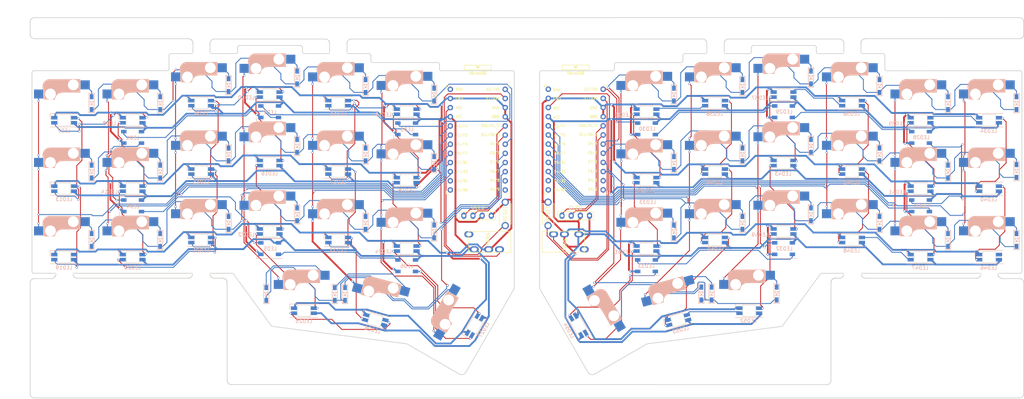
<source format=kicad_pcb>
(kicad_pcb (version 20171130) (host pcbnew "(5.1.12)-1")
  (title_block (title "Corne Cherry") (date 2020-09-28) (rev 3.0.1) (company foostan))
  (layers (0 F.Cu signal) (31 B.Cu signal) (34 B.Paste user) (35 F.Paste user) (36 B.SilkS user) (37 F.SilkS user) (38 B.Mask user) (39 F.Mask user) (44 Edge.Cuts user))
  (net 0 "")
  (net 1 row0)
  (net 2 "Net-(D1-Pad2)")
  (net 3 row1)
  (net 4 "Net-(D2-Pad2)")
  (net 5 row2)
  (net 6 "Net-(D3-Pad2)")
  (net 7 row3)
  (net 8 "Net-(D4-Pad2)")
  (net 9 "Net-(D5-Pad2)")
  (net 10 "Net-(D6-Pad2)")
  (net 11 "Net-(D7-Pad2)")
  (net 12 "Net-(D8-Pad2)")
  (net 13 "Net-(D9-Pad2)")
  (net 14 "Net-(D10-Pad2)")
  (net 15 "Net-(D11-Pad2)")
  (net 16 "Net-(D12-Pad2)")
  (net 17 "Net-(D13-Pad2)")
  (net 18 "Net-(D14-Pad2)")
  (net 19 "Net-(D15-Pad2)")
  (net 20 "Net-(D16-Pad2)")
  (net 21 "Net-(D17-Pad2)")
  (net 22 "Net-(D18-Pad2)")
  (net 23 "Net-(D19-Pad2)")
  (net 24 "Net-(D20-Pad2)")
  (net 25 "Net-(D21-Pad2)")
  (net 26 GND)
  (net 27 VCC)
  (net 28 col0)
  (net 29 col1)
  (net 30 col2)
  (net 31 col3)
  (net 32 col4)
  (net 33 col5)
  (net 34 LED)
  (net 35 data)
  (net 36 reset)
  (net 37 SCL)
  (net 38 SDA)
  (net 39 "Net-(U1-Pad14)")
  (net 40 "Net-(U1-Pad13)")
  (net 41 "Net-(U1-Pad12)")
  (net 42 "Net-(U1-Pad11)")
  (net 43 "Net-(U1-Pad24)")
  (net 44 "Net-(D22-Pad2)")
  (net 45 row0_r)
  (net 46 "Net-(D23-Pad2)")
  (net 47 "Net-(D24-Pad2)")
  (net 48 "Net-(D25-Pad2)")
  (net 49 "Net-(D26-Pad2)")
  (net 50 "Net-(D27-Pad2)")
  (net 51 row1_r)
  (net 52 "Net-(D28-Pad2)")
  (net 53 "Net-(D29-Pad2)")
  (net 54 "Net-(D30-Pad2)")
  (net 55 "Net-(D31-Pad2)")
  (net 56 "Net-(D32-Pad2)")
  (net 57 "Net-(D33-Pad2)")
  (net 58 row2_r)
  (net 59 "Net-(D34-Pad2)")
  (net 60 "Net-(D35-Pad2)")
  (net 61 "Net-(D36-Pad2)")
  (net 62 "Net-(D37-Pad2)")
  (net 63 "Net-(D38-Pad2)")
  (net 64 "Net-(D39-Pad2)")
  (net 65 "Net-(D40-Pad2)")
  (net 66 row3_r)
  (net 67 "Net-(D41-Pad2)")
  (net 68 "Net-(D42-Pad2)")
  (net 69 data_r)
  (net 70 SDA_r)
  (net 71 SCL_r)
  (net 72 LED_r)
  (net 73 reset_r)
  (net 74 col0_r)
  (net 75 col1_r)
  (net 76 col2_r)
  (net 77 col3_r)
  (net 78 col4_r)
  (net 79 col5_r)
  (net 80 VDD)
  (net 81 GNDA)
  (net 82 "Net-(LED1-Pad2)")
  (net 83 "Net-(LED1-Pad4)")
  (net 84 "Net-(LED2-Pad4)")
  (net 85 "Net-(LED10-Pad2)")
  (net 86 "Net-(LED11-Pad4)")
  (net 87 "Net-(LED13-Pad4)")
  (net 88 "Net-(LED14-Pad2)")
  (net 89 "Net-(LED15-Pad4)")
  (net 90 "Net-(LED10-Pad4)")
  (net 91 "Net-(LED11-Pad2)")
  (net 92 "Net-(LED12-Pad4)")
  (net 93 "Net-(LED13-Pad2)")
  (net 94 "Net-(LED14-Pad4)")
  (net 95 "Net-(LED16-Pad4)")
  (net 96 "Net-(LED17-Pad2)")
  (net 97 "Net-(LED18-Pad4)")
  (net 98 "Net-(LED22-Pad4)")
  (net 99 "Net-(LED24-Pad4)")
  (net 100 "Net-(LED25-Pad4)")
  (net 101 "Net-(LED27-Pad4)")
  (net 102 "Net-(LED28-Pad2)")
  (net 103 "Net-(LED29-Pad4)")
  (net 104 "Net-(LED32-Pad2)")
  (net 105 "Net-(LED34-Pad2)")
  (net 106 "Net-(LED35-Pad4)")
  (net 107 "Net-(LED37-Pad4)")
  (net 108 "Net-(LED38-Pad2)")
  (net 109 "Net-(LED39-Pad4)")
  (net 110 "Net-(LED4-Pad2)")
  (net 111 "Net-(LED5-Pad2)")
  (net 112 "Net-(LED7-Pad4)")
  (net 113 "Net-(LED15-Pad2)")
  (net 114 "Net-(LED20-Pad4)")
  (net 115 "Net-(LED23-Pad2)")
  (net 116 "Net-(LED28-Pad4)")
  (net 117 "Net-(LED31-Pad2)")
  (net 118 "Net-(LED33-Pad2)")
  (net 119 "Net-(LED40-Pad2)")
  (net 120 "Net-(LED41-Pad4)")
  (net 121 "Net-(LED42-Pad2)")
  (net 122 "Net-(LED43-Pad4)")
  (net 123 "Net-(LED44-Pad2)")
  (net 124 "Net-(LED45-Pad4)")
  (net 125 "Net-(LED47-Pad4)")
  (net 126 "Net-(LED49-Pad4)")
  (net 127 "Net-(LED50-Pad2)")
  (net 128 "Net-(LED51-Pad4)")
  (net 129 "Net-(LED52-Pad4)")
  (net 130 "Net-(LED34-Pad4)")
  (net 131 "Net-(LED36-Pad4)")
  (net 132 "Net-(LED36-Pad2)")
  (net 133 "Net-(LED38-Pad4)")
  (net 134 "Net-(U2-Pad11)")
  (net 135 "Net-(U2-Pad12)")
  (net 136 "Net-(U2-Pad13)")
  (net 137 "Net-(U2-Pad14)")
  (net 138 "Net-(U2-Pad24)")
  (net 139 "Net-(J1-PadA)")
  (net 140 "Net-(J3-PadA)")
  (net 141 "Net-(LED19-Pad2)")
  (net 142 "Net-(LED46-Pad2)")
  (module kbd:M2_HOLE_v2 (layer B.Cu) (at 168.8505 74.264 180)
    (fp_text reference Ref** hide)
    (fp_text value Val** hide)
    (pad "" np_thru_hole circle (at 0 0 180) (size 2.2 2.2) (drill 2.2) (layers *.Cu *.Mask))
  )
  (module kbd:M2_HOLE_v2 (layer B.Cu) (at 269.1875 54.125 180)
    (fp_text reference Ref** hide)
    (fp_text value Val** hide)
    (pad "" np_thru_hole circle (at 2.088 -10.1405 180) (size 4.3 4.3) (drill 4.3) (layers *.Cu *.Mask))
  )
  (module kbd:M2_HOLE_v2 (layer F.Cu) (at 191.1445 41.7755 180)
    (fp_text reference Ref** hide)
    (fp_text value Val** hide)
    (pad "" np_thru_hole circle (at 0 0 180) (size 4.3 4.3) (drill 4.3) (layers *.Cu *.Mask))
  )
  (module kbd:M2_HOLE_v2 (layer F.Cu) (at 267.0995 45.2655 180)
    (fp_text reference Ref** hide)
    (fp_text value Val** hide)
    (pad "" np_thru_hole circle (at 0 0 180) (size 4.3 4.3) (drill 4.3) (layers *.Cu *.Mask))
  )
  (module kbd:M2_HOLE_v2 (layer F.Cu) (at 223.9555 81.5305 180)
    (fp_text reference Ref** hide)
    (fp_text value Val** hide)
    (pad "" np_thru_hole circle (at 0 0 180) (size 4.3 4.3) (drill 4.3) (layers *.Cu *.Mask))
  )
  (module kbd:M2_HOLE_v2 (layer B.Cu) (at 154.4185 82.785 180)
    (fp_text reference Ref** hide)
    (fp_text value Val** hide)
    (pad "" np_thru_hole circle (at 0 0 180) (size 2.2 2.2) (drill 2.2) (layers *.Cu *.Mask))
  )
  (module kbd:M2_HOLE_v2 (layer F.Cu) (at 177.3895 89.145 180)
    (fp_text reference Ref** hide)
    (fp_text value Val** hide)
    (pad "" np_thru_hole circle (at 0 0 180) (size 4.3 4.3) (drill 4.3) (layers *.Cu *.Mask))
  )
  (module kbd:M2_HOLE_v2 (layer F.Cu) (at 142.3015 82.775)
    (fp_text reference Ref** hide)
    (fp_text value Val** hide)
    (pad "" np_thru_hole circle (at 0 0) (size 2.2 2.2) (drill 2.2) (layers *.Cu *.Mask))
  )
  (module kbd:M2_HOLE_v2 (layer F.Cu) (at 127.8695 74.254)
    (fp_text reference Ref** hide)
    (fp_text value Val** hide)
    (pad "" np_thru_hole circle (at 0 0) (size 2.2 2.2) (drill 2.2) (layers *.Cu *.Mask))
  )
  (module kbd:M2_HOLE_v2 (layer F.Cu) (at 119.3305 89.135)
    (fp_text reference Ref** hide)
    (fp_text value Val** hide)
    (pad "" np_thru_hole circle (at 0 0) (size 4.3 4.3) (drill 4.3) (layers *.Cu *.Mask))
  )
  (module kbd:M2_HOLE_v2 (layer F.Cu) (at 72.7645 81.5205)
    (fp_text reference Ref** hide)
    (fp_text value Val** hide)
    (pad "" np_thru_hole circle (at 0 0) (size 4.3 4.3) (drill 4.3) (layers *.Cu *.Mask))
  )
  (module kbd:M2_HOLE_v2 (layer F.Cu) (at 105.5755 41.7655)
    (fp_text reference Ref** hide)
    (fp_text value Val** hide)
    (pad "" np_thru_hole circle (at 0 0) (size 4.3 4.3) (drill 4.3) (layers *.Cu *.Mask))
  )
  (module kbd:M2_HOLE_v2 (layer F.Cu) (at 27.5195 54.1395)
    (fp_text reference Ref** hide)
    (fp_text value Val** hide)
    (pad "" np_thru_hole circle (at 2.088 10.1405) (size 4.3 4.3) (drill 4.3) (layers *.Cu *.Mask))
  )
  (module kbd:M2_HOLE_v2 (layer F.Cu) (at 29.6075 45.28)
    (fp_text reference Ref** hide)
    (fp_text value Val** hide)
    (pad "" np_thru_hole circle (at 0 0) (size 4.3 4.3) (drill 4.3) (layers *.Cu *.Mask))
  )
  (module kbd:ProMicro_v3 (layer F.Cu) (at 134.8125 46.42)
    (fp_text reference U1 hide)
    (fp_text value ProMicro hide)
    (fp_text user RAW (at -5.1355 -14.478 unlocked) (layer F.SilkS) (effects (font (size 0.75 0.67) (thickness 0.125))))
    (fp_text user GND (at 4.955 -6.9 unlocked) (layer F.SilkS) (effects (font (size 0.75 0.67) (thickness 0.125))))
    (fp_text user RST (at -5.1355 -9.3345 unlocked) (layer F.SilkS) (effects (font (size 0.75 0.67) (thickness 0.125))))
    (fp_text user VCC (at -5.175 -6.915 unlocked) (layer F.SilkS) (effects (font (size 0.75 0.67) (thickness 0.125))))
    (fp_text user A3/F4 (at -4.395 -4.25 unlocked) (layer F.SilkS) (effects (font (size 0.75 0.67) (thickness 0.125))))
    (fp_text user A2/F5 (at -4.395 -1.75 unlocked) (layer F.SilkS) (effects (font (size 0.75 0.67) (thickness 0.125))))
    (fp_text user A1/F6 (at -4.395 0.75 unlocked) (layer F.SilkS) (effects (font (size 0.75 0.67) (thickness 0.125))))
    (fp_text user A0/F7 (at -4.395 3.3 unlocked) (layer F.SilkS) (effects (font (size 0.75 0.67) (thickness 0.125))))
    (fp_text user 15/B1 (at -4.395 5.85 unlocked) (layer F.SilkS) (effects (font (size 0.75 0.67) (thickness 0.125))))
    (fp_text user 14/B3 (at -4.395 8.4 unlocked) (layer F.SilkS) (effects (font (size 0.75 0.67) (thickness 0.125))))
    (fp_text user 10/B6 (at -4.395 13.45 unlocked) (layer F.SilkS) (effects (font (size 0.75 0.67) (thickness 0.125))))
    (fp_text user 16/B2 (at -4.395 10.95 unlocked) (layer F.SilkS) (effects (font (size 0.75 0.67) (thickness 0.125))))
    (fp_text user E6/7 (at 4.705 8.25 unlocked) (layer F.SilkS) (effects (font (size 0.75 0.67) (thickness 0.125))))
    (fp_text user D7/6 (at 4.705 5.7 unlocked) (layer F.SilkS) (effects (font (size 0.75 0.67) (thickness 0.125))))
    (fp_text user GND (at 4.955 -9.35 unlocked) (layer F.SilkS) (effects (font (size 0.75 0.67) (thickness 0.125))))
    (fp_text user GND (at 4.955 -6.9 unlocked) (layer F.SilkS) (effects (font (size 0.75 0.67) (thickness 0.125))))
    (fp_text user D3/TX0 (at 4.155 -14.45 unlocked) (layer F.SilkS) (effects (font (size 0.75 0.67) (thickness 0.125))))
    (fp_text user D4/4 (at 4.705 0.6 unlocked) (layer F.SilkS) (effects (font (size 0.75 0.67) (thickness 0.125))))
    (fp_text user SDA/D1/2 (at 3.455 -4.4 unlocked) (layer F.SilkS) (effects (font (size 0.75 0.67) (thickness 0.125))))
    (fp_text user SCL/D0/3 (at 3.455 -1.9 unlocked) (layer F.SilkS) (effects (font (size 0.75 0.67) (thickness 0.125))))
    (fp_text user C6/5 (at 4.705 3.15 unlocked) (layer F.SilkS) (effects (font (size 0.75 0.67) (thickness 0.125))))
    (fp_text user B5/9 (at 4.705 13.3 unlocked) (layer F.SilkS) (effects (font (size 0.75 0.67) (thickness 0.125))))
    (fp_text user D2/RX1 (at 4.155 -11.9 unlocked) (layer F.SilkS) (effects (font (size 0.75 0.67) (thickness 0.125))))
    (fp_text user B4/8 (at 4.705 10.8 unlocked) (layer F.SilkS) (effects (font (size 0.75 0.67) (thickness 0.125))))
    (fp_text user MicroUSB (at -0.05 -18.95) (layer F.SilkS) (effects (font (size 0.75 0.67) (thickness 0.125))))
    (fp_text user MicroUSB (at -0.05 -18.95) (layer F.SilkS) (effects (font (size 0.75 0.67) (thickness 0.125))))
    (fp_text user GND (at -5.115 -11.94) (layer F.SilkS) (effects (font (size 0.75 0.67) (thickness 0.125))))
    (pad 24 thru_hole circle (at -7.6086 -14.478) (size 1.524 1.524) (drill 0.8128) (layers *.Cu B.Mask) (net 43 "Net-(U1-Pad24)"))
    (pad 23 thru_hole circle (at -7.6086 -11.938) (size 1.524 1.524) (drill 0.8128) (layers *.Cu B.Mask) (net 26 GND))
    (pad 22 thru_hole circle (at -7.6086 -9.398) (size 1.524 1.524) (drill 0.8128) (layers *.Cu B.Mask) (net 36 reset))
    (pad 21 thru_hole circle (at -7.6086 -6.858) (size 1.524 1.524) (drill 0.8128) (layers *.Cu B.Mask) (net 27 VCC))
    (pad 20 thru_hole circle (at -7.6086 -4.318) (size 1.524 1.524) (drill 0.8128) (layers *.Cu B.Mask) (net 28 col0))
    (pad 19 thru_hole circle (at -7.6086 -1.778) (size 1.524 1.524) (drill 0.8128) (layers *.Cu B.Mask) (net 29 col1))
    (pad 18 thru_hole circle (at -7.6086 0.762) (size 1.524 1.524) (drill 0.8128) (layers *.Cu B.Mask) (net 30 col2))
    (pad 17 thru_hole circle (at -7.6086 3.302) (size 1.524 1.524) (drill 0.8128) (layers *.Cu B.Mask) (net 31 col3))
    (pad 16 thru_hole circle (at -7.6086 5.842) (size 1.524 1.524) (drill 0.8128) (layers *.Cu B.Mask) (net 32 col4))
    (pad 15 thru_hole circle (at -7.6086 8.382) (size 1.524 1.524) (drill 0.8128) (layers *.Cu B.Mask) (net 33 col5))
    (pad 14 thru_hole circle (at -7.6086 10.922) (size 1.524 1.524) (drill 0.8128) (layers *.Cu B.Mask) (net 39 "Net-(U1-Pad14)"))
    (pad 13 thru_hole circle (at -7.6086 13.462) (size 1.524 1.524) (drill 0.8128) (layers *.Cu B.Mask) (net 40 "Net-(U1-Pad13)"))
    (pad 12 thru_hole circle (at 7.6114 13.462) (size 1.524 1.524) (drill 0.8128) (layers *.Cu B.Mask) (net 41 "Net-(U1-Pad12)"))
    (pad 11 thru_hole circle (at 7.6114 10.922) (size 1.524 1.524) (drill 0.8128) (layers *.Cu B.Mask) (net 42 "Net-(U1-Pad11)"))
    (pad 10 thru_hole circle (at 7.6114 8.382) (size 1.524 1.524) (drill 0.8128) (layers *.Cu B.Mask) (net 7 row3))
    (pad 9 thru_hole circle (at 7.6114 5.842) (size 1.524 1.524) (drill 0.8128) (layers *.Cu B.Mask) (net 5 row2))
    (pad 8 thru_hole circle (at 7.6114 3.302) (size 1.524 1.524) (drill 0.8128) (layers *.Cu B.Mask) (net 3 row1))
    (pad 7 thru_hole circle (at 7.6114 0.762) (size 1.524 1.524) (drill 0.8128) (layers *.Cu B.Mask) (net 1 row0))
    (pad 6 thru_hole circle (at 7.6114 -1.778) (size 1.524 1.524) (drill 0.8128) (layers *.Cu B.Mask) (net 37 SCL))
    (pad 5 thru_hole circle (at 7.6114 -4.318) (size 1.524 1.524) (drill 0.8128) (layers *.Cu B.Mask) (net 38 SDA))
    (pad 4 thru_hole circle (at 7.6114 -6.858) (size 1.524 1.524) (drill 0.8128) (layers *.Cu B.Mask) (net 26 GND))
    (pad 3 thru_hole circle (at 7.6114 -9.398) (size 1.524 1.524) (drill 0.8128) (layers *.Cu B.Mask) (net 26 GND))
    (pad 2 thru_hole circle (at 7.6114 -11.938) (size 1.524 1.524) (drill 0.8128) (layers *.Cu B.Mask) (net 35 data))
    (pad 1 thru_hole circle (at 7.6114 -14.478) (size 1.524 1.524) (drill 0.8128) (layers *.Cu B.Mask) (net 34 LED))
  )
  (module kbd:ProMicro_v3 (layer F.Cu) (at 161.9875 46.39)
    (fp_text reference U2 hide)
    (fp_text value ProMicro hide)
    (fp_text user RAW (at -5.3355 -14.278 unlocked) (layer F.SilkS) (effects (font (size 0.75 0.67) (thickness 0.125))))
    (fp_text user GND (at 4.955 -6.9 unlocked) (layer F.SilkS) (effects (font (size 0.75 0.67) (thickness 0.125))))
    (fp_text user RST (at -5.3355 -9.1345 unlocked) (layer F.SilkS) (effects (font (size 0.75 0.67) (thickness 0.125))))
    (fp_text user VCC (at -5.3355 -6.658 unlocked) (layer F.SilkS) (effects (font (size 0.75 0.67) (thickness 0.125))))
    (fp_text user A3/F4 (at -4.395 -4.25 unlocked) (layer F.SilkS) (effects (font (size 0.75 0.67) (thickness 0.125))))
    (fp_text user A2/F5 (at -4.395 -1.75 unlocked) (layer F.SilkS) (effects (font (size 0.75 0.67) (thickness 0.125))))
    (fp_text user A1/F6 (at -4.395 0.75 unlocked) (layer F.SilkS) (effects (font (size 0.75 0.67) (thickness 0.125))))
    (fp_text user A0/F7 (at -4.395 3.3 unlocked) (layer F.SilkS) (effects (font (size 0.75 0.67) (thickness 0.125))))
    (fp_text user 15/B1 (at -4.395 5.85 unlocked) (layer F.SilkS) (effects (font (size 0.75 0.67) (thickness 0.125))))
    (fp_text user 14/B3 (at -4.395 8.4 unlocked) (layer F.SilkS) (effects (font (size 0.75 0.67) (thickness 0.125))))
    (fp_text user 10/B6 (at -4.395 13.45 unlocked) (layer F.SilkS) (effects (font (size 0.75 0.67) (thickness 0.125))))
    (fp_text user 16/B2 (at -4.395 10.95 unlocked) (layer F.SilkS) (effects (font (size 0.75 0.67) (thickness 0.125))))
    (fp_text user E6/7 (at 4.705 8.25 unlocked) (layer F.SilkS) (effects (font (size 0.75 0.67) (thickness 0.125))))
    (fp_text user D7/6 (at 4.705 5.7 unlocked) (layer F.SilkS) (effects (font (size 0.75 0.67) (thickness 0.125))))
    (fp_text user GND (at 4.955 -9.35 unlocked) (layer F.SilkS) (effects (font (size 0.75 0.67) (thickness 0.125))))
    (fp_text user GND (at 4.955 -6.9 unlocked) (layer F.SilkS) (effects (font (size 0.75 0.67) (thickness 0.125))))
    (fp_text user D3/TX0 (at 4.155 -14.45 unlocked) (layer F.SilkS) (effects (font (size 0.75 0.67) (thickness 0.125))))
    (fp_text user D4/4 (at 4.705 0.6 unlocked) (layer F.SilkS) (effects (font (size 0.75 0.67) (thickness 0.125))))
    (fp_text user SDA/D1/2 (at 3.455 -4.4 unlocked) (layer F.SilkS) (effects (font (size 0.75 0.67) (thickness 0.125))))
    (fp_text user SCL/D0/3 (at 3.455 -1.9 unlocked) (layer F.SilkS) (effects (font (size 0.75 0.67) (thickness 0.125))))
    (fp_text user C6/5 (at 4.705 3.15 unlocked) (layer F.SilkS) (effects (font (size 0.75 0.67) (thickness 0.125))))
    (fp_text user B5/9 (at 4.705 13.3 unlocked) (layer F.SilkS) (effects (font (size 0.75 0.67) (thickness 0.125))))
    (fp_text user D2/RX1 (at 4.155 -11.9 unlocked) (layer F.SilkS) (effects (font (size 0.75 0.67) (thickness 0.125))))
    (fp_text user B4/8 (at 4.705 10.8 unlocked) (layer F.SilkS) (effects (font (size 0.75 0.67) (thickness 0.125))))
    (fp_text user MicroUSB (at -0.05 -18.95) (layer F.SilkS) (effects (font (size 0.75 0.67) (thickness 0.125))))
    (fp_text user MicroUSB (at -0.05 -18.95) (layer F.SilkS) (effects (font (size 0.75 0.67) (thickness 0.125))))
    (fp_text user GND (at -5.22 -11.94) (layer F.SilkS) (effects (font (size 0.75 0.67) (thickness 0.125))))
    (pad 24 thru_hole circle (at -7.6086 -14.478) (size 1.524 1.524) (drill 0.8128) (layers *.Cu B.Mask) (net 138 "Net-(U2-Pad24)"))
    (pad 23 thru_hole circle (at -7.6086 -11.938) (size 1.524 1.524) (drill 0.8128) (layers *.Cu B.Mask) (net 81 GNDA))
    (pad 22 thru_hole circle (at -7.6086 -9.398) (size 1.524 1.524) (drill 0.8128) (layers *.Cu B.Mask) (net 73 reset_r))
    (pad 21 thru_hole circle (at -7.6086 -6.858) (size 1.524 1.524) (drill 0.8128) (layers *.Cu B.Mask) (net 80 VDD))
    (pad 20 thru_hole circle (at -7.6086 -4.318) (size 1.524 1.524) (drill 0.8128) (layers *.Cu B.Mask) (net 74 col0_r))
    (pad 19 thru_hole circle (at -7.6086 -1.778) (size 1.524 1.524) (drill 0.8128) (layers *.Cu B.Mask) (net 75 col1_r))
    (pad 18 thru_hole circle (at -7.6086 0.762) (size 1.524 1.524) (drill 0.8128) (layers *.Cu B.Mask) (net 76 col2_r))
    (pad 17 thru_hole circle (at -7.6086 3.302) (size 1.524 1.524) (drill 0.8128) (layers *.Cu B.Mask) (net 77 col3_r))
    (pad 16 thru_hole circle (at -7.6086 5.842) (size 1.524 1.524) (drill 0.8128) (layers *.Cu B.Mask) (net 78 col4_r))
    (pad 15 thru_hole circle (at -7.6086 8.382) (size 1.524 1.524) (drill 0.8128) (layers *.Cu B.Mask) (net 79 col5_r))
    (pad 14 thru_hole circle (at -7.6086 10.922) (size 1.524 1.524) (drill 0.8128) (layers *.Cu B.Mask) (net 137 "Net-(U2-Pad14)"))
    (pad 13 thru_hole circle (at -7.6086 13.462) (size 1.524 1.524) (drill 0.8128) (layers *.Cu B.Mask) (net 136 "Net-(U2-Pad13)"))
    (pad 12 thru_hole circle (at 7.6114 13.462) (size 1.524 1.524) (drill 0.8128) (layers *.Cu B.Mask) (net 135 "Net-(U2-Pad12)"))
    (pad 11 thru_hole circle (at 7.6114 10.922) (size 1.524 1.524) (drill 0.8128) (layers *.Cu B.Mask) (net 134 "Net-(U2-Pad11)"))
    (pad 10 thru_hole circle (at 7.6114 8.382) (size 1.524 1.524) (drill 0.8128) (layers *.Cu B.Mask) (net 66 row3_r))
    (pad 9 thru_hole circle (at 7.6114 5.842) (size 1.524 1.524) (drill 0.8128) (layers *.Cu B.Mask) (net 58 row2_r))
    (pad 8 thru_hole circle (at 7.6114 3.302) (size 1.524 1.524) (drill 0.8128) (layers *.Cu B.Mask) (net 51 row1_r))
    (pad 7 thru_hole circle (at 7.6114 0.762) (size 1.524 1.524) (drill 0.8128) (layers *.Cu B.Mask) (net 45 row0_r))
    (pad 6 thru_hole circle (at 7.6114 -1.778) (size 1.524 1.524) (drill 0.8128) (layers *.Cu B.Mask) (net 71 SCL_r))
    (pad 5 thru_hole circle (at 7.6114 -4.318) (size 1.524 1.524) (drill 0.8128) (layers *.Cu B.Mask) (net 70 SDA_r))
    (pad 4 thru_hole circle (at 7.6114 -6.858) (size 1.524 1.524) (drill 0.8128) (layers *.Cu B.Mask) (net 81 GNDA))
    (pad 3 thru_hole circle (at 7.6114 -9.398) (size 1.524 1.524) (drill 0.8128) (layers *.Cu B.Mask) (net 81 GNDA))
    (pad 2 thru_hole circle (at 7.6114 -11.938) (size 1.524 1.524) (drill 0.8128) (layers *.Cu B.Mask) (net 69 data_r))
    (pad 1 thru_hole circle (at 7.6114 -14.478) (size 1.524 1.524) (drill 0.8128) (layers *.Cu B.Mask) (net 72 LED_r))
  )
  (module kbd:ResetSW_1side (layer F.Cu) (at 154.3045 66.522 270)
    (fp_text reference RSW2 hide)
    (fp_text value SW_PUSH)
    (fp_text user RESET (at 0 0 90) (layer F.SilkS))
    (pad 2 thru_hole circle (at -3.25 0 270) (size 2 2) (drill 1.3) (layers *.Cu B.Mask) (net 81 GNDA))
    (pad 1 thru_hole circle (at 3.25 0 270) (size 2 2) (drill 1.3) (layers *.Cu B.Mask) (net 73 reset_r))
  )
  (module kbd:ResetSW_1side (layer F.Cu) (at 142.4245 66.531 270)
    (fp_text reference RSW1 hide)
    (fp_text value SW_PUSH)
    (fp_text user RESET (at 0 0 270) (layer F.SilkS))
    (pad 2 thru_hole circle (at -3.25 0 270) (size 2 2) (drill 1.3) (layers *.Cu B.Mask) (net 26 GND))
    (pad 1 thru_hole circle (at 3.25 0 270) (size 2 2) (drill 1.3) (layers *.Cu B.Mask) (net 36 reset))
  )
  (module kbd:OLED_1side (layer F.Cu) (at 158.1775 67.02)
    (fp_text reference J4)
    (fp_text value OLED hide)
    (fp_text user OLED (at 3.75 -2.19) (layer F.SilkS))
    (pad 4 thru_hole oval (at 7.62 0) (size 1.397 1.778) (drill 0.8128) (layers *.Cu B.Mask) (net 81 GNDA))
    (pad 3 thru_hole oval (at 5.08 0) (size 1.397 1.778) (drill 0.8128) (layers *.Cu B.Mask) (net 80 VDD))
    (pad 2 thru_hole oval (at 2.54 0) (size 1.397 1.778) (drill 0.8128) (layers *.Cu B.Mask) (net 71 SCL_r))
    (pad 1 thru_hole oval (at 0 0) (size 1.397 1.778) (drill 0.8128) (layers *.Cu B.Mask) (net 70 SDA_r))
  )
  (module kbd:OLED_1side (layer F.Cu) (at 130.9485 67.028)
    (fp_text reference J2)
    (fp_text value OLED hide)
    (fp_text user OLED (at 3.906 -2.284) (layer F.SilkS))
    (pad 4 thru_hole oval (at 7.62 0) (size 1.397 1.778) (drill 0.8128) (layers *.Cu B.Mask) (net 26 GND))
    (pad 3 thru_hole oval (at 5.08 0) (size 1.397 1.778) (drill 0.8128) (layers *.Cu B.Mask) (net 27 VCC))
    (pad 2 thru_hole oval (at 2.54 0) (size 1.397 1.778) (drill 0.8128) (layers *.Cu B.Mask) (net 37 SCL))
    (pad 1 thru_hole oval (at 0 0) (size 1.397 1.778) (drill 0.8128) (layers *.Cu B.Mask) (net 38 SDA))
  )
  (module kbd:MJ-4PP-9_1side (layer F.Cu) (at 152.5375 74.27 90)
    (fp_text reference J3)
    (fp_text value MJ-4PP-9 hide)
    (fp_text user TRRS (at -0.75 6.45 90) (layer F.SilkS))
    (pad A thru_hole oval (at -2.1 11.8 90) (size 1.7 2.5) (drill oval 1 1.5) (layers *.Cu B.Mask) (net 140 "Net-(J3-PadA)") (clearance 0.15))
    (pad D thru_hole oval (at 2.1 10.3 90) (size 1.7 2.5) (drill oval 1 1.5) (layers *.Cu B.Mask) (net 80 VDD) (clearance 0.15))
    (pad C thru_hole oval (at 2.1 6.3 90) (size 1.7 2.5) (drill oval 1 1.5) (layers *.Cu B.Mask) (net 81 GNDA))
    (pad B thru_hole oval (at 2.1 3.3 90) (size 1.7 2.5) (drill oval 1 1.5) (layers *.Cu B.Mask) (net 69 data_r))
    (pad "" np_thru_hole circle (at 0 8.5 90) (size 1.2 1.2) (drill 1.2) (layers *.Cu *.Mask))
    (pad "" np_thru_hole circle (at 0 1.5 90) (size 1.2 1.2) (drill 1.2) (layers *.Cu *.Mask))
  )
  (module kbd:MJ-4PP-9_1side (layer F.Cu) (at 144.1345 74.292 270)
    (fp_text reference J1)
    (fp_text value MJ-4PP-9 hide)
    (fp_text user TRRS (at -0.75 6.45 270) (layer F.SilkS))
    (pad A thru_hole oval (at -2.1 11.8 270) (size 1.7 2.5) (drill oval 1 1.5) (layers *.Cu B.Mask) (net 139 "Net-(J1-PadA)") (clearance 0.15))
    (pad D thru_hole oval (at 2.1 10.3 270) (size 1.7 2.5) (drill oval 1 1.5) (layers *.Cu B.Mask) (net 27 VCC) (clearance 0.15))
    (pad C thru_hole oval (at 2.1 6.3 270) (size 1.7 2.5) (drill oval 1 1.5) (layers *.Cu B.Mask) (net 26 GND))
    (pad B thru_hole oval (at 2.1 3.3 270) (size 1.7 2.5) (drill oval 1 1.5) (layers *.Cu B.Mask) (net 35 data))
    (pad "" np_thru_hole circle (at 0 8.5 270) (size 1.2 1.2) (drill 1.2) (layers *.Cu *.Mask))
    (pad "" np_thru_hole circle (at 0 1.5 270) (size 1.2 1.2) (drill 1.2) (layers *.Cu *.Mask))
  )
  (module kbd:CherryMX_Hotswap_1.5u (layer F.Cu) (at 129.8575 95.155 60)
    (fp_text reference SW21 hide)
    (fp_text value SW_PUSH hide)
    (pad "" np_thru_hole circle (at 2.54 -5.08 60) (size 3 3) (drill 3) (layers *.Cu *.Mask))
    (pad "" np_thru_hole circle (at -3.81 -2.54 60) (size 3 3) (drill 3) (layers *.Cu *.Mask))
    (pad 2 smd rect (at 5.842 -5.08 240) (size 2.55 2.5) (layers B.Cu B.Paste B.Mask) (net 25 "Net-(D21-Pad2)"))
    (pad "" np_thru_hole circle (at -5.08 0 60) (size 1.9 1.9) (drill 1.9) (layers *.Cu *.Mask))
    (pad "" np_thru_hole circle (at 5.08 0 60) (size 1.9 1.9) (drill 1.9) (layers *.Cu *.Mask))
    (pad "" np_thru_hole circle (at 0 0 150) (size 4.1 4.1) (drill 4.1) (layers *.Cu *.Mask))
    (pad 1 smd rect (at -7.085 -2.54 240) (size 2.55 2.5) (layers B.Cu B.Paste B.Mask) (net 33 col5))
  )
  (module kbd:CherryMX_Hotswap_1.5u (layer F.Cu) (at 166.8645 95.15 300)
    (fp_text reference SW42 hide)
    (fp_text value SW_PUSH hide)
    (pad "" np_thru_hole circle (at 2.54 -5.08 300) (size 3 3) (drill 3) (layers *.Cu *.Mask))
    (pad "" np_thru_hole circle (at -3.81 -2.54 300) (size 3 3) (drill 3) (layers *.Cu *.Mask))
    (pad 2 smd rect (at 5.842 -5.08 120) (size 2.55 2.5) (layers B.Cu B.Paste B.Mask) (net 68 "Net-(D42-Pad2)"))
    (pad "" np_thru_hole circle (at -5.08 0 300) (size 1.9 1.9) (drill 1.9) (layers *.Cu *.Mask))
    (pad "" np_thru_hole circle (at 5.08 0 300) (size 1.9 1.9) (drill 1.9) (layers *.Cu *.Mask))
    (pad "" np_thru_hole circle (at 0 0 30) (size 4.1 4.1) (drill 4.1) (layers *.Cu *.Mask))
    (pad 1 smd rect (at -7.085 -2.54 120) (size 2.55 2.5) (layers B.Cu B.Paste B.Mask) (net 79 col5_r))
  )
  (module LED_SMD:LED_WS2812B_PLCC4_5.0x5.0mm_P3.2mm (layer B.Cu) (at 39.1075 45.28 180)
    (fp_text reference LED1 (at -0.01 -0.135) (layer B.SilkS) (effects (justify mirror)))
    (fp_text value WS2812B)
    (pad 1 smd rect (at -2.45 1.6 180) (size 1.5 1) (layers B.Cu B.Paste B.Mask) (net 27 VCC))
    (pad 2 smd rect (at -2.45 -1.6 180) (size 1.5 1) (layers B.Cu B.Paste B.Mask) (net 82 "Net-(LED1-Pad2)"))
    (pad 4 smd rect (at 2.45 1.6 180) (size 1.5 1) (layers B.Cu B.Paste B.Mask) (net 83 "Net-(LED1-Pad4)"))
    (pad 3 smd rect (at 2.45 -1.6 180) (size 1.5 1) (layers B.Cu B.Paste B.Mask) (net 26 GND))
  )
  (module LED_SMD:LED_WS2812B_PLCC4_5.0x5.0mm_P3.2mm (layer B.Cu) (at 77.1075 38.155 180)
    (fp_text reference LED2 (at -0.06 -0.14) (layer B.SilkS) (effects (justify mirror)))
    (fp_text value WS2812B)
    (pad 1 smd rect (at -2.45 1.6 180) (size 1.5 1) (layers B.Cu B.Paste B.Mask) (net 27 VCC))
    (pad 2 smd rect (at -2.45 -1.6 180) (size 1.5 1) (layers B.Cu B.Paste B.Mask) (net 83 "Net-(LED1-Pad4)"))
    (pad 4 smd rect (at 2.45 1.6 180) (size 1.5 1) (layers B.Cu B.Paste B.Mask) (net 84 "Net-(LED2-Pad4)"))
    (pad 3 smd rect (at 2.45 -1.6 180) (size 1.5 1) (layers B.Cu B.Paste B.Mask) (net 26 GND))
  )
  (module LED_SMD:LED_WS2812B_PLCC4_5.0x5.0mm_P3.2mm (layer B.Cu) (at 115.1075 42.905 180)
    (fp_text reference LED3 (at -0.08 -0.14) (layer B.SilkS) (effects (justify mirror)))
    (fp_text value WS2812B)
    (pad 1 smd rect (at -2.45 1.6 180) (size 1.5 1) (layers B.Cu B.Paste B.Mask) (net 27 VCC))
    (pad 2 smd rect (at -2.45 -1.6 180) (size 1.5 1) (layers B.Cu B.Paste B.Mask) (net 84 "Net-(LED2-Pad4)"))
    (pad 4 smd rect (at 2.45 1.6 180) (size 1.5 1) (layers B.Cu B.Paste B.Mask) (net 34 LED))
    (pad 3 smd rect (at 2.45 -1.6 180) (size 1.5 1) (layers B.Cu B.Paste B.Mask) (net 26 GND))
  )
  (module LED_SMD:LED_WS2812B_PLCC4_5.0x5.0mm_P3.2mm (layer B.Cu) (at 39.1075 64.28 180)
    (fp_text reference LED4 (at -0.13 -0.165) (layer B.SilkS) (effects (justify mirror)))
    (fp_text value WS2812B)
    (pad 1 smd rect (at -2.45 1.6 180) (size 1.5 1) (layers B.Cu B.Paste B.Mask) (net 27 VCC))
    (pad 2 smd rect (at -2.45 -1.6 180) (size 1.5 1) (layers B.Cu B.Paste B.Mask) (net 110 "Net-(LED4-Pad2)"))
    (pad 4 smd rect (at 2.45 1.6 180) (size 1.5 1) (layers B.Cu B.Paste B.Mask) (net 82 "Net-(LED1-Pad2)"))
    (pad 3 smd rect (at 2.45 -1.6 180) (size 1.5 1) (layers B.Cu B.Paste B.Mask) (net 26 GND))
  )
  (module LED_SMD:LED_WS2812B_PLCC4_5.0x5.0mm_P3.2mm (layer B.Cu) (at 77.1075 76.155 180)
    (fp_text reference LED5 (at -0.13 -0.02) (layer B.SilkS) (effects (justify mirror)))
    (fp_text value WS2812B)
    (pad 1 smd rect (at -2.45 1.6 180) (size 1.5 1) (layers B.Cu B.Paste B.Mask) (net 27 VCC))
    (pad 2 smd rect (at -2.45 -1.6 180) (size 1.5 1) (layers B.Cu B.Paste B.Mask) (net 111 "Net-(LED5-Pad2)"))
    (pad 4 smd rect (at 2.45 1.6 180) (size 1.5 1) (layers B.Cu B.Paste B.Mask) (net 110 "Net-(LED4-Pad2)"))
    (pad 3 smd rect (at 2.45 -1.6 180) (size 1.5 1) (layers B.Cu B.Paste B.Mask) (net 26 GND))
  )
  (module LED_SMD:LED_WS2812B_PLCC4_5.0x5.0mm_P3.2mm (layer B.Cu) (at 115.1075 80.905 180)
    (fp_text reference LED6 (at -0.05 -0.08) (layer B.SilkS) (effects (justify mirror)))
    (fp_text value WS2812B)
    (pad 1 smd rect (at -2.45 1.6 180) (size 1.5 1) (layers B.Cu B.Paste B.Mask) (net 27 VCC))
    (pad 2 smd rect (at -2.45 -1.6 180) (size 1.5 1) (layers B.Cu B.Paste B.Mask) (net 101 "Net-(LED27-Pad4)"))
    (pad 4 smd rect (at 2.45 1.6 180) (size 1.5 1) (layers B.Cu B.Paste B.Mask) (net 111 "Net-(LED5-Pad2)"))
    (pad 3 smd rect (at 2.45 -1.6 180) (size 1.5 1) (layers B.Cu B.Paste B.Mask) (net 26 GND))
  )
  (module LED_SMD:LED_WS2812B_PLCC4_5.0x5.0mm_P3.2mm (layer B.Cu) (at 257.6075 45.28 180)
    (fp_text reference LED28 (at -0.2 -0.01) (layer B.SilkS) (effects (justify mirror)))
    (fp_text value WS2812B)
    (pad 1 smd rect (at -2.45 1.6 180) (size 1.5 1) (layers B.Cu B.Paste B.Mask) (net 80 VDD))
    (pad 2 smd rect (at -2.45 -1.6 180) (size 1.5 1) (layers B.Cu B.Paste B.Mask) (net 102 "Net-(LED28-Pad2)"))
    (pad 4 smd rect (at 2.45 1.6 180) (size 1.5 1) (layers B.Cu B.Paste B.Mask) (net 116 "Net-(LED28-Pad4)"))
    (pad 3 smd rect (at 2.45 -1.6 180) (size 1.5 1) (layers B.Cu B.Paste B.Mask) (net 81 GNDA))
  )
  (module LED_SMD:LED_WS2812B_PLCC4_5.0x5.0mm_P3.2mm (layer B.Cu) (at 219.6075 38.155 180)
    (fp_text reference LED29 (at -0.2 -0.01) (layer B.SilkS) (effects (justify mirror)))
    (fp_text value WS2812B)
    (pad 1 smd rect (at -2.45 1.6 180) (size 1.5 1) (layers B.Cu B.Paste B.Mask) (net 80 VDD))
    (pad 2 smd rect (at -2.45 -1.6 180) (size 1.5 1) (layers B.Cu B.Paste B.Mask) (net 116 "Net-(LED28-Pad4)"))
    (pad 4 smd rect (at 2.45 1.6 180) (size 1.5 1) (layers B.Cu B.Paste B.Mask) (net 103 "Net-(LED29-Pad4)"))
    (pad 3 smd rect (at 2.45 -1.6 180) (size 1.5 1) (layers B.Cu B.Paste B.Mask) (net 81 GNDA))
  )
  (module LED_SMD:LED_WS2812B_PLCC4_5.0x5.0mm_P3.2mm (layer B.Cu) (at 181.6075 42.905 180)
    (fp_text reference LED30 (at -0.2 -0.01) (layer B.SilkS) (effects (justify mirror)))
    (fp_text value WS2812B)
    (pad 1 smd rect (at -2.45 1.6 180) (size 1.5 1) (layers B.Cu B.Paste B.Mask) (net 80 VDD))
    (pad 2 smd rect (at -2.45 -1.6 180) (size 1.5 1) (layers B.Cu B.Paste B.Mask) (net 103 "Net-(LED29-Pad4)"))
    (pad 4 smd rect (at 2.45 1.6 180) (size 1.5 1) (layers B.Cu B.Paste B.Mask) (net 72 LED_r))
    (pad 3 smd rect (at 2.45 -1.6 180) (size 1.5 1) (layers B.Cu B.Paste B.Mask) (net 81 GNDA))
  )
  (module LED_SMD:LED_WS2812B_PLCC4_5.0x5.0mm_P3.2mm (layer B.Cu) (at 257.6075 64.28 180)
    (fp_text reference LED31 (at -0.2 -0.01) (layer B.SilkS) (effects (justify mirror)))
    (fp_text value WS2812B)
    (pad 1 smd rect (at -2.45 1.6 180) (size 1.5 1) (layers B.Cu B.Paste B.Mask) (net 80 VDD))
    (pad 2 smd rect (at -2.45 -1.6 180) (size 1.5 1) (layers B.Cu B.Paste B.Mask) (net 117 "Net-(LED31-Pad2)"))
    (pad 4 smd rect (at 2.45 1.6 180) (size 1.5 1) (layers B.Cu B.Paste B.Mask) (net 102 "Net-(LED28-Pad2)"))
    (pad 3 smd rect (at 2.45 -1.6 180) (size 1.5 1) (layers B.Cu B.Paste B.Mask) (net 81 GNDA))
  )
  (module LED_SMD:LED_WS2812B_PLCC4_5.0x5.0mm_P3.2mm (layer B.Cu) (at 219.6075 76.155 180)
    (fp_text reference LED32 (at -0.2 -0.01) (layer B.SilkS) (effects (justify mirror)))
    (fp_text value WS2812B)
    (pad 1 smd rect (at -2.45 1.6 180) (size 1.5 1) (layers B.Cu B.Paste B.Mask) (net 80 VDD))
    (pad 2 smd rect (at -2.45 -1.6 180) (size 1.5 1) (layers B.Cu B.Paste B.Mask) (net 104 "Net-(LED32-Pad2)"))
    (pad 4 smd rect (at 2.45 1.6 180) (size 1.5 1) (layers B.Cu B.Paste B.Mask) (net 117 "Net-(LED31-Pad2)"))
    (pad 3 smd rect (at 2.45 -1.6 180) (size 1.5 1) (layers B.Cu B.Paste B.Mask) (net 81 GNDA))
  )
  (module LED_SMD:LED_WS2812B_PLCC4_5.0x5.0mm_P3.2mm (layer B.Cu) (at 181.6075 80.905 180)
    (fp_text reference LED33 (at -0.32 17.6875) (layer B.SilkS) (effects (justify mirror)))
    (fp_text value WS2812B)
    (fp_text user LED33 (at 0.04 -0.075) (layer B.SilkS) (effects (justify mirror)))
    (pad 1 smd rect (at -2.45 1.6 180) (size 1.5 1) (layers B.Cu B.Paste B.Mask) (net 80 VDD))
    (pad 2 smd rect (at -2.45 -1.6 180) (size 1.5 1) (layers B.Cu B.Paste B.Mask) (net 118 "Net-(LED33-Pad2)"))
    (pad 4 smd rect (at 2.45 1.6 180) (size 1.5 1) (layers B.Cu B.Paste B.Mask) (net 104 "Net-(LED32-Pad2)"))
    (pad 3 smd rect (at 2.45 -1.6 180) (size 1.5 1) (layers B.Cu B.Paste B.Mask) (net 81 GNDA))
  )
  (module kbd:YS-SK6812MINI-E (layer B.Cu) (at 106.37811 95.993148 345)
    (fp_text reference LED26 (at -0.039238 2.830971 165) (layer B.SilkS) (effects (justify mirror)))
    (fp_text value YS-SK6812MINI-E)
    (fp_line (start -1.8 1.55) (end -1.8 -1.55) (layer Edge.Cuts) (width 0.12))
    (fp_line (start -1.8 -1.55) (end 1.8 -1.55) (layer Edge.Cuts) (width 0.12))
    (fp_line (start 1.8 -1.55) (end 1.8 1.55) (layer Edge.Cuts) (width 0.12))
    (fp_line (start 1.8 1.55) (end -1.8 1.55) (layer Edge.Cuts) (width 0.12))
    (pad 2 smd rect (at 2.75 -0.7 345) (size 1.7 1) (layers B.Cu B.Paste B.Mask) (net 100 "Net-(LED25-Pad4)"))
    (pad 1 smd rect (at 2.75 0.7 345) (size 1.7 1) (layers B.Cu B.Paste B.Mask) (net 27 VCC))
    (pad 3 smd rect (at -2.75 -0.7 345) (size 1.7 1) (layers B.Cu B.Paste B.Mask) (net 26 GND))
    (pad 4 smd rect (at -2.75 0.7 345) (size 1.7 1) (layers B.Cu B.Paste B.Mask) (net 115 "Net-(LED23-Pad2)"))
  )
  (module kbd:YS-SK6812MINI-E (layer B.Cu) (at 20.1075 40.53)
    (fp_text reference LED7 (at -0.03 2.9075) (layer B.SilkS) (effects (justify mirror)))
    (fp_text value YS-SK6812MINI-E)
    (fp_line (start -1.8 1.55) (end -1.8 -1.55) (layer Edge.Cuts) (width 0.12))
    (fp_line (start -1.8 -1.55) (end 1.8 -1.55) (layer Edge.Cuts) (width 0.12))
    (fp_line (start 1.8 -1.55) (end 1.8 1.55) (layer Edge.Cuts) (width 0.12))
    (fp_line (start 1.8 1.55) (end -1.8 1.55) (layer Edge.Cuts) (width 0.12))
    (pad 2 smd rect (at 2.75 -0.7) (size 1.7 1) (layers B.Cu B.Paste B.Mask) (net 87 "Net-(LED13-Pad4)"))
    (pad 1 smd rect (at 2.75 0.7) (size 1.7 1) (layers B.Cu B.Paste B.Mask) (net 27 VCC))
    (pad 3 smd rect (at -2.75 -0.7) (size 1.7 1) (layers B.Cu B.Paste B.Mask) (net 26 GND))
    (pad 4 smd rect (at -2.75 0.7) (size 1.7 1) (layers B.Cu B.Paste B.Mask) (net 112 "Net-(LED7-Pad4)"))
  )
  (module kbd:YS-SK6812MINI-E (layer B.Cu) (at 39.1075 40.53)
    (fp_text reference LED8 (at -6.46 0.8375) (layer B.SilkS) (effects (justify mirror)))
    (fp_text value YS-SK6812MINI-E)
    (fp_line (start -1.8 1.55) (end -1.8 -1.55) (layer Edge.Cuts) (width 0.12))
    (fp_line (start -1.8 -1.55) (end 1.8 -1.55) (layer Edge.Cuts) (width 0.12))
    (fp_line (start 1.8 -1.55) (end 1.8 1.55) (layer Edge.Cuts) (width 0.12))
    (fp_line (start 1.8 1.55) (end -1.8 1.55) (layer Edge.Cuts) (width 0.12))
    (pad 2 smd rect (at 2.75 -0.7) (size 1.7 1) (layers B.Cu B.Paste B.Mask) (net 112 "Net-(LED7-Pad4)"))
    (pad 1 smd rect (at 2.75 0.7) (size 1.7 1) (layers B.Cu B.Paste B.Mask) (net 27 VCC))
    (pad 3 smd rect (at -2.75 -0.7) (size 1.7 1) (layers B.Cu B.Paste B.Mask) (net 26 GND))
    (pad 4 smd rect (at -2.75 0.7) (size 1.7 1) (layers B.Cu B.Paste B.Mask) (net 88 "Net-(LED14-Pad2)"))
  )
  (module kbd:YS-SK6812MINI-E (layer B.Cu) (at 58.1075 35.78)
    (fp_text reference LED9 (at -0.03 2.9075) (layer B.SilkS) (effects (justify mirror)))
    (fp_text value YS-SK6812MINI-E)
    (fp_line (start -1.8 1.55) (end -1.8 -1.55) (layer Edge.Cuts) (width 0.12))
    (fp_line (start -1.8 -1.55) (end 1.8 -1.55) (layer Edge.Cuts) (width 0.12))
    (fp_line (start 1.8 -1.55) (end 1.8 1.55) (layer Edge.Cuts) (width 0.12))
    (fp_line (start 1.8 1.55) (end -1.8 1.55) (layer Edge.Cuts) (width 0.12))
    (pad 2 smd rect (at 2.75 -0.7) (size 1.7 1) (layers B.Cu B.Paste B.Mask) (net 89 "Net-(LED15-Pad4)"))
    (pad 1 smd rect (at 2.75 0.7) (size 1.7 1) (layers B.Cu B.Paste B.Mask) (net 27 VCC))
    (pad 3 smd rect (at -2.75 -0.7) (size 1.7 1) (layers B.Cu B.Paste B.Mask) (net 26 GND))
    (pad 4 smd rect (at -2.75 0.7) (size 1.7 1) (layers B.Cu B.Paste B.Mask) (net 85 "Net-(LED10-Pad2)"))
  )
  (module kbd:YS-SK6812MINI-E (layer B.Cu) (at 77.1075 33.405)
    (fp_text reference LED10 (at -6.46 0.8375) (layer B.SilkS) (effects (justify mirror)))
    (fp_text value YS-SK6812MINI-E)
    (fp_line (start -1.8 1.55) (end -1.8 -1.55) (layer Edge.Cuts) (width 0.12))
    (fp_line (start -1.8 -1.55) (end 1.8 -1.55) (layer Edge.Cuts) (width 0.12))
    (fp_line (start 1.8 -1.55) (end 1.8 1.55) (layer Edge.Cuts) (width 0.12))
    (fp_line (start 1.8 1.55) (end -1.8 1.55) (layer Edge.Cuts) (width 0.12))
    (pad 2 smd rect (at 2.75 -0.7) (size 1.7 1) (layers B.Cu B.Paste B.Mask) (net 85 "Net-(LED10-Pad2)"))
    (pad 1 smd rect (at 2.75 0.7) (size 1.7 1) (layers B.Cu B.Paste B.Mask) (net 27 VCC))
    (pad 3 smd rect (at -2.75 -0.7) (size 1.7 1) (layers B.Cu B.Paste B.Mask) (net 26 GND))
    (pad 4 smd rect (at -2.75 0.7) (size 1.7 1) (layers B.Cu B.Paste B.Mask) (net 90 "Net-(LED10-Pad4)"))
  )
  (module kbd:YS-SK6812MINI-E (layer B.Cu) (at 96.1075 35.78)
    (fp_text reference LED11 (at -0.03 2.9075) (layer B.SilkS) (effects (justify mirror)))
    (fp_text value YS-SK6812MINI-E)
    (fp_line (start -1.8 1.55) (end -1.8 -1.55) (layer Edge.Cuts) (width 0.12))
    (fp_line (start -1.8 -1.55) (end 1.8 -1.55) (layer Edge.Cuts) (width 0.12))
    (fp_line (start 1.8 -1.55) (end 1.8 1.55) (layer Edge.Cuts) (width 0.12))
    (fp_line (start 1.8 1.55) (end -1.8 1.55) (layer Edge.Cuts) (width 0.12))
    (pad 2 smd rect (at 2.75 -0.7) (size 1.7 1) (layers B.Cu B.Paste B.Mask) (net 91 "Net-(LED11-Pad2)"))
    (pad 1 smd rect (at 2.75 0.7) (size 1.7 1) (layers B.Cu B.Paste B.Mask) (net 27 VCC))
    (pad 3 smd rect (at -2.75 -0.7) (size 1.7 1) (layers B.Cu B.Paste B.Mask) (net 26 GND))
    (pad 4 smd rect (at -2.75 0.7) (size 1.7 1) (layers B.Cu B.Paste B.Mask) (net 86 "Net-(LED11-Pad4)"))
  )
  (module kbd:YS-SK6812MINI-E (layer B.Cu) (at 115.1075 38.155)
    (fp_text reference LED12 (at -6.46 0.8375) (layer B.SilkS) (effects (justify mirror)))
    (fp_text value YS-SK6812MINI-E)
    (fp_line (start -1.8 1.55) (end -1.8 -1.55) (layer Edge.Cuts) (width 0.12))
    (fp_line (start -1.8 -1.55) (end 1.8 -1.55) (layer Edge.Cuts) (width 0.12))
    (fp_line (start 1.8 -1.55) (end 1.8 1.55) (layer Edge.Cuts) (width 0.12))
    (fp_line (start 1.8 1.55) (end -1.8 1.55) (layer Edge.Cuts) (width 0.12))
    (pad 2 smd rect (at 2.75 -0.7) (size 1.7 1) (layers B.Cu B.Paste B.Mask) (net 86 "Net-(LED11-Pad4)"))
    (pad 1 smd rect (at 2.75 0.7) (size 1.7 1) (layers B.Cu B.Paste B.Mask) (net 27 VCC))
    (pad 3 smd rect (at -2.75 -0.7) (size 1.7 1) (layers B.Cu B.Paste B.Mask) (net 26 GND))
    (pad 4 smd rect (at -2.75 0.7) (size 1.7 1) (layers B.Cu B.Paste B.Mask) (net 92 "Net-(LED12-Pad4)"))
  )
  (module kbd:YS-SK6812MINI-E (layer B.Cu) (at 20.1075 59.53)
    (fp_text reference LED13 (at -0.03 2.9075) (layer B.SilkS) (effects (justify mirror)))
    (fp_text value YS-SK6812MINI-E)
    (fp_line (start -1.8 1.55) (end -1.8 -1.55) (layer Edge.Cuts) (width 0.12))
    (fp_line (start -1.8 -1.55) (end 1.8 -1.55) (layer Edge.Cuts) (width 0.12))
    (fp_line (start 1.8 -1.55) (end 1.8 1.55) (layer Edge.Cuts) (width 0.12))
    (fp_line (start 1.8 1.55) (end -1.8 1.55) (layer Edge.Cuts) (width 0.12))
    (pad 2 smd rect (at 2.75 -0.7) (size 1.7 1) (layers B.Cu B.Paste B.Mask) (net 93 "Net-(LED13-Pad2)"))
    (pad 1 smd rect (at 2.75 0.7) (size 1.7 1) (layers B.Cu B.Paste B.Mask) (net 27 VCC))
    (pad 3 smd rect (at -2.75 -0.7) (size 1.7 1) (layers B.Cu B.Paste B.Mask) (net 26 GND))
    (pad 4 smd rect (at -2.75 0.7) (size 1.7 1) (layers B.Cu B.Paste B.Mask) (net 87 "Net-(LED13-Pad4)"))
  )
  (module kbd:YS-SK6812MINI-E (layer B.Cu) (at 39.1075 59.53)
    (fp_text reference LED14 (at -6.46 0.8375) (layer B.SilkS) (effects (justify mirror)))
    (fp_text value YS-SK6812MINI-E)
    (fp_line (start -1.8 1.55) (end -1.8 -1.55) (layer Edge.Cuts) (width 0.12))
    (fp_line (start -1.8 -1.55) (end 1.8 -1.55) (layer Edge.Cuts) (width 0.12))
    (fp_line (start 1.8 -1.55) (end 1.8 1.55) (layer Edge.Cuts) (width 0.12))
    (fp_line (start 1.8 1.55) (end -1.8 1.55) (layer Edge.Cuts) (width 0.12))
    (pad 2 smd rect (at 2.75 -0.7) (size 1.7 1) (layers B.Cu B.Paste B.Mask) (net 88 "Net-(LED14-Pad2)"))
    (pad 1 smd rect (at 2.75 0.7) (size 1.7 1) (layers B.Cu B.Paste B.Mask) (net 27 VCC))
    (pad 3 smd rect (at -2.75 -0.7) (size 1.7 1) (layers B.Cu B.Paste B.Mask) (net 26 GND))
    (pad 4 smd rect (at -2.75 0.7) (size 1.7 1) (layers B.Cu B.Paste B.Mask) (net 94 "Net-(LED14-Pad4)"))
  )
  (module kbd:YS-SK6812MINI-E (layer B.Cu) (at 58.1075 54.78)
    (fp_text reference LED15 (at -0.03 2.9075) (layer B.SilkS) (effects (justify mirror)))
    (fp_text value YS-SK6812MINI-E)
    (fp_line (start -1.8 1.55) (end -1.8 -1.55) (layer Edge.Cuts) (width 0.12))
    (fp_line (start -1.8 -1.55) (end 1.8 -1.55) (layer Edge.Cuts) (width 0.12))
    (fp_line (start 1.8 -1.55) (end 1.8 1.55) (layer Edge.Cuts) (width 0.12))
    (fp_line (start 1.8 1.55) (end -1.8 1.55) (layer Edge.Cuts) (width 0.12))
    (pad 2 smd rect (at 2.75 -0.7) (size 1.7 1) (layers B.Cu B.Paste B.Mask) (net 113 "Net-(LED15-Pad2)"))
    (pad 1 smd rect (at 2.75 0.7) (size 1.7 1) (layers B.Cu B.Paste B.Mask) (net 27 VCC))
    (pad 3 smd rect (at -2.75 -0.7) (size 1.7 1) (layers B.Cu B.Paste B.Mask) (net 26 GND))
    (pad 4 smd rect (at -2.75 0.7) (size 1.7 1) (layers B.Cu B.Paste B.Mask) (net 89 "Net-(LED15-Pad4)"))
  )
  (module kbd:YS-SK6812MINI-E (layer B.Cu) (at 77.1075 52.405)
    (fp_text reference LED16 (at -0.03 2.9075) (layer B.SilkS) (effects (justify mirror)))
    (fp_text value YS-SK6812MINI-E)
    (fp_line (start -1.8 1.55) (end -1.8 -1.55) (layer Edge.Cuts) (width 0.12))
    (fp_line (start -1.8 -1.55) (end 1.8 -1.55) (layer Edge.Cuts) (width 0.12))
    (fp_line (start 1.8 -1.55) (end 1.8 1.55) (layer Edge.Cuts) (width 0.12))
    (fp_line (start 1.8 1.55) (end -1.8 1.55) (layer Edge.Cuts) (width 0.12))
    (pad 2 smd rect (at 2.75 -0.7) (size 1.7 1) (layers B.Cu B.Paste B.Mask) (net 90 "Net-(LED10-Pad4)"))
    (pad 1 smd rect (at 2.75 0.7) (size 1.7 1) (layers B.Cu B.Paste B.Mask) (net 27 VCC))
    (pad 3 smd rect (at -2.75 -0.7) (size 1.7 1) (layers B.Cu B.Paste B.Mask) (net 26 GND))
    (pad 4 smd rect (at -2.75 0.7) (size 1.7 1) (layers B.Cu B.Paste B.Mask) (net 95 "Net-(LED16-Pad4)"))
  )
  (module kbd:YS-SK6812MINI-E (layer B.Cu) (at 96.1075 54.78)
    (fp_text reference LED17 (at -0.03 2.9075) (layer B.SilkS) (effects (justify mirror)))
    (fp_text value YS-SK6812MINI-E)
    (fp_line (start -1.8 1.55) (end -1.8 -1.55) (layer Edge.Cuts) (width 0.12))
    (fp_line (start -1.8 -1.55) (end 1.8 -1.55) (layer Edge.Cuts) (width 0.12))
    (fp_line (start 1.8 -1.55) (end 1.8 1.55) (layer Edge.Cuts) (width 0.12))
    (fp_line (start 1.8 1.55) (end -1.8 1.55) (layer Edge.Cuts) (width 0.12))
    (pad 2 smd rect (at 2.75 -0.7) (size 1.7 1) (layers B.Cu B.Paste B.Mask) (net 96 "Net-(LED17-Pad2)"))
    (pad 1 smd rect (at 2.75 0.7) (size 1.7 1) (layers B.Cu B.Paste B.Mask) (net 27 VCC))
    (pad 3 smd rect (at -2.75 -0.7) (size 1.7 1) (layers B.Cu B.Paste B.Mask) (net 26 GND))
    (pad 4 smd rect (at -2.75 0.7) (size 1.7 1) (layers B.Cu B.Paste B.Mask) (net 91 "Net-(LED11-Pad2)"))
  )
  (module kbd:YS-SK6812MINI-E (layer B.Cu) (at 115.1075 57.155)
    (fp_text reference LED18 (at -0.03 2.9075) (layer B.SilkS) (effects (justify mirror)))
    (fp_text value YS-SK6812MINI-E)
    (fp_line (start -1.8 1.55) (end -1.8 -1.55) (layer Edge.Cuts) (width 0.12))
    (fp_line (start -1.8 -1.55) (end 1.8 -1.55) (layer Edge.Cuts) (width 0.12))
    (fp_line (start 1.8 -1.55) (end 1.8 1.55) (layer Edge.Cuts) (width 0.12))
    (fp_line (start 1.8 1.55) (end -1.8 1.55) (layer Edge.Cuts) (width 0.12))
    (pad 2 smd rect (at 2.75 -0.7) (size 1.7 1) (layers B.Cu B.Paste B.Mask) (net 92 "Net-(LED12-Pad4)"))
    (pad 1 smd rect (at 2.75 0.7) (size 1.7 1) (layers B.Cu B.Paste B.Mask) (net 27 VCC))
    (pad 3 smd rect (at -2.75 -0.7) (size 1.7 1) (layers B.Cu B.Paste B.Mask) (net 26 GND))
    (pad 4 smd rect (at -2.75 0.7) (size 1.7 1) (layers B.Cu B.Paste B.Mask) (net 97 "Net-(LED18-Pad4)"))
  )
  (module kbd:YS-SK6812MINI-E (layer B.Cu) (at 20.1075 78.53)
    (fp_text reference LED19 (at -0.03 2.9075) (layer B.SilkS) (effects (justify mirror)))
    (fp_text value YS-SK6812MINI-E)
    (fp_line (start -1.8 1.55) (end -1.8 -1.55) (layer Edge.Cuts) (width 0.12))
    (fp_line (start -1.8 -1.55) (end 1.8 -1.55) (layer Edge.Cuts) (width 0.12))
    (fp_line (start 1.8 -1.55) (end 1.8 1.55) (layer Edge.Cuts) (width 0.12))
    (fp_line (start 1.8 1.55) (end -1.8 1.55) (layer Edge.Cuts) (width 0.12))
    (pad 2 smd rect (at 2.75 -0.7) (size 1.7 1) (layers B.Cu B.Paste B.Mask) (net 141 "Net-(LED19-Pad2)"))
    (pad 1 smd rect (at 2.75 0.7) (size 1.7 1) (layers B.Cu B.Paste B.Mask) (net 27 VCC))
    (pad 3 smd rect (at -2.75 -0.7) (size 1.7 1) (layers B.Cu B.Paste B.Mask) (net 26 GND))
    (pad 4 smd rect (at -2.75 0.7) (size 1.7 1) (layers B.Cu B.Paste B.Mask) (net 93 "Net-(LED13-Pad2)"))
  )
  (module kbd:YS-SK6812MINI-E (layer B.Cu) (at 39.1075 78.53)
    (fp_text reference LED20 (at -0.03 2.9075) (layer B.SilkS) (effects (justify mirror)))
    (fp_text value YS-SK6812MINI-E)
    (fp_line (start -1.8 1.55) (end -1.8 -1.55) (layer Edge.Cuts) (width 0.12))
    (fp_line (start -1.8 -1.55) (end 1.8 -1.55) (layer Edge.Cuts) (width 0.12))
    (fp_line (start 1.8 -1.55) (end 1.8 1.55) (layer Edge.Cuts) (width 0.12))
    (fp_line (start 1.8 1.55) (end -1.8 1.55) (layer Edge.Cuts) (width 0.12))
    (pad 2 smd rect (at 2.75 -0.7) (size 1.7 1) (layers B.Cu B.Paste B.Mask) (net 94 "Net-(LED14-Pad4)"))
    (pad 1 smd rect (at 2.75 0.7) (size 1.7 1) (layers B.Cu B.Paste B.Mask) (net 27 VCC))
    (pad 3 smd rect (at -2.75 -0.7) (size 1.7 1) (layers B.Cu B.Paste B.Mask) (net 26 GND))
    (pad 4 smd rect (at -2.75 0.7) (size 1.7 1) (layers B.Cu B.Paste B.Mask) (net 114 "Net-(LED20-Pad4)"))
  )
  (module kbd:YS-SK6812MINI-E (layer B.Cu) (at 58.1075 73.78)
    (fp_text reference LED21 (at -0.03 2.9075) (layer B.SilkS) (effects (justify mirror)))
    (fp_text value YS-SK6812MINI-E)
    (fp_line (start -1.8 1.55) (end -1.8 -1.55) (layer Edge.Cuts) (width 0.12))
    (fp_line (start -1.8 -1.55) (end 1.8 -1.55) (layer Edge.Cuts) (width 0.12))
    (fp_line (start 1.8 -1.55) (end 1.8 1.55) (layer Edge.Cuts) (width 0.12))
    (fp_line (start 1.8 1.55) (end -1.8 1.55) (layer Edge.Cuts) (width 0.12))
    (pad 2 smd rect (at 2.75 -0.7) (size 1.7 1) (layers B.Cu B.Paste B.Mask) (net 114 "Net-(LED20-Pad4)"))
    (pad 1 smd rect (at 2.75 0.7) (size 1.7 1) (layers B.Cu B.Paste B.Mask) (net 27 VCC))
    (pad 3 smd rect (at -2.75 -0.7) (size 1.7 1) (layers B.Cu B.Paste B.Mask) (net 26 GND))
    (pad 4 smd rect (at -2.75 0.7) (size 1.7 1) (layers B.Cu B.Paste B.Mask) (net 113 "Net-(LED15-Pad2)"))
  )
  (module kbd:YS-SK6812MINI-E (layer B.Cu) (at 77.1075 71.405)
    (fp_text reference LED22 (at -6.46 0.8375) (layer B.SilkS) (effects (justify mirror)))
    (fp_text value YS-SK6812MINI-E)
    (fp_line (start -1.8 1.55) (end -1.8 -1.55) (layer Edge.Cuts) (width 0.12))
    (fp_line (start -1.8 -1.55) (end 1.8 -1.55) (layer Edge.Cuts) (width 0.12))
    (fp_line (start 1.8 -1.55) (end 1.8 1.55) (layer Edge.Cuts) (width 0.12))
    (fp_line (start 1.8 1.55) (end -1.8 1.55) (layer Edge.Cuts) (width 0.12))
    (pad 2 smd rect (at 2.75 -0.7) (size 1.7 1) (layers B.Cu B.Paste B.Mask) (net 95 "Net-(LED16-Pad4)"))
    (pad 1 smd rect (at 2.75 0.7) (size 1.7 1) (layers B.Cu B.Paste B.Mask) (net 27 VCC))
    (pad 3 smd rect (at -2.75 -0.7) (size 1.7 1) (layers B.Cu B.Paste B.Mask) (net 26 GND))
    (pad 4 smd rect (at -2.75 0.7) (size 1.7 1) (layers B.Cu B.Paste B.Mask) (net 98 "Net-(LED22-Pad4)"))
  )
  (module kbd:YS-SK6812MINI-E (layer B.Cu) (at 115.1075 76.155)
    (fp_text reference LED24 (at -6.46 0.8375) (layer B.SilkS) (effects (justify mirror)))
    (fp_text value YS-SK6812MINI-E)
    (fp_line (start -1.8 1.55) (end -1.8 -1.55) (layer Edge.Cuts) (width 0.12))
    (fp_line (start -1.8 -1.55) (end 1.8 -1.55) (layer Edge.Cuts) (width 0.12))
    (fp_line (start 1.8 -1.55) (end 1.8 1.55) (layer Edge.Cuts) (width 0.12))
    (fp_line (start 1.8 1.55) (end -1.8 1.55) (layer Edge.Cuts) (width 0.12))
    (pad 2 smd rect (at 2.75 -0.7) (size 1.7 1) (layers B.Cu B.Paste B.Mask) (net 97 "Net-(LED18-Pad4)"))
    (pad 1 smd rect (at 2.75 0.7) (size 1.7 1) (layers B.Cu B.Paste B.Mask) (net 27 VCC))
    (pad 3 smd rect (at -2.75 -0.7) (size 1.7 1) (layers B.Cu B.Paste B.Mask) (net 26 GND))
    (pad 4 smd rect (at -2.75 0.7) (size 1.7 1) (layers B.Cu B.Paste B.Mask) (net 99 "Net-(LED24-Pad4)"))
  )
  (module kbd:YS-SK6812MINI-E (layer B.Cu) (at 86.6075 93.405)
    (fp_text reference LED25 (at -0.03 2.9075) (layer B.SilkS) (effects (justify mirror)))
    (fp_text value YS-SK6812MINI-E)
    (fp_line (start -1.8 1.55) (end -1.8 -1.55) (layer Edge.Cuts) (width 0.12))
    (fp_line (start -1.8 -1.55) (end 1.8 -1.55) (layer Edge.Cuts) (width 0.12))
    (fp_line (start 1.8 -1.55) (end 1.8 1.55) (layer Edge.Cuts) (width 0.12))
    (fp_line (start 1.8 1.55) (end -1.8 1.55) (layer Edge.Cuts) (width 0.12))
    (pad 2 smd rect (at 2.75 -0.7) (size 1.7 1) (layers B.Cu B.Paste B.Mask) (net 98 "Net-(LED22-Pad4)"))
    (pad 1 smd rect (at 2.75 0.7) (size 1.7 1) (layers B.Cu B.Paste B.Mask) (net 27 VCC))
    (pad 3 smd rect (at -2.75 -0.7) (size 1.7 1) (layers B.Cu B.Paste B.Mask) (net 26 GND))
    (pad 4 smd rect (at -2.75 0.7) (size 1.7 1) (layers B.Cu B.Paste B.Mask) (net 100 "Net-(LED25-Pad4)"))
  )
  (module kbd:YS-SK6812MINI-E (layer B.Cu) (at 133.971121 97.53 60)
    (fp_text reference LED27 (at 0.227284 2.768668 60) (layer B.SilkS) (effects (justify mirror)))
    (fp_text value YS-SK6812MINI-E)
    (fp_line (start -1.8 1.55) (end -1.8 -1.55) (layer Edge.Cuts) (width 0.12))
    (fp_line (start -1.8 -1.55) (end 1.8 -1.55) (layer Edge.Cuts) (width 0.12))
    (fp_line (start 1.8 -1.55) (end 1.8 1.55) (layer Edge.Cuts) (width 0.12))
    (fp_line (start 1.8 1.55) (end -1.8 1.55) (layer Edge.Cuts) (width 0.12))
    (pad 2 smd rect (at 2.75 -0.7 60) (size 1.7 1) (layers B.Cu B.Paste B.Mask) (net 99 "Net-(LED24-Pad4)"))
    (pad 1 smd rect (at 2.75 0.7 60) (size 1.7 1) (layers B.Cu B.Paste B.Mask) (net 27 VCC))
    (pad 3 smd rect (at -2.75 -0.7 60) (size 1.7 1) (layers B.Cu B.Paste B.Mask) (net 26 GND))
    (pad 4 smd rect (at -2.75 0.7 60) (size 1.7 1) (layers B.Cu B.Paste B.Mask) (net 101 "Net-(LED27-Pad4)"))
  )
  (module kbd:YS-SK6812MINI-E (layer B.Cu) (at 219.6075 52.405)
    (fp_text reference LED43 (at -0.12 2.9875) (layer B.SilkS) (effects (justify mirror)))
    (fp_text value YS-SK6812MINI-E)
    (fp_line (start -1.8 1.55) (end -1.8 -1.55) (layer Edge.Cuts) (width 0.12))
    (fp_line (start -1.8 -1.55) (end 1.8 -1.55) (layer Edge.Cuts) (width 0.12))
    (fp_line (start 1.8 -1.55) (end 1.8 1.55) (layer Edge.Cuts) (width 0.12))
    (fp_line (start 1.8 1.55) (end -1.8 1.55) (layer Edge.Cuts) (width 0.12))
    (pad 2 smd rect (at 2.75 -0.7) (size 1.7 1) (layers B.Cu B.Paste B.Mask) (net 107 "Net-(LED37-Pad4)"))
    (pad 1 smd rect (at 2.75 0.7) (size 1.7 1) (layers B.Cu B.Paste B.Mask) (net 80 VDD))
    (pad 3 smd rect (at -2.75 -0.7) (size 1.7 1) (layers B.Cu B.Paste B.Mask) (net 81 GNDA))
    (pad 4 smd rect (at -2.75 0.7) (size 1.7 1) (layers B.Cu B.Paste B.Mask) (net 122 "Net-(LED43-Pad4)"))
  )
  (module kbd:YS-SK6812MINI-E (layer B.Cu) (at 200.6075 54.78)
    (fp_text reference LED44 (at -0.12 2.9875) (layer B.SilkS) (effects (justify mirror)))
    (fp_text value YS-SK6812MINI-E)
    (fp_line (start -1.8 1.55) (end -1.8 -1.55) (layer Edge.Cuts) (width 0.12))
    (fp_line (start -1.8 -1.55) (end 1.8 -1.55) (layer Edge.Cuts) (width 0.12))
    (fp_line (start 1.8 -1.55) (end 1.8 1.55) (layer Edge.Cuts) (width 0.12))
    (fp_line (start 1.8 1.55) (end -1.8 1.55) (layer Edge.Cuts) (width 0.12))
    (pad 2 smd rect (at 2.75 -0.7) (size 1.7 1) (layers B.Cu B.Paste B.Mask) (net 123 "Net-(LED44-Pad2)"))
    (pad 1 smd rect (at 2.75 0.7) (size 1.7 1) (layers B.Cu B.Paste B.Mask) (net 80 VDD))
    (pad 3 smd rect (at -2.75 -0.7) (size 1.7 1) (layers B.Cu B.Paste B.Mask) (net 81 GNDA))
    (pad 4 smd rect (at -2.75 0.7) (size 1.7 1) (layers B.Cu B.Paste B.Mask) (net 108 "Net-(LED38-Pad2)"))
  )
  (module kbd:YS-SK6812MINI-E (layer B.Cu) (at 181.6075 57.155)
    (fp_text reference LED45 (at -0.12 2.9875) (layer B.SilkS) (effects (justify mirror)))
    (fp_text value YS-SK6812MINI-E)
    (fp_line (start -1.8 1.55) (end -1.8 -1.55) (layer Edge.Cuts) (width 0.12))
    (fp_line (start -1.8 -1.55) (end 1.8 -1.55) (layer Edge.Cuts) (width 0.12))
    (fp_line (start 1.8 -1.55) (end 1.8 1.55) (layer Edge.Cuts) (width 0.12))
    (fp_line (start 1.8 1.55) (end -1.8 1.55) (layer Edge.Cuts) (width 0.12))
    (pad 2 smd rect (at 2.75 -0.7) (size 1.7 1) (layers B.Cu B.Paste B.Mask) (net 109 "Net-(LED39-Pad4)"))
    (pad 1 smd rect (at 2.75 0.7) (size 1.7 1) (layers B.Cu B.Paste B.Mask) (net 80 VDD))
    (pad 3 smd rect (at -2.75 -0.7) (size 1.7 1) (layers B.Cu B.Paste B.Mask) (net 81 GNDA))
    (pad 4 smd rect (at -2.75 0.7) (size 1.7 1) (layers B.Cu B.Paste B.Mask) (net 124 "Net-(LED45-Pad4)"))
  )
  (module kbd:YS-SK6812MINI-E (layer B.Cu) (at 276.6075 78.53)
    (fp_text reference LED46 (at -0.12 2.9875) (layer B.SilkS) (effects (justify mirror)))
    (fp_text value YS-SK6812MINI-E)
    (fp_line (start -1.8 1.55) (end -1.8 -1.55) (layer Edge.Cuts) (width 0.12))
    (fp_line (start -1.8 -1.55) (end 1.8 -1.55) (layer Edge.Cuts) (width 0.12))
    (fp_line (start 1.8 -1.55) (end 1.8 1.55) (layer Edge.Cuts) (width 0.12))
    (fp_line (start 1.8 1.55) (end -1.8 1.55) (layer Edge.Cuts) (width 0.12))
    (pad 2 smd rect (at 2.75 -0.7) (size 1.7 1) (layers B.Cu B.Paste B.Mask) (net 142 "Net-(LED46-Pad2)"))
    (pad 1 smd rect (at 2.75 0.7) (size 1.7 1) (layers B.Cu B.Paste B.Mask) (net 80 VDD))
    (pad 3 smd rect (at -2.75 -0.7) (size 1.7 1) (layers B.Cu B.Paste B.Mask) (net 81 GNDA))
    (pad 4 smd rect (at -2.75 0.7) (size 1.7 1) (layers B.Cu B.Paste B.Mask) (net 119 "Net-(LED40-Pad2)"))
  )
  (module kbd:YS-SK6812MINI-E (layer B.Cu) (at 257.6075 78.53)
    (fp_text reference LED47 (at -0.12 2.9875) (layer B.SilkS) (effects (justify mirror)))
    (fp_text value YS-SK6812MINI-E)
    (fp_line (start -1.8 1.55) (end -1.8 -1.55) (layer Edge.Cuts) (width 0.12))
    (fp_line (start -1.8 -1.55) (end 1.8 -1.55) (layer Edge.Cuts) (width 0.12))
    (fp_line (start 1.8 -1.55) (end 1.8 1.55) (layer Edge.Cuts) (width 0.12))
    (fp_line (start 1.8 1.55) (end -1.8 1.55) (layer Edge.Cuts) (width 0.12))
    (pad 2 smd rect (at 2.75 -0.7) (size 1.7 1) (layers B.Cu B.Paste B.Mask) (net 120 "Net-(LED41-Pad4)"))
    (pad 1 smd rect (at 2.75 0.7) (size 1.7 1) (layers B.Cu B.Paste B.Mask) (net 80 VDD))
    (pad 3 smd rect (at -2.75 -0.7) (size 1.7 1) (layers B.Cu B.Paste B.Mask) (net 81 GNDA))
    (pad 4 smd rect (at -2.75 0.7) (size 1.7 1) (layers B.Cu B.Paste B.Mask) (net 125 "Net-(LED47-Pad4)"))
  )
  (module kbd:YS-SK6812MINI-E (layer B.Cu) (at 238.6075 73.78)
    (fp_text reference LED48 (at -0.12 2.9875) (layer B.SilkS) (effects (justify mirror)))
    (fp_text value YS-SK6812MINI-E)
    (fp_line (start -1.8 1.55) (end -1.8 -1.55) (layer Edge.Cuts) (width 0.12))
    (fp_line (start -1.8 -1.55) (end 1.8 -1.55) (layer Edge.Cuts) (width 0.12))
    (fp_line (start 1.8 -1.55) (end 1.8 1.55) (layer Edge.Cuts) (width 0.12))
    (fp_line (start 1.8 1.55) (end -1.8 1.55) (layer Edge.Cuts) (width 0.12))
    (pad 2 smd rect (at 2.75 -0.7) (size 1.7 1) (layers B.Cu B.Paste B.Mask) (net 125 "Net-(LED47-Pad4)"))
    (pad 1 smd rect (at 2.75 0.7) (size 1.7 1) (layers B.Cu B.Paste B.Mask) (net 80 VDD))
    (pad 3 smd rect (at -2.75 -0.7) (size 1.7 1) (layers B.Cu B.Paste B.Mask) (net 81 GNDA))
    (pad 4 smd rect (at -2.75 0.7) (size 1.7 1) (layers B.Cu B.Paste B.Mask) (net 121 "Net-(LED42-Pad2)"))
  )
  (module kbd:YS-SK6812MINI-E (layer B.Cu) (at 219.6075 71.405)
    (fp_text reference LED49 (at -6.55 0.9175) (layer B.SilkS) (effects (justify mirror)))
    (fp_text value YS-SK6812MINI-E)
    (fp_line (start -1.8 1.55) (end -1.8 -1.55) (layer Edge.Cuts) (width 0.12))
    (fp_line (start -1.8 -1.55) (end 1.8 -1.55) (layer Edge.Cuts) (width 0.12))
    (fp_line (start 1.8 -1.55) (end 1.8 1.55) (layer Edge.Cuts) (width 0.12))
    (fp_line (start 1.8 1.55) (end -1.8 1.55) (layer Edge.Cuts) (width 0.12))
    (pad 2 smd rect (at 2.75 -0.7) (size 1.7 1) (layers B.Cu B.Paste B.Mask) (net 122 "Net-(LED43-Pad4)"))
    (pad 1 smd rect (at 2.75 0.7) (size 1.7 1) (layers B.Cu B.Paste B.Mask) (net 80 VDD))
    (pad 3 smd rect (at -2.75 -0.7) (size 1.7 1) (layers B.Cu B.Paste B.Mask) (net 81 GNDA))
    (pad 4 smd rect (at -2.75 0.7) (size 1.7 1) (layers B.Cu B.Paste B.Mask) (net 126 "Net-(LED49-Pad4)"))
  )
  (module kbd:YS-SK6812MINI-E (layer B.Cu) (at 200.6075 73.78)
    (fp_text reference LED50 (at 0.15539 2.48) (layer B.SilkS) (effects (justify mirror)))
    (fp_text value YS-SK6812MINI-E)
    (fp_line (start -1.8 1.55) (end -1.8 -1.55) (layer Edge.Cuts) (width 0.12))
    (fp_line (start -1.8 -1.55) (end 1.8 -1.55) (layer Edge.Cuts) (width 0.12))
    (fp_line (start 1.8 -1.55) (end 1.8 1.55) (layer Edge.Cuts) (width 0.12))
    (fp_line (start 1.8 1.55) (end -1.8 1.55) (layer Edge.Cuts) (width 0.12))
    (pad 2 smd rect (at 2.75 -0.7) (size 1.7 1) (layers B.Cu B.Paste B.Mask) (net 127 "Net-(LED50-Pad2)"))
    (pad 1 smd rect (at 2.75 0.7) (size 1.7 1) (layers B.Cu B.Paste B.Mask) (net 80 VDD))
    (pad 3 smd rect (at -2.75 -0.7) (size 1.7 1) (layers B.Cu B.Paste B.Mask) (net 81 GNDA))
    (pad 4 smd rect (at -2.75 0.7) (size 1.7 1) (layers B.Cu B.Paste B.Mask) (net 123 "Net-(LED44-Pad2)"))
  )
  (module kbd:YS-SK6812MINI-E (layer B.Cu) (at 181.6075 76.155)
    (fp_text reference LED51 (at -6.55 0.9175) (layer B.SilkS) (effects (justify mirror)))
    (fp_text value YS-SK6812MINI-E)
    (fp_line (start -1.8 1.55) (end -1.8 -1.55) (layer Edge.Cuts) (width 0.12))
    (fp_line (start -1.8 -1.55) (end 1.8 -1.55) (layer Edge.Cuts) (width 0.12))
    (fp_line (start 1.8 -1.55) (end 1.8 1.55) (layer Edge.Cuts) (width 0.12))
    (fp_line (start 1.8 1.55) (end -1.8 1.55) (layer Edge.Cuts) (width 0.12))
    (pad 2 smd rect (at 2.75 -0.7) (size 1.7 1) (layers B.Cu B.Paste B.Mask) (net 124 "Net-(LED45-Pad4)"))
    (pad 1 smd rect (at 2.75 0.7) (size 1.7 1) (layers B.Cu B.Paste B.Mask) (net 80 VDD))
    (pad 3 smd rect (at -2.75 -0.7) (size 1.7 1) (layers B.Cu B.Paste B.Mask) (net 81 GNDA))
    (pad 4 smd rect (at -2.75 0.7) (size 1.7 1) (layers B.Cu B.Paste B.Mask) (net 128 "Net-(LED51-Pad4)"))
  )
  (module kbd:YS-SK6812MINI-E (layer B.Cu) (at 210.1075 93.405)
    (fp_text reference LED52 (at -0.226454 2.77723) (layer B.SilkS) (effects (justify mirror)))
    (fp_text value YS-SK6812MINI-E)
    (fp_line (start -1.8 1.55) (end -1.8 -1.55) (layer Edge.Cuts) (width 0.12))
    (fp_line (start -1.8 -1.55) (end 1.8 -1.55) (layer Edge.Cuts) (width 0.12))
    (fp_line (start 1.8 -1.55) (end 1.8 1.55) (layer Edge.Cuts) (width 0.12))
    (fp_line (start 1.8 1.55) (end -1.8 1.55) (layer Edge.Cuts) (width 0.12))
    (pad 2 smd rect (at 2.75 -0.7) (size 1.7 1) (layers B.Cu B.Paste B.Mask) (net 126 "Net-(LED49-Pad4)"))
    (pad 1 smd rect (at 2.75 0.7) (size 1.7 1) (layers B.Cu B.Paste B.Mask) (net 80 VDD))
    (pad 3 smd rect (at -2.75 -0.7) (size 1.7 1) (layers B.Cu B.Paste B.Mask) (net 81 GNDA))
    (pad 4 smd rect (at -2.75 0.7) (size 1.7 1) (layers B.Cu B.Paste B.Mask) (net 129 "Net-(LED52-Pad4)"))
  )
  (module kbd:YS-SK6812MINI-E (layer B.Cu) (at 190.34389 95.988148 15)
    (fp_text reference LED53 (at 0.031182 2.833988 15) (layer B.SilkS) (effects (justify mirror)))
    (fp_text value YS-SK6812MINI-E)
    (fp_line (start -1.8 1.55) (end -1.8 -1.55) (layer Edge.Cuts) (width 0.12))
    (fp_line (start -1.8 -1.55) (end 1.8 -1.55) (layer Edge.Cuts) (width 0.12))
    (fp_line (start 1.8 -1.55) (end 1.8 1.55) (layer Edge.Cuts) (width 0.12))
    (fp_line (start 1.8 1.55) (end -1.8 1.55) (layer Edge.Cuts) (width 0.12))
    (pad 2 smd rect (at 2.75 -0.7 15) (size 1.7 1) (layers B.Cu B.Paste B.Mask) (net 129 "Net-(LED52-Pad4)"))
    (pad 1 smd rect (at 2.75 0.7 15) (size 1.7 1) (layers B.Cu B.Paste B.Mask) (net 80 VDD))
    (pad 3 smd rect (at -2.75 -0.7 15) (size 1.7 1) (layers B.Cu B.Paste B.Mask) (net 81 GNDA))
    (pad 4 smd rect (at -2.75 0.7 15) (size 1.7 1) (layers B.Cu B.Paste B.Mask) (net 127 "Net-(LED50-Pad2)"))
  )
  (module kbd:YS-SK6812MINI-E (layer B.Cu) (at 162.750879 97.525 300)
    (fp_text reference LED54 (at -0.12 2.9875 120) (layer B.SilkS) (effects (justify mirror)))
    (fp_text value YS-SK6812MINI-E)
    (fp_line (start -1.8 1.55) (end -1.8 -1.55) (layer Edge.Cuts) (width 0.12))
    (fp_line (start -1.8 -1.55) (end 1.8 -1.55) (layer Edge.Cuts) (width 0.12))
    (fp_line (start 1.8 -1.55) (end 1.8 1.55) (layer Edge.Cuts) (width 0.12))
    (fp_line (start 1.8 1.55) (end -1.8 1.55) (layer Edge.Cuts) (width 0.12))
    (pad 2 smd rect (at 2.75 -0.7 300) (size 1.7 1) (layers B.Cu B.Paste B.Mask) (net 128 "Net-(LED51-Pad4)"))
    (pad 1 smd rect (at 2.75 0.7 300) (size 1.7 1) (layers B.Cu B.Paste B.Mask) (net 80 VDD))
    (pad 3 smd rect (at -2.75 -0.7 300) (size 1.7 1) (layers B.Cu B.Paste B.Mask) (net 81 GNDA))
    (pad 4 smd rect (at -2.75 0.7 300) (size 1.7 1) (layers B.Cu B.Paste B.Mask) (net 118 "Net-(LED33-Pad2)"))
  )
  (module kbd:YS-SK6812MINI-E (layer B.Cu) (at 96.1075 73.78)
    (fp_text reference LED23 (at -0.03 2.9075) (layer B.SilkS) (effects (justify mirror)))
    (fp_text value YS-SK6812MINI-E)
    (fp_line (start -1.8 1.55) (end -1.8 -1.55) (layer Edge.Cuts) (width 0.12))
    (fp_line (start -1.8 -1.55) (end 1.8 -1.55) (layer Edge.Cuts) (width 0.12))
    (fp_line (start 1.8 -1.55) (end 1.8 1.55) (layer Edge.Cuts) (width 0.12))
    (fp_line (start 1.8 1.55) (end -1.8 1.55) (layer Edge.Cuts) (width 0.12))
    (pad 2 smd rect (at 2.75 -0.7) (size 1.7 1) (layers B.Cu B.Paste B.Mask) (net 115 "Net-(LED23-Pad2)"))
    (pad 1 smd rect (at 2.75 0.7) (size 1.7 1) (layers B.Cu B.Paste B.Mask) (net 27 VCC))
    (pad 3 smd rect (at -2.75 -0.7) (size 1.7 1) (layers B.Cu B.Paste B.Mask) (net 26 GND))
    (pad 4 smd rect (at -2.75 0.7) (size 1.7 1) (layers B.Cu B.Paste B.Mask) (net 96 "Net-(LED17-Pad2)"))
  )
  (module kbd:YS-SK6812MINI-E (layer B.Cu) (at 276.6075 40.53)
    (fp_text reference LED34 (at -0.12 2.9875) (layer B.SilkS) (effects (justify mirror)))
    (fp_text value YS-SK6812MINI-E)
    (fp_line (start -1.8 1.55) (end -1.8 -1.55) (layer Edge.Cuts) (width 0.12))
    (fp_line (start -1.8 -1.55) (end 1.8 -1.55) (layer Edge.Cuts) (width 0.12))
    (fp_line (start 1.8 -1.55) (end 1.8 1.55) (layer Edge.Cuts) (width 0.12))
    (fp_line (start 1.8 1.55) (end -1.8 1.55) (layer Edge.Cuts) (width 0.12))
    (pad 2 smd rect (at 2.75 -0.7) (size 1.7 1) (layers B.Cu B.Paste B.Mask) (net 105 "Net-(LED34-Pad2)"))
    (pad 1 smd rect (at 2.75 0.7) (size 1.7 1) (layers B.Cu B.Paste B.Mask) (net 80 VDD))
    (pad 3 smd rect (at -2.75 -0.7) (size 1.7 1) (layers B.Cu B.Paste B.Mask) (net 81 GNDA))
    (pad 4 smd rect (at -2.75 0.7) (size 1.7 1) (layers B.Cu B.Paste B.Mask) (net 130 "Net-(LED34-Pad4)"))
  )
  (module kbd:YS-SK6812MINI-E (layer B.Cu) (at 257.6075 40.53)
    (fp_text reference LED35 (at -6.55 0.9175) (layer B.SilkS) (effects (justify mirror)))
    (fp_text value YS-SK6812MINI-E)
    (fp_line (start -1.8 1.55) (end -1.8 -1.55) (layer Edge.Cuts) (width 0.12))
    (fp_line (start -1.8 -1.55) (end 1.8 -1.55) (layer Edge.Cuts) (width 0.12))
    (fp_line (start 1.8 -1.55) (end 1.8 1.55) (layer Edge.Cuts) (width 0.12))
    (fp_line (start 1.8 1.55) (end -1.8 1.55) (layer Edge.Cuts) (width 0.12))
    (pad 2 smd rect (at 2.75 -0.7) (size 1.7 1) (layers B.Cu B.Paste B.Mask) (net 130 "Net-(LED34-Pad4)"))
    (pad 1 smd rect (at 2.75 0.7) (size 1.7 1) (layers B.Cu B.Paste B.Mask) (net 80 VDD))
    (pad 3 smd rect (at -2.75 -0.7) (size 1.7 1) (layers B.Cu B.Paste B.Mask) (net 81 GNDA))
    (pad 4 smd rect (at -2.75 0.7) (size 1.7 1) (layers B.Cu B.Paste B.Mask) (net 106 "Net-(LED35-Pad4)"))
  )
  (module kbd:YS-SK6812MINI-E (layer B.Cu) (at 238.6075 35.78)
    (fp_text reference LED36 (at -0.12 2.9875) (layer B.SilkS) (effects (justify mirror)))
    (fp_text value YS-SK6812MINI-E)
    (fp_line (start -1.8 1.55) (end -1.8 -1.55) (layer Edge.Cuts) (width 0.12))
    (fp_line (start -1.8 -1.55) (end 1.8 -1.55) (layer Edge.Cuts) (width 0.12))
    (fp_line (start 1.8 -1.55) (end 1.8 1.55) (layer Edge.Cuts) (width 0.12))
    (fp_line (start 1.8 1.55) (end -1.8 1.55) (layer Edge.Cuts) (width 0.12))
    (pad 2 smd rect (at 2.75 -0.7) (size 1.7 1) (layers B.Cu B.Paste B.Mask) (net 132 "Net-(LED36-Pad2)"))
    (pad 1 smd rect (at 2.75 0.7) (size 1.7 1) (layers B.Cu B.Paste B.Mask) (net 80 VDD))
    (pad 3 smd rect (at -2.75 -0.7) (size 1.7 1) (layers B.Cu B.Paste B.Mask) (net 81 GNDA))
    (pad 4 smd rect (at -2.75 0.7) (size 1.7 1) (layers B.Cu B.Paste B.Mask) (net 131 "Net-(LED36-Pad4)"))
  )
  (module kbd:YS-SK6812MINI-E (layer B.Cu) (at 219.6075 33.405)
    (fp_text reference LED37 (at -6.55 0.9175) (layer B.SilkS) (effects (justify mirror)))
    (fp_text value YS-SK6812MINI-E)
    (fp_line (start -1.8 1.55) (end -1.8 -1.55) (layer Edge.Cuts) (width 0.12))
    (fp_line (start -1.8 -1.55) (end 1.8 -1.55) (layer Edge.Cuts) (width 0.12))
    (fp_line (start 1.8 -1.55) (end 1.8 1.55) (layer Edge.Cuts) (width 0.12))
    (fp_line (start 1.8 1.55) (end -1.8 1.55) (layer Edge.Cuts) (width 0.12))
    (pad 2 smd rect (at 2.75 -0.7) (size 1.7 1) (layers B.Cu B.Paste B.Mask) (net 131 "Net-(LED36-Pad4)"))
    (pad 1 smd rect (at 2.75 0.7) (size 1.7 1) (layers B.Cu B.Paste B.Mask) (net 80 VDD))
    (pad 3 smd rect (at -2.75 -0.7) (size 1.7 1) (layers B.Cu B.Paste B.Mask) (net 81 GNDA))
    (pad 4 smd rect (at -2.75 0.7) (size 1.7 1) (layers B.Cu B.Paste B.Mask) (net 107 "Net-(LED37-Pad4)"))
  )
  (module kbd:YS-SK6812MINI-E (layer B.Cu) (at 200.6075 35.78)
    (fp_text reference LED38 (at -0.12 2.9875) (layer B.SilkS) (effects (justify mirror)))
    (fp_text value YS-SK6812MINI-E)
    (fp_line (start -1.8 1.55) (end -1.8 -1.55) (layer Edge.Cuts) (width 0.12))
    (fp_line (start -1.8 -1.55) (end 1.8 -1.55) (layer Edge.Cuts) (width 0.12))
    (fp_line (start 1.8 -1.55) (end 1.8 1.55) (layer Edge.Cuts) (width 0.12))
    (fp_line (start 1.8 1.55) (end -1.8 1.55) (layer Edge.Cuts) (width 0.12))
    (pad 2 smd rect (at 2.75 -0.7) (size 1.7 1) (layers B.Cu B.Paste B.Mask) (net 108 "Net-(LED38-Pad2)"))
    (pad 1 smd rect (at 2.75 0.7) (size 1.7 1) (layers B.Cu B.Paste B.Mask) (net 80 VDD))
    (pad 3 smd rect (at -2.75 -0.7) (size 1.7 1) (layers B.Cu B.Paste B.Mask) (net 81 GNDA))
    (pad 4 smd rect (at -2.75 0.7) (size 1.7 1) (layers B.Cu B.Paste B.Mask) (net 133 "Net-(LED38-Pad4)"))
  )
  (module kbd:YS-SK6812MINI-E (layer B.Cu) (at 181.6075 38.155)
    (fp_text reference LED39 (at -6.55 0.9175) (layer B.SilkS) (effects (justify mirror)))
    (fp_text value YS-SK6812MINI-E)
    (fp_line (start -1.8 1.55) (end -1.8 -1.55) (layer Edge.Cuts) (width 0.12))
    (fp_line (start -1.8 -1.55) (end 1.8 -1.55) (layer Edge.Cuts) (width 0.12))
    (fp_line (start 1.8 -1.55) (end 1.8 1.55) (layer Edge.Cuts) (width 0.12))
    (fp_line (start 1.8 1.55) (end -1.8 1.55) (layer Edge.Cuts) (width 0.12))
    (pad 2 smd rect (at 2.75 -0.7) (size 1.7 1) (layers B.Cu B.Paste B.Mask) (net 133 "Net-(LED38-Pad4)"))
    (pad 1 smd rect (at 2.75 0.7) (size 1.7 1) (layers B.Cu B.Paste B.Mask) (net 80 VDD))
    (pad 3 smd rect (at -2.75 -0.7) (size 1.7 1) (layers B.Cu B.Paste B.Mask) (net 81 GNDA))
    (pad 4 smd rect (at -2.75 0.7) (size 1.7 1) (layers B.Cu B.Paste B.Mask) (net 109 "Net-(LED39-Pad4)"))
  )
  (module kbd:YS-SK6812MINI-E (layer B.Cu) (at 276.6075 59.53)
    (fp_text reference LED40 (at -0.12 2.9875) (layer B.SilkS) (effects (justify mirror)))
    (fp_text value YS-SK6812MINI-E)
    (fp_line (start -1.8 1.55) (end -1.8 -1.55) (layer Edge.Cuts) (width 0.12))
    (fp_line (start -1.8 -1.55) (end 1.8 -1.55) (layer Edge.Cuts) (width 0.12))
    (fp_line (start 1.8 -1.55) (end 1.8 1.55) (layer Edge.Cuts) (width 0.12))
    (fp_line (start 1.8 1.55) (end -1.8 1.55) (layer Edge.Cuts) (width 0.12))
    (pad 2 smd rect (at 2.75 -0.7) (size 1.7 1) (layers B.Cu B.Paste B.Mask) (net 119 "Net-(LED40-Pad2)"))
    (pad 1 smd rect (at 2.75 0.7) (size 1.7 1) (layers B.Cu B.Paste B.Mask) (net 80 VDD))
    (pad 3 smd rect (at -2.75 -0.7) (size 1.7 1) (layers B.Cu B.Paste B.Mask) (net 81 GNDA))
    (pad 4 smd rect (at -2.75 0.7) (size 1.7 1) (layers B.Cu B.Paste B.Mask) (net 105 "Net-(LED34-Pad2)"))
  )
  (module kbd:YS-SK6812MINI-E (layer B.Cu) (at 257.6075 59.53)
    (fp_text reference LED41 (at -6.55 0.9175) (layer B.SilkS) (effects (justify mirror)))
    (fp_text value YS-SK6812MINI-E)
    (fp_line (start -1.8 1.55) (end -1.8 -1.55) (layer Edge.Cuts) (width 0.12))
    (fp_line (start -1.8 -1.55) (end 1.8 -1.55) (layer Edge.Cuts) (width 0.12))
    (fp_line (start 1.8 -1.55) (end 1.8 1.55) (layer Edge.Cuts) (width 0.12))
    (fp_line (start 1.8 1.55) (end -1.8 1.55) (layer Edge.Cuts) (width 0.12))
    (pad 2 smd rect (at 2.75 -0.7) (size 1.7 1) (layers B.Cu B.Paste B.Mask) (net 106 "Net-(LED35-Pad4)"))
    (pad 1 smd rect (at 2.75 0.7) (size 1.7 1) (layers B.Cu B.Paste B.Mask) (net 80 VDD))
    (pad 3 smd rect (at -2.75 -0.7) (size 1.7 1) (layers B.Cu B.Paste B.Mask) (net 81 GNDA))
    (pad 4 smd rect (at -2.75 0.7) (size 1.7 1) (layers B.Cu B.Paste B.Mask) (net 120 "Net-(LED41-Pad4)"))
  )
  (module kbd:YS-SK6812MINI-E (layer B.Cu) (at 238.6075 54.78)
    (fp_text reference LED42 (at -0.12 2.9875) (layer B.SilkS) (effects (justify mirror)))
    (fp_text value YS-SK6812MINI-E)
    (fp_line (start -1.8 1.55) (end -1.8 -1.55) (layer Edge.Cuts) (width 0.12))
    (fp_line (start -1.8 -1.55) (end 1.8 -1.55) (layer Edge.Cuts) (width 0.12))
    (fp_line (start 1.8 -1.55) (end 1.8 1.55) (layer Edge.Cuts) (width 0.12))
    (fp_line (start 1.8 1.55) (end -1.8 1.55) (layer Edge.Cuts) (width 0.12))
    (pad 2 smd rect (at 2.75 -0.7) (size 1.7 1) (layers B.Cu B.Paste B.Mask) (net 121 "Net-(LED42-Pad2)"))
    (pad 1 smd rect (at 2.75 0.7) (size 1.7 1) (layers B.Cu B.Paste B.Mask) (net 80 VDD))
    (pad 3 smd rect (at -2.75 -0.7) (size 1.7 1) (layers B.Cu B.Paste B.Mask) (net 81 GNDA))
    (pad 4 smd rect (at -2.75 0.7) (size 1.7 1) (layers B.Cu B.Paste B.Mask) (net 132 "Net-(LED36-Pad2)"))
  )
  (module kbd:CherryMX_Hotswap (layer F.Cu) (at 115.1075 33.405)
    (fp_text reference SW6 hide)
    (fp_text value SW_PUSH hide)
    (pad "" np_thru_hole circle (at 2.54 -5.08) (size 3 3) (drill 3) (layers *.Cu *.Mask))
    (pad "" np_thru_hole circle (at -3.81 -2.54) (size 3 3) (drill 3) (layers *.Cu *.Mask))
    (pad 2 smd rect (at 5.842 -5.08 180) (size 2.55 2.5) (layers B.Cu B.Paste B.Mask) (net 10 "Net-(D6-Pad2)"))
    (pad "" np_thru_hole circle (at -5.08 0) (size 1.9 1.9) (drill 1.9) (layers *.Cu *.Mask))
    (pad "" np_thru_hole circle (at 5.08 0) (size 1.9 1.9) (drill 1.9) (layers *.Cu *.Mask))
    (pad "" np_thru_hole circle (at 0 0 90) (size 4.1 4.1) (drill 4.1) (layers *.Cu *.Mask))
    (pad 1 smd rect (at -7.085 -2.54 180) (size 2.55 2.5) (layers B.Cu B.Paste B.Mask) (net 33 col5))
  )
  (module kbd:CherryMX_Hotswap (layer F.Cu) (at 181.6145 52.4)
    (fp_text reference SW33 hide)
    (fp_text value SW_PUSH hide)
    (pad "" np_thru_hole circle (at 2.54 -5.08) (size 3 3) (drill 3) (layers *.Cu *.Mask))
    (pad "" np_thru_hole circle (at -3.81 -2.54) (size 3 3) (drill 3) (layers *.Cu *.Mask))
    (pad 2 smd rect (at 5.842 -5.08 180) (size 2.55 2.5) (layers B.Cu B.Paste B.Mask) (net 57 "Net-(D33-Pad2)"))
    (pad "" np_thru_hole circle (at -5.08 0) (size 1.9 1.9) (drill 1.9) (layers *.Cu *.Mask))
    (pad "" np_thru_hole circle (at 5.08 0) (size 1.9 1.9) (drill 1.9) (layers *.Cu *.Mask))
    (pad "" np_thru_hole circle (at 0 0 90) (size 4.1 4.1) (drill 4.1) (layers *.Cu *.Mask))
    (pad 1 smd rect (at -7.085 -2.54 180) (size 2.55 2.5) (layers B.Cu B.Paste B.Mask) (net 79 col5_r))
  )
  (module kbd:CherryMX_Hotswap (layer F.Cu) (at 181.6145 71.4)
    (fp_text reference SW39 hide)
    (fp_text value SW_PUSH hide)
    (pad "" np_thru_hole circle (at 2.54 -5.08) (size 3 3) (drill 3) (layers *.Cu *.Mask))
    (pad "" np_thru_hole circle (at -3.81 -2.54) (size 3 3) (drill 3) (layers *.Cu *.Mask))
    (pad 2 smd rect (at 5.842 -5.08 180) (size 2.55 2.5) (layers B.Cu B.Paste B.Mask) (net 64 "Net-(D39-Pad2)"))
    (pad "" np_thru_hole circle (at -5.08 0) (size 1.9 1.9) (drill 1.9) (layers *.Cu *.Mask))
    (pad "" np_thru_hole circle (at 5.08 0) (size 1.9 1.9) (drill 1.9) (layers *.Cu *.Mask))
    (pad "" np_thru_hole circle (at 0 0 90) (size 4.1 4.1) (drill 4.1) (layers *.Cu *.Mask))
    (pad 1 smd rect (at -7.085 -2.54 180) (size 2.55 2.5) (layers B.Cu B.Paste B.Mask) (net 79 col5_r))
  )
  (module kbd:CherryMX_Hotswap (layer F.Cu) (at 20.1075 73.78)
    (fp_text reference SW13 hide)
    (fp_text value SW_PUSH hide)
    (pad "" np_thru_hole circle (at 2.54 -5.08) (size 3 3) (drill 3) (layers *.Cu *.Mask))
    (pad "" np_thru_hole circle (at -3.81 -2.54) (size 3 3) (drill 3) (layers *.Cu *.Mask))
    (pad 2 smd rect (at 5.842 -5.08 180) (size 2.55 2.5) (layers B.Cu B.Paste B.Mask) (net 17 "Net-(D13-Pad2)"))
    (pad "" np_thru_hole circle (at -5.08 0) (size 1.9 1.9) (drill 1.9) (layers *.Cu *.Mask))
    (pad "" np_thru_hole circle (at 5.08 0) (size 1.9 1.9) (drill 1.9) (layers *.Cu *.Mask))
    (pad "" np_thru_hole circle (at 0 0 90) (size 4.1 4.1) (drill 4.1) (layers *.Cu *.Mask))
    (pad 1 smd rect (at -7.085 -2.54 180) (size 2.55 2.5) (layers B.Cu B.Paste B.Mask) (net 28 col0))
  )
  (module kbd:CherryMX_Hotswap (layer F.Cu) (at 257.6145 73.775)
    (fp_text reference SW35 hide)
    (fp_text value SW_PUSH hide)
    (pad "" np_thru_hole circle (at 2.54 -5.08) (size 3 3) (drill 3) (layers *.Cu *.Mask))
    (pad "" np_thru_hole circle (at -3.81 -2.54) (size 3 3) (drill 3) (layers *.Cu *.Mask))
    (pad 2 smd rect (at 5.842 -5.08 180) (size 2.55 2.5) (layers B.Cu B.Paste B.Mask) (net 60 "Net-(D35-Pad2)"))
    (pad "" np_thru_hole circle (at -5.08 0) (size 1.9 1.9) (drill 1.9) (layers *.Cu *.Mask))
    (pad "" np_thru_hole circle (at 5.08 0) (size 1.9 1.9) (drill 1.9) (layers *.Cu *.Mask))
    (pad "" np_thru_hole circle (at 0 0 90) (size 4.1 4.1) (drill 4.1) (layers *.Cu *.Mask))
    (pad 1 smd rect (at -7.085 -2.54 180) (size 2.55 2.5) (layers B.Cu B.Paste B.Mask) (net 75 col1_r))
  )
  (module kbd:CherryMX_Hotswap (layer F.Cu) (at 219.6145 66.65)
    (fp_text reference SW37 hide)
    (fp_text value SW_PUSH hide)
    (pad "" np_thru_hole circle (at 2.54 -5.08) (size 3 3) (drill 3) (layers *.Cu *.Mask))
    (pad "" np_thru_hole circle (at -3.81 -2.54) (size 3 3) (drill 3) (layers *.Cu *.Mask))
    (pad 2 smd rect (at 5.842 -5.08 180) (size 2.55 2.5) (layers B.Cu B.Paste B.Mask) (net 62 "Net-(D37-Pad2)"))
    (pad "" np_thru_hole circle (at -5.08 0) (size 1.9 1.9) (drill 1.9) (layers *.Cu *.Mask))
    (pad "" np_thru_hole circle (at 5.08 0) (size 1.9 1.9) (drill 1.9) (layers *.Cu *.Mask))
    (pad "" np_thru_hole circle (at 0 0 90) (size 4.1 4.1) (drill 4.1) (layers *.Cu *.Mask))
    (pad 1 smd rect (at -7.085 -2.54 180) (size 2.55 2.5) (layers B.Cu B.Paste B.Mask) (net 77 col3_r))
  )
  (module kbd:CherryMX_Hotswap (layer F.Cu) (at 39.1075 73.78)
    (fp_text reference SW14 hide)
    (fp_text value SW_PUSH hide)
    (pad "" np_thru_hole circle (at 2.54 -5.08) (size 3 3) (drill 3) (layers *.Cu *.Mask))
    (pad "" np_thru_hole circle (at -3.81 -2.54) (size 3 3) (drill 3) (layers *.Cu *.Mask))
    (pad 2 smd rect (at 5.842 -5.08 180) (size 2.55 2.5) (layers B.Cu B.Paste B.Mask) (net 18 "Net-(D14-Pad2)"))
    (pad "" np_thru_hole circle (at -5.08 0) (size 1.9 1.9) (drill 1.9) (layers *.Cu *.Mask))
    (pad "" np_thru_hole circle (at 5.08 0) (size 1.9 1.9) (drill 1.9) (layers *.Cu *.Mask))
    (pad "" np_thru_hole circle (at 0 0 90) (size 4.1 4.1) (drill 4.1) (layers *.Cu *.Mask))
    (pad 1 smd rect (at -7.085 -2.54 180) (size 2.55 2.5) (layers B.Cu B.Paste B.Mask) (net 29 col1))
  )
  (module kbd:CherryMX_Hotswap (layer F.Cu) (at 20.1075 54.78)
    (fp_text reference SW7 hide)
    (fp_text value SW_PUSH hide)
    (pad "" np_thru_hole circle (at 2.54 -5.08) (size 3 3) (drill 3) (layers *.Cu *.Mask))
    (pad "" np_thru_hole circle (at -3.81 -2.54) (size 3 3) (drill 3) (layers *.Cu *.Mask))
    (pad 2 smd rect (at 5.842 -5.08 180) (size 2.55 2.5) (layers B.Cu B.Paste B.Mask) (net 11 "Net-(D7-Pad2)"))
    (pad "" np_thru_hole circle (at -5.08 0) (size 1.9 1.9) (drill 1.9) (layers *.Cu *.Mask))
    (pad "" np_thru_hole circle (at 5.08 0) (size 1.9 1.9) (drill 1.9) (layers *.Cu *.Mask))
    (pad "" np_thru_hole circle (at 0 0 90) (size 4.1 4.1) (drill 4.1) (layers *.Cu *.Mask))
    (pad 1 smd rect (at -7.085 -2.54 180) (size 2.55 2.5) (layers B.Cu B.Paste B.Mask) (net 28 col0))
  )
  (module kbd:CherryMX_Hotswap (layer F.Cu) (at 39.1075 54.78)
    (fp_text reference SW8 hide)
    (fp_text value SW_PUSH hide)
    (pad "" np_thru_hole circle (at 2.54 -5.08) (size 3 3) (drill 3) (layers *.Cu *.Mask))
    (pad "" np_thru_hole circle (at -3.81 -2.54) (size 3 3) (drill 3) (layers *.Cu *.Mask))
    (pad 2 smd rect (at 5.842 -5.08 180) (size 2.55 2.5) (layers B.Cu B.Paste B.Mask) (net 12 "Net-(D8-Pad2)"))
    (pad "" np_thru_hole circle (at -5.08 0) (size 1.9 1.9) (drill 1.9) (layers *.Cu *.Mask))
    (pad "" np_thru_hole circle (at 5.08 0) (size 1.9 1.9) (drill 1.9) (layers *.Cu *.Mask))
    (pad "" np_thru_hole circle (at 0 0 90) (size 4.1 4.1) (drill 4.1) (layers *.Cu *.Mask))
    (pad 1 smd rect (at -7.085 -2.54 180) (size 2.55 2.5) (layers B.Cu B.Paste B.Mask) (net 29 col1))
  )
  (module kbd:CherryMX_Hotswap (layer F.Cu) (at 20.1075 35.78)
    (fp_text reference SW1 hide)
    (fp_text value SW_PUSH hide)
    (pad "" np_thru_hole circle (at 2.54 -5.08) (size 3 3) (drill 3) (layers *.Cu *.Mask))
    (pad "" np_thru_hole circle (at -3.81 -2.54) (size 3 3) (drill 3) (layers *.Cu *.Mask))
    (pad 2 smd rect (at 5.842 -5.08 180) (size 2.55 2.5) (layers B.Cu B.Paste B.Mask) (net 2 "Net-(D1-Pad2)"))
    (pad "" np_thru_hole circle (at -5.08 0) (size 1.9 1.9) (drill 1.9) (layers *.Cu *.Mask))
    (pad "" np_thru_hole circle (at 5.08 0) (size 1.9 1.9) (drill 1.9) (layers *.Cu *.Mask))
    (pad "" np_thru_hole circle (at 0 0 90) (size 4.1 4.1) (drill 4.1) (layers *.Cu *.Mask))
    (pad 1 smd rect (at -7.085 -2.54 180) (size 2.55 2.5) (layers B.Cu B.Paste B.Mask) (net 28 col0))
  )
  (module kbd:CherryMX_Hotswap (layer F.Cu) (at 39.1075 35.78)
    (fp_text reference SW2 hide)
    (fp_text value SW_PUSH hide)
    (pad "" np_thru_hole circle (at 2.54 -5.08) (size 3 3) (drill 3) (layers *.Cu *.Mask))
    (pad "" np_thru_hole circle (at -3.81 -2.54) (size 3 3) (drill 3) (layers *.Cu *.Mask))
    (pad 2 smd rect (at 5.842 -5.08 180) (size 2.55 2.5) (layers B.Cu B.Paste B.Mask) (net 4 "Net-(D2-Pad2)"))
    (pad "" np_thru_hole circle (at -5.08 0) (size 1.9 1.9) (drill 1.9) (layers *.Cu *.Mask))
    (pad "" np_thru_hole circle (at 5.08 0) (size 1.9 1.9) (drill 1.9) (layers *.Cu *.Mask))
    (pad "" np_thru_hole circle (at 0 0 90) (size 4.1 4.1) (drill 4.1) (layers *.Cu *.Mask))
    (pad 1 smd rect (at -7.085 -2.54 180) (size 2.55 2.5) (layers B.Cu B.Paste B.Mask) (net 29 col1))
  )
  (module kbd:CherryMX_Hotswap (layer F.Cu) (at 58.1075 31.03)
    (fp_text reference SW3 hide)
    (fp_text value SW_PUSH hide)
    (pad "" np_thru_hole circle (at 2.54 -5.08) (size 3 3) (drill 3) (layers *.Cu *.Mask))
    (pad "" np_thru_hole circle (at -3.81 -2.54) (size 3 3) (drill 3) (layers *.Cu *.Mask))
    (pad 2 smd rect (at 5.842 -5.08 180) (size 2.55 2.5) (layers B.Cu B.Paste B.Mask) (net 6 "Net-(D3-Pad2)"))
    (pad "" np_thru_hole circle (at -5.08 0) (size 1.9 1.9) (drill 1.9) (layers *.Cu *.Mask))
    (pad "" np_thru_hole circle (at 5.08 0) (size 1.9 1.9) (drill 1.9) (layers *.Cu *.Mask))
    (pad "" np_thru_hole circle (at 0 0 90) (size 4.1 4.1) (drill 4.1) (layers *.Cu *.Mask))
    (pad 1 smd rect (at -7.085 -2.54 180) (size 2.55 2.5) (layers B.Cu B.Paste B.Mask) (net 30 col2))
  )
  (module kbd:CherryMX_Hotswap (layer F.Cu) (at 77.1075 28.655)
    (fp_text reference SW4 hide)
    (fp_text value SW_PUSH hide)
    (pad "" np_thru_hole circle (at 2.54 -5.08) (size 3 3) (drill 3) (layers *.Cu *.Mask))
    (pad "" np_thru_hole circle (at -3.81 -2.54) (size 3 3) (drill 3) (layers *.Cu *.Mask))
    (pad 2 smd rect (at 5.842 -5.08 180) (size 2.55 2.5) (layers B.Cu B.Paste B.Mask) (net 8 "Net-(D4-Pad2)"))
    (pad "" np_thru_hole circle (at -5.08 0) (size 1.9 1.9) (drill 1.9) (layers *.Cu *.Mask))
    (pad "" np_thru_hole circle (at 5.08 0) (size 1.9 1.9) (drill 1.9) (layers *.Cu *.Mask))
    (pad "" np_thru_hole circle (at 0 0 90) (size 4.1 4.1) (drill 4.1) (layers *.Cu *.Mask))
    (pad 1 smd rect (at -7.085 -2.54 180) (size 2.55 2.5) (layers B.Cu B.Paste B.Mask) (net 31 col3))
  )
  (module kbd:CherryMX_Hotswap (layer F.Cu) (at 96.1075 31.03)
    (fp_text reference SW5 hide)
    (fp_text value SW_PUSH hide)
    (pad "" np_thru_hole circle (at 2.54 -5.08) (size 3 3) (drill 3) (layers *.Cu *.Mask))
    (pad "" np_thru_hole circle (at -3.81 -2.54) (size 3 3) (drill 3) (layers *.Cu *.Mask))
    (pad 2 smd rect (at 5.842 -5.08 180) (size 2.55 2.5) (layers B.Cu B.Paste B.Mask) (net 9 "Net-(D5-Pad2)"))
    (pad "" np_thru_hole circle (at -5.08 0) (size 1.9 1.9) (drill 1.9) (layers *.Cu *.Mask))
    (pad "" np_thru_hole circle (at 5.08 0) (size 1.9 1.9) (drill 1.9) (layers *.Cu *.Mask))
    (pad "" np_thru_hole circle (at 0 0 90) (size 4.1 4.1) (drill 4.1) (layers *.Cu *.Mask))
    (pad 1 smd rect (at -7.085 -2.54 180) (size 2.55 2.5) (layers B.Cu B.Paste B.Mask) (net 32 col4))
  )
  (module kbd:CherryMX_Hotswap (layer F.Cu) (at 58.1075 50.03)
    (fp_text reference SW9 hide)
    (fp_text value SW_PUSH hide)
    (pad "" np_thru_hole circle (at 2.54 -5.08) (size 3 3) (drill 3) (layers *.Cu *.Mask))
    (pad "" np_thru_hole circle (at -3.81 -2.54) (size 3 3) (drill 3) (layers *.Cu *.Mask))
    (pad 2 smd rect (at 5.842 -5.08 180) (size 2.55 2.5) (layers B.Cu B.Paste B.Mask) (net 13 "Net-(D9-Pad2)"))
    (pad "" np_thru_hole circle (at -5.08 0) (size 1.9 1.9) (drill 1.9) (layers *.Cu *.Mask))
    (pad "" np_thru_hole circle (at 5.08 0) (size 1.9 1.9) (drill 1.9) (layers *.Cu *.Mask))
    (pad "" np_thru_hole circle (at 0 0 90) (size 4.1 4.1) (drill 4.1) (layers *.Cu *.Mask))
    (pad 1 smd rect (at -7.085 -2.54 180) (size 2.55 2.5) (layers B.Cu B.Paste B.Mask) (net 30 col2))
  )
  (module kbd:CherryMX_Hotswap (layer F.Cu) (at 77.1075 47.655)
    (fp_text reference SW10 hide)
    (fp_text value SW_PUSH hide)
    (pad "" np_thru_hole circle (at 2.54 -5.08) (size 3 3) (drill 3) (layers *.Cu *.Mask))
    (pad "" np_thru_hole circle (at -3.81 -2.54) (size 3 3) (drill 3) (layers *.Cu *.Mask))
    (pad 2 smd rect (at 5.842 -5.08 180) (size 2.55 2.5) (layers B.Cu B.Paste B.Mask) (net 14 "Net-(D10-Pad2)"))
    (pad "" np_thru_hole circle (at -5.08 0) (size 1.9 1.9) (drill 1.9) (layers *.Cu *.Mask))
    (pad "" np_thru_hole circle (at 5.08 0) (size 1.9 1.9) (drill 1.9) (layers *.Cu *.Mask))
    (pad "" np_thru_hole circle (at 0 0 90) (size 4.1 4.1) (drill 4.1) (layers *.Cu *.Mask))
    (pad 1 smd rect (at -7.085 -2.54 180) (size 2.55 2.5) (layers B.Cu B.Paste B.Mask) (net 31 col3))
  )
  (module kbd:CherryMX_Hotswap (layer F.Cu) (at 96.1075 50.03)
    (fp_text reference SW11 hide)
    (fp_text value SW_PUSH hide)
    (pad "" np_thru_hole circle (at 2.54 -5.08) (size 3 3) (drill 3) (layers *.Cu *.Mask))
    (pad "" np_thru_hole circle (at -3.81 -2.54) (size 3 3) (drill 3) (layers *.Cu *.Mask))
    (pad 2 smd rect (at 5.842 -5.08 180) (size 2.55 2.5) (layers B.Cu B.Paste B.Mask) (net 15 "Net-(D11-Pad2)"))
    (pad "" np_thru_hole circle (at -5.08 0) (size 1.9 1.9) (drill 1.9) (layers *.Cu *.Mask))
    (pad "" np_thru_hole circle (at 5.08 0) (size 1.9 1.9) (drill 1.9) (layers *.Cu *.Mask))
    (pad "" np_thru_hole circle (at 0 0 90) (size 4.1 4.1) (drill 4.1) (layers *.Cu *.Mask))
    (pad 1 smd rect (at -7.085 -2.54 180) (size 2.55 2.5) (layers B.Cu B.Paste B.Mask) (net 32 col4))
  )
  (module kbd:CherryMX_Hotswap (layer F.Cu) (at 115.1075 52.405)
    (fp_text reference SW12 hide)
    (fp_text value SW_PUSH hide)
    (pad "" np_thru_hole circle (at 2.54 -5.08) (size 3 3) (drill 3) (layers *.Cu *.Mask))
    (pad "" np_thru_hole circle (at -3.81 -2.54) (size 3 3) (drill 3) (layers *.Cu *.Mask))
    (pad 2 smd rect (at 5.842 -5.08 180) (size 2.55 2.5) (layers B.Cu B.Paste B.Mask) (net 16 "Net-(D12-Pad2)"))
    (pad "" np_thru_hole circle (at -5.08 0) (size 1.9 1.9) (drill 1.9) (layers *.Cu *.Mask))
    (pad "" np_thru_hole circle (at 5.08 0) (size 1.9 1.9) (drill 1.9) (layers *.Cu *.Mask))
    (pad "" np_thru_hole circle (at 0 0 90) (size 4.1 4.1) (drill 4.1) (layers *.Cu *.Mask))
    (pad 1 smd rect (at -7.085 -2.54 180) (size 2.55 2.5) (layers B.Cu B.Paste B.Mask) (net 33 col5))
  )
  (module kbd:CherryMX_Hotswap (layer F.Cu) (at 58.1075 69.03)
    (fp_text reference SW15 hide)
    (fp_text value SW_PUSH hide)
    (pad "" np_thru_hole circle (at 2.54 -5.08) (size 3 3) (drill 3) (layers *.Cu *.Mask))
    (pad "" np_thru_hole circle (at -3.81 -2.54) (size 3 3) (drill 3) (layers *.Cu *.Mask))
    (pad 2 smd rect (at 5.842 -5.08 180) (size 2.55 2.5) (layers B.Cu B.Paste B.Mask) (net 19 "Net-(D15-Pad2)"))
    (pad "" np_thru_hole circle (at -5.08 0) (size 1.9 1.9) (drill 1.9) (layers *.Cu *.Mask))
    (pad "" np_thru_hole circle (at 5.08 0) (size 1.9 1.9) (drill 1.9) (layers *.Cu *.Mask))
    (pad "" np_thru_hole circle (at 0 0 90) (size 4.1 4.1) (drill 4.1) (layers *.Cu *.Mask))
    (pad 1 smd rect (at -7.085 -2.54 180) (size 2.55 2.5) (layers B.Cu B.Paste B.Mask) (net 30 col2))
  )
  (module kbd:CherryMX_Hotswap (layer F.Cu) (at 77.1075 66.655)
    (fp_text reference SW16 hide)
    (fp_text value SW_PUSH hide)
    (pad "" np_thru_hole circle (at 2.54 -5.08) (size 3 3) (drill 3) (layers *.Cu *.Mask))
    (pad "" np_thru_hole circle (at -3.81 -2.54) (size 3 3) (drill 3) (layers *.Cu *.Mask))
    (pad 2 smd rect (at 5.842 -5.08 180) (size 2.55 2.5) (layers B.Cu B.Paste B.Mask) (net 20 "Net-(D16-Pad2)"))
    (pad "" np_thru_hole circle (at -5.08 0) (size 1.9 1.9) (drill 1.9) (layers *.Cu *.Mask))
    (pad "" np_thru_hole circle (at 5.08 0) (size 1.9 1.9) (drill 1.9) (layers *.Cu *.Mask))
    (pad "" np_thru_hole circle (at 0 0 90) (size 4.1 4.1) (drill 4.1) (layers *.Cu *.Mask))
    (pad 1 smd rect (at -7.085 -2.54 180) (size 2.55 2.5) (layers B.Cu B.Paste B.Mask) (net 31 col3))
  )
  (module kbd:CherryMX_Hotswap (layer F.Cu) (at 96.1075 69.03)
    (fp_text reference SW17 hide)
    (fp_text value SW_PUSH hide)
    (pad "" np_thru_hole circle (at 2.54 -5.08) (size 3 3) (drill 3) (layers *.Cu *.Mask))
    (pad "" np_thru_hole circle (at -3.81 -2.54) (size 3 3) (drill 3) (layers *.Cu *.Mask))
    (pad 2 smd rect (at 5.842 -5.08 180) (size 2.55 2.5) (layers B.Cu B.Paste B.Mask) (net 21 "Net-(D17-Pad2)"))
    (pad "" np_thru_hole circle (at -5.08 0) (size 1.9 1.9) (drill 1.9) (layers *.Cu *.Mask))
    (pad "" np_thru_hole circle (at 5.08 0) (size 1.9 1.9) (drill 1.9) (layers *.Cu *.Mask))
    (pad "" np_thru_hole circle (at 0 0 90) (size 4.1 4.1) (drill 4.1) (layers *.Cu *.Mask))
    (pad 1 smd rect (at -7.085 -2.54 180) (size 2.55 2.5) (layers B.Cu B.Paste B.Mask) (net 32 col4))
  )
  (module kbd:CherryMX_Hotswap (layer F.Cu) (at 115.1075 71.405)
    (fp_text reference SW18 hide)
    (fp_text value SW_PUSH hide)
    (pad "" np_thru_hole circle (at 2.54 -5.08) (size 3 3) (drill 3) (layers *.Cu *.Mask))
    (pad "" np_thru_hole circle (at -3.81 -2.54) (size 3 3) (drill 3) (layers *.Cu *.Mask))
    (pad 2 smd rect (at 5.842 -5.08 180) (size 2.55 2.5) (layers B.Cu B.Paste B.Mask) (net 22 "Net-(D18-Pad2)"))
    (pad "" np_thru_hole circle (at -5.08 0) (size 1.9 1.9) (drill 1.9) (layers *.Cu *.Mask))
    (pad "" np_thru_hole circle (at 5.08 0) (size 1.9 1.9) (drill 1.9) (layers *.Cu *.Mask))
    (pad "" np_thru_hole circle (at 0 0 90) (size 4.1 4.1) (drill 4.1) (layers *.Cu *.Mask))
    (pad 1 smd rect (at -7.085 -2.54 180) (size 2.55 2.5) (layers B.Cu B.Paste B.Mask) (net 33 col5))
  )
  (module kbd:CherryMX_Hotswap (layer F.Cu) (at 86.6075 88.655)
    (fp_text reference SW19 hide)
    (fp_text value SW_PUSH hide)
    (pad "" np_thru_hole circle (at 2.54 -5.08) (size 3 3) (drill 3) (layers *.Cu *.Mask))
    (pad "" np_thru_hole circle (at -3.81 -2.54) (size 3 3) (drill 3) (layers *.Cu *.Mask))
    (pad 2 smd rect (at 5.842 -5.08 180) (size 2.55 2.5) (layers B.Cu B.Paste B.Mask) (net 23 "Net-(D19-Pad2)"))
    (pad "" np_thru_hole circle (at -5.08 0) (size 1.9 1.9) (drill 1.9) (layers *.Cu *.Mask))
    (pad "" np_thru_hole circle (at 5.08 0) (size 1.9 1.9) (drill 1.9) (layers *.Cu *.Mask))
    (pad "" np_thru_hole circle (at 0 0 90) (size 4.1 4.1) (drill 4.1) (layers *.Cu *.Mask))
    (pad 1 smd rect (at -7.085 -2.54 180) (size 2.55 2.5) (layers B.Cu B.Paste B.Mask) (net 31 col3))
  )
  (module kbd:CherryMX_Hotswap (layer F.Cu) (at 107.6075 91.405 345)
    (fp_text reference SW20 hide)
    (fp_text value SW_PUSH hide)
    (pad "" np_thru_hole circle (at 2.54 -5.08 345) (size 3 3) (drill 3) (layers *.Cu *.Mask))
    (pad "" np_thru_hole circle (at -3.81 -2.54 345) (size 3 3) (drill 3) (layers *.Cu *.Mask))
    (pad 2 smd rect (at 5.842 -5.08 165) (size 2.55 2.5) (layers B.Cu B.Paste B.Mask) (net 24 "Net-(D20-Pad2)"))
    (pad "" np_thru_hole circle (at -5.08 0 345) (size 1.9 1.9) (drill 1.9) (layers *.Cu *.Mask))
    (pad "" np_thru_hole circle (at 5.08 0 345) (size 1.9 1.9) (drill 1.9) (layers *.Cu *.Mask))
    (pad "" np_thru_hole circle (at 0 0 75) (size 4.1 4.1) (drill 4.1) (layers *.Cu *.Mask))
    (pad 1 smd rect (at -7.085 -2.54 165) (size 2.55 2.5) (layers B.Cu B.Paste B.Mask) (net 32 col4))
  )
  (module kbd:CherryMX_Hotswap (layer F.Cu) (at 276.6145 35.775)
    (fp_text reference SW22 hide)
    (fp_text value SW_PUSH hide)
    (pad "" np_thru_hole circle (at 2.54 -5.08) (size 3 3) (drill 3) (layers *.Cu *.Mask))
    (pad "" np_thru_hole circle (at -3.81 -2.54) (size 3 3) (drill 3) (layers *.Cu *.Mask))
    (pad 2 smd rect (at 5.842 -5.08 180) (size 2.55 2.5) (layers B.Cu B.Paste B.Mask) (net 44 "Net-(D22-Pad2)"))
    (pad "" np_thru_hole circle (at -5.08 0) (size 1.9 1.9) (drill 1.9) (layers *.Cu *.Mask))
    (pad "" np_thru_hole circle (at 5.08 0) (size 1.9 1.9) (drill 1.9) (layers *.Cu *.Mask))
    (pad "" np_thru_hole circle (at 0 0 90) (size 4.1 4.1) (drill 4.1) (layers *.Cu *.Mask))
    (pad 1 smd rect (at -7.085 -2.54 180) (size 2.55 2.5) (layers B.Cu B.Paste B.Mask) (net 74 col0_r))
  )
  (module kbd:CherryMX_Hotswap (layer F.Cu) (at 257.6145 35.775)
    (fp_text reference SW23 hide)
    (fp_text value SW_PUSH hide)
    (pad "" np_thru_hole circle (at 2.54 -5.08) (size 3 3) (drill 3) (layers *.Cu *.Mask))
    (pad "" np_thru_hole circle (at -3.81 -2.54) (size 3 3) (drill 3) (layers *.Cu *.Mask))
    (pad 2 smd rect (at 5.842 -5.08 180) (size 2.55 2.5) (layers B.Cu B.Paste B.Mask) (net 46 "Net-(D23-Pad2)"))
    (pad "" np_thru_hole circle (at -5.08 0) (size 1.9 1.9) (drill 1.9) (layers *.Cu *.Mask))
    (pad "" np_thru_hole circle (at 5.08 0) (size 1.9 1.9) (drill 1.9) (layers *.Cu *.Mask))
    (pad "" np_thru_hole circle (at 0 0 90) (size 4.1 4.1) (drill 4.1) (layers *.Cu *.Mask))
    (pad 1 smd rect (at -7.085 -2.54 180) (size 2.55 2.5) (layers B.Cu B.Paste B.Mask) (net 75 col1_r))
  )
  (module kbd:CherryMX_Hotswap (layer F.Cu) (at 238.6145 31.025)
    (fp_text reference SW24 hide)
    (fp_text value SW_PUSH hide)
    (pad "" np_thru_hole circle (at 2.54 -5.08) (size 3 3) (drill 3) (layers *.Cu *.Mask))
    (pad "" np_thru_hole circle (at -3.81 -2.54) (size 3 3) (drill 3) (layers *.Cu *.Mask))
    (pad 2 smd rect (at 5.842 -5.08 180) (size 2.55 2.5) (layers B.Cu B.Paste B.Mask) (net 47 "Net-(D24-Pad2)"))
    (pad "" np_thru_hole circle (at -5.08 0) (size 1.9 1.9) (drill 1.9) (layers *.Cu *.Mask))
    (pad "" np_thru_hole circle (at 5.08 0) (size 1.9 1.9) (drill 1.9) (layers *.Cu *.Mask))
    (pad "" np_thru_hole circle (at 0 0 90) (size 4.1 4.1) (drill 4.1) (layers *.Cu *.Mask))
    (pad 1 smd rect (at -7.085 -2.54 180) (size 2.55 2.5) (layers B.Cu B.Paste B.Mask) (net 76 col2_r))
  )
  (module kbd:CherryMX_Hotswap (layer F.Cu) (at 219.6145 28.65)
    (fp_text reference SW25 hide)
    (fp_text value SW_PUSH hide)
    (pad "" np_thru_hole circle (at 2.54 -5.08) (size 3 3) (drill 3) (layers *.Cu *.Mask))
    (pad "" np_thru_hole circle (at -3.81 -2.54) (size 3 3) (drill 3) (layers *.Cu *.Mask))
    (pad 2 smd rect (at 5.842 -5.08 180) (size 2.55 2.5) (layers B.Cu B.Paste B.Mask) (net 48 "Net-(D25-Pad2)"))
    (pad "" np_thru_hole circle (at -5.08 0) (size 1.9 1.9) (drill 1.9) (layers *.Cu *.Mask))
    (pad "" np_thru_hole circle (at 5.08 0) (size 1.9 1.9) (drill 1.9) (layers *.Cu *.Mask))
    (pad "" np_thru_hole circle (at 0 0 90) (size 4.1 4.1) (drill 4.1) (layers *.Cu *.Mask))
    (pad 1 smd rect (at -7.085 -2.54 180) (size 2.55 2.5) (layers B.Cu B.Paste B.Mask) (net 77 col3_r))
  )
  (module kbd:CherryMX_Hotswap (layer F.Cu) (at 200.6145 31.025)
    (fp_text reference SW26 hide)
    (fp_text value SW_PUSH hide)
    (pad "" np_thru_hole circle (at 2.54 -5.08) (size 3 3) (drill 3) (layers *.Cu *.Mask))
    (pad "" np_thru_hole circle (at -3.81 -2.54) (size 3 3) (drill 3) (layers *.Cu *.Mask))
    (pad 2 smd rect (at 5.842 -5.08 180) (size 2.55 2.5) (layers B.Cu B.Paste B.Mask) (net 49 "Net-(D26-Pad2)"))
    (pad "" np_thru_hole circle (at -5.08 0) (size 1.9 1.9) (drill 1.9) (layers *.Cu *.Mask))
    (pad "" np_thru_hole circle (at 5.08 0) (size 1.9 1.9) (drill 1.9) (layers *.Cu *.Mask))
    (pad "" np_thru_hole circle (at 0 0 90) (size 4.1 4.1) (drill 4.1) (layers *.Cu *.Mask))
    (pad 1 smd rect (at -7.085 -2.54 180) (size 2.55 2.5) (layers B.Cu B.Paste B.Mask) (net 78 col4_r))
  )
  (module kbd:CherryMX_Hotswap (layer F.Cu) (at 181.6075 33.405)
    (fp_text reference SW27 hide)
    (fp_text value SW_PUSH hide)
    (pad "" np_thru_hole circle (at 2.54 -5.08) (size 3 3) (drill 3) (layers *.Cu *.Mask))
    (pad "" np_thru_hole circle (at -3.81 -2.54) (size 3 3) (drill 3) (layers *.Cu *.Mask))
    (pad 2 smd rect (at 5.842 -5.08 180) (size 2.55 2.5) (layers B.Cu B.Paste B.Mask) (net 50 "Net-(D27-Pad2)"))
    (pad "" np_thru_hole circle (at -5.08 0) (size 1.9 1.9) (drill 1.9) (layers *.Cu *.Mask))
    (pad "" np_thru_hole circle (at 5.08 0) (size 1.9 1.9) (drill 1.9) (layers *.Cu *.Mask))
    (pad "" np_thru_hole circle (at 0 0 90) (size 4.1 4.1) (drill 4.1) (layers *.Cu *.Mask))
    (pad 1 smd rect (at -7.085 -2.54 180) (size 2.55 2.5) (layers B.Cu B.Paste B.Mask) (net 79 col5_r))
  )
  (module kbd:CherryMX_Hotswap (layer F.Cu) (at 276.6145 54.775)
    (fp_text reference SW28 hide)
    (fp_text value SW_PUSH hide)
    (pad "" np_thru_hole circle (at 2.54 -5.08) (size 3 3) (drill 3) (layers *.Cu *.Mask))
    (pad "" np_thru_hole circle (at -3.81 -2.54) (size 3 3) (drill 3) (layers *.Cu *.Mask))
    (pad 2 smd rect (at 5.842 -5.08 180) (size 2.55 2.5) (layers B.Cu B.Paste B.Mask) (net 52 "Net-(D28-Pad2)"))
    (pad "" np_thru_hole circle (at -5.08 0) (size 1.9 1.9) (drill 1.9) (layers *.Cu *.Mask))
    (pad "" np_thru_hole circle (at 5.08 0) (size 1.9 1.9) (drill 1.9) (layers *.Cu *.Mask))
    (pad "" np_thru_hole circle (at 0 0 90) (size 4.1 4.1) (drill 4.1) (layers *.Cu *.Mask))
    (pad 1 smd rect (at -7.085 -2.54 180) (size 2.55 2.5) (layers B.Cu B.Paste B.Mask) (net 74 col0_r))
  )
  (module kbd:CherryMX_Hotswap (layer F.Cu) (at 257.6145 54.775)
    (fp_text reference SW29 hide)
    (fp_text value SW_PUSH hide)
    (pad "" np_thru_hole circle (at 2.54 -5.08) (size 3 3) (drill 3) (layers *.Cu *.Mask))
    (pad "" np_thru_hole circle (at -3.81 -2.54) (size 3 3) (drill 3) (layers *.Cu *.Mask))
    (pad 2 smd rect (at 5.842 -5.08 180) (size 2.55 2.5) (layers B.Cu B.Paste B.Mask) (net 53 "Net-(D29-Pad2)"))
    (pad "" np_thru_hole circle (at -5.08 0) (size 1.9 1.9) (drill 1.9) (layers *.Cu *.Mask))
    (pad "" np_thru_hole circle (at 5.08 0) (size 1.9 1.9) (drill 1.9) (layers *.Cu *.Mask))
    (pad "" np_thru_hole circle (at 0 0 90) (size 4.1 4.1) (drill 4.1) (layers *.Cu *.Mask))
    (pad 1 smd rect (at -7.085 -2.54 180) (size 2.55 2.5) (layers B.Cu B.Paste B.Mask) (net 75 col1_r))
  )
  (module kbd:CherryMX_Hotswap (layer F.Cu) (at 238.6145 50.025)
    (fp_text reference SW30 hide)
    (fp_text value SW_PUSH hide)
    (pad "" np_thru_hole circle (at 2.54 -5.08) (size 3 3) (drill 3) (layers *.Cu *.Mask))
    (pad "" np_thru_hole circle (at -3.81 -2.54) (size 3 3) (drill 3) (layers *.Cu *.Mask))
    (pad 2 smd rect (at 5.842 -5.08 180) (size 2.55 2.5) (layers B.Cu B.Paste B.Mask) (net 54 "Net-(D30-Pad2)"))
    (pad "" np_thru_hole circle (at -5.08 0) (size 1.9 1.9) (drill 1.9) (layers *.Cu *.Mask))
    (pad "" np_thru_hole circle (at 5.08 0) (size 1.9 1.9) (drill 1.9) (layers *.Cu *.Mask))
    (pad "" np_thru_hole circle (at 0 0 90) (size 4.1 4.1) (drill 4.1) (layers *.Cu *.Mask))
    (pad 1 smd rect (at -7.085 -2.54 180) (size 2.55 2.5) (layers B.Cu B.Paste B.Mask) (net 76 col2_r))
  )
  (module kbd:CherryMX_Hotswap (layer F.Cu) (at 219.6145 47.65)
    (fp_text reference SW31 hide)
    (fp_text value SW_PUSH hide)
    (pad "" np_thru_hole circle (at 2.54 -5.08) (size 3 3) (drill 3) (layers *.Cu *.Mask))
    (pad "" np_thru_hole circle (at -3.81 -2.54) (size 3 3) (drill 3) (layers *.Cu *.Mask))
    (pad 2 smd rect (at 5.842 -5.08 180) (size 2.55 2.5) (layers B.Cu B.Paste B.Mask) (net 55 "Net-(D31-Pad2)"))
    (pad "" np_thru_hole circle (at -5.08 0) (size 1.9 1.9) (drill 1.9) (layers *.Cu *.Mask))
    (pad "" np_thru_hole circle (at 5.08 0) (size 1.9 1.9) (drill 1.9) (layers *.Cu *.Mask))
    (pad "" np_thru_hole circle (at 0 0 90) (size 4.1 4.1) (drill 4.1) (layers *.Cu *.Mask))
    (pad 1 smd rect (at -7.085 -2.54 180) (size 2.55 2.5) (layers B.Cu B.Paste B.Mask) (net 77 col3_r))
  )
  (module kbd:CherryMX_Hotswap (layer F.Cu) (at 200.6145 50.025)
    (fp_text reference SW32 hide)
    (fp_text value SW_PUSH hide)
    (pad "" np_thru_hole circle (at 2.54 -5.08) (size 3 3) (drill 3) (layers *.Cu *.Mask))
    (pad "" np_thru_hole circle (at -3.81 -2.54) (size 3 3) (drill 3) (layers *.Cu *.Mask))
    (pad 2 smd rect (at 5.842 -5.08 180) (size 2.55 2.5) (layers B.Cu B.Paste B.Mask) (net 56 "Net-(D32-Pad2)"))
    (pad "" np_thru_hole circle (at -5.08 0) (size 1.9 1.9) (drill 1.9) (layers *.Cu *.Mask))
    (pad "" np_thru_hole circle (at 5.08 0) (size 1.9 1.9) (drill 1.9) (layers *.Cu *.Mask))
    (pad "" np_thru_hole circle (at 0 0 90) (size 4.1 4.1) (drill 4.1) (layers *.Cu *.Mask))
    (pad 1 smd rect (at -7.085 -2.54 180) (size 2.55 2.5) (layers B.Cu B.Paste B.Mask) (net 78 col4_r))
  )
  (module kbd:CherryMX_Hotswap (layer F.Cu) (at 276.6145 73.775)
    (fp_text reference SW34 hide)
    (fp_text value SW_PUSH hide)
    (pad "" np_thru_hole circle (at 2.54 -5.08) (size 3 3) (drill 3) (layers *.Cu *.Mask))
    (pad "" np_thru_hole circle (at -3.81 -2.54) (size 3 3) (drill 3) (layers *.Cu *.Mask))
    (pad 2 smd rect (at 5.842 -5.08 180) (size 2.55 2.5) (layers B.Cu B.Paste B.Mask) (net 59 "Net-(D34-Pad2)"))
    (pad "" np_thru_hole circle (at -5.08 0) (size 1.9 1.9) (drill 1.9) (layers *.Cu *.Mask))
    (pad "" np_thru_hole circle (at 5.08 0) (size 1.9 1.9) (drill 1.9) (layers *.Cu *.Mask))
    (pad "" np_thru_hole circle (at 0 0 90) (size 4.1 4.1) (drill 4.1) (layers *.Cu *.Mask))
    (pad 1 smd rect (at -7.085 -2.54 180) (size 2.55 2.5) (layers B.Cu B.Paste B.Mask) (net 74 col0_r))
  )
  (module kbd:CherryMX_Hotswap (layer F.Cu) (at 238.6145 69.025)
    (fp_text reference SW36 hide)
    (fp_text value SW_PUSH hide)
    (pad "" np_thru_hole circle (at 2.54 -5.08) (size 3 3) (drill 3) (layers *.Cu *.Mask))
    (pad "" np_thru_hole circle (at -3.81 -2.54) (size 3 3) (drill 3) (layers *.Cu *.Mask))
    (pad 2 smd rect (at 5.842 -5.08 180) (size 2.55 2.5) (layers B.Cu B.Paste B.Mask) (net 61 "Net-(D36-Pad2)"))
    (pad "" np_thru_hole circle (at -5.08 0) (size 1.9 1.9) (drill 1.9) (layers *.Cu *.Mask))
    (pad "" np_thru_hole circle (at 5.08 0) (size 1.9 1.9) (drill 1.9) (layers *.Cu *.Mask))
    (pad "" np_thru_hole circle (at 0 0 90) (size 4.1 4.1) (drill 4.1) (layers *.Cu *.Mask))
    (pad 1 smd rect (at -7.085 -2.54 180) (size 2.55 2.5) (layers B.Cu B.Paste B.Mask) (net 76 col2_r))
  )
  (module kbd:CherryMX_Hotswap (layer F.Cu) (at 200.6145 69.025)
    (fp_text reference SW38 hide)
    (fp_text value SW_PUSH hide)
    (pad "" np_thru_hole circle (at 2.54 -5.08) (size 3 3) (drill 3) (layers *.Cu *.Mask))
    (pad "" np_thru_hole circle (at -3.81 -2.54) (size 3 3) (drill 3) (layers *.Cu *.Mask))
    (pad 2 smd rect (at 5.842 -5.08 180) (size 2.55 2.5) (layers B.Cu B.Paste B.Mask) (net 63 "Net-(D38-Pad2)"))
    (pad "" np_thru_hole circle (at -5.08 0) (size 1.9 1.9) (drill 1.9) (layers *.Cu *.Mask))
    (pad "" np_thru_hole circle (at 5.08 0) (size 1.9 1.9) (drill 1.9) (layers *.Cu *.Mask))
    (pad "" np_thru_hole circle (at 0 0 90) (size 4.1 4.1) (drill 4.1) (layers *.Cu *.Mask))
    (pad 1 smd rect (at -7.085 -2.54 180) (size 2.55 2.5) (layers B.Cu B.Paste B.Mask) (net 78 col4_r))
  )
  (module kbd:CherryMX_Hotswap (layer F.Cu) (at 210.1145 88.65)
    (fp_text reference SW40 hide)
    (fp_text value SW_PUSH hide)
    (pad "" np_thru_hole circle (at 2.54 -5.08) (size 3 3) (drill 3) (layers *.Cu *.Mask))
    (pad "" np_thru_hole circle (at -3.81 -2.54) (size 3 3) (drill 3) (layers *.Cu *.Mask))
    (pad 2 smd rect (at 5.842 -5.08 180) (size 2.55 2.5) (layers B.Cu B.Paste B.Mask) (net 65 "Net-(D40-Pad2)"))
    (pad "" np_thru_hole circle (at -5.08 0) (size 1.9 1.9) (drill 1.9) (layers *.Cu *.Mask))
    (pad "" np_thru_hole circle (at 5.08 0) (size 1.9 1.9) (drill 1.9) (layers *.Cu *.Mask))
    (pad "" np_thru_hole circle (at 0 0 90) (size 4.1 4.1) (drill 4.1) (layers *.Cu *.Mask))
    (pad 1 smd rect (at -7.085 -2.54 180) (size 2.55 2.5) (layers B.Cu B.Paste B.Mask) (net 77 col3_r))
  )
  (module kbd:CherryMX_Hotswap (layer F.Cu) (at 189.1145 91.4 15)
    (fp_text reference SW41 hide)
    (fp_text value SW_PUSH hide)
    (pad "" np_thru_hole circle (at 2.54 -5.08 15) (size 3 3) (drill 3) (layers *.Cu *.Mask))
    (pad "" np_thru_hole circle (at -3.81 -2.54 15) (size 3 3) (drill 3) (layers *.Cu *.Mask))
    (pad 2 smd rect (at 5.842 -5.08 195) (size 2.55 2.5) (layers B.Cu B.Paste B.Mask) (net 67 "Net-(D41-Pad2)"))
    (pad "" np_thru_hole circle (at -5.08 0 15) (size 1.9 1.9) (drill 1.9) (layers *.Cu *.Mask))
    (pad "" np_thru_hole circle (at 5.08 0 15) (size 1.9 1.9) (drill 1.9) (layers *.Cu *.Mask))
    (pad "" np_thru_hole circle (at 0 0 105) (size 4.1 4.1) (drill 4.1) (layers *.Cu *.Mask))
    (pad 1 smd rect (at -7.085 -2.54 195) (size 2.55 2.5) (layers B.Cu B.Paste B.Mask) (net 78 col4_r))
  )
  (module kbd:Breakaway_Tabs (layer B.Cu) (at 238.6495 21.87 180)
    (fp_text reference REF**)
    (fp_text value Breakaway_Tabs)
    (pad "" np_thru_hole circle (at 0 0 180) (size 0.3 0.3) (drill 0.3) (layers *.Cu *.Mask))
    (pad "" np_thru_hole circle (at 0.59375 0 180) (size 0.3 0.3) (drill 0.3) (layers *.Cu *.Mask))
    (pad "" np_thru_hole circle (at 1.1875 0 180) (size 0.3 0.3) (drill 0.3) (layers *.Cu *.Mask))
    (pad "" np_thru_hole circle (at 1.78125 0 180) (size 0.3 0.3) (drill 0.3) (layers *.Cu *.Mask))
    (pad "" np_thru_hole circle (at 2.375 0 180) (size 0.3 0.3) (drill 0.3) (layers *.Cu *.Mask))
    (pad "" np_thru_hole circle (at -1.78125 0 180) (size 0.3 0.3) (drill 0.3) (layers *.Cu *.Mask))
    (pad "" np_thru_hole circle (at -0.59375 0 180) (size 0.3 0.3) (drill 0.3) (layers *.Cu *.Mask))
    (pad "" np_thru_hole circle (at -2.375 0 180) (size 0.3 0.3) (drill 0.3) (layers *.Cu *.Mask))
    (pad "" np_thru_hole circle (at -1.1875 0 180) (size 0.3 0.3) (drill 0.3) (layers *.Cu *.Mask))
  )
  (module kbd:Breakaway_Tabs (layer B.Cu) (at 200.7375 21.885 180)
    (fp_text reference REF**)
    (fp_text value Breakaway_Tabs)
    (pad "" np_thru_hole circle (at 0 0 180) (size 0.3 0.3) (drill 0.3) (layers *.Cu *.Mask))
    (pad "" np_thru_hole circle (at 0.59375 0 180) (size 0.3 0.3) (drill 0.3) (layers *.Cu *.Mask))
    (pad "" np_thru_hole circle (at 1.1875 0 180) (size 0.3 0.3) (drill 0.3) (layers *.Cu *.Mask))
    (pad "" np_thru_hole circle (at 1.78125 0 180) (size 0.3 0.3) (drill 0.3) (layers *.Cu *.Mask))
    (pad "" np_thru_hole circle (at 2.375 0 180) (size 0.3 0.3) (drill 0.3) (layers *.Cu *.Mask))
    (pad "" np_thru_hole circle (at -1.78125 0 180) (size 0.3 0.3) (drill 0.3) (layers *.Cu *.Mask))
    (pad "" np_thru_hole circle (at -0.59375 0 180) (size 0.3 0.3) (drill 0.3) (layers *.Cu *.Mask))
    (pad "" np_thru_hole circle (at -2.375 0 180) (size 0.3 0.3) (drill 0.3) (layers *.Cu *.Mask))
    (pad "" np_thru_hole circle (at -1.1875 0 180) (size 0.3 0.3) (drill 0.3) (layers *.Cu *.Mask))
  )
  (module kbd:Breakaway_Tabs (layer B.Cu) (at 238.7415 83.193 180)
    (fp_text reference REF**)
    (fp_text value Breakaway_Tabs)
    (pad "" np_thru_hole circle (at 0 0 180) (size 0.3 0.3) (drill 0.3) (layers *.Cu *.Mask))
    (pad "" np_thru_hole circle (at 0.59375 0 180) (size 0.3 0.3) (drill 0.3) (layers *.Cu *.Mask))
    (pad "" np_thru_hole circle (at 1.1875 0 180) (size 0.3 0.3) (drill 0.3) (layers *.Cu *.Mask))
    (pad "" np_thru_hole circle (at 1.78125 0 180) (size 0.3 0.3) (drill 0.3) (layers *.Cu *.Mask))
    (pad "" np_thru_hole circle (at 2.375 0 180) (size 0.3 0.3) (drill 0.3) (layers *.Cu *.Mask))
    (pad "" np_thru_hole circle (at -1.78125 0 180) (size 0.3 0.3) (drill 0.3) (layers *.Cu *.Mask))
    (pad "" np_thru_hole circle (at -0.59375 0 180) (size 0.3 0.3) (drill 0.3) (layers *.Cu *.Mask))
    (pad "" np_thru_hole circle (at -2.375 0 180) (size 0.3 0.3) (drill 0.3) (layers *.Cu *.Mask))
    (pad "" np_thru_hole circle (at -1.1875 0 180) (size 0.3 0.3) (drill 0.3) (layers *.Cu *.Mask))
  )
  (module kbd:Breakaway_Tabs (layer B.Cu) (at 276.6555 83.183 180)
    (fp_text reference REF**)
    (fp_text value Breakaway_Tabs)
    (pad "" np_thru_hole circle (at 0 0 180) (size 0.3 0.3) (drill 0.3) (layers *.Cu *.Mask))
    (pad "" np_thru_hole circle (at 0.59375 0 180) (size 0.3 0.3) (drill 0.3) (layers *.Cu *.Mask))
    (pad "" np_thru_hole circle (at 1.1875 0 180) (size 0.3 0.3) (drill 0.3) (layers *.Cu *.Mask))
    (pad "" np_thru_hole circle (at 1.78125 0 180) (size 0.3 0.3) (drill 0.3) (layers *.Cu *.Mask))
    (pad "" np_thru_hole circle (at 2.375 0 180) (size 0.3 0.3) (drill 0.3) (layers *.Cu *.Mask))
    (pad "" np_thru_hole circle (at -1.78125 0 180) (size 0.3 0.3) (drill 0.3) (layers *.Cu *.Mask))
    (pad "" np_thru_hole circle (at -0.59375 0 180) (size 0.3 0.3) (drill 0.3) (layers *.Cu *.Mask))
    (pad "" np_thru_hole circle (at -2.375 0 180) (size 0.3 0.3) (drill 0.3) (layers *.Cu *.Mask))
    (pad "" np_thru_hole circle (at -1.1875 0 180) (size 0.3 0.3) (drill 0.3) (layers *.Cu *.Mask))
  )
  (module kbd:Breakaway_Tabs (layer F.Cu) (at 58.1235 83.178)
    (fp_text reference REF**)
    (fp_text value Breakaway_Tabs)
    (pad "" np_thru_hole circle (at -1.1875 0) (size 0.3 0.3) (drill 0.3) (layers *.Cu *.Mask))
    (pad "" np_thru_hole circle (at -2.375 0) (size 0.3 0.3) (drill 0.3) (layers *.Cu *.Mask))
    (pad "" np_thru_hole circle (at -0.59375 0) (size 0.3 0.3) (drill 0.3) (layers *.Cu *.Mask))
    (pad "" np_thru_hole circle (at -1.78125 0) (size 0.3 0.3) (drill 0.3) (layers *.Cu *.Mask))
    (pad "" np_thru_hole circle (at 2.375 0) (size 0.3 0.3) (drill 0.3) (layers *.Cu *.Mask))
    (pad "" np_thru_hole circle (at 1.78125 0) (size 0.3 0.3) (drill 0.3) (layers *.Cu *.Mask))
    (pad "" np_thru_hole circle (at 1.1875 0) (size 0.3 0.3) (drill 0.3) (layers *.Cu *.Mask))
    (pad "" np_thru_hole circle (at 0.59375 0) (size 0.3 0.3) (drill 0.3) (layers *.Cu *.Mask))
    (pad "" np_thru_hole circle (at 0 0) (size 0.3 0.3) (drill 0.3) (layers *.Cu *.Mask))
  )
  (module kbd:Breakaway_Tabs (layer F.Cu) (at 20.1625 83.176)
    (fp_text reference REF**)
    (fp_text value Breakaway_Tabs)
    (pad "" np_thru_hole circle (at -1.1875 0) (size 0.3 0.3) (drill 0.3) (layers *.Cu *.Mask))
    (pad "" np_thru_hole circle (at -2.375 0) (size 0.3 0.3) (drill 0.3) (layers *.Cu *.Mask))
    (pad "" np_thru_hole circle (at -0.59375 0) (size 0.3 0.3) (drill 0.3) (layers *.Cu *.Mask))
    (pad "" np_thru_hole circle (at -1.78125 0) (size 0.3 0.3) (drill 0.3) (layers *.Cu *.Mask))
    (pad "" np_thru_hole circle (at 2.375 0) (size 0.3 0.3) (drill 0.3) (layers *.Cu *.Mask))
    (pad "" np_thru_hole circle (at 1.78125 0) (size 0.3 0.3) (drill 0.3) (layers *.Cu *.Mask))
    (pad "" np_thru_hole circle (at 1.1875 0) (size 0.3 0.3) (drill 0.3) (layers *.Cu *.Mask))
    (pad "" np_thru_hole circle (at 0.59375 0) (size 0.3 0.3) (drill 0.3) (layers *.Cu *.Mask))
    (pad "" np_thru_hole circle (at 0 0) (size 0.3 0.3) (drill 0.3) (layers *.Cu *.Mask))
  )
  (module kbd:Breakaway_Tabs (layer F.Cu) (at 96.2075 21.873)
    (fp_text reference REF**)
    (fp_text value Breakaway_Tabs)
    (pad "" np_thru_hole circle (at -1.1875 0) (size 0.3 0.3) (drill 0.3) (layers *.Cu *.Mask))
    (pad "" np_thru_hole circle (at -2.375 0) (size 0.3 0.3) (drill 0.3) (layers *.Cu *.Mask))
    (pad "" np_thru_hole circle (at -0.59375 0) (size 0.3 0.3) (drill 0.3) (layers *.Cu *.Mask))
    (pad "" np_thru_hole circle (at -1.78125 0) (size 0.3 0.3) (drill 0.3) (layers *.Cu *.Mask))
    (pad "" np_thru_hole circle (at 2.375 0) (size 0.3 0.3) (drill 0.3) (layers *.Cu *.Mask))
    (pad "" np_thru_hole circle (at 1.78125 0) (size 0.3 0.3) (drill 0.3) (layers *.Cu *.Mask))
    (pad "" np_thru_hole circle (at 1.1875 0) (size 0.3 0.3) (drill 0.3) (layers *.Cu *.Mask))
    (pad "" np_thru_hole circle (at 0.59375 0) (size 0.3 0.3) (drill 0.3) (layers *.Cu *.Mask))
    (pad "" np_thru_hole circle (at 0 0) (size 0.3 0.3) (drill 0.3) (layers *.Cu *.Mask))
  )
  (module kbd:Breakaway_Tabs (layer F.Cu) (at 58.23675 21.869)
    (fp_text reference REF**)
    (fp_text value Breakaway_Tabs)
    (pad "" np_thru_hole circle (at -1.1875 0) (size 0.3 0.3) (drill 0.3) (layers *.Cu *.Mask))
    (pad "" np_thru_hole circle (at -2.375 0) (size 0.3 0.3) (drill 0.3) (layers *.Cu *.Mask))
    (pad "" np_thru_hole circle (at -0.59375 0) (size 0.3 0.3) (drill 0.3) (layers *.Cu *.Mask))
    (pad "" np_thru_hole circle (at -1.78125 0) (size 0.3 0.3) (drill 0.3) (layers *.Cu *.Mask))
    (pad "" np_thru_hole circle (at 2.375 0) (size 0.3 0.3) (drill 0.3) (layers *.Cu *.Mask))
    (pad "" np_thru_hole circle (at 1.78125 0) (size 0.3 0.3) (drill 0.3) (layers *.Cu *.Mask))
    (pad "" np_thru_hole circle (at 1.1875 0) (size 0.3 0.3) (drill 0.3) (layers *.Cu *.Mask))
    (pad "" np_thru_hole circle (at 0.59375 0) (size 0.3 0.3) (drill 0.3) (layers *.Cu *.Mask))
    (pad "" np_thru_hole circle (at 0 0) (size 0.3 0.3) (drill 0.3) (layers *.Cu *.Mask))
  )
  (module kbd:D3_SMD_v2 (layer B.Cu) (at 103.7075 50.03 90)
    (fp_text reference D11 hide)
    (fp_text value D hide)
    (pad 2 smd rect (at 1.775 0 90) (size 1.4 1) (layers B.Cu B.Paste B.Mask) (net 15 "Net-(D11-Pad2)"))
    (pad 1 smd rect (at -1.775 0 90) (size 1.4 1) (layers B.Cu B.Paste B.Mask) (net 3 row1))
  )
  (module kbd:D3_SMD_v2 (layer B.Cu) (at 65.7075 50.03 90)
    (fp_text reference D9 hide)
    (fp_text value D hide)
    (pad 2 smd rect (at 1.775 0 90) (size 1.4 1) (layers B.Cu B.Paste B.Mask) (net 13 "Net-(D9-Pad2)"))
    (pad 1 smd rect (at -1.775 0 90) (size 1.4 1) (layers B.Cu B.Paste B.Mask) (net 3 row1))
  )
  (module kbd:D3_SMD_v2 (layer B.Cu) (at 227.2145 28.65 90)
    (fp_text reference D25 hide)
    (fp_text value D hide)
    (pad 2 smd rect (at 1.775 0 90) (size 1.4 1) (layers B.Cu B.Paste B.Mask) (net 48 "Net-(D25-Pad2)"))
    (pad 1 smd rect (at -1.775 0 90) (size 1.4 1) (layers B.Cu B.Paste B.Mask) (net 45 row0_r))
  )
  (module kbd:D3_SMD_v2 (layer B.Cu) (at 27.7345 35.776875 90)
    (fp_text reference D1 hide)
    (fp_text value D hide)
    (pad 2 smd rect (at 1.775 0 90) (size 1.4 1) (layers B.Cu B.Paste B.Mask) (net 2 "Net-(D1-Pad2)"))
    (pad 1 smd rect (at -1.775 0 90) (size 1.4 1) (layers B.Cu B.Paste B.Mask) (net 1 row0))
  )
  (module kbd:D3_SMD_v2 (layer B.Cu) (at 46.7345 35.78 90)
    (fp_text reference D2 hide)
    (fp_text value D hide)
    (pad 2 smd rect (at 1.775 0 90) (size 1.4 1) (layers B.Cu B.Paste B.Mask) (net 4 "Net-(D2-Pad2)"))
    (pad 1 smd rect (at -1.775 0 90) (size 1.4 1) (layers B.Cu B.Paste B.Mask) (net 1 row0))
  )
  (module kbd:D3_SMD_v2 (layer B.Cu) (at 65.7075 30.78 90)
    (fp_text reference D3 hide)
    (fp_text value D hide)
    (pad 2 smd rect (at 1.775 0 90) (size 1.4 1) (layers B.Cu B.Paste B.Mask) (net 6 "Net-(D3-Pad2)"))
    (pad 1 smd rect (at -1.775 0 90) (size 1.4 1) (layers B.Cu B.Paste B.Mask) (net 1 row0))
  )
  (module kbd:D3_SMD_v2 (layer B.Cu) (at 84.7075 28.655 90)
    (fp_text reference D4 hide)
    (fp_text value D hide)
    (pad 2 smd rect (at 1.775 0 90) (size 1.4 1) (layers B.Cu B.Paste B.Mask) (net 8 "Net-(D4-Pad2)"))
    (pad 1 smd rect (at -1.775 0 90) (size 1.4 1) (layers B.Cu B.Paste B.Mask) (net 1 row0))
  )
  (module kbd:D3_SMD_v2 (layer B.Cu) (at 103.7075 31.03 90)
    (fp_text reference D5 hide)
    (fp_text value D hide)
    (pad 2 smd rect (at 1.775 0 90) (size 1.4 1) (layers B.Cu B.Paste B.Mask) (net 9 "Net-(D5-Pad2)"))
    (pad 1 smd rect (at -1.775 0 90) (size 1.4 1) (layers B.Cu B.Paste B.Mask) (net 1 row0))
  )
  (module kbd:D3_SMD_v2 (layer B.Cu) (at 122.7075 33.405 90)
    (fp_text reference D6 hide)
    (fp_text value D hide)
    (pad 2 smd rect (at 1.775 0 90) (size 1.4 1) (layers B.Cu B.Paste B.Mask) (net 10 "Net-(D6-Pad2)"))
    (pad 1 smd rect (at -1.775 0 90) (size 1.4 1) (layers B.Cu B.Paste B.Mask) (net 1 row0))
  )
  (module kbd:D3_SMD_v2 (layer B.Cu) (at 27.7345 54.776875 90)
    (fp_text reference D7 hide)
    (fp_text value D hide)
    (pad 2 smd rect (at 1.775 0 90) (size 1.4 1) (layers B.Cu B.Paste B.Mask) (net 11 "Net-(D7-Pad2)"))
    (pad 1 smd rect (at -1.775 0 90) (size 1.4 1) (layers B.Cu B.Paste B.Mask) (net 3 row1))
  )
  (module kbd:D3_SMD_v2 (layer B.Cu) (at 46.7345 54.78 90)
    (fp_text reference D8 hide)
    (fp_text value D hide)
    (pad 2 smd rect (at 1.775 0 90) (size 1.4 1) (layers B.Cu B.Paste B.Mask) (net 12 "Net-(D8-Pad2)"))
    (pad 1 smd rect (at -1.775 0 90) (size 1.4 1) (layers B.Cu B.Paste B.Mask) (net 3 row1))
  )
  (module kbd:D3_SMD_v2 (layer B.Cu) (at 84.7075 47.655 90)
    (fp_text reference D10 hide)
    (fp_text value D hide)
    (pad 2 smd rect (at 1.775 0 90) (size 1.4 1) (layers B.Cu B.Paste B.Mask) (net 14 "Net-(D10-Pad2)"))
    (pad 1 smd rect (at -1.775 0 90) (size 1.4 1) (layers B.Cu B.Paste B.Mask) (net 3 row1))
  )
  (module kbd:D3_SMD_v2 (layer B.Cu) (at 122.7075 52.405 90)
    (fp_text reference D12 hide)
    (fp_text value D hide)
    (pad 2 smd rect (at 1.775 0 90) (size 1.4 1) (layers B.Cu B.Paste B.Mask) (net 16 "Net-(D12-Pad2)"))
    (pad 1 smd rect (at -1.775 0 90) (size 1.4 1) (layers B.Cu B.Paste B.Mask) (net 3 row1))
  )
  (module kbd:D3_SMD_v2 (layer B.Cu) (at 27.7345 73.776875 90)
    (fp_text reference D13 hide)
    (fp_text value D hide)
    (pad 2 smd rect (at 1.775 0 90) (size 1.4 1) (layers B.Cu B.Paste B.Mask) (net 17 "Net-(D13-Pad2)"))
    (pad 1 smd rect (at -1.775 0 90) (size 1.4 1) (layers B.Cu B.Paste B.Mask) (net 5 row2))
  )
  (module kbd:D3_SMD_v2 (layer B.Cu) (at 46.7345 73.78 90)
    (fp_text reference D14 hide)
    (fp_text value D hide)
    (pad 2 smd rect (at 1.775 0 90) (size 1.4 1) (layers B.Cu B.Paste B.Mask) (net 18 "Net-(D14-Pad2)"))
    (pad 1 smd rect (at -1.775 0 90) (size 1.4 1) (layers B.Cu B.Paste B.Mask) (net 5 row2))
  )
  (module kbd:D3_SMD_v2 (layer B.Cu) (at 65.7075 69.03 90)
    (fp_text reference D15 hide)
    (fp_text value D hide)
    (pad 2 smd rect (at 1.775 0 90) (size 1.4 1) (layers B.Cu B.Paste B.Mask) (net 19 "Net-(D15-Pad2)"))
    (pad 1 smd rect (at -1.775 0 90) (size 1.4 1) (layers B.Cu B.Paste B.Mask) (net 5 row2))
  )
  (module kbd:D3_SMD_v2 (layer B.Cu) (at 84.7075 66.655 90)
    (fp_text reference D16 hide)
    (fp_text value D hide)
    (pad 2 smd rect (at 1.775 0 90) (size 1.4 1) (layers B.Cu B.Paste B.Mask) (net 20 "Net-(D16-Pad2)"))
    (pad 1 smd rect (at -1.775 0 90) (size 1.4 1) (layers B.Cu B.Paste B.Mask) (net 5 row2))
  )
  (module kbd:D3_SMD_v2 (layer B.Cu) (at 103.7075 69.03 90)
    (fp_text reference D17 hide)
    (fp_text value D hide)
    (pad 2 smd rect (at 1.775 0 90) (size 1.4 1) (layers B.Cu B.Paste B.Mask) (net 21 "Net-(D17-Pad2)"))
    (pad 1 smd rect (at -1.775 0 90) (size 1.4 1) (layers B.Cu B.Paste B.Mask) (net 5 row2))
  )
  (module kbd:D3_SMD_v2 (layer B.Cu) (at 122.7075 71.405 90)
    (fp_text reference D18 hide)
    (fp_text value D hide)
    (pad 2 smd rect (at 1.775 0 90) (size 1.4 1) (layers B.Cu B.Paste B.Mask) (net 22 "Net-(D18-Pad2)"))
    (pad 1 smd rect (at -1.775 0 90) (size 1.4 1) (layers B.Cu B.Paste B.Mask) (net 5 row2))
  )
  (module kbd:D3_SMD_v2 (layer B.Cu) (at 76.1575 88.77 90)
    (fp_text reference D19 hide)
    (fp_text value D hide)
    (pad 2 smd rect (at 1.775 0 90) (size 1.4 1) (layers B.Cu B.Paste B.Mask) (net 23 "Net-(D19-Pad2)"))
    (pad 1 smd rect (at -1.775 0 90) (size 1.4 1) (layers B.Cu B.Paste B.Mask) (net 7 row3))
  )
  (module kbd:D3_SMD_v2 (layer B.Cu) (at 95.1645 88.765 90)
    (fp_text reference D20 hide)
    (fp_text value D hide)
    (pad 2 smd rect (at 1.775 0 90) (size 1.4 1) (layers B.Cu B.Paste B.Mask) (net 24 "Net-(D20-Pad2)"))
    (pad 1 smd rect (at -1.775 0 90) (size 1.4 1) (layers B.Cu B.Paste B.Mask) (net 7 row3))
  )
  (module kbd:D3_SMD_v2 (layer B.Cu) (at 98.0075 88.765 90)
    (fp_text reference D21 hide)
    (fp_text value D hide)
    (pad 2 smd rect (at 1.775 0 90) (size 1.4 1) (layers B.Cu B.Paste B.Mask) (net 25 "Net-(D21-Pad2)"))
    (pad 1 smd rect (at -1.775 0 90) (size 1.4 1) (layers B.Cu B.Paste B.Mask) (net 7 row3))
  )
  (module kbd:D3_SMD_v2 (layer B.Cu) (at 284.2145 35.775 90)
    (fp_text reference D22 hide)
    (fp_text value D hide)
    (pad 2 smd rect (at 1.775 0 90) (size 1.4 1) (layers B.Cu B.Paste B.Mask) (net 44 "Net-(D22-Pad2)"))
    (pad 1 smd rect (at -1.775 0 90) (size 1.4 1) (layers B.Cu B.Paste B.Mask) (net 45 row0_r))
  )
  (module kbd:D3_SMD_v2 (layer B.Cu) (at 265.2145 35.775 90)
    (fp_text reference D23 hide)
    (fp_text value D hide)
    (pad 2 smd rect (at 1.775 0 90) (size 1.4 1) (layers B.Cu B.Paste B.Mask) (net 46 "Net-(D23-Pad2)"))
    (pad 1 smd rect (at -1.775 0 90) (size 1.4 1) (layers B.Cu B.Paste B.Mask) (net 45 row0_r))
  )
  (module kbd:D3_SMD_v2 (layer B.Cu) (at 246.2145 31.025 90)
    (fp_text reference D24 hide)
    (fp_text value D hide)
    (pad 2 smd rect (at 1.775 0 90) (size 1.4 1) (layers B.Cu B.Paste B.Mask) (net 47 "Net-(D24-Pad2)"))
    (pad 1 smd rect (at -1.775 0 90) (size 1.4 1) (layers B.Cu B.Paste B.Mask) (net 45 row0_r))
  )
  (module kbd:D3_SMD_v2 (layer B.Cu) (at 208.2145 31.025 90)
    (fp_text reference D26 hide)
    (fp_text value D hide)
    (pad 2 smd rect (at 1.775 0 90) (size 1.4 1) (layers B.Cu B.Paste B.Mask) (net 49 "Net-(D26-Pad2)"))
    (pad 1 smd rect (at -1.775 0 90) (size 1.4 1) (layers B.Cu B.Paste B.Mask) (net 45 row0_r))
  )
  (module kbd:D3_SMD_v2 (layer B.Cu) (at 189.2075 33.405 90)
    (fp_text reference D27 hide)
    (fp_text value D hide)
    (pad 2 smd rect (at 1.775 0 90) (size 1.4 1) (layers B.Cu B.Paste B.Mask) (net 50 "Net-(D27-Pad2)"))
    (pad 1 smd rect (at -1.775 0 90) (size 1.4 1) (layers B.Cu B.Paste B.Mask) (net 45 row0_r))
  )
  (module kbd:D3_SMD_v2 (layer B.Cu) (at 284.2145 54.625 90)
    (fp_text reference D28 hide)
    (fp_text value D hide)
    (pad 2 smd rect (at 1.775 0 90) (size 1.4 1) (layers B.Cu B.Paste B.Mask) (net 52 "Net-(D28-Pad2)"))
    (pad 1 smd rect (at -1.775 0 90) (size 1.4 1) (layers B.Cu B.Paste B.Mask) (net 51 row1_r))
  )
  (module kbd:D3_SMD_v2 (layer B.Cu) (at 265.2145 54.775 90)
    (fp_text reference D29 hide)
    (fp_text value D hide)
    (pad 2 smd rect (at 1.775 0 90) (size 1.4 1) (layers B.Cu B.Paste B.Mask) (net 53 "Net-(D29-Pad2)"))
    (pad 1 smd rect (at -1.775 0 90) (size 1.4 1) (layers B.Cu B.Paste B.Mask) (net 51 row1_r))
  )
  (module kbd:D3_SMD_v2 (layer B.Cu) (at 246.2145 50.025 90)
    (fp_text reference D30 hide)
    (fp_text value D hide)
    (pad 2 smd rect (at 1.775 0 90) (size 1.4 1) (layers B.Cu B.Paste B.Mask) (net 54 "Net-(D30-Pad2)"))
    (pad 1 smd rect (at -1.775 0 90) (size 1.4 1) (layers B.Cu B.Paste B.Mask) (net 51 row1_r))
  )
  (module kbd:D3_SMD_v2 (layer B.Cu) (at 227.2145 47.65 90)
    (fp_text reference D31 hide)
    (fp_text value D hide)
    (pad 2 smd rect (at 1.775 0 90) (size 1.4 1) (layers B.Cu B.Paste B.Mask) (net 55 "Net-(D31-Pad2)"))
    (pad 1 smd rect (at -1.775 0 90) (size 1.4 1) (layers B.Cu B.Paste B.Mask) (net 51 row1_r))
  )
  (module kbd:D3_SMD_v2 (layer B.Cu) (at 208.2145 50.025 90)
    (fp_text reference D32 hide)
    (fp_text value D hide)
    (pad 2 smd rect (at 1.775 0 90) (size 1.4 1) (layers B.Cu B.Paste B.Mask) (net 56 "Net-(D32-Pad2)"))
    (pad 1 smd rect (at -1.775 0 90) (size 1.4 1) (layers B.Cu B.Paste B.Mask) (net 51 row1_r))
  )
  (module kbd:D3_SMD_v2 (layer B.Cu) (at 189.2075 52.405 90)
    (fp_text reference D33 hide)
    (fp_text value D hide)
    (pad 2 smd rect (at 1.775 0 90) (size 1.4 1) (layers B.Cu B.Paste B.Mask) (net 57 "Net-(D33-Pad2)"))
    (pad 1 smd rect (at -1.775 0 90) (size 1.4 1) (layers B.Cu B.Paste B.Mask) (net 51 row1_r))
  )
  (module kbd:D3_SMD_v2 (layer B.Cu) (at 284.2145 73.775 90)
    (fp_text reference D34 hide)
    (fp_text value D hide)
    (pad 2 smd rect (at 1.775 0 90) (size 1.4 1) (layers B.Cu B.Paste B.Mask) (net 59 "Net-(D34-Pad2)"))
    (pad 1 smd rect (at -1.775 0 90) (size 1.4 1) (layers B.Cu B.Paste B.Mask) (net 58 row2_r))
  )
  (module kbd:D3_SMD_v2 (layer B.Cu) (at 265.2145 73.775 90)
    (fp_text reference D35 hide)
    (fp_text value D hide)
    (pad 2 smd rect (at 1.775 0 90) (size 1.4 1) (layers B.Cu B.Paste B.Mask) (net 60 "Net-(D35-Pad2)"))
    (pad 1 smd rect (at -1.775 0 90) (size 1.4 1) (layers B.Cu B.Paste B.Mask) (net 58 row2_r))
  )
  (module kbd:D3_SMD_v2 (layer B.Cu) (at 246.2145 69.025 90)
    (fp_text reference D36 hide)
    (fp_text value D hide)
    (pad 2 smd rect (at 1.775 0 90) (size 1.4 1) (layers B.Cu B.Paste B.Mask) (net 61 "Net-(D36-Pad2)"))
    (pad 1 smd rect (at -1.775 0 90) (size 1.4 1) (layers B.Cu B.Paste B.Mask) (net 58 row2_r))
  )
  (module kbd:D3_SMD_v2 (layer B.Cu) (at 227.2145 66.65 90)
    (fp_text reference D37 hide)
    (fp_text value D hide)
    (pad 2 smd rect (at 1.775 0 90) (size 1.4 1) (layers B.Cu B.Paste B.Mask) (net 62 "Net-(D37-Pad2)"))
    (pad 1 smd rect (at -1.775 0 90) (size 1.4 1) (layers B.Cu B.Paste B.Mask) (net 58 row2_r))
  )
  (module kbd:D3_SMD_v2 (layer B.Cu) (at 208.2145 69.025 90)
    (fp_text reference D38 hide)
    (fp_text value D hide)
    (pad 2 smd rect (at 1.775 0 90) (size 1.4 1) (layers B.Cu B.Paste B.Mask) (net 63 "Net-(D38-Pad2)"))
    (pad 1 smd rect (at -1.775 0 90) (size 1.4 1) (layers B.Cu B.Paste B.Mask) (net 58 row2_r))
  )
  (module kbd:D3_SMD_v2 (layer B.Cu) (at 189.2075 71.405 90)
    (fp_text reference D39 hide)
    (fp_text value D hide)
    (pad 2 smd rect (at 1.775 0 90) (size 1.4 1) (layers B.Cu B.Paste B.Mask) (net 64 "Net-(D39-Pad2)"))
    (pad 1 smd rect (at -1.775 0 90) (size 1.4 1) (layers B.Cu B.Paste B.Mask) (net 58 row2_r))
  )
  (module kbd:D3_SMD_v2 (layer B.Cu) (at 217.7145 88.635 90)
    (fp_text reference D40 hide)
    (fp_text value D hide)
    (pad 2 smd rect (at 1.775 0 90) (size 1.4 1) (layers B.Cu B.Paste B.Mask) (net 65 "Net-(D40-Pad2)"))
    (pad 1 smd rect (at -1.775 0 90) (size 1.4 1) (layers B.Cu B.Paste B.Mask) (net 66 row3_r))
  )
  (module kbd:D3_SMD_v2 (layer B.Cu) (at 199.6645 88.65 90)
    (fp_text reference D41 hide)
    (fp_text value D hide)
    (pad 2 smd rect (at 1.775 0 90) (size 1.4 1) (layers B.Cu B.Paste B.Mask) (net 67 "Net-(D41-Pad2)"))
    (pad 1 smd rect (at -1.775 0 90) (size 1.4 1) (layers B.Cu B.Paste B.Mask) (net 66 row3_r))
  )
  (module kbd:D3_SMD_v2 (layer B.Cu) (at 196.8145 88.65 90)
    (fp_text reference D42 hide)
    (fp_text value D hide)
    (pad 2 smd rect (at 1.775 0 90) (size 1.4 1) (layers B.Cu B.Paste B.Mask) (net 68 "Net-(D42-Pad2)"))
    (pad 1 smd rect (at -1.775 0 90) (size 1.4 1) (layers B.Cu B.Paste B.Mask) (net 66 row3_r))
  )
  (gr_curve (pts (xy 115.2655 102.67) (xy 115.05207 102.605557) (xy 114.832837 102.562169) (xy 114.610944 102.54046)) (layer Edge.Cuts) (width 0.2))
  (gr_curve (pts (xy 67.043905 83.166629) (xy 66.950153 83.072818) (xy 66.822965 83.020103) (xy 66.690339 83.020073)) (layer Edge.Cuts) (width 0.2))
  (gr_curve (pts (xy 77.586929 97.623789) (xy 77.68072 97.717501) (xy 77.807899 97.770126) (xy 77.940494 97.770087)) (layer Edge.Cuts) (width 0.2))
  (gr_curve (pts (xy 144.713209 87.617717) (xy 144.865946 87.352585) (xy 144.944388 87.051178) (xy 144.9403 86.745228)) (layer Edge.Cuts) (width 0.2))
  (gr_line (start 105.188823 24.017707) (end 105.188823 22.519109) (layer Edge.Cuts) (width 0.2))
  (gr_line (start 123.690165 24.518087) (end 105.689203 24.518087) (layer Edge.Cuts) (width 0.2))
  (gr_curve (pts (xy 144.9403 27.270174) (xy 144.940241 26.994128) (xy 144.716463 26.770365) (xy 144.440417 26.770301)) (layer Edge.Cuts) (width 0.2))
  (gr_line (start 144.939784 27.268904) (end 144.939784 86.742945) (layer Edge.Cuts) (width 0.2))
  (gr_line (start 55.7175 83.020309) (end 22.5675 83.020309) (layer Edge.Cuts) (width 0.2))
  (gr_line (start 11.190372 27.270174) (end 11.188596 82.51893) (layer Edge.Cuts) (width 0.2))
  (gr_line (start 48.689119 26.768525) (end 11.690499 26.770301) (layer Edge.Cuts) (width 0.2))
  (gr_line (start 85.689263 19.768292) (end 68.68906 19.768292) (layer Edge.Cuts) (width 0.2))
  (gr_line (start 86.189642 21.51835) (end 86.189642 20.268671) (layer Edge.Cuts) (width 0.2))
  (gr_line (start 104.688444 22.018729) (end 98.5675 22.018729) (layer Edge.Cuts) (width 0.2))
  (gr_line (start 115.2655 102.67) (end 129.559583 110.931084) (layer Edge.Cuts) (width 0.2))
  (gr_line (start 124.188005 25.018466) (end 124.190287 26.270179) (layer Edge.Cuts) (width 0.2))
  (gr_curve (pts (xy 124.190287 25.020242) (xy 124.190346 24.744107) (xy 123.966569 24.520195) (xy 123.690423 24.520121)) (layer Edge.Cuts) (width 0.2))
  (gr_line (start 49.189499 22.519109) (end 49.189499 26.268145) (layer Edge.Cuts) (width 0.2))
  (gr_line (start 67.688301 22.018729) (end 60.5775 22.018729) (layer Edge.Cuts) (width 0.2))
  (gr_line (start 68.190456 20.270194) (end 68.18868 21.51835) (layer Edge.Cuts) (width 0.2))
  (gr_line (start 144.439405 26.768525) (end 124.690408 26.770301) (layer Edge.Cuts) (width 0.2))
  (gr_curve (pts (xy 11.190372 82.5202) (xy 11.190442 82.796345) (xy 11.414353 83.020143) (xy 11.690494 83.020073)) (layer Edge.Cuts) (width 0.2))
  (gr_curve (pts (xy 11.690494 83.020073) (xy 11.690499 83.020073) (xy 11.690499 83.020073) (xy 11.690499 83.020073)) (layer Edge.Cuts) (width 0.2))
  (gr_curve (pts (xy 11.690499 26.770301) (xy 11.414358 26.770231) (xy 11.190442 26.994029) (xy 11.190372 27.270169)) (layer Edge.Cuts) (width 0.2))
  (gr_curve (pts (xy 11.190372 27.270169) (xy 11.190372 27.270174) (xy 11.190372 27.270174) (xy 11.190372 27.270174)) (layer Edge.Cuts) (width 0.2))
  (gr_curve (pts (xy 48.690389 26.770301) (xy 48.966535 26.77037) (xy 49.190441 26.546568) (xy 49.190511 26.270427)) (layer Edge.Cuts) (width 0.2))
  (gr_curve (pts (xy 49.190511 26.270427) (xy 49.190511 26.270343) (xy 49.190511 26.270264) (xy 49.190511 26.270179)) (layer Edge.Cuts) (width 0.2))
  (gr_curve (pts (xy 49.690384 22.020252) (xy 49.414338 22.020322) (xy 49.19058 22.24408) (xy 49.190511 22.520126)) (layer Edge.Cuts) (width 0.2))
  (gr_curve (pts (xy 67.690335 22.020252) (xy 67.96648 22.020322) (xy 68.190387 21.796519) (xy 68.190456 21.520379)) (layer Edge.Cuts) (width 0.2))
  (gr_curve (pts (xy 68.190456 21.520379) (xy 68.190456 21.520295) (xy 68.190456 21.52021) (xy 68.190456 21.520126)) (layer Edge.Cuts) (width 0.2))
  (gr_curve (pts (xy 68.69033 19.770068) (xy 68.414184 19.770137) (xy 68.190387 19.994049) (xy 68.190456 20.270189)) (layer Edge.Cuts) (width 0.2))
  (gr_curve (pts (xy 68.190456 20.270189) (xy 68.190456 20.270194) (xy 68.190456 20.270194) (xy 68.190456 20.270194)) (layer Edge.Cuts) (width 0.2))
  (gr_curve (pts (xy 86.190406 20.270194) (xy 86.190476 19.994054) (xy 85.966678 19.770137) (xy 85.690533 19.770068)) (layer Edge.Cuts) (width 0.2))
  (gr_curve (pts (xy 85.690533 19.770068) (xy 85.690533 19.770068) (xy 85.690533 19.770068) (xy 85.690533 19.770068)) (layer Edge.Cuts) (width 0.2))
  (gr_curve (pts (xy 86.190406 21.520126) (xy 86.190337 21.796266) (xy 86.414134 22.020183) (xy 86.69028 22.020252)) (layer Edge.Cuts) (width 0.2))
  (gr_curve (pts (xy 86.69028 22.020252) (xy 86.690359 22.020252) (xy 86.690448 22.020252) (xy 86.690528 22.020252)) (layer Edge.Cuts) (width 0.2))
  (gr_curve (pts (xy 105.190351 22.520126) (xy 105.190282 22.24408) (xy 104.966524 22.020322) (xy 104.690478 22.020252)) (layer Edge.Cuts) (width 0.2))
  (gr_curve (pts (xy 105.190351 24.020247) (xy 105.190421 24.296388) (xy 105.414328 24.52019) (xy 105.690473 24.520121)) (layer Edge.Cuts) (width 0.2))
  (gr_line (start 131.4877 110.551612) (end 144.713724 87.619245) (layer Edge.Cuts) (width 0.2))
  (gr_curve (pts (xy 131.484604 110.556226) (xy 131.485636 110.554688) (xy 131.486668 110.55315) (xy 131.4877 110.551612)) (layer Edge.Cuts) (width 0.2))
  (gr_curve (pts (xy 129.559583 110.931084) (xy 130.194682 111.359153) (xy 131.056535 111.191314) (xy 131.484604 110.556226)) (layer Edge.Cuts) (width 0.2))
  (gr_line (start 77.940494 97.770087) (end 114.610944 102.54046) (layer Edge.Cuts) (width 0.2))
  (gr_line (start 67.043905 83.166629) (end 77.586929 97.623789) (layer Edge.Cuts) (width 0.2))
  (gr_curve (pts (xy 124.190287 26.270179) (xy 124.190227 26.54632) (xy 124.414025 26.770231) (xy 124.69017 26.770301)) (layer Edge.Cuts) (width 0.2))
  (gr_curve (pts (xy 124.69017 26.770301) (xy 124.69025 26.770301) (xy 124.690329 26.770301) (xy 124.690408 26.770301)) (layer Edge.Cuts) (width 0.2))
  (gr_line (start 86.690528 22.020252) (end 93.7275 22.020252) (layer Edge.Cuts) (width 0.2))
  (gr_line (start 49.690384 22.020252) (end 55.8175 22.020252) (layer Edge.Cuts) (width 0.2))
  (gr_line (start 11.690499 83.020073) (end 17.8075 83.020309) (layer Edge.Cuts) (width 0.2))
  (gr_line (start 66.690339 83.020073) (end 60.5575 83.021073) (layer Edge.Cuts) (width 0.2))
  (gr_line (start 230.204661 83.028073) (end 236.3275 83.028073) (layer Edge.Cuts) (width 0.2))
  (gr_line (start 285.204501 83.028073) (end 279.0775 83.028073) (layer Edge.Cuts) (width 0.2))
  (gr_line (start 247.204616 22.028252) (end 241.0775 22.028252) (layer Edge.Cuts) (width 0.2))
  (gr_line (start 210.204472 22.028252) (end 203.1675 22.028252) (layer Edge.Cuts) (width 0.2))
  (gr_curve (pts (xy 172.20483 26.778301) (xy 172.20475 26.778301) (xy 172.204671 26.778301) (xy 172.204592 26.778301)) (layer Edge.Cuts) (width 0.2))
  (gr_curve (pts (xy 172.704713 26.278179) (xy 172.704773 26.55432) (xy 172.480975 26.778231) (xy 172.20483 26.778301)) (layer Edge.Cuts) (width 0.2))
  (gr_line (start 229.851095 83.174629) (end 219.308071 97.631789) (layer Edge.Cuts) (width 0.2))
  (gr_curve (pts (xy 219.308071 97.631789) (xy 219.21428 97.725501) (xy 219.087101 97.778126) (xy 218.954506 97.778087)) (layer Edge.Cuts) (width 0.2))
  (gr_line (start 218.954506 97.778087) (end 182.284056 102.54846) (layer Edge.Cuts) (width 0.2))
  (gr_curve (pts (xy 167.335417 110.939084) (xy 166.700318 111.367153) (xy 165.838465 111.199314) (xy 165.410396 110.564226)) (layer Edge.Cuts) (width 0.2))
  (gr_curve (pts (xy 165.410396 110.564226) (xy 165.409364 110.562688) (xy 165.408332 110.56115) (xy 165.4073 110.559612)) (layer Edge.Cuts) (width 0.2))
  (gr_line (start 165.4073 110.559612) (end 152.181276 87.627245) (layer Edge.Cuts) (width 0.2))
  (gr_curve (pts (xy 191.704649 24.028247) (xy 191.704579 24.304388) (xy 191.480672 24.52819) (xy 191.204527 24.528121)) (layer Edge.Cuts) (width 0.2))
  (gr_curve (pts (xy 191.704649 22.528126) (xy 191.704718 22.25208) (xy 191.928476 22.028322) (xy 192.204522 22.028252)) (layer Edge.Cuts) (width 0.2))
  (gr_curve (pts (xy 210.20472 22.028252) (xy 210.204641 22.028252) (xy 210.204552 22.028252) (xy 210.204472 22.028252)) (layer Edge.Cuts) (width 0.2))
  (gr_curve (pts (xy 210.704594 21.528126) (xy 210.704663 21.804266) (xy 210.480866 22.028183) (xy 210.20472 22.028252)) (layer Edge.Cuts) (width 0.2))
  (gr_curve (pts (xy 211.204467 19.778068) (xy 211.204467 19.778068) (xy 211.204467 19.778068) (xy 211.204467 19.778068)) (layer Edge.Cuts) (width 0.2))
  (gr_curve (pts (xy 210.704594 20.278194) (xy 210.704524 20.002054) (xy 210.928322 19.778137) (xy 211.204467 19.778068)) (layer Edge.Cuts) (width 0.2))
  (gr_curve (pts (xy 228.704544 20.278189) (xy 228.704544 20.278194) (xy 228.704544 20.278194) (xy 228.704544 20.278194)) (layer Edge.Cuts) (width 0.2))
  (gr_curve (pts (xy 228.20467 19.778068) (xy 228.480816 19.778137) (xy 228.704613 20.002049) (xy 228.704544 20.278189)) (layer Edge.Cuts) (width 0.2))
  (gr_curve (pts (xy 228.704544 21.528379) (xy 228.704544 21.528295) (xy 228.704544 21.52821) (xy 228.704544 21.528126)) (layer Edge.Cuts) (width 0.2))
  (gr_curve (pts (xy 229.204665 22.028252) (xy 228.92852 22.028322) (xy 228.704613 21.804519) (xy 228.704544 21.528379)) (layer Edge.Cuts) (width 0.2))
  (gr_curve (pts (xy 247.204616 22.028252) (xy 247.480662 22.028322) (xy 247.70442 22.25208) (xy 247.704489 22.528126)) (layer Edge.Cuts) (width 0.2))
  (gr_curve (pts (xy 247.704489 26.278427) (xy 247.704489 26.278343) (xy 247.704489 26.278264) (xy 247.704489 26.278179)) (layer Edge.Cuts) (width 0.2))
  (gr_curve (pts (xy 248.204611 26.778301) (xy 247.928465 26.77837) (xy 247.704559 26.554568) (xy 247.704489 26.278427)) (layer Edge.Cuts) (width 0.2))
  (gr_curve (pts (xy 285.704628 27.278169) (xy 285.704628 27.278174) (xy 285.704628 27.278174) (xy 285.704628 27.278174)) (layer Edge.Cuts) (width 0.2))
  (gr_curve (pts (xy 285.204501 26.778301) (xy 285.480642 26.778231) (xy 285.704558 27.002029) (xy 285.704628 27.278169)) (layer Edge.Cuts) (width 0.2))
  (gr_curve (pts (xy 285.204506 83.028073) (xy 285.204501 83.028073) (xy 285.204501 83.028073) (xy 285.204501 83.028073)) (layer Edge.Cuts) (width 0.2))
  (gr_curve (pts (xy 285.704628 82.5282) (xy 285.704558 82.804345) (xy 285.480647 83.028143) (xy 285.204506 83.028073)) (layer Edge.Cuts) (width 0.2))
  (gr_curve (pts (xy 229.851095 83.174629) (xy 229.944847 83.080818) (xy 230.072035 83.028103) (xy 230.204661 83.028073)) (layer Edge.Cuts) (width 0.2))
  (gr_line (start 152.455595 26.776525) (end 172.204592 26.778301) (layer Edge.Cuts) (width 0.2))
  (gr_line (start 228.70632 20.276671) (end 228.70632 21.52635) (layer Edge.Cuts) (width 0.2))
  (gr_line (start 229.206699 22.026729) (end 236.3175 22.026729) (layer Edge.Cuts) (width 0.2))
  (gr_line (start 247.705501 22.527109) (end 247.705501 26.276145) (layer Edge.Cuts) (width 0.2))
  (gr_curve (pts (xy 172.704713 25.028242) (xy 172.704654 24.752107) (xy 172.928431 24.528195) (xy 173.204577 24.528121)) (layer Edge.Cuts) (width 0.2))
  (gr_line (start 172.706995 25.026466) (end 172.704713 26.278179) (layer Edge.Cuts) (width 0.2))
  (gr_line (start 181.6295 102.678) (end 167.335417 110.939084) (layer Edge.Cuts) (width 0.2))
  (gr_line (start 192.206556 22.026729) (end 198.3275 22.026729) (layer Edge.Cuts) (width 0.2))
  (gr_line (start 210.705358 21.52635) (end 210.705358 20.276671) (layer Edge.Cuts) (width 0.2))
  (gr_line (start 211.205737 19.776292) (end 228.20594 19.776292) (layer Edge.Cuts) (width 0.2))
  (gr_line (start 248.205881 26.776525) (end 285.204501 26.778301) (layer Edge.Cuts) (width 0.2))
  (gr_line (start 285.704628 27.278174) (end 285.706404 82.52693) (layer Edge.Cuts) (width 0.2))
  (gr_line (start 241.1775 83.027309) (end 274.3275 83.027309) (layer Edge.Cuts) (width 0.2))
  (gr_line (start 151.955216 27.276904) (end 151.955216 86.750945) (layer Edge.Cuts) (width 0.2))
  (gr_curve (pts (xy 151.9547 27.278174) (xy 151.954759 27.002128) (xy 152.178537 26.778365) (xy 152.454583 26.778301)) (layer Edge.Cuts) (width 0.2))
  (gr_line (start 173.204835 24.526087) (end 191.205797 24.526087) (layer Edge.Cuts) (width 0.2))
  (gr_line (start 191.706177 24.025707) (end 191.706177 22.527109) (layer Edge.Cuts) (width 0.2))
  (gr_curve (pts (xy 152.181791 87.625717) (xy 152.029054 87.360585) (xy 151.950612 87.059178) (xy 151.9547 86.753228)) (layer Edge.Cuts) (width 0.2))
  (gr_curve (pts (xy 181.6295 102.678) (xy 181.84293 102.613557) (xy 182.062163 102.570169) (xy 182.284056 102.54846)) (layer Edge.Cuts) (width 0.2))
  (gr_line (start 22.5625 83.253) (end 22.586 83.476) (layer Edge.Cuts) (width 0.2))
  (gr_line (start 22.5625 83.247) (end 22.5625 83.253) (layer Edge.Cuts) (width 0.2))
  (gr_line (start 22.5675 83.020309) (end 22.5625 83.247) (layer Edge.Cuts) (width 0.2))
  (gr_line (start 17.7886 83.488) (end 17.7877 83.493) (layer Edge.Cuts) (width 0.2))
  (gr_line (start 17.7896 83.484) (end 17.7886 83.488) (layer Edge.Cuts) (width 0.2))
  (gr_line (start 17.7896 83.483) (end 17.7896 83.484) (layer Edge.Cuts) (width 0.2))
  (gr_line (start 17.7896 83.483) (end 17.7896 83.483) (layer Edge.Cuts) (width 0.2))
  (gr_line (start 17.7896 83.483) (end 17.7896 83.483) (layer Edge.Cuts) (width 0.2))
  (gr_line (start 17.8123 83.252) (end 17.7896 83.483) (layer Edge.Cuts) (width 0.2))
  (gr_line (start 17.8123 83.252) (end 17.8123 83.252) (layer Edge.Cuts) (width 0.2))
  (gr_line (start 17.8125 83.25) (end 17.8123 83.252) (layer Edge.Cuts) (width 0.2))
  (gr_line (start 17.8075 83.020309) (end 17.8125 83.25) (layer Edge.Cuts) (width 0.2))
  (gr_line (start 10.6875 85.625) (end 10.6875 116.497) (layer Edge.Cuts) (width 0.2))
  (gr_line (start 286.1945 85.608) (end 286.1955 116.486) (layer Edge.Cuts) (width 0.2))
  (gr_line (start 65.8207 113.745) (end 66.0166 113.849) (layer Edge.Cuts) (width 0.2))
  (gr_line (start 197.9835 18.3066) (end 197.8115 18.1663) (layer Edge.Cuts) (width 0.2))
  (gr_line (start 197.8115 18.1663) (end 197.6155 18.0621) (layer Edge.Cuts) (width 0.2))
  (gr_line (start 285.8645 117.29) (end 286.0045 117.118) (layer Edge.Cuts) (width 0.2))
  (gr_line (start 280.3025 84.476) (end 280.0715 84.453) (layer Edge.Cuts) (width 0.2))
  (gr_line (start 60.5625 19.125) (end 60.5775 22.018729) (layer Edge.Cuts) (width 0.2))
  (gr_line (start 60.5844 18.9016) (end 60.5625 19.125) (layer Edge.Cuts) (width 0.2))
  (gr_line (start 60.6486 18.6891) (end 60.5844 18.9016) (layer Edge.Cuts) (width 0.2))
  (gr_line (start 60.7528 18.4932) (end 60.6486 18.6891) (layer Edge.Cuts) (width 0.2))
  (gr_line (start 60.893 18.3212) (end 60.7528 18.4932) (layer Edge.Cuts) (width 0.2))
  (gr_line (start 61.0641 18.1797) (end 60.893 18.3212) (layer Edge.Cuts) (width 0.2))
  (gr_line (start 61.2593 18.0741) (end 61.0641 18.1797) (layer Edge.Cuts) (width 0.2))
  (gr_line (start 61.4713 18.0085) (end 61.2593 18.0741) (layer Edge.Cuts) (width 0.2))
  (gr_line (start 61.6944 17.985) (end 61.4713 18.0085) (layer Edge.Cuts) (width 0.2))
  (gr_line (start 61.7002 17.985) (end 61.6944 17.985) (layer Edge.Cuts) (width 0.2))
  (gr_line (start 92.5726 17.985) (end 61.7002 17.985) (layer Edge.Cuts) (width 0.2))
  (gr_line (start 92.7959 18.0069) (end 92.5726 17.985) (layer Edge.Cuts) (width 0.2))
  (gr_line (start 93.0084 18.0711) (end 92.7959 18.0069) (layer Edge.Cuts) (width 0.2))
  (gr_line (start 93.2043 18.1753) (end 93.0084 18.0711) (layer Edge.Cuts) (width 0.2))
  (gr_line (start 93.3763 18.3156) (end 93.2043 18.1753) (layer Edge.Cuts) (width 0.2))
  (gr_line (start 93.5178 18.4866) (end 93.3763 18.3156) (layer Edge.Cuts) (width 0.2))
  (gr_line (start 93.6234 18.6818) (end 93.5178 18.4866) (layer Edge.Cuts) (width 0.2))
  (gr_line (start 93.689 18.8938) (end 93.6234 18.6818) (layer Edge.Cuts) (width 0.2))
  (gr_line (start 93.7125 19.1169) (end 93.689 18.8938) (layer Edge.Cuts) (width 0.2))
  (gr_line (start 93.7125 19.1227) (end 93.7125 19.1169) (layer Edge.Cuts) (width 0.2))
  (gr_line (start 93.7275 22.020252) (end 93.7125 19.1227) (layer Edge.Cuts) (width 0.2))
  (gr_line (start 203.1705 19.116) (end 203.1675 22.028252) (layer Edge.Cuts) (width 0.2))
  (gr_line (start 203.1915 18.8926) (end 203.1705 19.116) (layer Edge.Cuts) (width 0.2))
  (gr_line (start 203.2565 18.6801) (end 203.1915 18.8926) (layer Edge.Cuts) (width 0.2))
  (gr_line (start 203.3605 18.4842) (end 203.2565 18.6801) (layer Edge.Cuts) (width 0.2))
  (gr_line (start 203.5005 18.3122) (end 203.3605 18.4842) (layer Edge.Cuts) (width 0.2))
  (gr_line (start 203.6715 18.1707) (end 203.5005 18.3122) (layer Edge.Cuts) (width 0.2))
  (gr_line (start 203.8665 18.0651) (end 203.6715 18.1707) (layer Edge.Cuts) (width 0.2))
  (gr_line (start 204.0785 17.9995) (end 203.8665 18.0651) (layer Edge.Cuts) (width 0.2))
  (gr_line (start 204.3015 17.976) (end 204.0785 17.9995) (layer Edge.Cuts) (width 0.2))
  (gr_line (start 204.3075 17.976) (end 204.3015 17.976) (layer Edge.Cuts) (width 0.2))
  (gr_line (start 235.1805 17.976) (end 204.3075 17.976) (layer Edge.Cuts) (width 0.2))
  (gr_line (start 235.4035 17.9979) (end 235.1805 17.976) (layer Edge.Cuts) (width 0.2))
  (gr_line (start 235.6155 18.0621) (end 235.4035 17.9979) (layer Edge.Cuts) (width 0.2))
  (gr_line (start 235.8115 18.1663) (end 235.6155 18.0621) (layer Edge.Cuts) (width 0.2))
  (gr_line (start 235.9835 18.3066) (end 235.8115 18.1663) (layer Edge.Cuts) (width 0.2))
  (gr_line (start 236.1255 18.4776) (end 235.9835 18.3066) (layer Edge.Cuts) (width 0.2))
  (gr_line (start 236.2305 18.6728) (end 236.1255 18.4776) (layer Edge.Cuts) (width 0.2))
  (gr_line (start 236.2965 18.8848) (end 236.2305 18.6728) (layer Edge.Cuts) (width 0.2))
  (gr_line (start 236.3195 19.1079) (end 236.2965 18.8848) (layer Edge.Cuts) (width 0.2))
  (gr_line (start 236.3195 19.1137) (end 236.3195 19.1079) (layer Edge.Cuts) (width 0.2))
  (gr_line (start 236.3175 22.026729) (end 236.3195 19.1137) (layer Edge.Cuts) (width 0.2))
  (gr_line (start 55.7125 83.245) (end 55.7175 83.020309) (layer Edge.Cuts) (width 0.2))
  (gr_line (start 55.6906 83.468) (end 55.7125 83.245) (layer Edge.Cuts) (width 0.2))
  (gr_line (start 55.6264 83.681) (end 55.6906 83.468) (layer Edge.Cuts) (width 0.2))
  (gr_line (start 55.5222 83.877) (end 55.6264 83.681) (layer Edge.Cuts) (width 0.2))
  (gr_line (start 55.382 84.049) (end 55.5222 83.877) (layer Edge.Cuts) (width 0.2))
  (gr_line (start 55.2109 84.19) (end 55.382 84.049) (layer Edge.Cuts) (width 0.2))
  (gr_line (start 55.0157 84.296) (end 55.2109 84.19) (layer Edge.Cuts) (width 0.2))
  (gr_line (start 54.8037 84.362) (end 55.0157 84.296) (layer Edge.Cuts) (width 0.2))
  (gr_line (start 54.5806 84.385) (end 54.8037 84.362) (layer Edge.Cuts) (width 0.2))
  (gr_line (start 54.5748 84.385) (end 54.5806 84.385) (layer Edge.Cuts) (width 0.2))
  (gr_line (start 23.7024 84.385) (end 54.5748 84.385) (layer Edge.Cuts) (width 0.2))
  (gr_line (start 23.4791 84.363) (end 23.7024 84.385) (layer Edge.Cuts) (width 0.2))
  (gr_line (start 23.2666 84.299) (end 23.4791 84.363) (layer Edge.Cuts) (width 0.2))
  (gr_line (start 23.0707 84.195) (end 23.2666 84.299) (layer Edge.Cuts) (width 0.2))
  (gr_line (start 22.8986 84.054) (end 23.0707 84.195) (layer Edge.Cuts) (width 0.2))
  (gr_line (start 22.7572 83.883) (end 22.8986 84.054) (layer Edge.Cuts) (width 0.2))
  (gr_line (start 22.6516 83.688) (end 22.7572 83.883) (layer Edge.Cuts) (width 0.2))
  (gr_line (start 22.586 83.476) (end 22.6516 83.688) (layer Edge.Cuts) (width 0.2))
  (gr_line (start 274.3195 83.236) (end 274.3275 83.027309) (layer Edge.Cuts) (width 0.2))
  (gr_line (start 274.2985 83.459) (end 274.3195 83.236) (layer Edge.Cuts) (width 0.2))
  (gr_line (start 274.2335 83.672) (end 274.2985 83.459) (layer Edge.Cuts) (width 0.2))
  (gr_line (start 274.1295 83.868) (end 274.2335 83.672) (layer Edge.Cuts) (width 0.2))
  (gr_line (start 273.9895 84.04) (end 274.1295 83.868) (layer Edge.Cuts) (width 0.2))
  (gr_line (start 273.8185 84.181) (end 273.9895 84.04) (layer Edge.Cuts) (width 0.2))
  (gr_line (start 273.6235 84.287) (end 273.8185 84.181) (layer Edge.Cuts) (width 0.2))
  (gr_line (start 273.4115 84.353) (end 273.6235 84.287) (layer Edge.Cuts) (width 0.2))
  (gr_line (start 273.1885 84.376) (end 273.4115 84.353) (layer Edge.Cuts) (width 0.2))
  (gr_line (start 273.1825 84.376) (end 273.1885 84.376) (layer Edge.Cuts) (width 0.2))
  (gr_line (start 242.3095 84.376) (end 273.1825 84.376) (layer Edge.Cuts) (width 0.2))
  (gr_line (start 242.0865 84.354) (end 242.3095 84.376) (layer Edge.Cuts) (width 0.2))
  (gr_line (start 241.8745 84.29) (end 242.0865 84.354) (layer Edge.Cuts) (width 0.2))
  (gr_line (start 241.6785 84.186) (end 241.8745 84.29) (layer Edge.Cuts) (width 0.2))
  (gr_line (start 241.5065 84.045) (end 241.6785 84.186) (layer Edge.Cuts) (width 0.2))
  (gr_line (start 241.3645 83.874) (end 241.5065 84.045) (layer Edge.Cuts) (width 0.2))
  (gr_line (start 241.2595 83.679) (end 241.3645 83.874) (layer Edge.Cuts) (width 0.2))
  (gr_line (start 241.1935 83.467) (end 241.2595 83.679) (layer Edge.Cuts) (width 0.2))
  (gr_line (start 241.1705 83.244) (end 241.1935 83.467) (layer Edge.Cuts) (width 0.2))
  (gr_line (start 241.1705 83.238) (end 241.1705 83.244) (layer Edge.Cuts) (width 0.2))
  (gr_line (start 241.1775 83.027309) (end 241.1705 83.238) (layer Edge.Cuts) (width 0.2))
  (gr_line (start 98.5625 19.125) (end 98.5675 22.018729) (layer Edge.Cuts) (width 0.2))
  (gr_line (start 98.5845 18.9016) (end 98.5625 19.125) (layer Edge.Cuts) (width 0.2))
  (gr_line (start 98.6485 18.6891) (end 98.5845 18.9016) (layer Edge.Cuts) (width 0.2))
  (gr_line (start 98.7525 18.4932) (end 98.6485 18.6891) (layer Edge.Cuts) (width 0.2))
  (gr_line (start 98.8935 18.3212) (end 98.7525 18.4932) (layer Edge.Cuts) (width 0.2))
  (gr_line (start 99.0645 18.1797) (end 98.8935 18.3212) (layer Edge.Cuts) (width 0.2))
  (gr_line (start 99.2595 18.0741) (end 99.0645 18.1797) (layer Edge.Cuts) (width 0.2))
  (gr_line (start 99.4715 18.0085) (end 99.2595 18.0741) (layer Edge.Cuts) (width 0.2))
  (gr_line (start 99.6945 17.985) (end 99.4715 18.0085) (layer Edge.Cuts) (width 0.2))
  (gr_line (start 99.7005 17.985) (end 99.6945 17.985) (layer Edge.Cuts) (width 0.2))
  (gr_line (start 197.1805 17.976) (end 99.7005 17.985) (layer Edge.Cuts) (width 0.2))
  (gr_line (start 197.4035 17.9979) (end 197.1805 17.976) (layer Edge.Cuts) (width 0.2))
  (gr_line (start 197.6155 18.0621) (end 197.4035 17.9979) (layer Edge.Cuts) (width 0.2))
  (gr_line (start 198.1255 18.4776) (end 197.9835 18.3066) (layer Edge.Cuts) (width 0.2))
  (gr_line (start 198.2305 18.6728) (end 198.1255 18.4776) (layer Edge.Cuts) (width 0.2))
  (gr_line (start 198.2965 18.8848) (end 198.2305 18.6728) (layer Edge.Cuts) (width 0.2))
  (gr_line (start 198.3195 19.1079) (end 198.2965 18.8848) (layer Edge.Cuts) (width 0.2))
  (gr_line (start 198.3195 19.1137) (end 198.3195 19.1079) (layer Edge.Cuts) (width 0.2))
  (gr_line (start 198.3275 22.026729) (end 198.3195 19.1137) (layer Edge.Cuts) (width 0.2))
  (gr_line (start 236.3205 83.236) (end 236.3275 83.028073) (layer Edge.Cuts) (width 0.2))
  (gr_line (start 236.2985 83.459) (end 236.3205 83.236) (layer Edge.Cuts) (width 0.2))
  (gr_line (start 236.2335 83.672) (end 236.2985 83.459) (layer Edge.Cuts) (width 0.2))
  (gr_line (start 236.1295 83.868) (end 236.2335 83.672) (layer Edge.Cuts) (width 0.2))
  (gr_line (start 235.9895 84.04) (end 236.1295 83.868) (layer Edge.Cuts) (width 0.2))
  (gr_line (start 235.8185 84.181) (end 235.9895 84.04) (layer Edge.Cuts) (width 0.2))
  (gr_line (start 235.6235 84.287) (end 235.8185 84.181) (layer Edge.Cuts) (width 0.2))
  (gr_line (start 235.4115 84.353) (end 235.6235 84.287) (layer Edge.Cuts) (width 0.2))
  (gr_line (start 235.1885 84.376) (end 235.4115 84.353) (layer Edge.Cuts) (width 0.2))
  (gr_line (start 235.1825 84.376) (end 235.1885 84.376) (layer Edge.Cuts) (width 0.2))
  (gr_line (start 233.9925 84.376) (end 235.1825 84.376) (layer Edge.Cuts) (width 0.2))
  (gr_line (start 233.9925 84.376) (end 233.9925 84.376) (layer Edge.Cuts) (width 0.2))
  (gr_line (start 233.9865 84.376) (end 233.9925 84.376) (layer Edge.Cuts) (width 0.2))
  (gr_line (start 233.9845 84.376) (end 233.9865 84.376) (layer Edge.Cuts) (width 0.2))
  (gr_line (start 233.9825 84.376) (end 233.9845 84.376) (layer Edge.Cuts) (width 0.2))
  (gr_line (start 233.9815 84.376) (end 233.9825 84.376) (layer Edge.Cuts) (width 0.2))
  (gr_line (start 233.7505 84.401) (end 233.9815 84.376) (layer Edge.Cuts) (width 0.2))
  (gr_line (start 233.7465 84.401) (end 233.7505 84.401) (layer Edge.Cuts) (width 0.2))
  (gr_line (start 233.7425 84.402) (end 233.7465 84.401) (layer Edge.Cuts) (width 0.2))
  (gr_line (start 233.7415 84.403) (end 233.7425 84.402) (layer Edge.Cuts) (width 0.2))
  (gr_line (start 233.7415 84.403) (end 233.7415 84.403) (layer Edge.Cuts) (width 0.2))
  (gr_line (start 233.5205 84.471) (end 233.7415 84.403) (layer Edge.Cuts) (width 0.2))
  (gr_line (start 233.5155 84.473) (end 233.5205 84.471) (layer Edge.Cuts) (width 0.2))
  (gr_line (start 233.5115 84.474) (end 233.5155 84.473) (layer Edge.Cuts) (width 0.2))
  (gr_line (start 233.5115 84.475) (end 233.5115 84.474) (layer Edge.Cuts) (width 0.2))
  (gr_line (start 233.5115 84.475) (end 233.5115 84.475) (layer Edge.Cuts) (width 0.2))
  (gr_line (start 233.5115 84.475) (end 233.5115 84.475) (layer Edge.Cuts) (width 0.2))
  (gr_line (start 233.3075 84.585) (end 233.5115 84.475) (layer Edge.Cuts) (width 0.2))
  (gr_line (start 233.3035 84.588) (end 233.3075 84.585) (layer Edge.Cuts) (width 0.2))
  (gr_line (start 233.2995 84.59) (end 233.3035 84.588) (layer Edge.Cuts) (width 0.2))
  (gr_line (start 233.2995 84.591) (end 233.2995 84.59) (layer Edge.Cuts) (width 0.2))
  (gr_line (start 233.1205 84.738) (end 233.2995 84.591) (layer Edge.Cuts) (width 0.2))
  (gr_line (start 233.1175 84.741) (end 233.1205 84.738) (layer Edge.Cuts) (width 0.2))
  (gr_line (start 233.1145 84.745) (end 233.1175 84.741) (layer Edge.Cuts) (width 0.2))
  (gr_line (start 233.1135 84.745) (end 233.1145 84.745) (layer Edge.Cuts) (width 0.2))
  (gr_line (start 232.9675 84.925) (end 233.1135 84.745) (layer Edge.Cuts) (width 0.2))
  (gr_line (start 232.9645 84.929) (end 232.9675 84.925) (layer Edge.Cuts) (width 0.2))
  (gr_line (start 232.9625 84.932) (end 232.9645 84.929) (layer Edge.Cuts) (width 0.2))
  (gr_line (start 232.9615 84.933) (end 232.9625 84.932) (layer Edge.Cuts) (width 0.2))
  (gr_line (start 232.9615 84.933) (end 232.9615 84.933) (layer Edge.Cuts) (width 0.2))
  (gr_line (start 232.9615 84.933) (end 232.9615 84.933) (layer Edge.Cuts) (width 0.2))
  (gr_line (start 232.8525 85.138) (end 232.9615 84.933) (layer Edge.Cuts) (width 0.2))
  (gr_line (start 232.8515 85.142) (end 232.8525 85.138) (layer Edge.Cuts) (width 0.2))
  (gr_line (start 232.8495 85.146) (end 232.8515 85.142) (layer Edge.Cuts) (width 0.2))
  (gr_line (start 232.8495 85.147) (end 232.8495 85.146) (layer Edge.Cuts) (width 0.2))
  (gr_line (start 232.7825 85.368) (end 232.8495 85.147) (layer Edge.Cuts) (width 0.2))
  (gr_line (start 232.7815 85.373) (end 232.7825 85.368) (layer Edge.Cuts) (width 0.2))
  (gr_line (start 232.7805 85.377) (end 232.7815 85.373) (layer Edge.Cuts) (width 0.2))
  (gr_line (start 232.7805 85.378) (end 232.7805 85.377) (layer Edge.Cuts) (width 0.2))
  (gr_line (start 232.7805 85.378) (end 232.7805 85.378) (layer Edge.Cuts) (width 0.2))
  (gr_line (start 232.7805 85.378) (end 232.7805 85.378) (layer Edge.Cuts) (width 0.2))
  (gr_line (start 232.7575 85.609) (end 232.7805 85.378) (layer Edge.Cuts) (width 0.2))
  (gr_line (start 232.7575 85.609) (end 232.7575 85.609) (layer Edge.Cuts) (width 0.2))
  (gr_line (start 232.7575 85.611) (end 232.7575 85.609) (layer Edge.Cuts) (width 0.2))
  (gr_line (start 232.7575 112.786) (end 232.7575 85.611) (layer Edge.Cuts) (width 0.2))
  (gr_line (start 232.7355 113.009) (end 232.7575 112.786) (layer Edge.Cuts) (width 0.2))
  (gr_line (start 232.6715 113.222) (end 232.7355 113.009) (layer Edge.Cuts) (width 0.2))
  (gr_line (start 232.5675 113.418) (end 232.6715 113.222) (layer Edge.Cuts) (width 0.2))
  (gr_line (start 232.4265 113.59) (end 232.5675 113.418) (layer Edge.Cuts) (width 0.2))
  (gr_line (start 232.2555 113.731) (end 232.4265 113.59) (layer Edge.Cuts) (width 0.2))
  (gr_line (start 232.0605 113.837) (end 232.2555 113.731) (layer Edge.Cuts) (width 0.2))
  (gr_line (start 231.8485 113.903) (end 232.0605 113.837) (layer Edge.Cuts) (width 0.2))
  (gr_line (start 231.6255 113.926) (end 231.8485 113.903) (layer Edge.Cuts) (width 0.2))
  (gr_line (start 231.6195 113.926) (end 231.6255 113.926) (layer Edge.Cuts) (width 0.2))
  (gr_line (start 66.4545 113.934) (end 231.6195 113.926) (layer Edge.Cuts) (width 0.2))
  (gr_line (start 66.2291 113.913) (end 66.4524 113.935) (layer Edge.Cuts) (width 0.2))
  (gr_line (start 66.0166 113.849) (end 66.2291 113.913) (layer Edge.Cuts) (width 0.2))
  (gr_line (start 65.6486 113.604) (end 65.8207 113.745) (layer Edge.Cuts) (width 0.2))
  (gr_line (start 65.5072 113.433) (end 65.6486 113.604) (layer Edge.Cuts) (width 0.2))
  (gr_line (start 65.4016 113.238) (end 65.5072 113.433) (layer Edge.Cuts) (width 0.2))
  (gr_line (start 65.336 113.026) (end 65.4016 113.238) (layer Edge.Cuts) (width 0.2))
  (gr_line (start 65.3125 112.803) (end 65.336 113.026) (layer Edge.Cuts) (width 0.2))
  (gr_line (start 65.3125 112.797) (end 65.3125 112.803) (layer Edge.Cuts) (width 0.2))
  (gr_line (start 65.3125 85.62) (end 65.3125 112.797) (layer Edge.Cuts) (width 0.2))
  (gr_line (start 65.3125 85.62) (end 65.3125 85.62) (layer Edge.Cuts) (width 0.2))
  (gr_line (start 65.3125 85.614) (end 65.3125 85.62) (layer Edge.Cuts) (width 0.2))
  (gr_line (start 65.3122 85.612) (end 65.3125 85.614) (layer Edge.Cuts) (width 0.2))
  (gr_line (start 65.3123 85.61) (end 65.3122 85.612) (layer Edge.Cuts) (width 0.2))
  (gr_line (start 65.3122 85.609) (end 65.3123 85.61) (layer Edge.Cuts) (width 0.2))
  (gr_line (start 65.288 85.379) (end 65.3122 85.609) (layer Edge.Cuts) (width 0.2))
  (gr_line (start 65.2871 85.374) (end 65.288 85.379) (layer Edge.Cuts) (width 0.2))
  (gr_line (start 65.2862 85.37) (end 65.2871 85.374) (layer Edge.Cuts) (width 0.2))
  (gr_line (start 65.286 85.369) (end 65.2862 85.37) (layer Edge.Cuts) (width 0.2))
  (gr_line (start 65.2175 85.148) (end 65.286 85.369) (layer Edge.Cuts) (width 0.2))
  (gr_line (start 65.2157 85.143) (end 65.2175 85.148) (layer Edge.Cuts) (width 0.2))
  (gr_line (start 65.214 85.139) (end 65.2157 85.143) (layer Edge.Cuts) (width 0.2))
  (gr_line (start 65.2137 85.139) (end 65.214 85.139) (layer Edge.Cuts) (width 0.2))
  (gr_line (start 65.2137 85.139) (end 65.2137 85.139) (layer Edge.Cuts) (width 0.2))
  (gr_line (start 65.2137 85.139) (end 65.2137 85.139) (layer Edge.Cuts) (width 0.2))
  (gr_line (start 65.1035 84.935) (end 65.2137 85.139) (layer Edge.Cuts) (width 0.2))
  (gr_line (start 65.1009 84.931) (end 65.1035 84.935) (layer Edge.Cuts) (width 0.2))
  (gr_line (start 65.0984 84.927) (end 65.1009 84.931) (layer Edge.Cuts) (width 0.2))
  (gr_line (start 65.098 84.927) (end 65.0984 84.927) (layer Edge.Cuts) (width 0.2))
  (gr_line (start 64.9503 84.748) (end 65.098 84.927) (layer Edge.Cuts) (width 0.2))
  (gr_line (start 64.947 84.745) (end 64.9503 84.748) (layer Edge.Cuts) (width 0.2))
  (gr_line (start 64.9439 84.742) (end 64.947 84.745) (layer Edge.Cuts) (width 0.2))
  (gr_line (start 64.9434 84.741) (end 64.9439 84.742) (layer Edge.Cuts) (width 0.2))
  (gr_line (start 64.7638 84.595) (end 64.9434 84.741) (layer Edge.Cuts) (width 0.2))
  (gr_line (start 64.759999 84.592) (end 64.7638 84.595) (layer Edge.Cuts) (width 0.2))
  (gr_line (start 64.756199 84.59) (end 64.759999 84.592) (layer Edge.Cuts) (width 0.2))
  (gr_line (start 64.7556 84.589) (end 64.756199 84.59) (layer Edge.Cuts) (width 0.2))
  (gr_line (start 64.7556 84.589) (end 64.7556 84.589) (layer Edge.Cuts) (width 0.2))
  (gr_line (start 64.7556 84.589) (end 64.7556 84.589) (layer Edge.Cuts) (width 0.2))
  (gr_line (start 64.551 84.48) (end 64.7556 84.589) (layer Edge.Cuts) (width 0.2))
  (gr_line (start 64.5468 84.479) (end 64.551 84.48) (layer Edge.Cuts) (width 0.2))
  (gr_line (start 64.542599 84.477) (end 64.5468 84.479) (layer Edge.Cuts) (width 0.2))
  (gr_line (start 64.542 84.477) (end 64.542599 84.477) (layer Edge.Cuts) (width 0.2))
  (gr_line (start 64.3201 84.41) (end 64.542 84.477) (layer Edge.Cuts) (width 0.2))
  (gr_line (start 64.3156 84.409) (end 64.3201 84.41) (layer Edge.Cuts) (width 0.2))
  (gr_line (start 64.3112 84.408) (end 64.3156 84.409) (layer Edge.Cuts) (width 0.2))
  (gr_line (start 64.3105 84.408) (end 64.3112 84.408) (layer Edge.Cuts) (width 0.2))
  (gr_line (start 64.3105 84.408) (end 64.3105 84.408) (layer Edge.Cuts) (width 0.2))
  (gr_line (start 64.3105 84.408) (end 64.3105 84.408) (layer Edge.Cuts) (width 0.2))
  (gr_line (start 64.0799 84.385) (end 64.3105 84.408) (layer Edge.Cuts) (width 0.2))
  (gr_line (start 64.0799 84.385) (end 64.0799 84.385) (layer Edge.Cuts) (width 0.2))
  (gr_line (start 64.0774 84.385) (end 64.0799 84.385) (layer Edge.Cuts) (width 0.2))
  (gr_line (start 61.7024 84.385) (end 64.0774 84.385) (layer Edge.Cuts) (width 0.2))
  (gr_line (start 61.4791 84.363) (end 61.7024 84.385) (layer Edge.Cuts) (width 0.2))
  (gr_line (start 61.2666 84.299) (end 61.4791 84.363) (layer Edge.Cuts) (width 0.2))
  (gr_line (start 61.0707 84.195) (end 61.2666 84.299) (layer Edge.Cuts) (width 0.2))
  (gr_line (start 60.8986 84.054) (end 61.0707 84.195) (layer Edge.Cuts) (width 0.2))
  (gr_line (start 60.7572 83.883) (end 60.8986 84.054) (layer Edge.Cuts) (width 0.2))
  (gr_line (start 60.6516 83.688) (end 60.7572 83.883) (layer Edge.Cuts) (width 0.2))
  (gr_line (start 60.586 83.476) (end 60.6516 83.688) (layer Edge.Cuts) (width 0.2))
  (gr_line (start 60.5625 83.253) (end 60.586 83.476) (layer Edge.Cuts) (width 0.2))
  (gr_line (start 60.5625 83.247) (end 60.5625 83.253) (layer Edge.Cuts) (width 0.2))
  (gr_line (start 60.5575 83.021073) (end 60.5625 83.247) (layer Edge.Cuts) (width 0.2))
  (gr_line (start 55.8125 19.1201) (end 55.8175 22.020252) (layer Edge.Cuts) (width 0.2))
  (gr_line (start 55.8125 19.12) (end 55.8125 19.1201) (layer Edge.Cuts) (width 0.2))
  (gr_line (start 55.8125 19.1141) (end 55.8125 19.12) (layer Edge.Cuts) (width 0.2))
  (gr_line (start 55.8122 19.1119) (end 55.8125 19.1141) (layer Edge.Cuts) (width 0.2))
  (gr_line (start 55.8123 19.1097) (end 55.8122 19.1119) (layer Edge.Cuts) (width 0.2))
  (gr_line (start 55.8122 19.109) (end 55.8123 19.1097) (layer Edge.Cuts) (width 0.2))
  (gr_line (start 55.788 18.8785) (end 55.8122 19.109) (layer Edge.Cuts) (width 0.2))
  (gr_line (start 55.7871 18.8741) (end 55.788 18.8785) (layer Edge.Cuts) (width 0.2))
  (gr_line (start 55.7862 18.8696) (end 55.7871 18.8741) (layer Edge.Cuts) (width 0.2))
  (gr_line (start 55.786 18.869) (end 55.7862 18.8696) (layer Edge.Cuts) (width 0.2))
  (gr_line (start 55.7175 18.6476) (end 55.786 18.869) (layer Edge.Cuts) (width 0.2))
  (gr_line (start 55.7157 18.6434) (end 55.7175 18.6476) (layer Edge.Cuts) (width 0.2))
  (gr_line (start 55.714 18.6392) (end 55.7157 18.6434) (layer Edge.Cuts) (width 0.2))
  (gr_line (start 55.7137 18.6386) (end 55.714 18.6392) (layer Edge.Cuts) (width 0.2))
  (gr_line (start 55.7137 18.6386) (end 55.7137 18.6386) (layer Edge.Cuts) (width 0.2))
  (gr_line (start 55.7137 18.6386) (end 55.7137 18.6386) (layer Edge.Cuts) (width 0.2))
  (gr_line (start 55.6035 18.4347) (end 55.7137 18.6386) (layer Edge.Cuts) (width 0.2))
  (gr_line (start 55.6009 18.4309) (end 55.6035 18.4347) (layer Edge.Cuts) (width 0.2))
  (gr_line (start 55.5984 18.4271) (end 55.6009 18.4309) (layer Edge.Cuts) (width 0.2))
  (gr_line (start 55.598 18.4266) (end 55.5984 18.4271) (layer Edge.Cuts) (width 0.2))
  (gr_line (start 55.4503 18.248) (end 55.598 18.4266) (layer Edge.Cuts) (width 0.2))
  (gr_line (start 55.447 18.2448) (end 55.4503 18.248) (layer Edge.Cuts) (width 0.2))
  (gr_line (start 55.4439 18.2416) (end 55.447 18.2448) (layer Edge.Cuts) (width 0.2))
  (gr_line (start 55.4434 18.2412) (end 55.4439 18.2416) (layer Edge.Cuts) (width 0.2))
  (gr_line (start 55.2638 18.0947) (end 55.4434 18.2412) (layer Edge.Cuts) (width 0.2))
  (gr_line (start 55.26 18.0922) (end 55.2638 18.0947) (layer Edge.Cuts) (width 0.2))
  (gr_line (start 55.2562 18.0896) (end 55.26 18.0922) (layer Edge.Cuts) (width 0.2))
  (gr_line (start 55.2556 18.0893) (end 55.2562 18.0896) (layer Edge.Cuts) (width 0.2))
  (gr_line (start 55.2556 18.0893) (end 55.2556 18.0893) (layer Edge.Cuts) (width 0.2))
  (gr_line (start 55.2556 18.0893) (end 55.2556 18.0893) (layer Edge.Cuts) (width 0.2))
  (gr_line (start 55.051 17.9805) (end 55.2556 18.0893) (layer Edge.Cuts) (width 0.2))
  (gr_line (start 55.0468 17.9787) (end 55.051 17.9805) (layer Edge.Cuts) (width 0.2))
  (gr_line (start 55.0426 17.977) (end 55.0468 17.9787) (layer Edge.Cuts) (width 0.2))
  (gr_line (start 55.042 17.9768) (end 55.0426 17.977) (layer Edge.Cuts) (width 0.2))
  (gr_line (start 54.8201 17.9098) (end 55.042 17.9768) (layer Edge.Cuts) (width 0.2))
  (gr_line (start 54.8156 17.9089) (end 54.8201 17.9098) (layer Edge.Cuts) (width 0.2))
  (gr_line (start 54.8112 17.9079) (end 54.8156 17.9089) (layer Edge.Cuts) (width 0.2))
  (gr_line (start 54.8105 17.9079) (end 54.8112 17.9079) (layer Edge.Cuts) (width 0.2))
  (gr_line (start 54.8105 17.9079) (end 54.8105 17.9079) (layer Edge.Cuts) (width 0.2))
  (gr_line (start 54.8105 17.9079) (end 54.8105 17.9079) (layer Edge.Cuts) (width 0.2))
  (gr_line (start 54.5799 17.8853) (end 54.8105 17.9079) (layer Edge.Cuts) (width 0.2))
  (gr_line (start 54.5799 17.8853) (end 54.5799 17.8853) (layer Edge.Cuts) (width 0.2))
  (gr_line (start 54.5774 17.885) (end 54.5799 17.8853) (layer Edge.Cuts) (width 0.2))
  (gr_line (start 11.8274 17.885) (end 54.5774 17.885) (layer Edge.Cuts) (width 0.2))
  (gr_line (start 11.6041 17.8631) (end 11.8274 17.885) (layer Edge.Cuts) (width 0.2))
  (gr_line (start 11.3916 17.799) (end 11.6041 17.8631) (layer Edge.Cuts) (width 0.2))
  (gr_line (start 11.1957 17.6948) (end 11.3916 17.799) (layer Edge.Cuts) (width 0.2))
  (gr_line (start 11.0236 17.5545) (end 11.1957 17.6948) (layer Edge.Cuts) (width 0.2))
  (gr_line (start 10.8822 17.3835) (end 11.0236 17.5545) (layer Edge.Cuts) (width 0.2))
  (gr_line (start 10.7766 17.1882) (end 10.8822 17.3835) (layer Edge.Cuts) (width 0.2))
  (gr_line (start 10.711 16.9762) (end 10.7766 17.1882) (layer Edge.Cuts) (width 0.2))
  (gr_line (start 10.6875 16.7531) (end 10.711 16.9762) (layer Edge.Cuts) (width 0.2))
  (gr_line (start 10.6875 16.7473) (end 10.6875 16.7531) (layer Edge.Cuts) (width 0.2))
  (gr_line (start 10.6875 13.1875) (end 10.6875 16.7473) (layer Edge.Cuts) (width 0.2))
  (gr_line (start 10.7094 12.9641) (end 10.6875 13.1875) (layer Edge.Cuts) (width 0.2))
  (gr_line (start 10.7736 12.7516) (end 10.7094 12.9641) (layer Edge.Cuts) (width 0.2))
  (gr_line (start 10.8778 12.5557) (end 10.7736 12.7516) (layer Edge.Cuts) (width 0.2))
  (gr_line (start 11.018 12.3837) (end 10.8778 12.5557) (layer Edge.Cuts) (width 0.2))
  (gr_line (start 11.1891 12.2422) (end 11.018 12.3837) (layer Edge.Cuts) (width 0.2))
  (gr_line (start 11.3843 12.1366) (end 11.1891 12.2422) (layer Edge.Cuts) (width 0.2))
  (gr_line (start 11.5963 12.071) (end 11.3843 12.1366) (layer Edge.Cuts) (width 0.2))
  (gr_line (start 11.8194 12.0475) (end 11.5963 12.071) (layer Edge.Cuts) (width 0.2))
  (gr_line (start 11.8252 12.0475) (end 11.8194 12.0475) (layer Edge.Cuts) (width 0.2))
  (gr_line (start 285.0555 12.0385) (end 11.8252 12.0475) (layer Edge.Cuts) (width 0.2))
  (gr_line (start 285.2785 12.0604) (end 285.0555 12.0385) (layer Edge.Cuts) (width 0.2))
  (gr_line (start 285.4905 12.1246) (end 285.2785 12.0604) (layer Edge.Cuts) (width 0.2))
  (gr_line (start 285.6865 12.2288) (end 285.4905 12.1246) (layer Edge.Cuts) (width 0.2))
  (gr_line (start 285.8585 12.3691) (end 285.6865 12.2288) (layer Edge.Cuts) (width 0.2))
  (gr_line (start 286.0005 12.5401) (end 285.8585 12.3691) (layer Edge.Cuts) (width 0.2))
  (gr_line (start 286.1055 12.7353) (end 286.0005 12.5401) (layer Edge.Cuts) (width 0.2))
  (gr_line (start 286.1715 12.9473) (end 286.1055 12.7353) (layer Edge.Cuts) (width 0.2))
  (gr_line (start 286.1945 13.1704) (end 286.1715 12.9473) (layer Edge.Cuts) (width 0.2))
  (gr_line (start 286.1945 13.1762) (end 286.1945 13.1704) (layer Edge.Cuts) (width 0.2))
  (gr_line (start 286.1955 16.7361) (end 286.1945 13.1762) (layer Edge.Cuts) (width 0.2))
  (gr_line (start 286.1735 16.9594) (end 286.1955 16.7361) (layer Edge.Cuts) (width 0.2))
  (gr_line (start 286.1085 17.1719) (end 286.1735 16.9594) (layer Edge.Cuts) (width 0.2))
  (gr_line (start 286.0045 17.3679) (end 286.1085 17.1719) (layer Edge.Cuts) (width 0.2))
  (gr_line (start 285.8645 17.5399) (end 286.0045 17.3679) (layer Edge.Cuts) (width 0.2))
  (gr_line (start 285.6935 17.6814) (end 285.8645 17.5399) (layer Edge.Cuts) (width 0.2))
  (gr_line (start 285.4985 17.7869) (end 285.6935 17.6814) (layer Edge.Cuts) (width 0.2))
  (gr_line (start 285.2865 17.8526) (end 285.4985 17.7869) (layer Edge.Cuts) (width 0.2))
  (gr_line (start 285.0635 17.876) (end 285.2865 17.8526) (layer Edge.Cuts) (width 0.2))
  (gr_line (start 285.0575 17.876) (end 285.0635 17.876) (layer Edge.Cuts) (width 0.2))
  (gr_line (start 242.3055 17.876) (end 285.0575 17.876) (layer Edge.Cuts) (width 0.2))
  (gr_line (start 242.3045 17.876) (end 242.3055 17.876) (layer Edge.Cuts) (width 0.2))
  (gr_line (start 242.2995 17.876) (end 242.3045 17.876) (layer Edge.Cuts) (width 0.2))
  (gr_line (start 242.2965 17.8763) (end 242.2995 17.876) (layer Edge.Cuts) (width 0.2))
  (gr_line (start 242.2945 17.8763) (end 242.2965 17.8763) (layer Edge.Cuts) (width 0.2))
  (gr_line (start 242.2935 17.8763) (end 242.2945 17.8763) (layer Edge.Cuts) (width 0.2))
  (gr_line (start 242.0635 17.9005) (end 242.2935 17.8763) (layer Edge.Cuts) (width 0.2))
  (gr_line (start 242.0595 17.9015) (end 242.0635 17.9005) (layer Edge.Cuts) (width 0.2))
  (gr_line (start 242.0545 17.9023) (end 242.0595 17.9015) (layer Edge.Cuts) (width 0.2))
  (gr_line (start 242.0535 17.9025) (end 242.0545 17.9023) (layer Edge.Cuts) (width 0.2))
  (gr_line (start 242.0535 17.9025) (end 242.0535 17.9025) (layer Edge.Cuts) (width 0.2))
  (gr_line (start 241.8325 17.971) (end 242.0535 17.9025) (layer Edge.Cuts) (width 0.2))
  (gr_line (start 241.8285 17.9728) (end 241.8325 17.971) (layer Edge.Cuts) (width 0.2))
  (gr_line (start 241.8245 17.9745) (end 241.8285 17.9728) (layer Edge.Cuts) (width 0.2))
  (gr_line (start 241.8235 17.9748) (end 241.8245 17.9745) (layer Edge.Cuts) (width 0.2))
  (gr_line (start 241.8235 17.9748) (end 241.8235 17.9748) (layer Edge.Cuts) (width 0.2))
  (gr_line (start 241.8235 17.9748) (end 241.8235 17.9748) (layer Edge.Cuts) (width 0.2))
  (gr_line (start 241.6195 18.0851) (end 241.8235 17.9748) (layer Edge.Cuts) (width 0.2))
  (gr_line (start 241.6155 18.0876) (end 241.6195 18.0851) (layer Edge.Cuts) (width 0.2))
  (gr_line (start 241.6125 18.0901) (end 241.6155 18.0876) (layer Edge.Cuts) (width 0.2))
  (gr_line (start 241.6115 18.0905) (end 241.6125 18.0901) (layer Edge.Cuts) (width 0.2))
  (gr_line (start 241.4335 18.2382) (end 241.6115 18.0905) (layer Edge.Cuts) (width 0.2))
  (gr_line (start 241.4295 18.2415) (end 241.4335 18.2382) (layer Edge.Cuts) (width 0.2))
  (gr_line (start 241.4265 18.2446) (end 241.4295 18.2415) (layer Edge.Cuts) (width 0.2))
  (gr_line (start 241.4265 18.2452) (end 241.4265 18.2446) (layer Edge.Cuts) (width 0.2))
  (gr_line (start 241.2795 18.4248) (end 241.4265 18.2452) (layer Edge.Cuts) (width 0.2))
  (gr_line (start 241.2775 18.4285) (end 241.2795 18.4248) (layer Edge.Cuts) (width 0.2))
  (gr_line (start 241.2745 18.4323) (end 241.2775 18.4285) (layer Edge.Cuts) (width 0.2))
  (gr_line (start 241.2745 18.4329) (end 241.2745 18.4323) (layer Edge.Cuts) (width 0.2))
  (gr_line (start 241.2745 18.4329) (end 241.2745 18.4329) (layer Edge.Cuts) (width 0.2))
  (gr_line (start 241.2745 18.4329) (end 241.2745 18.4329) (layer Edge.Cuts) (width 0.2))
  (gr_line (start 241.1655 18.6375) (end 241.2745 18.4329) (layer Edge.Cuts) (width 0.2))
  (gr_line (start 241.1635 18.6417) (end 241.1655 18.6375) (layer Edge.Cuts) (width 0.2))
  (gr_line (start 241.1615 18.6459) (end 241.1635 18.6417) (layer Edge.Cuts) (width 0.2))
  (gr_line (start 241.1615 18.6465) (end 241.1615 18.6459) (layer Edge.Cuts) (width 0.2))
  (gr_line (start 241.0945 18.8684) (end 241.1615 18.6465) (layer Edge.Cuts) (width 0.2))
  (gr_line (start 241.0935 18.8729) (end 241.0945 18.8684) (layer Edge.Cuts) (width 0.2))
  (gr_line (start 241.0925 18.8773) (end 241.0935 18.8729) (layer Edge.Cuts) (width 0.2))
  (gr_line (start 241.0925 18.878) (end 241.0925 18.8773) (layer Edge.Cuts) (width 0.2))
  (gr_line (start 241.0925 18.878) (end 241.0925 18.878) (layer Edge.Cuts) (width 0.2))
  (gr_line (start 241.0925 18.878) (end 241.0925 18.878) (layer Edge.Cuts) (width 0.2))
  (gr_line (start 241.0705 19.1086) (end 241.0925 18.878) (layer Edge.Cuts) (width 0.2))
  (gr_line (start 241.0695 19.1111) (end 241.0705 19.1086) (layer Edge.Cuts) (width 0.2))
  (gr_line (start 241.0775 22.028252) (end 241.0695 19.1111) (layer Edge.Cuts) (width 0.2))
  (gr_line (start 279.0695 83.241) (end 279.0775 83.028073) (layer Edge.Cuts) (width 0.2))
  (gr_line (start 279.0705 83.241) (end 279.0695 83.241) (layer Edge.Cuts) (width 0.2))
  (gr_line (start 279.0705 83.247) (end 279.0705 83.241) (layer Edge.Cuts) (width 0.2))
  (gr_line (start 279.0705 83.249) (end 279.0705 83.247) (layer Edge.Cuts) (width 0.2))
  (gr_line (start 279.0705 83.251) (end 279.0705 83.249) (layer Edge.Cuts) (width 0.2))
  (gr_line (start 279.0705 83.252) (end 279.0705 83.251) (layer Edge.Cuts) (width 0.2))
  (gr_line (start 279.0945 83.483) (end 279.0705 83.252) (layer Edge.Cuts) (width 0.2))
  (gr_line (start 279.0955 83.487) (end 279.0945 83.483) (layer Edge.Cuts) (width 0.2))
  (gr_line (start 279.0965 83.491) (end 279.0955 83.487) (layer Edge.Cuts) (width 0.2))
  (gr_line (start 279.0965 83.492) (end 279.0965 83.491) (layer Edge.Cuts) (width 0.2))
  (gr_line (start 279.1655 83.713) (end 279.0965 83.492) (layer Edge.Cuts) (width 0.2))
  (gr_line (start 279.1665 83.718) (end 279.1655 83.713) (layer Edge.Cuts) (width 0.2))
  (gr_line (start 279.1685 83.722) (end 279.1665 83.718) (layer Edge.Cuts) (width 0.2))
  (gr_line (start 279.1685 83.722) (end 279.1685 83.722) (layer Edge.Cuts) (width 0.2))
  (gr_line (start 279.1685 83.722) (end 279.1685 83.722) (layer Edge.Cuts) (width 0.2))
  (gr_line (start 279.1685 83.722) (end 279.1685 83.722) (layer Edge.Cuts) (width 0.2))
  (gr_line (start 279.2795 83.926) (end 279.1685 83.722) (layer Edge.Cuts) (width 0.2))
  (gr_line (start 279.2815 83.93) (end 279.2795 83.926) (layer Edge.Cuts) (width 0.2))
  (gr_line (start 279.2845 83.934) (end 279.2815 83.93) (layer Edge.Cuts) (width 0.2))
  (gr_line (start 279.2845 83.934) (end 279.2845 83.934) (layer Edge.Cuts) (width 0.2))
  (gr_line (start 279.4325 84.113) (end 279.2845 83.934) (layer Edge.Cuts) (width 0.2))
  (gr_line (start 279.4355 84.116) (end 279.4325 84.113) (layer Edge.Cuts) (width 0.2))
  (gr_line (start 279.4385 84.119) (end 279.4355 84.116) (layer Edge.Cuts) (width 0.2))
  (gr_line (start 279.4395 84.12) (end 279.4385 84.119) (layer Edge.Cuts) (width 0.2))
  (gr_line (start 279.4395 84.12) (end 279.4395 84.12) (layer Edge.Cuts) (width 0.2))
  (gr_line (start 279.4395 84.12) (end 279.4395 84.12) (layer Edge.Cuts) (width 0.2))
  (gr_line (start 279.6185 84.266) (end 279.4395 84.12) (layer Edge.Cuts) (width 0.2))
  (gr_line (start 279.6225 84.269) (end 279.6185 84.266) (layer Edge.Cuts) (width 0.2))
  (gr_line (start 279.6265 84.271) (end 279.6225 84.269) (layer Edge.Cuts) (width 0.2))
  (gr_line (start 279.6265 84.272) (end 279.6265 84.271) (layer Edge.Cuts) (width 0.2))
  (gr_line (start 279.6265 84.272) (end 279.6265 84.272) (layer Edge.Cuts) (width 0.2))
  (gr_line (start 279.8315 84.381) (end 279.6265 84.272) (layer Edge.Cuts) (width 0.2))
  (gr_line (start 279.8355 84.382) (end 279.8315 84.381) (layer Edge.Cuts) (width 0.2))
  (gr_line (start 279.8395 84.384) (end 279.8355 84.382) (layer Edge.Cuts) (width 0.2))
  (gr_line (start 279.8405 84.384) (end 279.8395 84.384) (layer Edge.Cuts) (width 0.2))
  (gr_line (start 280.0625 84.451) (end 279.8405 84.384) (layer Edge.Cuts) (width 0.2))
  (gr_line (start 280.0665 84.452) (end 280.0625 84.451) (layer Edge.Cuts) (width 0.2))
  (gr_line (start 280.0715 84.453) (end 280.0665 84.452) (layer Edge.Cuts) (width 0.2))
  (gr_line (start 280.0715 84.453) (end 280.0715 84.453) (layer Edge.Cuts) (width 0.2))
  (gr_line (start 280.0715 84.453) (end 280.0715 84.453) (layer Edge.Cuts) (width 0.2))
  (gr_line (start 280.0715 84.453) (end 280.0715 84.453) (layer Edge.Cuts) (width 0.2))
  (gr_line (start 280.3025 84.476) (end 280.3025 84.476) (layer Edge.Cuts) (width 0.2))
  (gr_line (start 280.3055 84.476) (end 280.3025 84.476) (layer Edge.Cuts) (width 0.2))
  (gr_line (start 285.0555 84.476) (end 280.3055 84.476) (layer Edge.Cuts) (width 0.2))
  (gr_line (start 285.2785 84.498) (end 285.0555 84.476) (layer Edge.Cuts) (width 0.2))
  (gr_line (start 285.4905 84.562) (end 285.2785 84.498) (layer Edge.Cuts) (width 0.2))
  (gr_line (start 285.6865 84.666) (end 285.4905 84.562) (layer Edge.Cuts) (width 0.2))
  (gr_line (start 285.8585 84.807) (end 285.6865 84.666) (layer Edge.Cuts) (width 0.2))
  (gr_line (start 286.0005 84.978) (end 285.8585 84.807) (layer Edge.Cuts) (width 0.2))
  (gr_line (start 286.1055 85.173) (end 286.0005 84.978) (layer Edge.Cuts) (width 0.2))
  (gr_line (start 286.1715 85.385) (end 286.1055 85.173) (layer Edge.Cuts) (width 0.2))
  (gr_line (start 286.1945 85.608) (end 286.1715 85.385) (layer Edge.Cuts) (width 0.2))
  (gr_line (start 286.1735 116.709) (end 286.1955 116.486) (layer Edge.Cuts) (width 0.2))
  (gr_line (start 286.1085 116.922) (end 286.1735 116.709) (layer Edge.Cuts) (width 0.2))
  (gr_line (start 286.0045 117.118) (end 286.1085 116.922) (layer Edge.Cuts) (width 0.2))
  (gr_line (start 285.6935 117.431) (end 285.8645 117.29) (layer Edge.Cuts) (width 0.2))
  (gr_line (start 285.4985 117.537) (end 285.6935 117.431) (layer Edge.Cuts) (width 0.2))
  (gr_line (start 285.2865 117.603) (end 285.4985 117.537) (layer Edge.Cuts) (width 0.2))
  (gr_line (start 285.0635 117.626) (end 285.2865 117.603) (layer Edge.Cuts) (width 0.2))
  (gr_line (start 285.0575 117.626) (end 285.0635 117.626) (layer Edge.Cuts) (width 0.2))
  (gr_line (start 11.8274 117.635) (end 285.0575 117.626) (layer Edge.Cuts) (width 0.2))
  (gr_line (start 11.6041 117.613) (end 11.8274 117.635) (layer Edge.Cuts) (width 0.2))
  (gr_line (start 11.3916 117.549) (end 11.6041 117.613) (layer Edge.Cuts) (width 0.2))
  (gr_line (start 11.1957 117.445) (end 11.3916 117.549) (layer Edge.Cuts) (width 0.2))
  (gr_line (start 11.0236 117.304) (end 11.1957 117.445) (layer Edge.Cuts) (width 0.2))
  (gr_line (start 10.8822 117.133) (end 11.0236 117.304) (layer Edge.Cuts) (width 0.2))
  (gr_line (start 10.7766 116.938) (end 10.8822 117.133) (layer Edge.Cuts) (width 0.2))
  (gr_line (start 10.711 116.726) (end 10.7766 116.938) (layer Edge.Cuts) (width 0.2))
  (gr_line (start 10.6875 116.503) (end 10.711 116.726) (layer Edge.Cuts) (width 0.2))
  (gr_line (start 10.6875 116.497) (end 10.6875 116.503) (layer Edge.Cuts) (width 0.2))
  (gr_line (start 10.7094 85.402) (end 10.6875 85.625) (layer Edge.Cuts) (width 0.2))
  (gr_line (start 10.7736 85.189) (end 10.7094 85.402) (layer Edge.Cuts) (width 0.2))
  (gr_line (start 10.8778 84.993) (end 10.7736 85.189) (layer Edge.Cuts) (width 0.2))
  (gr_line (start 11.018 84.821) (end 10.8778 84.993) (layer Edge.Cuts) (width 0.2))
  (gr_line (start 11.1891 84.68) (end 11.018 84.821) (layer Edge.Cuts) (width 0.2))
  (gr_line (start 11.3843 84.574) (end 11.1891 84.68) (layer Edge.Cuts) (width 0.2))
  (gr_line (start 11.5963 84.508) (end 11.3843 84.574) (layer Edge.Cuts) (width 0.2))
  (gr_line (start 11.8194 84.485) (end 11.5963 84.508) (layer Edge.Cuts) (width 0.2))
  (gr_line (start 11.8252 84.485) (end 11.8194 84.485) (layer Edge.Cuts) (width 0.2))
  (gr_line (start 16.5774 84.485) (end 11.8252 84.485) (layer Edge.Cuts) (width 0.2))
  (gr_line (start 16.5775 84.485) (end 16.5774 84.485) (layer Edge.Cuts) (width 0.2))
  (gr_line (start 16.5835 84.485) (end 16.5775 84.485) (layer Edge.Cuts) (width 0.2))
  (gr_line (start 16.5856 84.485) (end 16.5835 84.485) (layer Edge.Cuts) (width 0.2))
  (gr_line (start 16.5878 84.485) (end 16.5856 84.485) (layer Edge.Cuts) (width 0.2))
  (gr_line (start 16.5885 84.485) (end 16.5878 84.485) (layer Edge.Cuts) (width 0.2))
  (gr_line (start 16.819 84.46) (end 16.5885 84.485) (layer Edge.Cuts) (width 0.2))
  (gr_line (start 16.8235 84.46) (end 16.819 84.46) (layer Edge.Cuts) (width 0.2))
  (gr_line (start 16.8279 84.459) (end 16.8235 84.46) (layer Edge.Cuts) (width 0.2))
  (gr_line (start 16.8286 84.459) (end 16.8279 84.459) (layer Edge.Cuts) (width 0.2))
  (gr_line (start 17.05 84.39) (end 16.8286 84.459) (layer Edge.Cuts) (width 0.2))
  (gr_line (start 17.0542 84.388) (end 17.05 84.39) (layer Edge.Cuts) (width 0.2))
  (gr_line (start 17.0583 84.387) (end 17.0542 84.388) (layer Edge.Cuts) (width 0.2))
  (gr_line (start 17.059 84.386) (end 17.0583 84.387) (layer Edge.Cuts) (width 0.2))
  (gr_line (start 17.059 84.386) (end 17.059 84.386) (layer Edge.Cuts) (width 0.2))
  (gr_line (start 17.059 84.386) (end 17.059 84.386) (layer Edge.Cuts) (width 0.2))
  (gr_line (start 17.2628 84.276) (end 17.059 84.386) (layer Edge.Cuts) (width 0.2))
  (gr_line (start 17.2666 84.273) (end 17.2628 84.276) (layer Edge.Cuts) (width 0.2))
  (gr_line (start 17.2704 84.271) (end 17.2666 84.273) (layer Edge.Cuts) (width 0.2))
  (gr_line (start 17.2709 84.271) (end 17.2704 84.271) (layer Edge.Cuts) (width 0.2))
  (gr_line (start 17.4495 84.123) (end 17.2709 84.271) (layer Edge.Cuts) (width 0.2))
  (gr_line (start 17.4527 84.12) (end 17.4495 84.123) (layer Edge.Cuts) (width 0.2))
  (gr_line (start 17.4559 84.116) (end 17.4527 84.12) (layer Edge.Cuts) (width 0.2))
  (gr_line (start 17.4564 84.116) (end 17.4559 84.116) (layer Edge.Cuts) (width 0.2))
  (gr_line (start 17.4564 84.116) (end 17.4564 84.116) (layer Edge.Cuts) (width 0.2))
  (gr_line (start 17.4564 84.116) (end 17.4564 84.116) (layer Edge.Cuts) (width 0.2))
  (gr_line (start 17.6028 83.936) (end 17.4564 84.116) (layer Edge.Cuts) (width 0.2))
  (gr_line (start 17.6054 83.932) (end 17.6028 83.936) (layer Edge.Cuts) (width 0.2))
  (gr_line (start 17.6079 83.929) (end 17.6054 83.932) (layer Edge.Cuts) (width 0.2))
  (gr_line (start 17.6082 83.928) (end 17.6079 83.929) (layer Edge.Cuts) (width 0.2))
  (gr_line (start 17.717 83.724) (end 17.6082 83.928) (layer Edge.Cuts) (width 0.2))
  (gr_line (start 17.7188 83.719) (end 17.717 83.724) (layer Edge.Cuts) (width 0.2))
  (gr_line (start 17.7206 83.715) (end 17.7188 83.719) (layer Edge.Cuts) (width 0.2))
  (gr_line (start 17.7208 83.714) (end 17.7206 83.715) (layer Edge.Cuts) (width 0.2))
  (gr_line (start 17.7877 83.493) (end 17.7208 83.714) (layer Edge.Cuts) (width 0.2))
  (segment (start 122.7075 34.667319) (end 122.7075 35.18) (width 0.25) (layer B.Cu) (net 1))
  (segment (start 142.9075 30.505) (end 126.869819 30.505) (width 0.25) (layer B.Cu) (net 1))
  (segment (start 126.869819 30.505) (end 122.7075 34.667319) (width 0.25) (layer B.Cu) (net 1))
  (segment (start 144.2075 31.805) (end 142.9075 30.505) (width 0.25) (layer B.Cu) (net 1))
  (segment (start 144.2075 45.3984) (end 144.2075 31.805) (width 0.25) (layer B.Cu) (net 1))
  (segment (start 142.4239 47.182) (end 144.2075 45.3984) (width 0.25) (layer B.Cu) (net 1))
  (segment (start 42.3075 36.505) (end 43.3575 37.555) (width 0.25) (layer B.Cu) (net 1))
  (segment (start 42.3075 34.805) (end 42.3075 36.505) (width 0.25) (layer B.Cu) (net 1))
  (segment (start 38.0075 30.505) (end 42.3075 34.805) (width 0.25) (layer B.Cu) (net 1))
  (segment (start 29.6075 31.905) (end 31.0075 30.505) (width 0.25) (layer B.Cu) (net 1))
  (segment (start 29.6075 36.428875) (end 29.6075 31.905) (width 0.25) (layer B.Cu) (net 1))
  (segment (start 43.3575 37.555) (end 46.7345 37.555) (width 0.25) (layer B.Cu) (net 1))
  (segment (start 31.0075 30.505) (end 38.0075 30.505) (width 0.25) (layer B.Cu) (net 1))
  (segment (start 28.4845 37.551875) (end 29.6075 36.428875) (width 0.25) (layer B.Cu) (net 1))
  (segment (start 27.7345 37.551875) (end 28.4845 37.551875) (width 0.25) (layer B.Cu) (net 1))
  (via (at 50.3075 35.105) (size 0.6) (drill 0.4) (layers F.Cu B.Cu) (net 1))
  (segment (start 47.8575 37.555) (end 50.3075 35.105) (width 0.25) (layer B.Cu) (net 1))
  (segment (start 46.7345 37.555) (end 47.8575 37.555) (width 0.25) (layer B.Cu) (net 1))
  (via (at 51.1075 26.505) (size 0.6) (drill 0.4) (layers F.Cu B.Cu) (net 1))
  (segment (start 62.2575 32.555) (end 61.1075 31.405) (width 0.25) (layer B.Cu) (net 1))
  (segment (start 50.3075 27.305) (end 51.1075 26.505) (width 0.25) (layer F.Cu) (net 1))
  (segment (start 61.1075 31.405) (end 61.1075 29.705) (width 0.25) (layer B.Cu) (net 1))
  (segment (start 65.7075 32.555) (end 62.2575 32.555) (width 0.25) (layer B.Cu) (net 1))
  (segment (start 50.3075 35.105) (end 50.3075 27.305) (width 0.25) (layer F.Cu) (net 1))
  (segment (start 61.1075 29.705) (end 57.9075 26.505) (width 0.25) (layer B.Cu) (net 1))
  (segment (start 57.9075 26.505) (end 51.531764 26.505) (width 0.25) (layer B.Cu) (net 1))
  (segment (start 51.531764 26.505) (end 51.1075 26.505) (width 0.25) (layer B.Cu) (net 1))
  (segment (start 66.4575 32.555) (end 67.7075 31.305) (width 0.25) (layer B.Cu) (net 1))
  (segment (start 65.7075 32.555) (end 66.4575 32.555) (width 0.25) (layer B.Cu) (net 1))
  (segment (start 67.7075 31.305) (end 67.7075 24.705) (width 0.25) (layer B.Cu) (net 1))
  (segment (start 67.7075 24.705) (end 69.1075 23.305) (width 0.25) (layer B.Cu) (net 1))
  (segment (start 69.1075 23.305) (end 75.9075 23.305) (width 0.25) (layer B.Cu) (net 1))
  (segment (start 75.9075 23.305) (end 80.2075 27.605) (width 0.25) (layer B.Cu) (net 1))
  (segment (start 80.2075 27.605) (end 80.2075 29.205) (width 0.25) (layer B.Cu) (net 1))
  (segment (start 83.9575 30.43) (end 84.7075 30.43) (width 0.25) (layer B.Cu) (net 1))
  (segment (start 80.220686 29.205) (end 81.445686 30.43) (width 0.25) (layer B.Cu) (net 1))
  (segment (start 81.445686 30.43) (end 83.9575 30.43) (width 0.25) (layer B.Cu) (net 1))
  (segment (start 80.2075 29.205) (end 80.220686 29.205) (width 0.25) (layer B.Cu) (net 1))
  (segment (start 85.4575 30.43) (end 86.6075 29.28) (width 0.25) (layer B.Cu) (net 1))
  (segment (start 84.7075 30.43) (end 85.4575 30.43) (width 0.25) (layer B.Cu) (net 1))
  (segment (start 86.6075 29.28) (end 86.6075 26.805) (width 0.25) (layer B.Cu) (net 1))
  (segment (start 86.6075 26.805) (end 87.7075 25.705) (width 0.25) (layer B.Cu) (net 1))
  (segment (start 87.7075 25.705) (end 94.9075 25.705) (width 0.25) (layer B.Cu) (net 1))
  (segment (start 94.9075 25.705) (end 99.3075 30.105) (width 0.25) (layer B.Cu) (net 1))
  (segment (start 99.3075 30.105) (end 99.3075 31.605) (width 0.25) (layer B.Cu) (net 1))
  (segment (start 100.5075 32.805) (end 103.7075 32.805) (width 0.25) (layer B.Cu) (net 1))
  (segment (start 99.3075 31.605) (end 100.5075 32.805) (width 0.25) (layer B.Cu) (net 1))
  (segment (start 121.9575 35.18) (end 122.7075 35.18) (width 0.25) (layer B.Cu) (net 1))
  (segment (start 119.4825 35.18) (end 121.9575 35.18) (width 0.25) (layer B.Cu) (net 1))
  (segment (start 118.4075 34.105) (end 119.4825 35.18) (width 0.25) (layer B.Cu) (net 1))
  (segment (start 114.1075 28.105) (end 118.4075 32.405) (width 0.25) (layer B.Cu) (net 1))
  (segment (start 107.4075 28.105) (end 114.1075 28.105) (width 0.25) (layer B.Cu) (net 1))
  (segment (start 118.4075 32.405) (end 118.4075 34.105) (width 0.25) (layer B.Cu) (net 1))
  (segment (start 105.7075 29.805) (end 107.4075 28.105) (width 0.25) (layer B.Cu) (net 1))
  (segment (start 105.7075 31.505) (end 105.7075 29.805) (width 0.25) (layer B.Cu) (net 1))
  (segment (start 104.4075 32.805) (end 105.7075 31.505) (width 0.25) (layer B.Cu) (net 1))
  (segment (start 103.7075 32.805) (end 104.4075 32.805) (width 0.25) (layer B.Cu) (net 1))
  (segment (start 27.7345 32.751875) (end 27.7345 34.001875) (width 0.25) (layer B.Cu) (net 2))
  (segment (start 27.7345 32.51) (end 27.7345 32.751875) (width 0.25) (layer B.Cu) (net 2))
  (segment (start 25.9495 30.725) (end 27.7345 32.51) (width 0.25) (layer B.Cu) (net 2))
  (segment (start 25.9495 30.7) (end 25.9495 30.725) (width 0.25) (layer B.Cu) (net 2))
  (segment (start 122.7075 54.18) (end 122.8325 54.18) (width 0.25) (layer B.Cu) (net 3))
  (segment (start 45.9845 56.555) (end 46.7345 56.555) (width 0.25) (layer B.Cu) (net 3))
  (segment (start 42.2075 55.305) (end 43.4575 56.555) (width 0.25) (layer B.Cu) (net 3))
  (segment (start 42.2075 53.805) (end 42.2075 55.305) (width 0.25) (layer B.Cu) (net 3))
  (segment (start 37.732501 49.330001) (end 42.2075 53.805) (width 0.25) (layer B.Cu) (net 3))
  (segment (start 43.4575 56.555) (end 45.9845 56.555) (width 0.25) (layer B.Cu) (net 3))
  (segment (start 31.282499 49.330001) (end 37.732501 49.330001) (width 0.25) (layer B.Cu) (net 3))
  (segment (start 29.6075 51.005) (end 31.282499 49.330001) (width 0.25) (layer B.Cu) (net 3))
  (segment (start 29.6075 55.428875) (end 29.6075 51.005) (width 0.25) (layer B.Cu) (net 3))
  (segment (start 28.4845 56.551875) (end 29.6075 55.428875) (width 0.25) (layer B.Cu) (net 3))
  (segment (start 27.7345 56.551875) (end 28.4845 56.551875) (width 0.25) (layer B.Cu) (net 3))
  (segment (start 60.8075 50.305) (end 62.3075 51.805) (width 0.25) (layer B.Cu) (net 3))
  (segment (start 48.7075 46.105) (end 49.932501 44.879999) (width 0.25) (layer B.Cu) (net 3))
  (segment (start 62.3075 51.805) (end 65.7075 51.805) (width 0.25) (layer B.Cu) (net 3))
  (segment (start 49.932501 44.879999) (end 57.332501 44.879999) (width 0.25) (layer B.Cu) (net 3))
  (segment (start 60.8075 48.354998) (end 60.8075 50.305) (width 0.25) (layer B.Cu) (net 3))
  (segment (start 48.7075 55.332) (end 48.7075 46.105) (width 0.25) (layer B.Cu) (net 3))
  (segment (start 47.4845 56.555) (end 48.7075 55.332) (width 0.25) (layer B.Cu) (net 3))
  (segment (start 57.332501 44.879999) (end 60.8075 48.354998) (width 0.25) (layer B.Cu) (net 3))
  (segment (start 46.7345 56.555) (end 47.4845 56.555) (width 0.25) (layer B.Cu) (net 3))
  (segment (start 81.4325 49.43) (end 84.7075 49.43) (width 0.25) (layer B.Cu) (net 3))
  (segment (start 80.2075 46.305) (end 80.2075 48.205) (width 0.25) (layer B.Cu) (net 3))
  (segment (start 76.2075 42.305) (end 80.2075 46.305) (width 0.25) (layer B.Cu) (net 3))
  (segment (start 69.3075 42.305) (end 76.2075 42.305) (width 0.25) (layer B.Cu) (net 3))
  (segment (start 67.6075 44.005) (end 69.3075 42.305) (width 0.25) (layer B.Cu) (net 3))
  (segment (start 80.2075 48.205) (end 81.4325 49.43) (width 0.25) (layer B.Cu) (net 3))
  (segment (start 67.6075 50.655) (end 67.6075 44.005) (width 0.25) (layer B.Cu) (net 3))
  (segment (start 66.4575 51.805) (end 67.6075 50.655) (width 0.25) (layer B.Cu) (net 3))
  (segment (start 65.7075 51.805) (end 66.4575 51.805) (width 0.25) (layer B.Cu) (net 3))
  (segment (start 85.4575 49.43) (end 86.5075 48.38) (width 0.25) (layer B.Cu) (net 3))
  (segment (start 84.7075 49.43) (end 85.4575 49.43) (width 0.25) (layer B.Cu) (net 3))
  (segment (start 86.5075 48.38) (end 86.5075 45.705) (width 0.25) (layer B.Cu) (net 3))
  (segment (start 86.5075 45.705) (end 87.7075 44.505) (width 0.25) (layer B.Cu) (net 3))
  (segment (start 87.7075 44.505) (end 94.9075 44.505) (width 0.25) (layer B.Cu) (net 3))
  (segment (start 94.9075 44.505) (end 99.0075 48.605) (width 0.25) (layer B.Cu) (net 3))
  (segment (start 99.0075 48.605) (end 99.0075 50.905) (width 0.25) (layer B.Cu) (net 3))
  (segment (start 99.9075 51.805) (end 103.7075 51.805) (width 0.25) (layer B.Cu) (net 3))
  (segment (start 99.0075 50.905) (end 99.9075 51.805) (width 0.25) (layer B.Cu) (net 3))
  (segment (start 118.2075 51.505) (end 118.2075 53.205) (width 0.25) (layer B.Cu) (net 3))
  (segment (start 118.2075 53.205) (end 119.1825 54.18) (width 0.25) (layer B.Cu) (net 3))
  (segment (start 113.9075 47.205) (end 118.2075 51.505) (width 0.25) (layer B.Cu) (net 3))
  (segment (start 107.0075 47.205) (end 113.9075 47.205) (width 0.25) (layer B.Cu) (net 3))
  (segment (start 105.6075 48.605) (end 107.0075 47.205) (width 0.25) (layer B.Cu) (net 3))
  (segment (start 105.6075 50.655) (end 105.6075 48.605) (width 0.25) (layer B.Cu) (net 3))
  (segment (start 104.4575 51.805) (end 105.6075 50.655) (width 0.25) (layer B.Cu) (net 3))
  (segment (start 119.1825 54.18) (end 122.7075 54.18) (width 0.25) (layer B.Cu) (net 3))
  (segment (start 103.7075 51.805) (end 104.4575 51.805) (width 0.25) (layer B.Cu) (net 3))
  (segment (start 122.7075 54.18) (end 123.5825 54.18) (width 0.25) (layer B.Cu) (net 3))
  (segment (start 123.5825 54.18) (end 123.6075 54.205) (width 0.25) (layer B.Cu) (net 3))
  (via (at 123.6075 54.205) (size 0.6) (drill 0.4) (layers F.Cu B.Cu) (net 3))
  (segment (start 124.6075 55.205) (end 124.6075 69.005) (width 0.25) (layer F.Cu) (net 3))
  (via (at 124.6075 69.005) (size 0.6) (drill 0.4) (layers F.Cu B.Cu) (net 3))
  (segment (start 123.6075 54.205) (end 124.6075 55.205) (width 0.25) (layer F.Cu) (net 3))
  (segment (start 125.0075 69.005) (end 124.6075 69.005) (width 0.25) (layer B.Cu) (net 3))
  (segment (start 130.0075 64.005) (end 125.0075 69.005) (width 0.25) (layer B.Cu) (net 3))
  (segment (start 142.4239 49.7886) (end 140.4075 51.805) (width 0.25) (layer B.Cu) (net 3))
  (segment (start 140.4075 61.505) (end 137.9075 64.005) (width 0.25) (layer B.Cu) (net 3))
  (segment (start 140.4075 51.805) (end 140.4075 61.505) (width 0.25) (layer B.Cu) (net 3))
  (segment (start 137.9075 64.005) (end 130.0075 64.005) (width 0.25) (layer B.Cu) (net 3))
  (segment (start 142.4239 49.722) (end 142.4239 49.7886) (width 0.25) (layer B.Cu) (net 3))
  (segment (start 46.7345 32.52) (end 46.7345 34.005) (width 0.25) (layer B.Cu) (net 4))
  (segment (start 44.9495 30.735) (end 46.7345 32.52) (width 0.25) (layer B.Cu) (net 4))
  (segment (start 44.9495 30.7) (end 44.9495 30.735) (width 0.25) (layer B.Cu) (net 4))
  (segment (start 141.661901 53.023999) (end 142.4239 52.262) (width 0.254) (layer B.Cu) (net 5))
  (segment (start 140.859511 53.826389) (end 141.661901 53.023999) (width 0.254) (layer B.Cu) (net 5))
  (segment (start 140.859511 61.818989) (end 140.859511 53.826389) (width 0.254) (layer B.Cu) (net 5))
  (segment (start 138.1735 64.505) (end 140.859511 61.818989) (width 0.254) (layer B.Cu) (net 5))
  (segment (start 130.1809 64.505) (end 138.1735 64.505) (width 0.254) (layer B.Cu) (net 5))
  (segment (start 122.7075 71.9784) (end 130.1809 64.505) (width 0.254) (layer B.Cu) (net 5))
  (segment (start 122.7075 73.105) (end 122.7075 71.9784) (width 0.254) (layer B.Cu) (net 5))
  (segment (start 43.3575 75.555) (end 46.0575 75.555) (width 0.25) (layer B.Cu) (net 5))
  (segment (start 41.9075 72.305) (end 41.9075 74.105) (width 0.25) (layer B.Cu) (net 5))
  (segment (start 37.8075 68.205) (end 41.9075 72.305) (width 0.25) (layer B.Cu) (net 5))
  (segment (start 29.7075 70.205) (end 31.7075 68.205) (width 0.25) (layer B.Cu) (net 5))
  (segment (start 41.9075 74.105) (end 43.3575 75.555) (width 0.25) (layer B.Cu) (net 5))
  (segment (start 31.7075 68.205) (end 37.8075 68.205) (width 0.25) (layer B.Cu) (net 5))
  (segment (start 29.7075 73.205) (end 29.7075 70.205) (width 0.25) (layer B.Cu) (net 5))
  (segment (start 46.0575 75.555) (end 46.7345 75.555) (width 0.25) (layer B.Cu) (net 5))
  (segment (start 27.7345 75.178) (end 29.7075 73.205) (width 0.25) (layer B.Cu) (net 5))
  (segment (start 27.7345 75.551875) (end 27.7345 75.178) (width 0.25) (layer B.Cu) (net 5))
  (segment (start 84.7075 68.43) (end 81.6325 68.43) (width 0.25) (layer B.Cu) (net 5))
  (segment (start 81.6325 68.43) (end 80.1075 66.905) (width 0.25) (layer B.Cu) (net 5))
  (segment (start 80.1075 66.905) (end 80.1075 65.405) (width 0.25) (layer B.Cu) (net 5))
  (segment (start 80.1075 65.405) (end 75.4075 60.705) (width 0.25) (layer B.Cu) (net 5))
  (via (at 69.3825 61.305) (size 0.6) (drill 0.4) (layers F.Cu B.Cu) (net 5))
  (segment (start 69.9825 60.705) (end 69.3825 61.305) (width 0.25) (layer B.Cu) (net 5))
  (segment (start 75.4075 60.705) (end 69.9825 60.705) (width 0.25) (layer B.Cu) (net 5))
  (via (at 69.3825 68.405) (size 0.6) (drill 0.4) (layers F.Cu B.Cu) (net 5))
  (segment (start 69.3825 61.305) (end 69.3825 68.405) (width 0.25) (layer F.Cu) (net 5))
  (segment (start 69.3825 68.43) (end 67.0075 70.805) (width 0.25) (layer B.Cu) (net 5))
  (segment (start 67.0075 70.805) (end 65.7075 70.805) (width 0.25) (layer B.Cu) (net 5))
  (segment (start 69.3825 68.405) (end 69.3825 68.43) (width 0.25) (layer B.Cu) (net 5))
  (segment (start 100.7075 70.805) (end 103.7075 70.805) (width 0.25) (layer B.Cu) (net 5))
  (segment (start 99.2075 69.305) (end 100.7075 70.805) (width 0.25) (layer B.Cu) (net 5))
  (segment (start 94.2075 62.805) (end 99.2075 67.805) (width 0.25) (layer B.Cu) (net 5))
  (segment (start 88.2075 62.805) (end 94.2075 62.805) (width 0.25) (layer B.Cu) (net 5))
  (segment (start 85.2825 68.43) (end 86.6075 67.105) (width 0.25) (layer B.Cu) (net 5))
  (segment (start 86.6075 64.405) (end 88.2075 62.805) (width 0.25) (layer B.Cu) (net 5))
  (segment (start 86.6075 67.105) (end 86.6075 64.405) (width 0.25) (layer B.Cu) (net 5))
  (segment (start 99.2075 67.805) (end 99.2075 69.305) (width 0.25) (layer B.Cu) (net 5))
  (segment (start 84.7075 68.43) (end 85.2825 68.43) (width 0.25) (layer B.Cu) (net 5))
  (segment (start 119.1825 73.18) (end 122.7075 73.18) (width 0.25) (layer B.Cu) (net 5))
  (segment (start 118.3075 70.705) (end 118.3075 72.305) (width 0.25) (layer B.Cu) (net 5))
  (segment (start 113.1075 65.505) (end 118.3075 70.705) (width 0.25) (layer B.Cu) (net 5))
  (segment (start 118.3075 72.305) (end 119.1825 73.18) (width 0.25) (layer B.Cu) (net 5))
  (segment (start 107.3075 65.505) (end 113.1075 65.505) (width 0.25) (layer B.Cu) (net 5))
  (segment (start 105.7075 69.555) (end 105.7075 67.105) (width 0.25) (layer B.Cu) (net 5))
  (segment (start 105.7075 67.105) (end 107.3075 65.505) (width 0.25) (layer B.Cu) (net 5))
  (segment (start 104.4575 70.805) (end 105.7075 69.555) (width 0.25) (layer B.Cu) (net 5))
  (segment (start 103.7075 70.805) (end 104.4575 70.805) (width 0.25) (layer B.Cu) (net 5))
  (segment (start 51.035578 63.105) (end 56.1075 63.105) (width 0.25) (layer B.Cu) (net 5))
  (segment (start 62.0075 70.805) (end 64.9575 70.805) (width 0.25) (layer B.Cu) (net 5))
  (segment (start 61.0075 68.005) (end 61.0075 69.805) (width 0.25) (layer B.Cu) (net 5))
  (segment (start 48.6075 65.533078) (end 51.035578 63.105) (width 0.25) (layer B.Cu) (net 5))
  (segment (start 48.6075 74.432) (end 48.6075 65.533078) (width 0.25) (layer B.Cu) (net 5))
  (segment (start 46.7345 75.555) (end 47.4845 75.555) (width 0.25) (layer B.Cu) (net 5))
  (segment (start 47.4845 75.555) (end 48.6075 74.432) (width 0.25) (layer B.Cu) (net 5))
  (segment (start 56.1075 63.105) (end 61.0075 68.005) (width 0.25) (layer B.Cu) (net 5))
  (segment (start 61.0075 69.805) (end 62.0075 70.805) (width 0.25) (layer B.Cu) (net 5))
  (segment (start 64.9575 70.805) (end 65.7075 70.805) (width 0.25) (layer B.Cu) (net 5))
  (segment (start 65.7075 27.623) (end 65.7075 29.005) (width 0.25) (layer B.Cu) (net 6))
  (segment (start 64.0345 25.95) (end 65.7075 27.623) (width 0.25) (layer B.Cu) (net 6))
  (segment (start 63.9495 25.95) (end 64.0345 25.95) (width 0.25) (layer B.Cu) (net 6))
  (segment (start 95.1645 90.54) (end 98.0075 90.54) (width 0.25) (layer B.Cu) (net 7))
  (via (at 126.493737 86.382353) (size 0.6) (drill 0.4) (layers F.Cu B.Cu) (net 7))
  (segment (start 126.193738 86.082354) (end 125.984854 86.082354) (width 0.25) (layer F.Cu) (net 7))
  (segment (start 126.493737 86.382353) (end 126.193738 86.082354) (width 0.25) (layer F.Cu) (net 7))
  (via (at 124.8075 70.805) (size 0.6) (drill 0.4) (layers F.Cu B.Cu) (net 7))
  (segment (start 124.782499 70.830001) (end 124.8075 70.805) (width 0.25) (layer F.Cu) (net 7))
  (segment (start 124.782499 84.879999) (end 124.782499 70.830001) (width 0.25) (layer F.Cu) (net 7))
  (segment (start 125.984854 86.082354) (end 124.782499 84.879999) (width 0.25) (layer F.Cu) (net 7))
  (segment (start 141.313522 62.007046) (end 138.315568 65.005) (width 0.254) (layer B.Cu) (net 7))
  (segment (start 138.315568 65.005) (end 130.6075 65.005) (width 0.254) (layer B.Cu) (net 7))
  (segment (start 141.313522 55.912378) (end 141.313522 62.007046) (width 0.254) (layer B.Cu) (net 7))
  (segment (start 142.4239 54.802) (end 141.313522 55.912378) (width 0.254) (layer B.Cu) (net 7))
  (segment (start 130.3575 65.005) (end 130.6075 65.005) (width 0.25) (layer B.Cu) (net 7))
  (segment (start 124.8075 70.555) (end 130.3575 65.005) (width 0.25) (layer B.Cu) (net 7))
  (segment (start 124.8075 70.805) (end 124.8075 70.555) (width 0.25) (layer B.Cu) (net 7))
  (segment (start 126.193738 87.218762) (end 126.193738 86.682352) (width 0.25) (layer B.Cu) (net 7))
  (segment (start 111.4939 90.15499) (end 114.55749 90.15499) (width 0.25) (layer B.Cu) (net 7))
  (segment (start 120.957511 92.454989) (end 126.193738 87.218762) (width 0.25) (layer B.Cu) (net 7))
  (segment (start 97.2575 90.54) (end 96.8075 90.09) (width 0.25) (layer B.Cu) (net 7))
  (segment (start 116.857489 92.454989) (end 120.957511 92.454989) (width 0.25) (layer B.Cu) (net 7))
  (segment (start 114.55749 90.15499) (end 116.857489 92.454989) (width 0.25) (layer B.Cu) (net 7))
  (segment (start 98.99392 83.754989) (end 105.0939 83.754989) (width 0.25) (layer B.Cu) (net 7))
  (segment (start 126.193738 86.682352) (end 126.493737 86.382353) (width 0.25) (layer B.Cu) (net 7))
  (segment (start 105.0939 83.754989) (end 111.4939 90.15499) (width 0.25) (layer B.Cu) (net 7))
  (segment (start 96.8075 85.94141) (end 98.99392 83.754989) (width 0.25) (layer B.Cu) (net 7))
  (segment (start 96.8075 90.09) (end 96.8075 85.94141) (width 0.25) (layer B.Cu) (net 7))
  (segment (start 98.0075 90.54) (end 97.2575 90.54) (width 0.25) (layer B.Cu) (net 7))
  (segment (start 95.2075 90.54) (end 95.1645 90.54) (width 0.25) (layer B.Cu) (net 7))
  (segment (start 90.8425 90.54) (end 95.2075 90.54) (width 0.25) (layer B.Cu) (net 7))
  (segment (start 89.7075 87.405) (end 89.7075 89.405) (width 0.25) (layer B.Cu) (net 7))
  (segment (start 89.7075 89.405) (end 90.8425 90.54) (width 0.25) (layer B.Cu) (net 7))
  (segment (start 83.7075 81.405) (end 89.7075 87.405) (width 0.25) (layer B.Cu) (net 7))
  (segment (start 77.4075 82.405) (end 78.4075 81.405) (width 0.25) (layer B.Cu) (net 7))
  (segment (start 76.1575 89.295) (end 77.4075 88.045) (width 0.25) (layer B.Cu) (net 7))
  (segment (start 77.4075 88.045) (end 77.4075 82.405) (width 0.25) (layer B.Cu) (net 7))
  (segment (start 78.4075 81.405) (end 83.7075 81.405) (width 0.25) (layer B.Cu) (net 7))
  (segment (start 76.1575 90.545) (end 76.1575 89.295) (width 0.25) (layer B.Cu) (net 7))
  (segment (start 82.9795 23.575) (end 84.7075 25.303) (width 0.25) (layer B.Cu) (net 8))
  (segment (start 84.7075 25.303) (end 84.7075 26.88) (width 0.25) (layer B.Cu) (net 8))
  (segment (start 82.9495 23.575) (end 82.9795 23.575) (width 0.25) (layer B.Cu) (net 8))
  (segment (start 103.7075 27.753) (end 103.7075 29.255) (width 0.25) (layer B.Cu) (net 9))
  (segment (start 101.9495 25.995) (end 103.7075 27.753) (width 0.25) (layer B.Cu) (net 9))
  (segment (start 101.9495 25.95) (end 101.9495 25.995) (width 0.25) (layer B.Cu) (net 9))
  (segment (start 122.7075 30.103) (end 122.7075 31.63) (width 0.25) (layer B.Cu) (net 10))
  (segment (start 120.9495 28.345) (end 122.7075 30.103) (width 0.25) (layer B.Cu) (net 10))
  (segment (start 120.9495 28.325) (end 120.9495 28.345) (width 0.25) (layer B.Cu) (net 10))
  (segment (start 27.7345 51.44) (end 27.7345 53.001875) (width 0.25) (layer B.Cu) (net 11))
  (segment (start 25.9945 49.7) (end 27.7345 51.44) (width 0.25) (layer B.Cu) (net 11))
  (segment (start 25.9495 49.7) (end 25.9945 49.7) (width 0.25) (layer B.Cu) (net 11))
  (segment (start 46.7345 51.45) (end 46.7345 53.005) (width 0.25) (layer B.Cu) (net 12))
  (segment (start 44.9845 49.7) (end 46.7345 51.45) (width 0.25) (layer B.Cu) (net 12))
  (segment (start 44.9495 49.7) (end 44.9845 49.7) (width 0.25) (layer B.Cu) (net 12))
  (segment (start 64.0445 44.95) (end 65.7075 46.613) (width 0.25) (layer B.Cu) (net 13))
  (segment (start 63.9495 44.95) (end 64.0445 44.95) (width 0.25) (layer B.Cu) (net 13))
  (segment (start 65.7075 46.613) (end 65.7075 48.255) (width 0.25) (layer B.Cu) (net 13))
  (segment (start 82.9995 42.575) (end 84.7075 44.283) (width 0.25) (layer B.Cu) (net 14))
  (segment (start 84.7075 44.283) (end 84.7075 45.88) (width 0.25) (layer B.Cu) (net 14))
  (segment (start 82.9495 42.575) (end 82.9995 42.575) (width 0.25) (layer B.Cu) (net 14))
  (segment (start 101.9495 45.045) (end 103.7075 46.803) (width 0.25) (layer B.Cu) (net 15))
  (segment (start 101.9495 44.95) (end 101.9495 45.045) (width 0.25) (layer B.Cu) (net 15))
  (segment (start 103.7075 46.803) (end 103.7075 48.255) (width 0.25) (layer B.Cu) (net 15))
  (segment (start 120.9495 47.447) (end 122.7075 49.205) (width 0.25) (layer B.Cu) (net 16))
  (segment (start 122.7075 49.205) (end 122.7075 50.63) (width 0.25) (layer B.Cu) (net 16))
  (segment (start 120.9495 47.325) (end 120.9495 47.447) (width 0.25) (layer B.Cu) (net 16))
  (segment (start 27.7345 70.5) (end 27.7345 72.001875) (width 0.25) (layer B.Cu) (net 17))
  (segment (start 25.9495 68.715) (end 27.7345 70.5) (width 0.25) (layer B.Cu) (net 17))
  (segment (start 25.9495 68.7) (end 25.9495 68.715) (width 0.25) (layer B.Cu) (net 17))
  (segment (start 45.0145 68.7) (end 46.7345 70.42) (width 0.25) (layer B.Cu) (net 18))
  (segment (start 46.7345 70.42) (end 46.7345 72.005) (width 0.25) (layer B.Cu) (net 18))
  (segment (start 44.9495 68.7) (end 45.0145 68.7) (width 0.25) (layer B.Cu) (net 18))
  (segment (start 65.7075 65.713) (end 65.7075 67.255) (width 0.25) (layer B.Cu) (net 19))
  (segment (start 63.9495 63.955) (end 65.7075 65.713) (width 0.25) (layer B.Cu) (net 19))
  (segment (start 63.9495 63.95) (end 63.9495 63.955) (width 0.25) (layer B.Cu) (net 19))
  (segment (start 84.7075 63.313) (end 84.7075 64.88) (width 0.25) (layer B.Cu) (net 20))
  (segment (start 82.9695 61.575) (end 84.7075 63.313) (width 0.25) (layer B.Cu) (net 20))
  (segment (start 82.9495 61.575) (end 82.9695 61.575) (width 0.25) (layer B.Cu) (net 20))
  (segment (start 103.7075 65.753) (end 103.7075 67.255) (width 0.25) (layer B.Cu) (net 21))
  (segment (start 101.9495 63.995) (end 103.7075 65.753) (width 0.25) (layer B.Cu) (net 21))
  (segment (start 101.9495 63.95) (end 101.9495 63.995) (width 0.25) (layer B.Cu) (net 21))
  (segment (start 122.7075 68.133) (end 122.7075 69.63) (width 0.25) (layer B.Cu) (net 22))
  (segment (start 120.9495 66.375) (end 122.7075 68.133) (width 0.25) (layer B.Cu) (net 22))
  (segment (start 120.9495 66.325) (end 120.9495 66.375) (width 0.25) (layer B.Cu) (net 22))
  (segment (start 92.4495 83.547) (end 92.4495 83.575) (width 0.25) (layer B.Cu) (net 23))
  (segment (start 89.85749 80.95499) (end 92.4495 83.547) (width 0.25) (layer B.Cu) (net 23))
  (segment (start 78.15751 80.95499) (end 89.85749 80.95499) (width 0.25) (layer B.Cu) (net 23))
  (segment (start 76.1575 82.955) (end 78.15751 80.95499) (width 0.25) (layer B.Cu) (net 23))
  (segment (start 76.1575 86.995) (end 76.1575 82.955) (width 0.25) (layer B.Cu) (net 23))
  (segment (start 114.565239 86.716023) (end 114.565239 88.010118) (width 0.25) (layer B.Cu) (net 24))
  (segment (start 95.1645 86.948) (end 98.9075 83.205) (width 0.25) (layer B.Cu) (net 24))
  (segment (start 98.9075 83.205) (end 111.054216 83.205) (width 0.25) (layer B.Cu) (net 24))
  (segment (start 95.1645 86.99) (end 95.1645 86.948) (width 0.25) (layer B.Cu) (net 24))
  (segment (start 111.054216 83.205) (end 114.565239 86.716023) (width 0.25) (layer B.Cu) (net 24))
  (segment (start 126.55682 87.55568) (end 128.379091 87.55568) (width 0.25) (layer B.Cu) (net 25))
  (segment (start 121.2075 92.905) (end 126.55682 87.55568) (width 0.25) (layer B.Cu) (net 25))
  (segment (start 116.6075 92.905) (end 121.2075 92.905) (width 0.25) (layer B.Cu) (net 25))
  (segment (start 114.307501 90.605001) (end 116.6075 92.905) (width 0.25) (layer B.Cu) (net 25))
  (segment (start 98.0075 86.99) (end 98.0075 85.37782) (width 0.25) (layer B.Cu) (net 25))
  (segment (start 99.18032 84.205) (end 104.9075 84.205) (width 0.25) (layer B.Cu) (net 25))
  (segment (start 111.3075 90.605001) (end 114.307501 90.605001) (width 0.25) (layer B.Cu) (net 25))
  (segment (start 98.0075 85.37782) (end 99.18032 84.205) (width 0.25) (layer B.Cu) (net 25))
  (segment (start 104.9075 84.205) (end 111.3075 90.605001) (width 0.25) (layer B.Cu) (net 25))
  (segment (start 139.8839 34.482) (end 142.4239 37.022) (width 0.508) (layer B.Cu) (net 26))
  (segment (start 127.2039 34.482) (end 139.8839 34.482) (width 0.508) (layer B.Cu) (net 26))
  (segment (start 142.4239 37.022) (end 142.4239 39.562) (width 0.508) (layer F.Cu) (net 26))
  (segment (start 144.1345 41.2726) (end 144.1345 62.571) (width 0.508) (layer F.Cu) (net 26))
  (segment (start 142.4239 39.562) (end 144.1345 41.2726) (width 0.508) (layer F.Cu) (net 26))
  (segment (start 138.6775 67.028) (end 138.5685 67.028) (width 0.508) (layer F.Cu) (net 26))
  (segment (start 142.4245 63.281) (end 138.6775 67.028) (width 0.508) (layer F.Cu) (net 26))
  (segment (start 143.1345 62.571) (end 142.4245 63.281) (width 0.508) (layer F.Cu) (net 26))
  (segment (start 144.1345 62.571) (end 143.1345 62.571) (width 0.508) (layer F.Cu) (net 26))
  (segment (start 138.3025 76.392) (end 138.5685 76.658) (width 0.508) (layer F.Cu) (net 26))
  (segment (start 138.2565 76.392) (end 138.3025 76.392) (width 0.508) (layer F.Cu) (net 26))
  (segment (start 144.1345 70.514) (end 138.2565 76.392) (width 0.508) (layer F.Cu) (net 26))
  (segment (start 144.1345 62.571) (end 144.1345 70.514) (width 0.508) (layer F.Cu) (net 26))
  (segment (start 17.3245 59.274) (end 17.2745 59.224) (width 0.25) (layer B.Cu) (net 26))
  (segment (start 36.238511 59.019989) (end 36.204499 59.054001) (width 0.254) (layer B.Cu) (net 26))
  (segment (start 111.0075 36.005) (end 109.3075 36.005) (width 0.5) (layer B.Cu) (net 26))
  (segment (start 107.6075 34.305) (end 102.8075 34.305) (width 0.5) (layer B.Cu) (net 26))
  (segment (start 102.8075 34.305) (end 102.1075 33.605) (width 0.5) (layer B.Cu) (net 26))
  (segment (start 112.4575 37.455) (end 111.0075 36.005) (width 0.5) (layer B.Cu) (net 26))
  (segment (start 109.3075 36.005) (end 107.6075 34.305) (width 0.5) (layer B.Cu) (net 26))
  (segment (start 112.6575 37.455) (end 112.4575 37.455) (width 0.5) (layer B.Cu) (net 26))
  (segment (start 102.1075 33.605) (end 90.9075 33.605) (width 0.5) (layer B.Cu) (net 26))
  (segment (start 91.9075 33.605) (end 93.3825 35.08) (width 0.5) (layer B.Cu) (net 26))
  (segment (start 93.3825 35.08) (end 93.6575 35.08) (width 0.5) (layer B.Cu) (net 26))
  (segment (start 90.9075 33.605) (end 91.9075 33.605) (width 0.5) (layer B.Cu) (net 26))
  (segment (start 74.4075 32.705) (end 74.6575 32.705) (width 0.5) (layer B.Cu) (net 26))
  (segment (start 73.0075 31.305) (end 74.4075 32.705) (width 0.5) (layer B.Cu) (net 26))
  (segment (start 72.1075 31.305) (end 73.0075 31.305) (width 0.5) (layer B.Cu) (net 26))
  (segment (start 55.4825 35.08) (end 55.6575 35.08) (width 0.5) (layer B.Cu) (net 26))
  (segment (start 54.1075 33.705) (end 55.4825 35.08) (width 0.5) (layer B.Cu) (net 26))
  (segment (start 53.9075 33.705) (end 54.1075 33.705) (width 0.5) (layer B.Cu) (net 26))
  (segment (start 36.3325 39.83) (end 36.6575 39.83) (width 0.5) (layer B.Cu) (net 26))
  (segment (start 35.1075 38.605) (end 36.3325 39.83) (width 0.5) (layer B.Cu) (net 26))
  (segment (start 35.1075 38.405) (end 35.1075 38.605) (width 0.5) (layer B.Cu) (net 26))
  (segment (start 34.7075 38.405) (end 35.1075 38.405) (width 0.5) (layer B.Cu) (net 26))
  (segment (start 85.3075 52.705) (end 82.9075 50.305) (width 0.5) (layer B.Cu) (net 26))
  (segment (start 112.6575 56.455) (end 112.4575 56.455) (width 0.5) (layer B.Cu) (net 26))
  (segment (start 91.9075 52.705) (end 85.3075 52.705) (width 0.5) (layer B.Cu) (net 26))
  (segment (start 92.1075 52.705) (end 93.4825 54.08) (width 0.5) (layer B.Cu) (net 26))
  (segment (start 93.4825 54.08) (end 93.6575 54.08) (width 0.5) (layer B.Cu) (net 26))
  (segment (start 91.9075 52.705) (end 92.1075 52.705) (width 0.5) (layer B.Cu) (net 26))
  (segment (start 82.9075 50.305) (end 72.7075 50.305) (width 0.5) (layer B.Cu) (net 26))
  (segment (start 74.4075 51.705) (end 74.6575 51.705) (width 0.5) (layer B.Cu) (net 26))
  (segment (start 73.0075 50.305) (end 74.4075 51.705) (width 0.5) (layer B.Cu) (net 26))
  (segment (start 72.7075 50.305) (end 73.0075 50.305) (width 0.5) (layer B.Cu) (net 26))
  (segment (start 55.2825 54.08) (end 55.6575 54.08) (width 0.5) (layer B.Cu) (net 26))
  (segment (start 53.9075 52.705) (end 55.2825 54.08) (width 0.5) (layer B.Cu) (net 26))
  (segment (start 36.6325 58.83) (end 36.6575 58.83) (width 0.5) (layer B.Cu) (net 26))
  (segment (start 35.2075 57.405) (end 36.6325 58.83) (width 0.5) (layer B.Cu) (net 26))
  (segment (start 35.7075 57.405) (end 35.2075 57.405) (width 0.5) (layer B.Cu) (net 26))
  (segment (start 120.8075 36.005) (end 111.0075 36.005) (width 0.5) (layer B.Cu) (net 26))
  (segment (start 121.6075 36.805) (end 120.8075 36.005) (width 0.5) (layer B.Cu) (net 26))
  (segment (start 123.80327 36.805) (end 121.6075 36.805) (width 0.5) (layer B.Cu) (net 26))
  (segment (start 127.2039 34.482) (end 126.12627 34.482) (width 0.5) (layer B.Cu) (net 26))
  (via (at 124.8075 36.305) (size 0.6) (drill 0.4) (layers F.Cu B.Cu) (net 26))
  (segment (start 124.805385 36.302885) (end 124.8075 36.305) (width 0.5) (layer B.Cu) (net 26))
  (segment (start 124.805385 35.802885) (end 124.805385 36.302885) (width 0.5) (layer B.Cu) (net 26))
  (segment (start 126.12627 34.482) (end 124.805385 35.802885) (width 0.5) (layer B.Cu) (net 26))
  (segment (start 124.805385 35.802885) (end 123.80327 36.805) (width 0.5) (layer B.Cu) (net 26))
  (segment (start 85.5075 71.705) (end 83.1075 69.305) (width 0.5) (layer B.Cu) (net 26))
  (segment (start 55.3825 73.08) (end 55.6575 73.08) (width 0.5) (layer B.Cu) (net 26))
  (segment (start 53.9075 71.605) (end 55.3825 73.08) (width 0.5) (layer B.Cu) (net 26))
  (segment (start 53.6075 71.605) (end 53.9075 71.605) (width 0.5) (layer B.Cu) (net 26))
  (segment (start 36.4325 77.83) (end 36.6575 77.83) (width 0.5) (layer B.Cu) (net 26))
  (segment (start 35.1075 76.505) (end 36.4325 77.83) (width 0.5) (layer B.Cu) (net 26))
  (segment (start 35.1075 76.405) (end 35.1075 76.505) (width 0.5) (layer B.Cu) (net 26))
  (segment (start 83.1075 69.305) (end 73.0075 69.305) (width 0.5) (layer B.Cu) (net 26))
  (segment (start 74.3075 70.605) (end 74.3075 70.705) (width 0.5) (layer B.Cu) (net 26))
  (segment (start 73.0075 69.305) (end 74.3075 70.605) (width 0.5) (layer B.Cu) (net 26))
  (segment (start 92.4075 71.705) (end 85.5075 71.705) (width 0.5) (layer B.Cu) (net 26))
  (segment (start 93.4825 73.08) (end 93.6575 73.08) (width 0.5) (layer B.Cu) (net 26))
  (segment (start 92.4075 72.005) (end 93.4825 73.08) (width 0.5) (layer B.Cu) (net 26))
  (segment (start 92.4075 71.705) (end 92.4075 72.005) (width 0.5) (layer B.Cu) (net 26))
  (segment (start 112.4575 75.455) (end 112.6575 75.455) (width 0.5) (layer B.Cu) (net 26))
  (segment (start 111.0075 74.005) (end 112.4575 75.455) (width 0.5) (layer B.Cu) (net 26))
  (segment (start 110.6075 74.005) (end 111.0075 74.005) (width 0.5) (layer B.Cu) (net 26))
  (via (at 111.5075 43.705) (size 0.6) (drill 0.4) (layers F.Cu B.Cu) (net 26))
  (segment (start 112.3075 44.505) (end 112.6575 44.505) (width 0.5) (layer B.Cu) (net 26))
  (segment (start 111.5075 43.705) (end 112.3075 44.505) (width 0.5) (layer B.Cu) (net 26))
  (via (at 70.6325 31.605) (size 0.6) (drill 0.4) (layers F.Cu B.Cu) (net 26))
  (segment (start 70.8075 31.43) (end 70.6325 31.605) (width 0.5) (layer B.Cu) (net 26))
  (segment (start 70.8075 31.305) (end 70.8075 31.43) (width 0.5) (layer B.Cu) (net 26))
  (segment (start 72.1075 31.305) (end 70.8075 31.305) (width 0.5) (layer B.Cu) (net 26))
  (via (at 73.5075 38.905) (size 0.6) (drill 0.4) (layers F.Cu B.Cu) (net 26))
  (segment (start 73.6075 38.905) (end 74.4575 39.755) (width 0.5) (layer B.Cu) (net 26))
  (segment (start 74.4575 39.755) (end 74.6575 39.755) (width 0.5) (layer B.Cu) (net 26))
  (segment (start 73.5075 38.905) (end 73.6075 38.905) (width 0.5) (layer B.Cu) (net 26))
  (via (at 33.0325 38.605) (size 0.6) (drill 0.4) (layers F.Cu B.Cu) (net 26))
  (segment (start 33.2075 38.43) (end 33.0325 38.605) (width 0.5) (layer B.Cu) (net 26))
  (segment (start 33.2075 38.405) (end 33.2075 38.43) (width 0.5) (layer B.Cu) (net 26))
  (segment (start 33.0325 38.605) (end 33.0325 43.63) (width 0.5) (layer F.Cu) (net 26))
  (segment (start 33.0325 43.63) (end 35.4075 46.005) (width 0.5) (layer F.Cu) (net 26))
  (via (at 35.4075 46.005) (size 0.6) (drill 0.4) (layers F.Cu B.Cu) (net 26))
  (segment (start 36.3825 46.88) (end 36.6575 46.88) (width 0.5) (layer B.Cu) (net 26))
  (segment (start 35.5075 46.005) (end 36.3825 46.88) (width 0.5) (layer B.Cu) (net 26))
  (segment (start 35.4075 46.005) (end 35.5075 46.005) (width 0.5) (layer B.Cu) (net 26))
  (via (at 32.9325 57.805) (size 0.6) (drill 0.4) (layers F.Cu B.Cu) (net 26))
  (segment (start 33.0075 57.405) (end 33.0075 57.73) (width 0.5) (layer B.Cu) (net 26))
  (segment (start 35.7075 57.405) (end 33.0075 57.405) (width 0.5) (layer B.Cu) (net 26))
  (segment (start 33.0075 57.73) (end 32.9325 57.805) (width 0.5) (layer B.Cu) (net 26))
  (via (at 35.5075 65.105) (size 0.6) (drill 0.4) (layers F.Cu B.Cu) (net 26))
  (segment (start 35.5075 65.105) (end 36.4075 66.005) (width 0.5) (layer B.Cu) (net 26))
  (segment (start 34.0075 63.605) (end 35.5075 65.105) (width 0.5) (layer F.Cu) (net 26))
  (segment (start 32.9325 62.53) (end 34.0075 63.605) (width 0.5) (layer F.Cu) (net 26))
  (segment (start 32.9325 57.805) (end 32.9325 62.53) (width 0.5) (layer F.Cu) (net 26))
  (via (at 70.6325 69.705) (size 0.6) (drill 0.4) (layers F.Cu B.Cu) (net 26))
  (segment (start 70.9075 69.305) (end 70.9075 69.43) (width 0.5) (layer B.Cu) (net 26))
  (segment (start 70.9075 69.43) (end 70.6325 69.705) (width 0.5) (layer B.Cu) (net 26))
  (segment (start 73.0075 69.305) (end 70.9075 69.305) (width 0.5) (layer B.Cu) (net 26))
  (segment (start 74.5075 77.905) (end 74.5075 77.804998) (width 0.5) (layer B.Cu) (net 26))
  (via (at 73.5075 76.804998) (size 0.6) (drill 0.4) (layers F.Cu B.Cu) (net 26))
  (segment (start 74.5075 77.804998) (end 73.807499 77.104997) (width 0.5) (layer B.Cu) (net 26))
  (segment (start 73.807499 77.104997) (end 73.5075 76.804998) (width 0.5) (layer B.Cu) (net 26))
  (segment (start 70.6075 74.205) (end 73.207498 76.804998) (width 0.5) (layer F.Cu) (net 26))
  (segment (start 73.207498 76.804998) (end 73.5075 76.804998) (width 0.5) (layer F.Cu) (net 26))
  (segment (start 70.6075 69.73) (end 70.6075 74.205) (width 0.5) (layer F.Cu) (net 26))
  (segment (start 70.6325 69.705) (end 70.6075 69.73) (width 0.5) (layer F.Cu) (net 26))
  (via (at 108.6325 74.405) (size 0.6) (drill 0.4) (layers F.Cu B.Cu) (net 26))
  (segment (start 108.9075 74.13) (end 108.6325 74.405) (width 0.5) (layer B.Cu) (net 26))
  (segment (start 108.9075 74.005) (end 108.9075 74.13) (width 0.5) (layer B.Cu) (net 26))
  (segment (start 110.6075 74.005) (end 108.9075 74.005) (width 0.5) (layer B.Cu) (net 26))
  (segment (start 108.6325 74.405) (end 108.6325 79.53) (width 0.5) (layer F.Cu) (net 26))
  (via (at 111.4075 81.805) (size 0.6) (drill 0.4) (layers F.Cu B.Cu) (net 26))
  (segment (start 110.9075 81.805) (end 111.4075 81.805) (width 0.5) (layer F.Cu) (net 26))
  (segment (start 108.6325 79.53) (end 110.9075 81.805) (width 0.5) (layer F.Cu) (net 26))
  (segment (start 111.6075 81.805) (end 112.4075 82.605) (width 0.5) (layer B.Cu) (net 26))
  (segment (start 111.4075 81.805) (end 111.6075 81.805) (width 0.5) (layer B.Cu) (net 26))
  (segment (start 102.48911 93.12339) (end 102.633262 93.12339) (width 0.5) (layer B.Cu) (net 26))
  (segment (start 102.633262 93.12339) (end 104.192765 94.682893) (width 0.5) (layer B.Cu) (net 26))
  (segment (start 130.604262 99.301762) (end 132.139903 99.301762) (width 0.5) (layer B.Cu) (net 26))
  (segment (start 130.5075 99.205) (end 130.604262 99.301762) (width 0.5) (layer B.Cu) (net 26))
  (via (at 118.9075 55.105) (size 0.6) (drill 0.4) (layers F.Cu B.Cu) (net 26))
  (segment (start 111.5075 55.105) (end 111.4075 55.205) (width 0.5) (layer B.Cu) (net 26))
  (segment (start 118.9075 55.105) (end 111.5075 55.105) (width 0.5) (layer B.Cu) (net 26))
  (segment (start 112.4575 56.455) (end 111.4075 55.205) (width 0.5) (layer B.Cu) (net 26))
  (segment (start 102.357499 52.705) (end 91.9075 52.705) (width 0.5) (layer B.Cu) (net 26))
  (segment (start 104.757499 55.105) (end 102.357499 52.705) (width 0.5) (layer B.Cu) (net 26))
  (segment (start 111.5075 55.105) (end 104.757499 55.105) (width 0.5) (layer B.Cu) (net 26))
  (segment (start 119.331764 55.105) (end 118.9075 55.105) (width 0.5) (layer F.Cu) (net 26))
  (segment (start 124.8075 36.305) (end 124.8075 39.805) (width 0.5) (layer F.Cu) (net 26))
  (segment (start 124.2075 51.305) (end 120.4075 55.105) (width 0.5) (layer F.Cu) (net 26))
  (segment (start 124.2075 40.405) (end 124.2075 51.305) (width 0.5) (layer F.Cu) (net 26))
  (segment (start 124.8075 39.805) (end 124.2075 40.405) (width 0.5) (layer F.Cu) (net 26))
  (segment (start 120.4075 55.105) (end 119.331764 55.105) (width 0.5) (layer F.Cu) (net 26))
  (segment (start 70.257498 31.980002) (end 70.257498 35.654998) (width 0.5) (layer F.Cu) (net 26))
  (segment (start 70.257498 35.654998) (end 73.207501 38.605001) (width 0.5) (layer F.Cu) (net 26))
  (segment (start 70.6325 31.605) (end 70.257498 31.980002) (width 0.5) (layer F.Cu) (net 26))
  (segment (start 73.207501 38.605001) (end 73.5075 38.905) (width 0.5) (layer F.Cu) (net 26))
  (via (at 126.2975 77.305) (size 0.6) (drill 0.4) (layers F.Cu B.Cu) (net 26))
  (segment (start 130.0075 77.305) (end 126.721764 77.305) (width 0.5) (layer B.Cu) (net 26))
  (segment (start 137.8345 76.392) (end 136.0845 76.392) (width 0.5) (layer B.Cu) (net 26))
  (segment (start 121.0575 74.005) (end 124.3575 77.305) (width 0.5) (layer B.Cu) (net 26))
  (segment (start 132.3075 75.005) (end 130.0075 77.305) (width 0.5) (layer B.Cu) (net 26))
  (segment (start 134.6975 75.005) (end 132.3075 75.005) (width 0.5) (layer B.Cu) (net 26))
  (segment (start 136.0845 76.392) (end 134.6975 75.005) (width 0.5) (layer B.Cu) (net 26))
  (segment (start 126.721764 77.305) (end 126.2975 77.305) (width 0.5) (layer B.Cu) (net 26))
  (segment (start 110.6075 74.005) (end 121.0575 74.005) (width 0.5) (layer B.Cu) (net 26))
  (segment (start 125.873236 77.305) (end 126.2975 77.305) (width 0.5) (layer B.Cu) (net 26))
  (segment (start 124.3575 77.305) (end 125.873236 77.305) (width 0.5) (layer B.Cu) (net 26))
  (segment (start 135.123236 78.96) (end 135.5475 78.96) (width 0.5) (layer F.Cu) (net 26))
  (via (at 135.5475 78.96) (size 0.6) (drill 0.4) (layers F.Cu B.Cu) (net 26))
  (segment (start 127.9525 78.96) (end 135.123236 78.96) (width 0.5) (layer F.Cu) (net 26))
  (segment (start 126.2975 77.305) (end 127.9525 78.96) (width 0.5) (layer F.Cu) (net 26))
  (segment (start 135.5875 78.96) (end 135.5475 78.96) (width 0.5) (layer B.Cu) (net 26))
  (segment (start 130.5075 99.205) (end 134.064257 93.361757) (width 0.5) (layer B.Cu) (net 26))
  (segment (start 127.302511 102.504989) (end 130.5075 99.3) (width 0.5) (layer B.Cu) (net 26))
  (segment (start 123.207489 102.504989) (end 127.302511 102.504989) (width 0.5) (layer B.Cu) (net 26))
  (segment (start 115.5075 94.805) (end 123.207489 102.504989) (width 0.5) (layer B.Cu) (net 26))
  (segment (start 110.0075 94.805) (end 115.5075 94.805) (width 0.5) (layer B.Cu) (net 26))
  (segment (start 104.1075 93.105) (end 110.0075 94.805) (width 0.5) (layer B.Cu) (net 26))
  (segment (start 130.5075 99.3) (end 130.5075 99.205) (width 0.5) (layer B.Cu) (net 26))
  (segment (start 102.48911 93.12339) (end 104.1075 93.105) (width 0.5) (layer B.Cu) (net 26))
  (segment (start 83.2325 31.305) (end 72.1075 31.305) (width 0.5) (layer B.Cu) (net 26))
  (segment (start 85.5325 33.605) (end 83.2325 31.305) (width 0.5) (layer B.Cu) (net 26))
  (segment (start 90.9075 33.605) (end 85.5325 33.605) (width 0.5) (layer B.Cu) (net 26))
  (segment (start 61.7025 33.705) (end 53.9075 33.705) (width 0.5) (layer B.Cu) (net 26))
  (segment (start 62.127499 34.129999) (end 61.7025 33.705) (width 0.5) (layer B.Cu) (net 26))
  (segment (start 66.482501 34.129999) (end 62.127499 34.129999) (width 0.5) (layer B.Cu) (net 26))
  (segment (start 67.9075 32.705) (end 66.482501 34.129999) (width 0.5) (layer B.Cu) (net 26))
  (segment (start 70.8075 31.305) (end 69.267502 31.305) (width 0.5) (layer B.Cu) (net 26))
  (segment (start 67.9075 32.665002) (end 67.9075 32.705) (width 0.5) (layer B.Cu) (net 26))
  (segment (start 69.267502 31.305) (end 67.9075 32.665002) (width 0.5) (layer B.Cu) (net 26))
  (segment (start 34.4075 38.405) (end 33.2075 38.405) (width 0.5) (layer B.Cu) (net 26))
  (segment (start 42.8625 38.405) (end 34.4075 38.405) (width 0.5) (layer B.Cu) (net 26))
  (segment (start 43.4625 39.005) (end 42.8625 38.405) (width 0.5) (layer B.Cu) (net 26))
  (segment (start 47.594502 39.005) (end 43.4625 39.005) (width 0.5) (layer B.Cu) (net 26))
  (segment (start 52.894502 33.705) (end 47.594502 39.005) (width 0.5) (layer B.Cu) (net 26))
  (segment (start 53.9075 33.705) (end 52.894502 33.705) (width 0.5) (layer B.Cu) (net 26))
  (segment (start 18.0825 38.405) (end 17.6575 38.83) (width 0.5) (layer B.Cu) (net 26))
  (segment (start 24.5325 39.105) (end 23.8325 38.405) (width 0.5) (layer B.Cu) (net 26))
  (segment (start 23.8325 38.405) (end 18.0825 38.405) (width 0.5) (layer B.Cu) (net 26))
  (segment (start 28.699439 39.105) (end 24.5325 39.105) (width 0.5) (layer B.Cu) (net 26))
  (segment (start 17.6575 38.83) (end 17.6575 39.83) (width 0.5) (layer B.Cu) (net 26))
  (segment (start 29.399439 38.405) (end 28.699439 39.105) (width 0.5) (layer B.Cu) (net 26))
  (segment (start 33.2075 38.405) (end 29.399439 38.405) (width 0.5) (layer B.Cu) (net 26))
  (segment (start 18.0825 57.405) (end 17.6575 57.83) (width 0.5) (layer B.Cu) (net 26))
  (segment (start 17.6575 57.83) (end 17.6575 58.83) (width 0.5) (layer B.Cu) (net 26))
  (segment (start 23.8825 57.405) (end 18.0825 57.405) (width 0.5) (layer B.Cu) (net 26))
  (segment (start 24.5825 58.105) (end 23.8825 57.405) (width 0.5) (layer B.Cu) (net 26))
  (segment (start 28.491377 58.105) (end 24.5825 58.105) (width 0.5) (layer B.Cu) (net 26))
  (segment (start 29.191377 57.405) (end 28.491377 58.105) (width 0.5) (layer B.Cu) (net 26))
  (segment (start 33.0075 57.405) (end 29.191377 57.405) (width 0.5) (layer B.Cu) (net 26))
  (segment (start 42.6325 57.405) (end 35.7075 57.405) (width 0.5) (layer B.Cu) (net 26))
  (segment (start 47.8075 58.105) (end 43.3325 58.105) (width 0.5) (layer B.Cu) (net 26))
  (segment (start 43.3325 58.105) (end 42.6325 57.405) (width 0.5) (layer B.Cu) (net 26))
  (segment (start 53.2075 52.705) (end 47.8075 58.105) (width 0.5) (layer B.Cu) (net 26))
  (segment (start 53.9075 52.705) (end 53.2075 52.705) (width 0.5) (layer B.Cu) (net 26))
  (segment (start 62.402501 72.255001) (end 61.7525 71.605) (width 0.5) (layer B.Cu) (net 26))
  (segment (start 61.7525 71.605) (end 53.6075 71.605) (width 0.5) (layer B.Cu) (net 26))
  (segment (start 66.557499 72.255001) (end 62.402501 72.255001) (width 0.5) (layer B.Cu) (net 26))
  (segment (start 69.5075 69.305) (end 66.557499 72.255001) (width 0.5) (layer B.Cu) (net 26))
  (segment (start 70.9075 69.305) (end 69.5075 69.305) (width 0.5) (layer B.Cu) (net 26))
  (segment (start 42.7425 76.405) (end 35.1075 76.405) (width 0.5) (layer B.Cu) (net 26))
  (segment (start 43.342501 77.005001) (end 42.7425 76.405) (width 0.5) (layer B.Cu) (net 26))
  (segment (start 47.807499 77.005001) (end 43.342501 77.005001) (width 0.5) (layer B.Cu) (net 26))
  (segment (start 53.2075 71.605) (end 47.807499 77.005001) (width 0.5) (layer B.Cu) (net 26))
  (segment (start 53.6075 71.605) (end 53.2075 71.605) (width 0.5) (layer B.Cu) (net 26))
  (segment (start 17.6575 76.955) (end 17.6575 77.83) (width 0.5) (layer B.Cu) (net 26))
  (segment (start 18.2075 76.405) (end 17.6575 76.955) (width 0.5) (layer B.Cu) (net 26))
  (segment (start 24.3225 77.005) (end 23.7225 76.405) (width 0.5) (layer B.Cu) (net 26))
  (segment (start 28.8075 77.005) (end 24.3225 77.005) (width 0.5) (layer B.Cu) (net 26))
  (segment (start 29.4075 76.405) (end 28.8075 77.005) (width 0.5) (layer B.Cu) (net 26))
  (segment (start 23.7225 76.405) (end 18.2075 76.405) (width 0.5) (layer B.Cu) (net 26))
  (segment (start 35.1075 76.405) (end 29.4075 76.405) (width 0.5) (layer B.Cu) (net 26))
  (segment (start 93.5075 91.305) (end 95.32589 93.12339) (width 0.5) (layer B.Cu) (net 26))
  (segment (start 84.66375 91.305) (end 93.5075 91.305) (width 0.5) (layer B.Cu) (net 26))
  (segment (start 84.596247 91.34499) (end 84.62376 91.34499) (width 0.5) (layer B.Cu) (net 26))
  (segment (start 84.62376 91.34499) (end 84.66375 91.305) (width 0.5) (layer B.Cu) (net 26))
  (segment (start 84.29749 91.643747) (end 84.596247 91.34499) (width 0.5) (layer B.Cu) (net 26))
  (segment (start 84.29749 91.67126) (end 84.29749 91.643747) (width 0.5) (layer B.Cu) (net 26))
  (segment (start 84.1575 91.81125) (end 84.29749 91.67126) (width 0.5) (layer B.Cu) (net 26))
  (segment (start 95.32589 93.12339) (end 102.48911 93.12339) (width 0.5) (layer B.Cu) (net 26))
  (segment (start 84.1575 92.705) (end 84.1575 91.81125) (width 0.5) (layer B.Cu) (net 26))
  (segment (start 62.8575 52.705) (end 53.9075 52.705) (width 0.5) (layer B.Cu) (net 26))
  (segment (start 63.4575 53.305) (end 62.8575 52.705) (width 0.5) (layer B.Cu) (net 26))
  (segment (start 72.7075 50.305) (end 69.7075 50.305) (width 0.5) (layer B.Cu) (net 26))
  (segment (start 135.5875 78.96) (end 137.1375 80.51) (width 0.5) (layer B.Cu) (net 26))
  (segment (start 137.1375 90.288514) (end 137.1375 80.51) (width 0.5) (layer B.Cu) (net 26))
  (segment (start 134.064257 93.361757) (end 137.1375 90.288514) (width 0.5) (layer B.Cu) (net 26))
  (segment (start 69.7075 50.305) (end 66.7075 53.305) (width 0.5) (layer B.Cu) (net 26))
  (segment (start 66.7075 53.305) (end 63.4575 53.305) (width 0.5) (layer B.Cu) (net 26))
  (segment (start 108.9075 74.005) (end 104.3075 74.005) (width 0.5) (layer B.Cu) (net 26))
  (segment (start 104.3075 74.005) (end 102.0075 71.705) (width 0.5) (layer B.Cu) (net 26))
  (segment (start 92.4075 71.705) (end 102.0075 71.705) (width 0.5) (layer B.Cu) (net 26))
  (via (at 108.86251 36.393716) (size 0.6) (drill 0.4) (layers F.Cu B.Cu) (net 26))
  (segment (start 109.3075 36.005) (end 109.251226 36.005) (width 0.5) (layer B.Cu) (net 26))
  (segment (start 109.251226 36.005) (end 109.162509 36.093717) (width 0.5) (layer B.Cu) (net 26))
  (segment (start 111.5075 43.705) (end 108.812511 41.010011) (width 0.5) (layer F.Cu) (net 26))
  (segment (start 108.812511 36.443715) (end 108.86251 36.393716) (width 0.5) (layer F.Cu) (net 26))
  (segment (start 108.812511 41.010011) (end 108.812511 36.443715) (width 0.5) (layer F.Cu) (net 26))
  (segment (start 109.162509 36.093717) (end 108.86251 36.393716) (width 0.5) (layer B.Cu) (net 26))
  (segment (start 42.4075 41.905) (end 43.0075 42.505) (width 0.5) (layer B.Cu) (net 27))
  (segment (start 41.7325 41.23) (end 42.4075 41.905) (width 0.5) (layer B.Cu) (net 27))
  (segment (start 41.5575 41.23) (end 41.7325 41.23) (width 0.5) (layer B.Cu) (net 27))
  (segment (start 42.6075 42.905) (end 43.0075 42.505) (width 0.5) (layer B.Cu) (net 27))
  (segment (start 41.8325 43.68) (end 42.6075 42.905) (width 0.5) (layer B.Cu) (net 27))
  (segment (start 41.5575 43.68) (end 41.8325 43.68) (width 0.5) (layer B.Cu) (net 27))
  (segment (start 80.9075 35.405) (end 80.7075 35.405) (width 0.5) (layer B.Cu) (net 27))
  (segment (start 80.8075 35.305) (end 80.7075 35.405) (width 0.5) (layer B.Cu) (net 27))
  (segment (start 80.8075 35.28) (end 80.8075 35.305) (width 0.5) (layer B.Cu) (net 27))
  (segment (start 79.6325 34.105) (end 80.8075 35.28) (width 0.5) (layer B.Cu) (net 27))
  (segment (start 79.5575 34.105) (end 79.6325 34.105) (width 0.5) (layer B.Cu) (net 27))
  (segment (start 80.9075 35.505) (end 80.9075 35.405) (width 0.5) (layer B.Cu) (net 27))
  (segment (start 79.8575 36.555) (end 80.9075 35.505) (width 0.5) (layer B.Cu) (net 27))
  (segment (start 79.5575 36.555) (end 79.8575 36.555) (width 0.5) (layer B.Cu) (net 27))
  (segment (start 117.5575 41.305) (end 117.6075 41.305) (width 0.5) (layer B.Cu) (net 27))
  (segment (start 118.9075 40.105) (end 117.6575 38.855) (width 0.5) (layer B.Cu) (net 27))
  (segment (start 117.6575 38.855) (end 117.5575 38.855) (width 0.5) (layer B.Cu) (net 27))
  (segment (start 118.9075 40.205) (end 118.9075 40.105) (width 0.5) (layer B.Cu) (net 27))
  (segment (start 117.8075 41.305) (end 118.9075 40.205) (width 0.5) (layer B.Cu) (net 27))
  (segment (start 117.5575 41.305) (end 117.8075 41.305) (width 0.5) (layer B.Cu) (net 27))
  (segment (start 125.48327 40.205) (end 126.12627 39.562) (width 0.5) (layer B.Cu) (net 27))
  (segment (start 126.12627 39.562) (end 127.2039 39.562) (width 0.5) (layer B.Cu) (net 27))
  (segment (start 43.1075 80.605) (end 43.4075 80.605) (width 0.5) (layer B.Cu) (net 27))
  (segment (start 41.7325 79.23) (end 43.1075 80.605) (width 0.5) (layer B.Cu) (net 27))
  (segment (start 41.5575 79.23) (end 41.7325 79.23) (width 0.5) (layer B.Cu) (net 27))
  (segment (start 132.0845 76.392) (end 130.2715 78.205) (width 0.5) (layer B.Cu) (net 27))
  (segment (start 133.8345 76.392) (end 132.0845 76.392) (width 0.5) (layer B.Cu) (net 27))
  (segment (start 130.2715 78.205) (end 119.7075 78.205) (width 0.5) (layer B.Cu) (net 27))
  (segment (start 117.7575 76.855) (end 117.5575 76.855) (width 0.5) (layer B.Cu) (net 27))
  (segment (start 119.1075 78.205) (end 117.7575 76.855) (width 0.5) (layer B.Cu) (net 27))
  (segment (start 119.7075 78.205) (end 119.4075 78.205) (width 0.5) (layer B.Cu) (net 27))
  (segment (start 119.4075 78.205) (end 119.1075 78.205) (width 0.5) (layer B.Cu) (net 27))
  (segment (start 117.6575 79.205) (end 117.5575 79.305) (width 0.5) (layer B.Cu) (net 27))
  (segment (start 118.1075 79.205) (end 117.6575 79.205) (width 0.5) (layer B.Cu) (net 27))
  (segment (start 119.1075 78.205) (end 118.1075 79.205) (width 0.5) (layer B.Cu) (net 27))
  (segment (start 124.6075 40.205) (end 125.48327 40.205) (width 0.5) (layer B.Cu) (net 27))
  (segment (start 42.9075 61.605) (end 41.8325 62.68) (width 0.5) (layer B.Cu) (net 27))
  (segment (start 41.8325 62.68) (end 41.5575 62.68) (width 0.5) (layer B.Cu) (net 27))
  (segment (start 43.7075 61.605) (end 42.9075 61.605) (width 0.5) (layer B.Cu) (net 27))
  (segment (start 136.155577 95.405) (end 135.802339 95.758238) (width 0.5) (layer B.Cu) (net 27))
  (segment (start 137.4075 95.405) (end 136.155577 95.405) (width 0.5) (layer B.Cu) (net 27))
  (segment (start 137.8875 94.925) (end 137.4075 95.405) (width 0.5) (layer B.Cu) (net 27))
  (segment (start 117.4075 58.605) (end 117.4075 58.405) (width 0.5) (layer B.Cu) (net 27))
  (segment (start 117.5575 57.855) (end 117.4075 58.405) (width 0.5) (layer B.Cu) (net 27))
  (via (at 117.9075 59.105) (size 0.6) (drill 0.4) (layers F.Cu B.Cu) (net 27))
  (segment (start 117.9075 59.105) (end 117.4075 58.605) (width 0.5) (layer B.Cu) (net 27))
  (segment (start 41.7325 60.23) (end 41.5575 60.23) (width 0.5) (layer B.Cu) (net 27))
  (segment (start 42.9075 61.405) (end 41.7325 60.23) (width 0.5) (layer B.Cu) (net 27))
  (segment (start 42.9075 61.605) (end 42.9075 61.405) (width 0.5) (layer B.Cu) (net 27))
  (segment (start 22.6325 79.23) (end 22.5575 79.23) (width 0.5) (layer B.Cu) (net 27))
  (segment (start 24.0075 80.605) (end 22.6325 79.23) (width 0.5) (layer B.Cu) (net 27))
  (segment (start 43.4075 80.605) (end 24.0075 80.605) (width 0.5) (layer B.Cu) (net 27))
  (segment (start 101.6075 57.505) (end 101.0075 57.505) (width 0.5) (layer B.Cu) (net 27))
  (segment (start 101.0075 57.505) (end 100.3075 57.505) (width 0.5) (layer B.Cu) (net 27))
  (segment (start 98.5575 55.555) (end 100.5075 57.505) (width 0.5) (layer B.Cu) (net 27))
  (segment (start 100.5075 57.505) (end 100.1075 57.105) (width 0.5) (layer B.Cu) (net 27))
  (segment (start 98.5575 55.48) (end 98.5575 55.555) (width 0.5) (layer B.Cu) (net 27))
  (via (at 124.95751 40.905) (size 0.6) (drill 0.4) (layers F.Cu B.Cu) (net 27))
  (segment (start 124.657511 40.605001) (end 124.95751 40.905) (width 0.5) (layer B.Cu) (net 27))
  (segment (start 124.6075 40.55499) (end 124.657511 40.605001) (width 0.5) (layer B.Cu) (net 27))
  (segment (start 124.6075 40.205) (end 124.6075 40.55499) (width 0.5) (layer B.Cu) (net 27))
  (segment (start 124.9075 40.95501) (end 124.95751 40.905) (width 0.5) (layer F.Cu) (net 27))
  (segment (start 117.9075 58.605) (end 124.9075 51.605) (width 0.5) (layer F.Cu) (net 27))
  (segment (start 124.9075 51.605) (end 124.9075 40.95501) (width 0.5) (layer F.Cu) (net 27))
  (segment (start 117.9075 59.105) (end 117.9075 58.605) (width 0.5) (layer F.Cu) (net 27))
  (segment (start 64.1075 38.705) (end 64.1075 38.594996) (width 0.5) (layer B.Cu) (net 27))
  (segment (start 61.232498 37.154998) (end 60.5575 36.48) (width 0.5) (layer B.Cu) (net 27))
  (segment (start 64.1075 38.594996) (end 62.667502 37.154998) (width 0.5) (layer B.Cu) (net 27))
  (segment (start 62.667502 37.154998) (end 61.232498 37.154998) (width 0.5) (layer B.Cu) (net 27))
  (segment (start 62.4075 38.705) (end 64.1075 38.705) (width 0.5) (layer B.Cu) (net 27))
  (segment (start 54.0075 38.705) (end 50.1075 42.605) (width 0.5) (layer B.Cu) (net 27))
  (segment (start 62.4075 38.705) (end 54.0075 38.705) (width 0.5) (layer B.Cu) (net 27))
  (segment (start 43.1075 42.605) (end 43.0075 42.505) (width 0.5) (layer B.Cu) (net 27))
  (segment (start 50.1075 42.605) (end 43.1075 42.605) (width 0.5) (layer B.Cu) (net 27))
  (segment (start 54.0075 57.405) (end 49.8075 61.605) (width 0.5) (layer B.Cu) (net 27))
  (segment (start 60.6825 55.48) (end 62.6075 57.405) (width 0.5) (layer B.Cu) (net 27))
  (segment (start 60.5575 55.48) (end 60.6825 55.48) (width 0.5) (layer B.Cu) (net 27))
  (segment (start 49.8075 61.605) (end 43.7075 61.605) (width 0.5) (layer B.Cu) (net 27))
  (segment (start 62.6075 57.405) (end 54.0075 57.405) (width 0.5) (layer B.Cu) (net 27))
  (segment (start 70.3075 38.705) (end 62.4075 38.705) (width 0.5) (layer B.Cu) (net 27))
  (segment (start 73.5075 35.505) (end 70.3075 38.705) (width 0.5) (layer B.Cu) (net 27))
  (segment (start 80.7075 35.405) (end 80.6075 35.505) (width 0.5) (layer B.Cu) (net 27))
  (segment (start 80.6075 35.505) (end 73.5075 35.505) (width 0.5) (layer B.Cu) (net 27))
  (segment (start 79.7075 53.105) (end 81.8075 55.205) (width 0.5) (layer B.Cu) (net 27))
  (segment (start 79.5575 53.105) (end 79.7075 53.105) (width 0.5) (layer B.Cu) (net 27))
  (segment (start 73.6075 54.505) (end 70.7075 57.405) (width 0.5) (layer B.Cu) (net 27))
  (segment (start 81.1075 54.505) (end 73.6075 54.505) (width 0.5) (layer B.Cu) (net 27))
  (segment (start 81.8075 55.205) (end 81.1075 54.505) (width 0.5) (layer B.Cu) (net 27))
  (segment (start 70.7075 57.405) (end 61.8075 57.405) (width 0.5) (layer B.Cu) (net 27))
  (segment (start 81.2075 54.605) (end 81.8075 55.205) (width 0.5) (layer B.Cu) (net 27))
  (segment (start 81.0075 54.405) (end 81.8075 55.205) (width 0.5) (layer B.Cu) (net 27))
  (segment (start 84.1075 57.505) (end 81.0075 54.405) (width 0.5) (layer B.Cu) (net 27))
  (segment (start 101.0075 57.505) (end 84.1075 57.505) (width 0.5) (layer B.Cu) (net 27))
  (segment (start 98.8825 74.48) (end 98.5575 74.48) (width 0.5) (layer B.Cu) (net 27))
  (segment (start 84.1075 76.605) (end 100.8075 76.605) (width 0.5) (layer B.Cu) (net 27))
  (segment (start 100.8075 76.405) (end 98.8825 74.48) (width 0.5) (layer B.Cu) (net 27))
  (segment (start 100.8075 76.605) (end 100.8075 76.405) (width 0.5) (layer B.Cu) (net 27))
  (segment (start 81.4075 73.905) (end 84.1075 76.605) (width 0.5) (layer B.Cu) (net 27))
  (segment (start 79.6075 72.105) (end 79.5575 72.105) (width 0.5) (layer B.Cu) (net 27))
  (segment (start 81.4075 73.905) (end 79.6075 72.105) (width 0.5) (layer B.Cu) (net 27))
  (segment (start 100.9075 76.605) (end 100.6075 76.605) (width 0.5) (layer B.Cu) (net 27))
  (segment (start 102.5075 78.205) (end 100.9075 76.605) (width 0.5) (layer B.Cu) (net 27))
  (segment (start 119.7075 78.205) (end 102.5075 78.205) (width 0.5) (layer B.Cu) (net 27))
  (segment (start 109.9075 57.505) (end 101.0075 57.505) (width 0.5) (layer B.Cu) (net 27))
  (segment (start 111.6075 59.205) (end 109.9075 57.505) (width 0.5) (layer B.Cu) (net 27))
  (segment (start 117.8075 59.205) (end 111.6075 59.205) (width 0.5) (layer B.Cu) (net 27))
  (segment (start 117.9075 59.105) (end 117.8075 59.205) (width 0.5) (layer B.Cu) (net 27))
  (segment (start 108.563455 97.860955) (end 108.563455 97.303403) (width 0.5) (layer B.Cu) (net 27))
  (segment (start 109.586276 98.883776) (end 108.563455 97.860955) (width 0.5) (layer B.Cu) (net 27))
  (segment (start 109.565052 98.905) (end 109.586276 98.883776) (width 0.5) (layer B.Cu) (net 27))
  (segment (start 94.2075 96.905) (end 101.7075 96.905) (width 0.5) (layer B.Cu) (net 27))
  (segment (start 108.9075 98.905) (end 109.565052 98.905) (width 0.5) (layer B.Cu) (net 27))
  (segment (start 101.7075 96.905) (end 108.9075 98.905) (width 0.5) (layer B.Cu) (net 27))
  (segment (start 91.4075 94.105) (end 94.2075 96.905) (width 0.5) (layer B.Cu) (net 27))
  (segment (start 89.0575 94.105) (end 91.4075 94.105) (width 0.5) (layer B.Cu) (net 27))
  (segment (start 128.6275 40.937) (end 128.6275 67.737) (width 0.508) (layer F.Cu) (net 27))
  (segment (start 128.419901 40.778001) (end 128.468501 40.778001) (width 0.508) (layer F.Cu) (net 27))
  (segment (start 128.468501 40.778001) (end 128.6275 40.937) (width 0.508) (layer F.Cu) (net 27))
  (segment (start 127.2039 39.562) (end 128.419901 40.778001) (width 0.508) (layer F.Cu) (net 27))
  (segment (start 132.6825 76.392) (end 128.6275 72.337) (width 0.508) (layer F.Cu) (net 27))
  (segment (start 128.6275 72.337) (end 128.6275 67.737) (width 0.508) (layer F.Cu) (net 27))
  (segment (start 133.8345 76.392) (end 132.6825 76.392) (width 0.508) (layer F.Cu) (net 27))
  (segment (start 134.3265 68.73) (end 136.0285 67.028) (width 0.508) (layer F.Cu) (net 27))
  (segment (start 129.6205 68.73) (end 134.3265 68.73) (width 0.508) (layer F.Cu) (net 27))
  (segment (start 128.6275 67.737) (end 129.6205 68.73) (width 0.508) (layer F.Cu) (net 27))
  (segment (start 133.8345 76.392) (end 134.2345 76.392) (width 0.5) (layer B.Cu) (net 27))
  (segment (start 78.3075 74.555) (end 79.5575 74.555) (width 0.5) (layer B.Cu) (net 27))
  (segment (start 77.3075 73.555) (end 78.3075 74.555) (width 0.5) (layer B.Cu) (net 27))
  (segment (start 72.572496 73.555) (end 77.3075 73.555) (width 0.5) (layer B.Cu) (net 27))
  (segment (start 69.822496 76.305) (end 72.572496 73.555) (width 0.5) (layer B.Cu) (net 27))
  (segment (start 62.1075 76.305) (end 69.822496 76.305) (width 0.5) (layer B.Cu) (net 27))
  (segment (start 50.339312 80.605) (end 43.4075 80.605) (width 0.5) (layer B.Cu) (net 27))
  (segment (start 54.639312 76.305) (end 50.339312 80.605) (width 0.5) (layer B.Cu) (net 27))
  (segment (start 60.6825 74.48) (end 62.5075 76.305) (width 0.5) (layer B.Cu) (net 27))
  (segment (start 60.5575 74.48) (end 60.6825 74.48) (width 0.5) (layer B.Cu) (net 27))
  (segment (start 62.5075 76.305) (end 54.639312 76.305) (width 0.5) (layer B.Cu) (net 27))
  (segment (start 134.104723 101.607777) (end 132.5075 103.205) (width 0.5) (layer B.Cu) (net 27))
  (segment (start 134.110277 101.607777) (end 134.104723 101.607777) (width 0.5) (layer B.Cu) (net 27))
  (segment (start 122.9075 103.205) (end 118.6075 98.905) (width 0.5) (layer B.Cu) (net 27))
  (segment (start 118.6075 98.905) (end 109.1075 98.905) (width 0.5) (layer B.Cu) (net 27))
  (segment (start 132.5075 103.205) (end 122.9075 103.205) (width 0.5) (layer B.Cu) (net 27))
  (segment (start 79.9125 74.555) (end 79.5575 74.555) (width 0.5) (layer B.Cu) (net 27))
  (segment (start 80.5625 73.905) (end 79.9125 74.555) (width 0.5) (layer B.Cu) (net 27))
  (segment (start 81.4075 73.905) (end 80.5625 73.905) (width 0.5) (layer B.Cu) (net 27))
  (segment (start 117.128763 40.205) (end 124.6075 40.205) (width 0.5) (layer B.Cu) (net 27))
  (segment (start 108.9075 40.205) (end 113.086237 40.205) (width 0.5) (layer B.Cu) (net 27))
  (segment (start 117.118753 40.21501) (end 117.128763 40.205) (width 0.5) (layer B.Cu) (net 27))
  (segment (start 102.0825 38.38) (end 107.0825 38.38) (width 0.5) (layer B.Cu) (net 27))
  (segment (start 100.333598 36.631098) (end 102.0825 38.38) (width 0.5) (layer B.Cu) (net 27))
  (segment (start 113.096247 40.21501) (end 117.118753 40.21501) (width 0.5) (layer B.Cu) (net 27))
  (segment (start 107.0825 38.38) (end 108.9075 40.205) (width 0.5) (layer B.Cu) (net 27))
  (segment (start 113.086237 40.205) (end 113.096247 40.21501) (width 0.5) (layer B.Cu) (net 27))
  (segment (start 98.708598 36.631098) (end 100.333598 36.631098) (width 0.5) (layer B.Cu) (net 27))
  (segment (start 98.5575 36.48) (end 98.708598 36.631098) (width 0.5) (layer B.Cu) (net 27))
  (segment (start 83.8825 38.38) (end 80.9075 35.405) (width 0.5) (layer B.Cu) (net 27))
  (segment (start 105.2275 38.38) (end 83.8825 38.38) (width 0.5) (layer B.Cu) (net 27))
  (segment (start 134.2345 76.392) (end 137.8875 80.045) (width 0.5) (layer B.Cu) (net 27))
  (segment (start 137.8875 80.045) (end 137.8875 94.925) (width 0.5) (layer B.Cu) (net 27))
  (segment (start 137.8875 94.925) (end 134.110277 101.607777) (width 0.5) (layer B.Cu) (net 27))
  (segment (start 22.7325 60.23) (end 22.5575 60.23) (width 0.5) (layer B.Cu) (net 27))
  (segment (start 36.896237 61.39) (end 23.8925 61.39) (width 0.5) (layer B.Cu) (net 27))
  (segment (start 37.096247 61.59001) (end 36.896237 61.39) (width 0.5) (layer B.Cu) (net 27))
  (segment (start 43.69251 61.59001) (end 37.096247 61.59001) (width 0.5) (layer B.Cu) (net 27))
  (segment (start 23.8925 61.39) (end 22.7325 60.23) (width 0.5) (layer B.Cu) (net 27))
  (segment (start 43.7075 61.605) (end 43.69251 61.59001) (width 0.5) (layer B.Cu) (net 27))
  (segment (start 22.7075 41.23) (end 22.5575 41.23) (width 0.5) (layer B.Cu) (net 27))
  (segment (start 43.0075 42.505) (end 42.92249 42.59001) (width 0.5) (layer B.Cu) (net 27))
  (segment (start 36.916237 42.41) (end 23.8875 42.41) (width 0.5) (layer B.Cu) (net 27))
  (segment (start 37.096247 42.59001) (end 36.916237 42.41) (width 0.5) (layer B.Cu) (net 27))
  (segment (start 42.92249 42.59001) (end 37.096247 42.59001) (width 0.5) (layer B.Cu) (net 27))
  (segment (start 23.8875 42.41) (end 22.7075 41.23) (width 0.5) (layer B.Cu) (net 27))
  (via (at 13.0075 35.205) (size 0.6) (drill 0.4) (layers F.Cu B.Cu) (net 28))
  (segment (start 13.0225 35.19) (end 13.0075 35.205) (width 0.25) (layer B.Cu) (net 28))
  (segment (start 13.0225 33.24) (end 13.0225 35.19) (width 0.25) (layer B.Cu) (net 28))
  (via (at 13.0075 50.205) (size 0.6) (drill 0.4) (layers F.Cu B.Cu) (net 28))
  (segment (start 13.0075 35.205) (end 13.0075 50.205) (width 0.25) (layer F.Cu) (net 28))
  (segment (start 13.0075 52.225) (end 13.0225 52.24) (width 0.25) (layer B.Cu) (net 28))
  (segment (start 13.0075 50.205) (end 13.0075 52.225) (width 0.25) (layer B.Cu) (net 28))
  (via (at 13.0075 54.205) (size 0.6) (drill 0.4) (layers F.Cu B.Cu) (net 28))
  (segment (start 13.0225 54.19) (end 13.0075 54.205) (width 0.25) (layer B.Cu) (net 28))
  (segment (start 13.0225 52.24) (end 13.0225 54.19) (width 0.25) (layer B.Cu) (net 28))
  (via (at 13.0075 69.205) (size 0.6) (drill 0.4) (layers F.Cu B.Cu) (net 28))
  (segment (start 13.0075 71.225) (end 13.0225 71.24) (width 0.25) (layer B.Cu) (net 28))
  (segment (start 13.0075 69.205) (end 13.0075 71.225) (width 0.25) (layer B.Cu) (net 28))
  (segment (start 13.0075 54.205) (end 13.0075 57.305) (width 0.25) (layer F.Cu) (net 28))
  (via (at 13.0075 66.705) (size 0.6) (drill 0.4) (layers F.Cu B.Cu) (net 28))
  (segment (start 13.0075 66.705) (end 13.0075 69.205) (width 0.25) (layer F.Cu) (net 28))
  (segment (start 13.0075 57.305) (end 13.0075 66.705) (width 0.25) (layer F.Cu) (net 28))
  (segment (start 124.234502 45.071398) (end 124.234502 55.267658) (width 0.254) (layer B.Cu) (net 28))
  (segment (start 124.234502 55.267658) (end 120.948173 58.553987) (width 0.254) (layer B.Cu) (net 28))
  (segment (start 127.2039 42.102) (end 124.234502 45.071398) (width 0.254) (layer B.Cu) (net 28))
  (segment (start 13.431764 66.705) (end 13.0075 66.705) (width 0.25) (layer B.Cu) (net 28))
  (segment (start 27.7075 66.705) (end 13.431764 66.705) (width 0.25) (layer B.Cu) (net 28))
  (segment (start 28.0225 67.02) (end 27.7075 66.705) (width 0.25) (layer B.Cu) (net 28))
  (segment (start 30.7875 67.02) (end 28.0225 67.02) (width 0.25) (layer B.Cu) (net 28))
  (segment (start 34.0025 63.805) (end 30.7875 67.02) (width 0.25) (layer B.Cu) (net 28))
  (segment (start 48.420688 63.805) (end 34.0025 63.805) (width 0.25) (layer B.Cu) (net 28))
  (segment (start 54.08072 58.144968) (end 48.420688 63.805) (width 0.25) (layer B.Cu) (net 28))
  (segment (start 109.570843 58.144967) (end 54.08072 58.144968) (width 0.25) (layer B.Cu) (net 28))
  (segment (start 111.689829 60.263953) (end 109.570843 58.144967) (width 0.25) (layer B.Cu) (net 28))
  (segment (start 119.248547 60.263953) (end 111.689829 60.263953) (width 0.25) (layer B.Cu) (net 28))
  (segment (start 120.9075 58.605) (end 119.248547 60.263953) (width 0.25) (layer B.Cu) (net 28))
  (via (at 32.0075 35.205) (size 0.6) (drill 0.4) (layers F.Cu B.Cu) (net 29))
  (segment (start 32.0225 35.19) (end 32.0075 35.205) (width 0.25) (layer B.Cu) (net 29))
  (segment (start 32.0225 33.24) (end 32.0225 35.19) (width 0.25) (layer B.Cu) (net 29))
  (via (at 32.1075 69.205) (size 0.6) (drill 0.4) (layers F.Cu B.Cu) (net 29))
  (segment (start 32.1075 71.155) (end 32.0225 71.24) (width 0.25) (layer B.Cu) (net 29))
  (segment (start 32.1075 69.205) (end 32.1075 71.155) (width 0.25) (layer B.Cu) (net 29))
  (segment (start 32.3075 69.005) (end 32.1075 69.205) (width 0.25) (layer F.Cu) (net 29))
  (segment (start 31.7075 55.805) (end 32.3075 56.405) (width 0.25) (layer F.Cu) (net 29))
  (via (at 31.7075 54.405) (size 0.6) (drill 0.4) (layers F.Cu B.Cu) (net 29))
  (segment (start 31.7075 54.405) (end 32.0225 54.19) (width 0.25) (layer B.Cu) (net 29))
  (segment (start 31.7075 54.405) (end 31.7075 55.805) (width 0.25) (layer F.Cu) (net 29))
  (segment (start 32.0225 54.19) (end 32.0225 52.24) (width 0.25) (layer B.Cu) (net 29))
  (segment (start 32.0225 50.252567) (end 31.96484 50.194907) (width 0.25) (layer B.Cu) (net 29))
  (segment (start 32.264839 49.894908) (end 31.96484 50.194907) (width 0.25) (layer F.Cu) (net 29))
  (via (at 31.96484 50.194907) (size 0.6) (drill 0.4) (layers F.Cu B.Cu) (net 29))
  (segment (start 32.0225 52.24) (end 32.0225 50.252567) (width 0.25) (layer B.Cu) (net 29))
  (segment (start 32.0075 35.205) (end 32.4075 35.605) (width 0.25) (layer F.Cu) (net 29))
  (segment (start 32.4075 35.605) (end 32.4075 49.752247) (width 0.25) (layer F.Cu) (net 29))
  (segment (start 32.4075 49.752247) (end 32.264839 49.894908) (width 0.25) (layer F.Cu) (net 29))
  (segment (start 32.3075 66.205) (end 32.3075 69.005) (width 0.25) (layer F.Cu) (net 29))
  (segment (start 32.3075 56.405) (end 32.3075 66.205) (width 0.25) (layer F.Cu) (net 29))
  (segment (start 54.26795 58.596978) (end 48.559928 64.305) (width 0.254) (layer B.Cu) (net 29))
  (segment (start 48.559928 64.305) (end 45.8075 64.305) (width 0.254) (layer B.Cu) (net 29))
  (segment (start 124.68851 47.15739) (end 124.68851 55.515201) (width 0.254) (layer B.Cu) (net 29))
  (segment (start 127.2039 44.642) (end 124.68851 47.15739) (width 0.254) (layer B.Cu) (net 29))
  (segment (start 111.502599 60.715963) (end 109.383614 58.596978) (width 0.254) (layer B.Cu) (net 29))
  (segment (start 124.68851 55.515201) (end 119.487747 60.715964) (width 0.254) (layer B.Cu) (net 29))
  (segment (start 119.487747 60.715964) (end 111.502599 60.715963) (width 0.254) (layer B.Cu) (net 29))
  (segment (start 109.383614 58.596978) (end 54.26795 58.596978) (width 0.254) (layer B.Cu) (net 29))
  (segment (start 32.486398 66.205) (end 32.49695 66.194448) (width 0.25) (layer F.Cu) (net 29))
  (segment (start 32.49695 66.194448) (end 32.796949 65.894449) (width 0.25) (layer F.Cu) (net 29))
  (via (at 32.796949 65.894449) (size 0.6) (drill 0.4) (layers F.Cu B.Cu) (net 29))
  (segment (start 32.3075 66.205) (end 32.486398 66.205) (width 0.25) (layer F.Cu) (net 29))
  (segment (start 34.386398 64.305) (end 33.096948 65.59445) (width 0.25) (layer B.Cu) (net 29))
  (segment (start 45.8075 64.305) (end 34.386398 64.305) (width 0.25) (layer B.Cu) (net 29))
  (segment (start 33.096948 65.59445) (end 32.796949 65.894449) (width 0.25) (layer B.Cu) (net 29))
  (via (at 51.0075 30.505) (size 0.6) (drill 0.4) (layers F.Cu B.Cu) (net 30))
  (segment (start 51.0225 30.49) (end 51.0075 30.505) (width 0.25) (layer B.Cu) (net 30))
  (segment (start 51.0225 28.49) (end 51.0225 30.49) (width 0.25) (layer B.Cu) (net 30))
  (via (at 51.0075 45.505) (size 0.6) (drill 0.4) (layers F.Cu B.Cu) (net 30))
  (segment (start 51.0075 30.505) (end 51.0075 45.505) (width 0.25) (layer F.Cu) (net 30))
  (segment (start 51.0075 47.475) (end 51.0225 47.49) (width 0.25) (layer B.Cu) (net 30))
  (segment (start 51.0075 45.505) (end 51.0075 47.475) (width 0.25) (layer B.Cu) (net 30))
  (segment (start 51.0225 49.49) (end 51.0075 49.505) (width 0.25) (layer B.Cu) (net 30))
  (via (at 51.0075 49.505) (size 0.6) (drill 0.4) (layers F.Cu B.Cu) (net 30))
  (segment (start 51.0225 47.49) (end 51.0225 49.49) (width 0.25) (layer B.Cu) (net 30))
  (via (at 51.0075 64.505) (size 0.6) (drill 0.4) (layers F.Cu B.Cu) (net 30))
  (segment (start 51.0075 66.475) (end 51.0225 66.49) (width 0.25) (layer B.Cu) (net 30))
  (segment (start 51.0075 64.505) (end 51.0075 66.475) (width 0.25) (layer B.Cu) (net 30))
  (segment (start 51.0075 49.505) (end 51.0075 60.505) (width 0.25) (layer F.Cu) (net 30))
  (segment (start 51.0075 60.505) (end 51.0075 64.505) (width 0.25) (layer F.Cu) (net 30))
  (segment (start 51.0075 60.505) (end 51.677078 61.174578) (width 0.25) (layer F.Cu) (net 30))
  (segment (start 52.152814 61.174578) (end 52.577078 61.174578) (width 0.25) (layer F.Cu) (net 30))
  (via (at 52.577078 61.174578) (size 0.6) (drill 0.4) (layers F.Cu B.Cu) (net 30))
  (segment (start 51.677078 61.174578) (end 52.152814 61.174578) (width 0.25) (layer F.Cu) (net 30))
  (segment (start 54.700667 59.050989) (end 52.877077 60.874579) (width 0.254) (layer B.Cu) (net 30))
  (segment (start 125.142521 49.243379) (end 125.142521 55.703259) (width 0.254) (layer B.Cu) (net 30))
  (segment (start 127.2039 47.182) (end 125.142521 49.243379) (width 0.254) (layer B.Cu) (net 30))
  (segment (start 119.675805 61.169975) (end 111.314543 61.169975) (width 0.254) (layer B.Cu) (net 30))
  (segment (start 111.314543 61.169975) (end 109.195557 59.050989) (width 0.254) (layer B.Cu) (net 30))
  (segment (start 109.195557 59.050989) (end 54.700667 59.050989) (width 0.254) (layer B.Cu) (net 30))
  (segment (start 125.142521 55.703259) (end 119.675805 61.169975) (width 0.254) (layer B.Cu) (net 30))
  (segment (start 52.877077 60.874579) (end 52.577078 61.174578) (width 0.254) (layer B.Cu) (net 30))
  (via (at 70.0075 28.105) (size 0.6) (drill 0.4) (layers F.Cu B.Cu) (net 31))
  (segment (start 70.0225 28.09) (end 70.0075 28.105) (width 0.25) (layer B.Cu) (net 31))
  (segment (start 70.0225 26.115) (end 70.0225 28.09) (width 0.25) (layer B.Cu) (net 31))
  (via (at 70.0075 43.105) (size 0.6) (drill 0.4) (layers F.Cu B.Cu) (net 31))
  (segment (start 70.0075 45.1) (end 70.0225 45.115) (width 0.25) (layer B.Cu) (net 31))
  (segment (start 70.0075 43.105) (end 70.0075 45.1) (width 0.25) (layer B.Cu) (net 31))
  (via (at 70.0075 47.105) (size 0.6) (drill 0.4) (layers F.Cu B.Cu) (net 31))
  (segment (start 70.0225 47.09) (end 70.0075 47.105) (width 0.25) (layer B.Cu) (net 31))
  (segment (start 70.0225 45.115) (end 70.0225 47.09) (width 0.25) (layer B.Cu) (net 31))
  (via (at 70.0075 62.105) (size 0.6) (drill 0.4) (layers F.Cu B.Cu) (net 31))
  (segment (start 70.0075 64.1) (end 70.0225 64.115) (width 0.25) (layer B.Cu) (net 31))
  (segment (start 70.0075 62.105) (end 70.0075 64.1) (width 0.25) (layer B.Cu) (net 31))
  (via (at 70.4075 59.705) (size 0.6) (drill 0.4) (layers F.Cu B.Cu) (net 31))
  (segment (start 70.107501 60.004999) (end 70.4075 59.705) (width 0.25) (layer F.Cu) (net 31))
  (segment (start 70.0075 60.005) (end 70.107501 60.004999) (width 0.25) (layer F.Cu) (net 31))
  (segment (start 70.0075 47.105) (end 70.0075 60.005) (width 0.25) (layer F.Cu) (net 31))
  (segment (start 70.0075 60.005) (end 70.0075 62.105) (width 0.25) (layer F.Cu) (net 31))
  (via (at 70.0075 65.705) (size 0.6) (drill 0.4) (layers F.Cu B.Cu) (net 31))
  (segment (start 70.0225 65.69) (end 70.0075 65.705) (width 0.25) (layer B.Cu) (net 31))
  (segment (start 70.0225 64.115) (end 70.0225 65.69) (width 0.25) (layer B.Cu) (net 31))
  (via (at 79.5075 84.305) (size 0.6) (drill 0.4) (layers F.Cu B.Cu) (net 31))
  (segment (start 79.5075 86.1) (end 79.5225 86.115) (width 0.25) (layer B.Cu) (net 31))
  (segment (start 79.5075 84.305) (end 79.5075 86.1) (width 0.25) (layer B.Cu) (net 31))
  (segment (start 70.0075 74.505) (end 79.5075 84.005) (width 0.25) (layer F.Cu) (net 31))
  (segment (start 79.5075 84.005) (end 79.5075 84.305) (width 0.25) (layer F.Cu) (net 31))
  (segment (start 70.0075 65.705) (end 70.0075 74.505) (width 0.25) (layer F.Cu) (net 31))
  (segment (start 70.0075 28.105) (end 69.682488 28.430012) (width 0.25) (layer F.Cu) (net 31))
  (segment (start 69.682488 42.779988) (end 69.707501 42.805001) (width 0.25) (layer F.Cu) (net 31))
  (segment (start 69.682488 28.430012) (end 69.682488 42.779988) (width 0.25) (layer F.Cu) (net 31))
  (segment (start 69.707501 42.805001) (end 70.0075 43.105) (width 0.25) (layer F.Cu) (net 31))
  (segment (start 70.831764 59.705) (end 70.4075 59.705) (width 0.254) (layer B.Cu) (net 31))
  (segment (start 119.863862 61.623986) (end 111.126486 61.623986) (width 0.254) (layer B.Cu) (net 31))
  (segment (start 109.0075 59.505) (end 71.031764 59.505) (width 0.254) (layer B.Cu) (net 31))
  (segment (start 125.596532 55.891316) (end 119.863862 61.623986) (width 0.254) (layer B.Cu) (net 31))
  (segment (start 125.596532 51.329368) (end 125.596532 55.891316) (width 0.254) (layer B.Cu) (net 31))
  (segment (start 127.2039 49.722) (end 125.596532 51.329368) (width 0.254) (layer B.Cu) (net 31))
  (segment (start 71.031764 59.505) (end 70.831764 59.705) (width 0.254) (layer B.Cu) (net 31))
  (segment (start 111.126486 61.623986) (end 109.0075 59.505) (width 0.254) (layer B.Cu) (net 31))
  (via (at 89.0075 30.505) (size 0.6) (drill 0.4) (layers F.Cu B.Cu) (net 32))
  (segment (start 89.0225 30.49) (end 89.0075 30.505) (width 0.25) (layer B.Cu) (net 32))
  (segment (start 89.0225 28.49) (end 89.0225 30.49) (width 0.25) (layer B.Cu) (net 32))
  (via (at 89.0075 45.505) (size 0.6) (drill 0.4) (layers F.Cu B.Cu) (net 32))
  (segment (start 89.0075 30.505) (end 89.0075 45.505) (width 0.25) (layer F.Cu) (net 32))
  (segment (start 89.0075 47.475) (end 89.0225 47.49) (width 0.25) (layer B.Cu) (net 32))
  (segment (start 89.0075 45.505) (end 89.0075 47.475) (width 0.25) (layer B.Cu) (net 32))
  (segment (start 89.0225 49.49) (end 89.0075 49.505) (width 0.25) (layer B.Cu) (net 32))
  (via (at 89.0075 49.505) (size 0.6) (drill 0.4) (layers F.Cu B.Cu) (net 32))
  (segment (start 89.0225 47.49) (end 89.0225 49.49) (width 0.25) (layer B.Cu) (net 32))
  (via (at 89.0075 64.505) (size 0.6) (drill 0.4) (layers F.Cu B.Cu) (net 32))
  (segment (start 89.0075 66.475) (end 89.0225 66.49) (width 0.25) (layer B.Cu) (net 32))
  (segment (start 89.0075 64.505) (end 89.0075 66.475) (width 0.25) (layer B.Cu) (net 32))
  (segment (start 89.0075 62.305) (end 89.0075 64.505) (width 0.25) (layer F.Cu) (net 32))
  (segment (start 89.0075 49.505) (end 89.0075 62.305) (width 0.25) (layer F.Cu) (net 32))
  (segment (start 89.0075 61.105) (end 89.0075 62.305) (width 0.25) (layer F.Cu) (net 32))
  (segment (start 89.4075 60.305) (end 89.0075 61.105) (width 0.25) (layer F.Cu) (net 32))
  (via (at 89.4075 60.305) (size 0.6) (drill 0.4) (layers F.Cu B.Cu) (net 32))
  (via (at 89.0075 68.505) (size 0.6) (drill 0.4) (layers F.Cu B.Cu) (net 32))
  (segment (start 89.0225 68.49) (end 89.0075 68.505) (width 0.5) (layer B.Cu) (net 32))
  (segment (start 89.0225 66.49) (end 89.0225 68.49) (width 0.5) (layer B.Cu) (net 32))
  (segment (start 100.307499 85.504999) (end 100.0075 85.205) (width 0.5) (layer B.Cu) (net 32))
  (segment (start 99.707501 84.905001) (end 100.0075 85.205) (width 0.5) (layer F.Cu) (net 32))
  (segment (start 89.0075 68.505) (end 89.0075 74.205) (width 0.5) (layer F.Cu) (net 32))
  (segment (start 101.8075 87.005) (end 100.307499 85.504999) (width 0.5) (layer B.Cu) (net 32))
  (segment (start 89.0075 74.205) (end 99.707501 84.905001) (width 0.5) (layer F.Cu) (net 32))
  (via (at 100.0075 85.205) (size 0.6) (drill 0.4) (layers F.Cu B.Cu) (net 32))
  (segment (start 126.441901 53.023999) (end 127.2039 52.262) (width 0.254) (layer B.Cu) (net 32))
  (segment (start 120.024919 62.105) (end 126.050543 56.079376) (width 0.254) (layer B.Cu) (net 32))
  (segment (start 126.050543 56.079376) (end 126.050543 53.415357) (width 0.254) (layer B.Cu) (net 32))
  (segment (start 110.9075 62.105) (end 120.024919 62.105) (width 0.254) (layer B.Cu) (net 32))
  (segment (start 126.050543 53.415357) (end 126.441901 53.023999) (width 0.254) (layer B.Cu) (net 32))
  (segment (start 89.4075 60.305) (end 89.7075 60.005) (width 0.254) (layer B.Cu) (net 32))
  (segment (start 110.9075 62.105) (end 108.8075 60.005) (width 0.254) (layer B.Cu) (net 32))
  (segment (start 89.7075 60.005) (end 108.8075 60.005) (width 0.254) (layer B.Cu) (net 32))
  (via (at 108.0075 32.805) (size 0.6) (drill 0.4) (layers F.Cu B.Cu) (net 33))
  (segment (start 108.0225 32.79) (end 108.0075 32.805) (width 0.25) (layer B.Cu) (net 33))
  (segment (start 108.0225 30.865) (end 108.0225 32.79) (width 0.25) (layer B.Cu) (net 33))
  (via (at 108.0075 47.905) (size 0.6) (drill 0.4) (layers F.Cu B.Cu) (net 33))
  (segment (start 108.0075 49.85) (end 108.0225 49.865) (width 0.25) (layer B.Cu) (net 33))
  (segment (start 108.0075 47.905) (end 108.0075 49.85) (width 0.25) (layer B.Cu) (net 33))
  (via (at 108.0075 51.805) (size 0.6) (drill 0.4) (layers F.Cu B.Cu) (net 33))
  (segment (start 108.0225 51.79) (end 108.0075 51.805) (width 0.25) (layer B.Cu) (net 33))
  (segment (start 108.0225 49.865) (end 108.0225 51.79) (width 0.25) (layer B.Cu) (net 33))
  (via (at 108.0075 66.805) (size 0.6) (drill 0.4) (layers F.Cu B.Cu) (net 33))
  (segment (start 108.0075 51.805) (end 108.0075 66.805) (width 0.25) (layer F.Cu) (net 33))
  (segment (start 108.0075 68.85) (end 108.0225 68.865) (width 0.25) (layer B.Cu) (net 33))
  (segment (start 108.0075 66.805) (end 108.0075 68.85) (width 0.25) (layer B.Cu) (net 33))
  (segment (start 108.107505 63.104999) (end 108.407504 62.805) (width 0.254) (layer F.Cu) (net 33))
  (via (at 108.407504 62.805) (size 0.6) (drill 0.4) (layers F.Cu B.Cu) (net 33))
  (segment (start 108.0075 63.105) (end 108.107505 63.104999) (width 0.254) (layer F.Cu) (net 33))
  (segment (start 108.607504 62.605) (end 108.407504 62.805) (width 0.254) (layer B.Cu) (net 33))
  (segment (start 120.195953 62.605) (end 108.607504 62.605) (width 0.254) (layer B.Cu) (net 33))
  (segment (start 127.2039 55.597053) (end 120.195953 62.605) (width 0.254) (layer B.Cu) (net 33))
  (segment (start 127.2039 54.802) (end 127.2039 55.597053) (width 0.254) (layer B.Cu) (net 33))
  (segment (start 108.0225 70.79) (end 108.0075 70.805) (width 0.25) (layer B.Cu) (net 33))
  (via (at 108.0075 70.805) (size 0.6) (drill 0.4) (layers F.Cu B.Cu) (net 33))
  (segment (start 108.0225 68.865) (end 108.0225 70.79) (width 0.25) (layer B.Cu) (net 33))
  (via (at 122.6075 99.005) (size 0.6) (drill 0.4) (layers F.Cu B.Cu) (net 33))
  (segment (start 123.931085 100.205) (end 124.115295 100.02079) (width 0.25) (layer B.Cu) (net 33))
  (segment (start 123.7075 100.205) (end 123.931085 100.205) (width 0.25) (layer B.Cu) (net 33))
  (segment (start 122.6075 99.105) (end 123.7075 100.205) (width 0.25) (layer B.Cu) (net 33))
  (segment (start 122.6075 99.005) (end 122.6075 99.105) (width 0.25) (layer B.Cu) (net 33))
  (segment (start 111.8075 83.805) (end 119.4075 83.805) (width 0.25) (layer F.Cu) (net 33))
  (segment (start 119.4075 83.805) (end 122.6075 87.005) (width 0.25) (layer F.Cu) (net 33))
  (segment (start 108.0075 80.005) (end 111.8075 83.805) (width 0.25) (layer F.Cu) (net 33))
  (segment (start 122.6075 87.005) (end 122.6075 99.005) (width 0.25) (layer F.Cu) (net 33))
  (segment (start 108.0075 70.805) (end 108.0075 80.005) (width 0.25) (layer F.Cu) (net 33))
  (segment (start 108.0075 47.480736) (end 108.0075 47.905) (width 0.25) (layer F.Cu) (net 33))
  (segment (start 108.2375 33.035) (end 108.2375 47.250736) (width 0.25) (layer F.Cu) (net 33))
  (segment (start 108.0075 32.805) (end 108.2375 33.035) (width 0.25) (layer F.Cu) (net 33))
  (segment (start 108.2375 47.250736) (end 108.0075 47.480736) (width 0.25) (layer F.Cu) (net 33))
  (segment (start 113.2075 42.205) (end 112.6575 41.655) (width 0.25) (layer B.Cu) (net 34))
  (segment (start 124.582512 42.205) (end 113.2075 42.205) (width 0.25) (layer B.Cu) (net 34))
  (segment (start 142.4239 31.942) (end 143.7075 33.2256) (width 0.25) (layer B.Cu) (net 34))
  (segment (start 125.982512 40.805) (end 124.582512 42.205) (width 0.25) (layer B.Cu) (net 34))
  (segment (start 112.6575 41.655) (end 112.6575 41.305) (width 0.25) (layer B.Cu) (net 34))
  (segment (start 142.9075 40.805) (end 125.982512 40.805) (width 0.25) (layer B.Cu) (net 34))
  (segment (start 143.7075 40.005) (end 142.9075 40.805) (width 0.25) (layer B.Cu) (net 34))
  (segment (start 143.7075 33.2256) (end 143.7075 40.005) (width 0.25) (layer B.Cu) (net 34))
  (segment (start 125.534502 34.193998) (end 125.534502 40.554028) (width 0.254) (layer F.Cu) (net 35))
  (segment (start 125.534502 40.554028) (end 125.584512 40.604038) (width 0.254) (layer F.Cu) (net 35))
  (segment (start 125.534502 41.255972) (end 125.534502 75.370986) (width 0.254) (layer F.Cu) (net 35))
  (segment (start 125.534502 75.370986) (end 128.463516 78.3) (width 0.254) (layer F.Cu) (net 35))
  (segment (start 140.8345 77.496) (end 140.8345 76.392) (width 0.254) (layer F.Cu) (net 35))
  (segment (start 126.5145 33.214) (end 125.534502 34.193998) (width 0.254) (layer F.Cu) (net 35))
  (segment (start 134.969536 78.3) (end 134.986538 78.282998) (width 0.254) (layer F.Cu) (net 35))
  (segment (start 142.4239 34.482) (end 141.1559 33.214) (width 0.254) (layer F.Cu) (net 35))
  (segment (start 125.584512 40.604038) (end 125.584512 41.205962) (width 0.254) (layer F.Cu) (net 35))
  (segment (start 134.986538 78.282998) (end 140.047502 78.282998) (width 0.254) (layer F.Cu) (net 35))
  (segment (start 128.463516 78.3) (end 134.969536 78.3) (width 0.254) (layer F.Cu) (net 35))
  (segment (start 141.1559 33.214) (end 126.5145 33.214) (width 0.254) (layer F.Cu) (net 35))
  (segment (start 125.584512 41.205962) (end 125.534502 41.255972) (width 0.254) (layer F.Cu) (net 35))
  (segment (start 140.047502 78.282998) (end 140.8345 77.496) (width 0.254) (layer F.Cu) (net 35))
  (segment (start 135.8075 76.04) (end 142.0665 69.781) (width 0.254) (layer F.Cu) (net 36))
  (segment (start 135.8075 76.819968) (end 135.8075 76.04) (width 0.254) (layer F.Cu) (net 36))
  (segment (start 125.988513 41.444029) (end 125.988513 75.182929) (width 0.254) (layer F.Cu) (net 36))
  (segment (start 134.787468 77.84) (end 135.8075 76.819968) (width 0.254) (layer F.Cu) (net 36))
  (segment (start 125.988513 75.182929) (end 128.645584 77.84) (width 0.254) (layer F.Cu) (net 36))
  (segment (start 142.0665 69.781) (end 142.4245 69.781) (width 0.254) (layer F.Cu) (net 36))
  (segment (start 126.038522 41.39402) (end 125.988513 41.444029) (width 0.254) (layer F.Cu) (net 36))
  (segment (start 128.645584 77.84) (end 134.787468 77.84) (width 0.254) (layer F.Cu) (net 36))
  (segment (start 126.038522 38.187378) (end 126.038522 41.39402) (width 0.254) (layer F.Cu) (net 36))
  (segment (start 127.2039 37.022) (end 126.038522 38.187378) (width 0.254) (layer F.Cu) (net 36))
  (segment (start 134.186999 66.329501) (end 133.4885 67.028) (width 0.254) (layer F.Cu) (net 37))
  (segment (start 142.4239 44.642) (end 140.558511 46.507389) (width 0.254) (layer F.Cu) (net 37))
  (segment (start 134.808489 65.708011) (end 134.186999 66.329501) (width 0.254) (layer F.Cu) (net 37))
  (segment (start 140.55851 62.742058) (end 137.592557 65.708011) (width 0.254) (layer F.Cu) (net 37))
  (segment (start 137.592557 65.708011) (end 134.808489 65.708011) (width 0.254) (layer F.Cu) (net 37))
  (segment (start 140.558511 46.507389) (end 140.55851 62.742058) (width 0.254) (layer F.Cu) (net 37))
  (segment (start 137.4045 65.254) (end 132.7045 65.254) (width 0.254) (layer F.Cu) (net 38))
  (segment (start 132.7045 65.254) (end 130.9485 67.01) (width 0.254) (layer F.Cu) (net 38))
  (segment (start 140.1045 44.4214) (end 140.1045 62.554) (width 0.254) (layer F.Cu) (net 38))
  (segment (start 140.1045 62.554) (end 137.4045 65.254) (width 0.254) (layer F.Cu) (net 38))
  (segment (start 130.9485 67.01) (end 130.9485 67.028) (width 0.254) (layer F.Cu) (net 38))
  (segment (start 142.4239 42.102) (end 140.1045 44.4214) (width 0.254) (layer F.Cu) (net 38))
  (segment (start 284.2145 32.42) (end 284.2145 34) (width 0.25) (layer B.Cu) (net 44))
  (segment (start 282.4895 30.695) (end 284.2145 32.42) (width 0.25) (layer B.Cu) (net 44))
  (segment (start 282.4565 30.695) (end 282.4895 30.695) (width 0.25) (layer B.Cu) (net 44))
  (segment (start 280.6825 37.55) (end 284.2145 37.55) (width 0.25) (layer B.Cu) (net 45))
  (segment (start 275.5575 30.575) (end 279.7975 34.815) (width 0.25) (layer B.Cu) (net 45))
  (segment (start 279.7975 34.815) (end 279.7975 36.665) (width 0.25) (layer B.Cu) (net 45))
  (segment (start 267.1175 32.155) (end 268.6975 30.575) (width 0.25) (layer B.Cu) (net 45))
  (segment (start 279.7975 36.665) (end 280.6825 37.55) (width 0.25) (layer B.Cu) (net 45))
  (segment (start 265.9645 37.55) (end 267.1175 36.397) (width 0.25) (layer B.Cu) (net 45))
  (segment (start 268.6975 30.575) (end 275.5575 30.575) (width 0.25) (layer B.Cu) (net 45))
  (segment (start 267.1175 36.397) (end 267.1175 32.155) (width 0.25) (layer B.Cu) (net 45))
  (segment (start 265.2145 37.55) (end 265.9645 37.55) (width 0.25) (layer B.Cu) (net 45))
  (segment (start 189.9575 35.18) (end 191.0875 34.05) (width 0.25) (layer B.Cu) (net 45))
  (segment (start 189.2075 35.18) (end 189.9575 35.18) (width 0.25) (layer B.Cu) (net 45))
  (segment (start 191.0875 34.05) (end 191.0875 27.345) (width 0.25) (layer B.Cu) (net 45))
  (segment (start 191.0875 27.345) (end 192.7675 25.665) (width 0.25) (layer B.Cu) (net 45))
  (segment (start 192.7675 25.665) (end 199.6475 25.665) (width 0.25) (layer B.Cu) (net 45))
  (segment (start 199.6475 25.665) (end 203.6975 29.715) (width 0.25) (layer B.Cu) (net 45))
  (segment (start 203.6975 29.715) (end 203.6975 31.415) (width 0.25) (layer B.Cu) (net 45))
  (segment (start 205.0825 32.8) (end 208.2145 32.8) (width 0.25) (layer B.Cu) (net 45))
  (segment (start 203.6975 31.415) (end 205.0825 32.8) (width 0.25) (layer B.Cu) (net 45))
  (segment (start 208.9645 32.8) (end 210.0675 31.697) (width 0.25) (layer B.Cu) (net 45))
  (segment (start 208.2145 32.8) (end 208.9645 32.8) (width 0.25) (layer B.Cu) (net 45))
  (segment (start 210.0675 28.205) (end 210.0975 28.175) (width 0.25) (layer B.Cu) (net 45))
  (segment (start 210.0675 31.697) (end 210.0675 28.205) (width 0.25) (layer B.Cu) (net 45))
  (segment (start 210.0975 28.175) (end 210.0975 24.435) (width 0.25) (layer B.Cu) (net 45))
  (segment (start 210.0975 24.435) (end 211.3975 23.135) (width 0.25) (layer B.Cu) (net 45))
  (segment (start 211.3975 23.135) (end 218.3475 23.135) (width 0.25) (layer B.Cu) (net 45))
  (segment (start 218.3475 23.135) (end 222.4875 27.275) (width 0.25) (layer B.Cu) (net 45))
  (segment (start 226.4645 30.425) (end 227.2145 30.425) (width 0.25) (layer B.Cu) (net 45))
  (segment (start 224.1975 30.425) (end 226.4645 30.425) (width 0.25) (layer B.Cu) (net 45))
  (segment (start 222.4875 28.715) (end 224.1975 30.425) (width 0.25) (layer B.Cu) (net 45))
  (segment (start 222.4875 27.275) (end 222.4875 28.715) (width 0.25) (layer B.Cu) (net 45))
  (segment (start 256.9175 30.825) (end 259.9475 33.855) (width 0.25) (layer B.Cu) (net 45))
  (segment (start 238.453498 25.945) (end 241.7475 29.239002) (width 0.25) (layer B.Cu) (net 45))
  (segment (start 241.7475 31.915) (end 242.6325 32.8) (width 0.25) (layer B.Cu) (net 45))
  (segment (start 242.6325 32.8) (end 246.1125 32.8) (width 0.25) (layer B.Cu) (net 45))
  (segment (start 227.2145 30.425) (end 227.9645 30.425) (width 0.25) (layer B.Cu) (net 45))
  (segment (start 241.7475 29.239002) (end 241.7475 31.915) (width 0.25) (layer B.Cu) (net 45))
  (segment (start 259.9475 33.855) (end 259.9475 33.915) (width 0.25) (layer B.Cu) (net 45))
  (segment (start 248.0875 30.825) (end 256.9175 30.825) (width 0.25) (layer B.Cu) (net 45))
  (segment (start 230.959498 25.945) (end 238.453498 25.945) (width 0.25) (layer B.Cu) (net 45))
  (segment (start 229.1975 29.192) (end 229.1975 27.706998) (width 0.25) (layer B.Cu) (net 45))
  (segment (start 229.1975 27.706998) (end 230.959498 25.945) (width 0.25) (layer B.Cu) (net 45))
  (segment (start 227.9645 30.425) (end 229.1975 29.192) (width 0.25) (layer B.Cu) (net 45))
  (segment (start 246.1125 32.8) (end 248.0875 30.825) (width 0.25) (layer B.Cu) (net 45))
  (segment (start 259.9475 33.855) (end 260.7575 34.665) (width 0.25) (layer B.Cu) (net 45))
  (segment (start 264.4645 37.55) (end 265.2145 37.55) (width 0.25) (layer B.Cu) (net 45))
  (segment (start 261.7625 37.55) (end 264.4645 37.55) (width 0.25) (layer B.Cu) (net 45))
  (segment (start 260.7575 36.545) (end 261.7625 37.55) (width 0.25) (layer B.Cu) (net 45))
  (segment (start 260.7575 34.665) (end 260.7575 36.545) (width 0.25) (layer B.Cu) (net 45))
  (via (at 173.3575 46.265) (size 0.6) (drill 0.4) (layers F.Cu B.Cu) (net 45))
  (segment (start 170.4859 46.265) (end 173.3575 46.265) (width 0.25) (layer B.Cu) (net 45))
  (segment (start 169.5989 47.152) (end 170.4859 46.265) (width 0.25) (layer B.Cu) (net 45))
  (segment (start 173.982501 34.307763) (end 171.063762 31.389024) (width 0.25) (layer F.Cu) (net 45))
  (segment (start 173.982501 45.639999) (end 173.982501 34.307763) (width 0.25) (layer F.Cu) (net 45))
  (via (at 171.063762 31.389024) (size 0.6) (drill 0.4) (layers F.Cu B.Cu) (net 45))
  (segment (start 173.3575 46.265) (end 173.982501 45.639999) (width 0.25) (layer F.Cu) (net 45))
  (segment (start 171.063762 30.96476) (end 174.063522 27.965) (width 0.25) (layer B.Cu) (net 45))
  (segment (start 171.063762 31.389024) (end 171.063762 30.96476) (width 0.25) (layer B.Cu) (net 45))
  (segment (start 174.063522 27.965) (end 180.4875 27.965) (width 0.25) (layer B.Cu) (net 45))
  (segment (start 180.4875 27.965) (end 184.8975 32.375) (width 0.25) (layer B.Cu) (net 45))
  (segment (start 184.8975 32.375) (end 184.8975 34.035) (width 0.25) (layer B.Cu) (net 45))
  (segment (start 186.0425 35.18) (end 189.2075 35.18) (width 0.25) (layer B.Cu) (net 45))
  (segment (start 184.8975 34.035) (end 186.0425 35.18) (width 0.25) (layer B.Cu) (net 45))
  (segment (start 265.2145 32.49) (end 265.2145 34) (width 0.25) (layer B.Cu) (net 46))
  (segment (start 263.4565 30.732) (end 265.2145 32.49) (width 0.25) (layer B.Cu) (net 46))
  (segment (start 263.4565 30.695) (end 263.4565 30.732) (width 0.25) (layer B.Cu) (net 46))
  (segment (start 246.2145 27.77) (end 246.2145 29.25) (width 0.25) (layer B.Cu) (net 47))
  (segment (start 244.4565 26.012) (end 246.2145 27.77) (width 0.25) (layer B.Cu) (net 47))
  (segment (start 244.4565 25.945) (end 244.4565 26.012) (width 0.25) (layer B.Cu) (net 47))
  (segment (start 227.2145 25.33) (end 227.2145 26.875) (width 0.25) (layer B.Cu) (net 48))
  (segment (start 225.4565 23.572) (end 227.2145 25.33) (width 0.25) (layer B.Cu) (net 48))
  (segment (start 225.4565 23.57) (end 225.4565 23.572) (width 0.25) (layer B.Cu) (net 48))
  (segment (start 208.2145 27.69) (end 208.2145 29.25) (width 0.25) (layer B.Cu) (net 49))
  (segment (start 206.4695 25.945) (end 208.2145 27.69) (width 0.25) (layer B.Cu) (net 49))
  (segment (start 206.4565 25.945) (end 206.4695 25.945) (width 0.25) (layer B.Cu) (net 49))
  (segment (start 189.2075 30.143) (end 189.2075 31.63) (width 0.25) (layer B.Cu) (net 50))
  (segment (start 187.4565 28.392) (end 189.2075 30.143) (width 0.25) (layer B.Cu) (net 50))
  (segment (start 187.4565 28.32) (end 187.4565 28.392) (width 0.25) (layer B.Cu) (net 50))
  (segment (start 279.4575 55.265) (end 280.5925 56.4) (width 0.25) (layer B.Cu) (net 51))
  (segment (start 279.4575 52.699002) (end 279.4575 55.265) (width 0.25) (layer B.Cu) (net 51))
  (segment (start 276.213498 49.455) (end 279.4575 52.699002) (width 0.25) (layer B.Cu) (net 51))
  (segment (start 267.0275 51.095) (end 268.6675 49.455) (width 0.25) (layer B.Cu) (net 51))
  (segment (start 265.2145 56.55) (end 265.2145 56.248) (width 0.25) (layer B.Cu) (net 51))
  (segment (start 265.2145 56.248) (end 267.0275 54.435) (width 0.25) (layer B.Cu) (net 51))
  (segment (start 268.6675 49.455) (end 276.213498 49.455) (width 0.25) (layer B.Cu) (net 51))
  (segment (start 280.5925 56.4) (end 284.2145 56.4) (width 0.25) (layer B.Cu) (net 51))
  (segment (start 267.0275 54.435) (end 267.0275 51.095) (width 0.25) (layer B.Cu) (net 51))
  (segment (start 208.9645 51.8) (end 210.0475 50.717) (width 0.25) (layer B.Cu) (net 51))
  (segment (start 208.2145 51.8) (end 208.9645 51.8) (width 0.25) (layer B.Cu) (net 51))
  (segment (start 210.0475 50.717) (end 210.0475 43.385) (width 0.25) (layer B.Cu) (net 51))
  (segment (start 210.0475 43.385) (end 211.3675 42.065) (width 0.25) (layer B.Cu) (net 51))
  (segment (start 211.3675 42.065) (end 217.7675 42.065) (width 0.25) (layer B.Cu) (net 51))
  (segment (start 217.7675 42.065) (end 222.7575 47.055) (width 0.25) (layer B.Cu) (net 51))
  (segment (start 222.7575 47.055) (end 222.7575 48.065) (width 0.25) (layer B.Cu) (net 51))
  (segment (start 224.1175 49.425) (end 227.2145 49.425) (width 0.25) (layer B.Cu) (net 51))
  (segment (start 222.7575 48.065) (end 224.1175 49.425) (width 0.25) (layer B.Cu) (net 51))
  (segment (start 227.9645 49.425) (end 229.1675 48.222) (width 0.25) (layer B.Cu) (net 51))
  (segment (start 227.2145 49.425) (end 227.9645 49.425) (width 0.25) (layer B.Cu) (net 51))
  (segment (start 229.1675 48.222) (end 229.1675 45.095) (width 0.25) (layer B.Cu) (net 51))
  (segment (start 229.1675 45.095) (end 230.0975 44.165) (width 0.25) (layer B.Cu) (net 51))
  (segment (start 230.0975 44.165) (end 237.0675 44.165) (width 0.25) (layer B.Cu) (net 51))
  (segment (start 237.0675 44.165) (end 241.6475 48.745) (width 0.25) (layer B.Cu) (net 51))
  (segment (start 241.6475 48.745) (end 241.6475 50.505) (width 0.25) (layer B.Cu) (net 51))
  (segment (start 242.9425 51.8) (end 246.2145 51.8) (width 0.25) (layer B.Cu) (net 51))
  (segment (start 241.6475 50.505) (end 242.9425 51.8) (width 0.25) (layer B.Cu) (net 51))
  (segment (start 262.1225 56.55) (end 265.2145 56.55) (width 0.25) (layer B.Cu) (net 51))
  (segment (start 260.9875 53.985) (end 260.9875 55.415) (width 0.25) (layer B.Cu) (net 51))
  (segment (start 249.1595 49.605) (end 256.6075 49.605) (width 0.25) (layer B.Cu) (net 51))
  (segment (start 256.6075 49.605) (end 260.9875 53.985) (width 0.25) (layer B.Cu) (net 51))
  (segment (start 260.9875 55.415) (end 262.1225 56.55) (width 0.25) (layer B.Cu) (net 51))
  (segment (start 246.9645 51.8) (end 249.1595 49.605) (width 0.25) (layer B.Cu) (net 51))
  (segment (start 246.2145 51.8) (end 246.9645 51.8) (width 0.25) (layer B.Cu) (net 51))
  (segment (start 184.9575 53.055) (end 186.0825 54.18) (width 0.25) (layer B.Cu) (net 51))
  (segment (start 184.9575 51.655) (end 184.9575 53.055) (width 0.25) (layer B.Cu) (net 51))
  (segment (start 180.4575 47.155) (end 184.9575 51.655) (width 0.25) (layer B.Cu) (net 51))
  (segment (start 172.5275 47.155) (end 180.4575 47.155) (width 0.25) (layer B.Cu) (net 51))
  (segment (start 186.0825 54.18) (end 189.2075 54.18) (width 0.25) (layer B.Cu) (net 51))
  (segment (start 169.9905 49.692) (end 172.5275 47.155) (width 0.25) (layer B.Cu) (net 51))
  (segment (start 169.5989 49.692) (end 169.9905 49.692) (width 0.25) (layer B.Cu) (net 51))
  (segment (start 203.7575 50.915) (end 204.6425 51.8) (width 0.25) (layer B.Cu) (net 51))
  (segment (start 203.7575 48.555) (end 203.7575 50.915) (width 0.25) (layer B.Cu) (net 51))
  (segment (start 198.6975 43.495) (end 203.7575 48.555) (width 0.25) (layer B.Cu) (net 51))
  (segment (start 191.1275 46.22) (end 193.8525 43.495) (width 0.25) (layer B.Cu) (net 51))
  (segment (start 193.8525 43.495) (end 198.6975 43.495) (width 0.25) (layer B.Cu) (net 51))
  (segment (start 204.6425 51.8) (end 208.2145 51.8) (width 0.25) (layer B.Cu) (net 51))
  (segment (start 191.1275 53.01) (end 191.1275 46.22) (width 0.25) (layer B.Cu) (net 51))
  (segment (start 189.9575 54.18) (end 191.1275 53.01) (width 0.25) (layer B.Cu) (net 51))
  (segment (start 189.2075 54.18) (end 189.9575 54.18) (width 0.25) (layer B.Cu) (net 51))
  (segment (start 284.2145 51.39) (end 284.2145 51.6) (width 0.25) (layer B.Cu) (net 52))
  (segment (start 282.5195 49.695) (end 284.2145 51.39) (width 0.25) (layer B.Cu) (net 52))
  (segment (start 284.2145 51.6) (end 284.2145 52.85) (width 0.25) (layer B.Cu) (net 52))
  (segment (start 282.4565 49.695) (end 282.5195 49.695) (width 0.25) (layer B.Cu) (net 52))
  (segment (start 265.2145 51.53) (end 265.2145 53) (width 0.25) (layer B.Cu) (net 53))
  (segment (start 263.4565 49.772) (end 265.2145 51.53) (width 0.25) (layer B.Cu) (net 53))
  (segment (start 263.4565 49.695) (end 263.4565 49.772) (width 0.25) (layer B.Cu) (net 53))
  (segment (start 246.2145 46.61) (end 246.2145 48.25) (width 0.25) (layer B.Cu) (net 54))
  (segment (start 244.5495 44.945) (end 246.2145 46.61) (width 0.25) (layer B.Cu) (net 54))
  (segment (start 244.4565 44.945) (end 244.5495 44.945) (width 0.25) (layer B.Cu) (net 54))
  (segment (start 227.2145 44.4) (end 227.2145 45.875) (width 0.25) (layer B.Cu) (net 55))
  (segment (start 225.4565 42.642) (end 227.2145 44.4) (width 0.25) (layer B.Cu) (net 55))
  (segment (start 225.4565 42.57) (end 225.4565 42.642) (width 0.25) (layer B.Cu) (net 55))
  (segment (start 208.2145 46.73) (end 208.2145 48.25) (width 0.25) (layer B.Cu) (net 56))
  (segment (start 206.4565 44.972) (end 208.2145 46.73) (width 0.25) (layer B.Cu) (net 56))
  (segment (start 206.4565 44.945) (end 206.4565 44.972) (width 0.25) (layer B.Cu) (net 56))
  (segment (start 189.2075 49.003) (end 189.2075 50.63) (width 0.25) (layer B.Cu) (net 57))
  (segment (start 187.5245 47.32) (end 189.2075 49.003) (width 0.25) (layer B.Cu) (net 57))
  (segment (start 187.4565 47.32) (end 187.5245 47.32) (width 0.25) (layer B.Cu) (net 57))
  (segment (start 265.2145 75.288) (end 265.2145 75.55) (width 0.25) (layer B.Cu) (net 58))
  (segment (start 267.0275 69.675) (end 267.0275 73.475) (width 0.25) (layer B.Cu) (net 58))
  (segment (start 268.3575 68.345) (end 267.0275 69.675) (width 0.25) (layer B.Cu) (net 58))
  (segment (start 279.6975 72.885) (end 275.1575 68.345) (width 0.25) (layer B.Cu) (net 58))
  (segment (start 279.6975 74.275) (end 279.6975 72.885) (width 0.25) (layer B.Cu) (net 58))
  (segment (start 283.4095 75.605) (end 281.0275 75.605) (width 0.25) (layer B.Cu) (net 58))
  (segment (start 281.0275 75.605) (end 279.6975 74.275) (width 0.25) (layer B.Cu) (net 58))
  (segment (start 283.4645 75.55) (end 283.4095 75.605) (width 0.25) (layer B.Cu) (net 58))
  (segment (start 267.0275 73.475) (end 265.2145 75.288) (width 0.25) (layer B.Cu) (net 58))
  (segment (start 275.1575 68.345) (end 268.3575 68.345) (width 0.25) (layer B.Cu) (net 58))
  (segment (start 284.2145 75.55) (end 283.4645 75.55) (width 0.25) (layer B.Cu) (net 58))
  (segment (start 189.9575 73.18) (end 191.1475 71.99) (width 0.25) (layer B.Cu) (net 58))
  (segment (start 189.2075 73.18) (end 189.9575 73.18) (width 0.25) (layer B.Cu) (net 58))
  (segment (start 191.1475 71.99) (end 191.1475 64.785) (width 0.25) (layer B.Cu) (net 58))
  (segment (start 191.1475 64.785) (end 192.4375 63.495) (width 0.25) (layer B.Cu) (net 58))
  (segment (start 192.4375 63.495) (end 199.3075 63.495) (width 0.25) (layer B.Cu) (net 58))
  (segment (start 199.3075 63.495) (end 203.7575 67.945) (width 0.25) (layer B.Cu) (net 58))
  (segment (start 203.7575 67.945) (end 203.7575 69.395) (width 0.25) (layer B.Cu) (net 58))
  (segment (start 205.1625 70.8) (end 208.2145 70.8) (width 0.25) (layer B.Cu) (net 58))
  (segment (start 203.7575 69.395) (end 205.1625 70.8) (width 0.25) (layer B.Cu) (net 58))
  (segment (start 223.0875 68.425) (end 227.6875 68.425) (width 0.25) (layer B.Cu) (net 58))
  (segment (start 222.5775 67.915) (end 223.0875 68.425) (width 0.25) (layer B.Cu) (net 58))
  (segment (start 222.5775 65.115) (end 222.5775 67.915) (width 0.25) (layer B.Cu) (net 58))
  (segment (start 218.9675 61.505) (end 222.5775 65.115) (width 0.25) (layer B.Cu) (net 58))
  (segment (start 210.1675 63.155) (end 211.8175 61.505) (width 0.25) (layer B.Cu) (net 58))
  (segment (start 227.6875 68.425) (end 227.2145 68.425) (width 0.25) (layer B.Cu) (net 58))
  (segment (start 210.1675 69.597) (end 210.1675 63.155) (width 0.25) (layer B.Cu) (net 58))
  (segment (start 208.9645 70.8) (end 210.1675 69.597) (width 0.25) (layer B.Cu) (net 58))
  (segment (start 211.8175 61.505) (end 218.9675 61.505) (width 0.25) (layer B.Cu) (net 58))
  (segment (start 208.2145 70.8) (end 208.9645 70.8) (width 0.25) (layer B.Cu) (net 58))
  (segment (start 227.9645 68.425) (end 229.1375 67.252) (width 0.25) (layer B.Cu) (net 58))
  (segment (start 227.2145 68.425) (end 227.9645 68.425) (width 0.25) (layer B.Cu) (net 58))
  (segment (start 229.1375 67.252) (end 229.1375 64.155) (width 0.25) (layer B.Cu) (net 58))
  (segment (start 229.1375 64.155) (end 229.9075 63.385) (width 0.25) (layer B.Cu) (net 58))
  (segment (start 229.9075 63.385) (end 237.0975 63.385) (width 0.25) (layer B.Cu) (net 58))
  (segment (start 237.0975 63.385) (end 241.5275 67.815) (width 0.25) (layer B.Cu) (net 58))
  (segment (start 241.5275 67.815) (end 241.5275 69.275) (width 0.25) (layer B.Cu) (net 58))
  (segment (start 243.0525 70.8) (end 246.2145 70.8) (width 0.25) (layer B.Cu) (net 58))
  (segment (start 241.5275 69.275) (end 243.0525 70.8) (width 0.25) (layer B.Cu) (net 58))
  (segment (start 264.4645 75.55) (end 265.2145 75.55) (width 0.25) (layer B.Cu) (net 58))
  (segment (start 261.9325 75.55) (end 264.4645 75.55) (width 0.25) (layer B.Cu) (net 58))
  (segment (start 260.9575 74.575) (end 261.9325 75.55) (width 0.25) (layer B.Cu) (net 58))
  (segment (start 260.9575 72.965) (end 260.9575 74.575) (width 0.25) (layer B.Cu) (net 58))
  (segment (start 249.2075 68.557) (end 256.5495 68.557) (width 0.25) (layer B.Cu) (net 58))
  (segment (start 256.5495 68.557) (end 260.9575 72.965) (width 0.25) (layer B.Cu) (net 58))
  (segment (start 246.9645 70.8) (end 249.2075 68.557) (width 0.25) (layer B.Cu) (net 58))
  (segment (start 246.2145 70.8) (end 246.9645 70.8) (width 0.25) (layer B.Cu) (net 58))
  (via (at 175.2325 58.41501) (size 0.6) (drill 0.4) (layers F.Cu B.Cu) (net 58))
  (via (at 175.2325 62.5) (size 0.6) (drill 0.4) (layers F.Cu B.Cu) (net 58))
  (segment (start 175.2325 58.41501) (end 175.2325 62.5) (width 0.25) (layer F.Cu) (net 58))
  (segment (start 191.2475 62.305) (end 192.4375 63.495) (width 0.25) (layer B.Cu) (net 58))
  (segment (start 175.4275 62.305) (end 191.2475 62.305) (width 0.25) (layer B.Cu) (net 58))
  (segment (start 175.2325 62.5) (end 175.4275 62.305) (width 0.25) (layer B.Cu) (net 58))
  (segment (start 170.7475 53.93001) (end 175.2325 58.41501) (width 0.25) (layer B.Cu) (net 58))
  (segment (start 170.7475 52.985) (end 170.7475 53.93001) (width 0.25) (layer B.Cu) (net 58))
  (segment (start 169.9945 52.232) (end 170.7475 52.985) (width 0.25) (layer B.Cu) (net 58))
  (segment (start 169.5989 52.232) (end 169.9945 52.232) (width 0.25) (layer B.Cu) (net 58))
  (segment (start 284.2145 70.43) (end 284.2145 72) (width 0.25) (layer B.Cu) (net 59))
  (segment (start 282.4795 68.695) (end 284.2145 70.43) (width 0.25) (layer B.Cu) (net 59))
  (segment (start 282.4565 68.695) (end 282.4795 68.695) (width 0.25) (layer B.Cu) (net 59))
  (segment (start 263.4695 68.695) (end 265.2145 70.44) (width 0.25) (layer B.Cu) (net 60))
  (segment (start 265.2145 70.44) (end 265.2145 72) (width 0.25) (layer B.Cu) (net 60))
  (segment (start 263.4565 68.695) (end 263.4695 68.695) (width 0.25) (layer B.Cu) (net 60))
  (segment (start 244.4695 63.945) (end 246.2145 65.69) (width 0.25) (layer B.Cu) (net 61))
  (segment (start 246.2145 65.69) (end 246.2145 67.25) (width 0.25) (layer B.Cu) (net 61))
  (segment (start 244.4565 63.945) (end 244.4695 63.945) (width 0.25) (layer B.Cu) (net 61))
  (segment (start 227.2145 63.35) (end 227.2145 64.875) (width 0.25) (layer B.Cu) (net 62))
  (segment (start 225.4565 61.592) (end 227.2145 63.35) (width 0.25) (layer B.Cu) (net 62))
  (segment (start 225.4565 61.57) (end 225.4565 61.592) (width 0.25) (layer B.Cu) (net 62))
  (segment (start 206.4895 63.945) (end 208.2145 65.67) (width 0.25) (layer B.Cu) (net 63))
  (segment (start 208.2145 65.67) (end 208.2145 67.25) (width 0.25) (layer B.Cu) (net 63))
  (segment (start 206.4565 63.945) (end 206.4895 63.945) (width 0.25) (layer B.Cu) (net 63))
  (segment (start 189.6145 70.482) (end 188.7775 69.645) (width 0.254) (layer B.Cu) (net 64))
  (segment (start 188.964728 67.870228) (end 188.964728 69.19299) (width 0.25) (layer B.Cu) (net 64))
  (segment (start 187.4565 66.362) (end 188.964728 67.870228) (width 0.25) (layer B.Cu) (net 64))
  (segment (start 188.964728 69.19299) (end 188.964729 69.192991) (width 0.25) (layer B.Cu) (net 64))
  (segment (start 187.4565 66.32) (end 187.4565 66.362) (width 0.25) (layer B.Cu) (net 64))
  (segment (start 215.9565 83.57) (end 216.0725 83.57) (width 0.25) (layer B.Cu) (net 65))
  (segment (start 217.7145 85.212) (end 217.7145 86.86) (width 0.25) (layer B.Cu) (net 65))
  (segment (start 216.0725 83.57) (end 217.7145 85.212) (width 0.25) (layer B.Cu) (net 65))
  (segment (start 216.9645 90.41) (end 215.9695 91.405) (width 0.25) (layer B.Cu) (net 66))
  (segment (start 217.7145 90.41) (end 216.9645 90.41) (width 0.25) (layer B.Cu) (net 66))
  (segment (start 200.4145 90.425) (end 199.6645 90.425) (width 0.25) (layer B.Cu) (net 66))
  (segment (start 201.3945 91.405) (end 200.4145 90.425) (width 0.25) (layer B.Cu) (net 66))
  (segment (start 215.9695 91.405) (end 201.3945 91.405) (width 0.25) (layer B.Cu) (net 66))
  (segment (start 199.6645 90.425) (end 198.9145 90.425) (width 0.25) (layer B.Cu) (net 66))
  (via (at 172.5375 58.715) (size 0.6) (drill 0.4) (layers F.Cu B.Cu) (net 66))
  (via (at 167.110558 85.628058) (size 0.6) (drill 0.4) (layers F.Cu B.Cu) (net 66))
  (segment (start 172.5375 80.201116) (end 167.110558 85.628058) (width 0.25) (layer F.Cu) (net 66))
  (segment (start 172.5375 58.715) (end 172.5375 80.201116) (width 0.25) (layer F.Cu) (net 66))
  (segment (start 198.1675 90.405) (end 196.8145 90.425) (width 0.25) (layer B.Cu) (net 66))
  (segment (start 198.9145 90.425) (end 198.1675 90.405) (width 0.25) (layer B.Cu) (net 66))
  (segment (start 172.5375 56.375) (end 172.5375 58.715) (width 0.25) (layer B.Cu) (net 66))
  (segment (start 170.9345 54.772) (end 172.5375 56.375) (width 0.25) (layer B.Cu) (net 66))
  (segment (start 169.5989 54.772) (end 170.9345 54.772) (width 0.25) (layer B.Cu) (net 66))
  (segment (start 197.7975 90.035) (end 198.1675 90.405) (width 0.25) (layer B.Cu) (net 66))
  (segment (start 196.139498 85.465) (end 197.489502 85.465) (width 0.25) (layer B.Cu) (net 66))
  (segment (start 194.6475 88.185) (end 195.8075 87.025) (width 0.25) (layer B.Cu) (net 66))
  (segment (start 167.110558 85.628058) (end 184.420558 85.628058) (width 0.25) (layer B.Cu) (net 66))
  (segment (start 186.9775 88.185) (end 194.6475 88.185) (width 0.25) (layer B.Cu) (net 66))
  (segment (start 195.8075 87.025) (end 195.8075 85.796998) (width 0.25) (layer B.Cu) (net 66))
  (segment (start 184.420558 85.628058) (end 186.9775 88.185) (width 0.25) (layer B.Cu) (net 66))
  (segment (start 195.8075 85.796998) (end 196.139498 85.465) (width 0.25) (layer B.Cu) (net 66))
  (segment (start 197.489502 85.465) (end 197.7975 85.772998) (width 0.25) (layer B.Cu) (net 66))
  (segment (start 197.7975 85.772998) (end 197.7975 90.035) (width 0.25) (layer B.Cu) (net 66))
  (segment (start 194.483671 83.940043) (end 197.979543 83.940043) (width 0.25) (layer B.Cu) (net 67))
  (segment (start 199.6645 85.625) (end 199.6645 86.875) (width 0.25) (layer B.Cu) (net 67))
  (segment (start 197.979543 83.940043) (end 199.6645 85.625) (width 0.25) (layer B.Cu) (net 67))
  (segment (start 193.442638 84.981076) (end 194.483671 83.940043) (width 0.25) (layer B.Cu) (net 67))
  (segment (start 174.6475 97.206729) (end 174.184909 97.66932) (width 0.25) (layer B.Cu) (net 68))
  (segment (start 174.6475 88.02) (end 174.6475 97.206729) (width 0.25) (layer B.Cu) (net 68))
  (segment (start 184.326089 86.17) (end 176.4975 86.17) (width 0.25) (layer B.Cu) (net 68))
  (segment (start 176.4975 86.17) (end 174.6475 88.02) (width 0.25) (layer B.Cu) (net 68))
  (segment (start 196.8145 86.875) (end 196.6275 86.875) (width 0.25) (layer B.Cu) (net 68))
  (segment (start 194.867489 88.635011) (end 186.7911 88.635011) (width 0.25) (layer B.Cu) (net 68))
  (segment (start 196.6275 86.875) (end 194.867489 88.635011) (width 0.25) (layer B.Cu) (net 68))
  (segment (start 186.7911 88.635011) (end 184.326089 86.17) (width 0.25) (layer B.Cu) (net 68))
  (segment (start 155.8375 72.17) (end 155.8375 73.17) (width 0.254) (layer F.Cu) (net 69))
  (segment (start 160.968489 78.890989) (end 155.8375 73.76) (width 0.254) (layer F.Cu) (net 69))
  (segment (start 167.954443 78.890989) (end 160.968489 78.890989) (width 0.254) (layer F.Cu) (net 69))
  (segment (start 170.646488 76.198944) (end 167.954443 78.890989) (width 0.254) (layer F.Cu) (net 69))
  (segment (start 170.646488 60.155982) (end 170.646488 76.198944) (width 0.254) (layer F.Cu) (net 69))
  (segment (start 170.687901 60.114569) (end 170.646488 60.155982) (width 0.254) (layer F.Cu) (net 69))
  (segment (start 170.687901 35.537001) (end 170.687901 60.114569) (width 0.254) (layer F.Cu) (net 69))
  (segment (start 155.8375 73.76) (end 155.8375 72.17) (width 0.254) (layer F.Cu) (net 69))
  (segment (start 169.6039 34.453) (end 170.687901 35.537001) (width 0.254) (layer F.Cu) (net 69))
  (segment (start 169.6039 42.073) (end 167.6745 44.0024) (width 0.254) (layer F.Cu) (net 70))
  (segment (start 158.0395 66.68) (end 158.0395 67.015) (width 0.254) (layer F.Cu) (net 70))
  (segment (start 164.648511 65.170989) (end 159.548511 65.170989) (width 0.254) (layer F.Cu) (net 70))
  (segment (start 167.6745 44.0024) (end 167.6745 62.145) (width 0.254) (layer F.Cu) (net 70))
  (segment (start 159.548511 65.170989) (end 158.0395 66.68) (width 0.254) (layer F.Cu) (net 70))
  (segment (start 167.6745 62.145) (end 164.648511 65.170989) (width 0.254) (layer F.Cu) (net 70))
  (segment (start 161.9695 65.625) (end 160.5795 67.015) (width 0.254) (layer F.Cu) (net 71))
  (segment (start 168.128511 46.088389) (end 168.128511 62.390989) (width 0.254) (layer F.Cu) (net 71))
  (segment (start 164.8945 65.625) (end 161.9695 65.625) (width 0.254) (layer F.Cu) (net 71))
  (segment (start 169.6039 44.613) (end 168.128511 46.088389) (width 0.254) (layer F.Cu) (net 71))
  (segment (start 168.128511 62.390989) (end 164.8945 65.625) (width 0.254) (layer F.Cu) (net 71))
  (via (at 173.3575 41.015) (size 0.6) (drill 0.4) (layers F.Cu B.Cu) (net 72))
  (segment (start 173.3575 34.54797) (end 173.3575 41.015) (width 0.25) (layer F.Cu) (net 72))
  (segment (start 170.72153 31.912) (end 173.3575 34.54797) (width 0.25) (layer F.Cu) (net 72))
  (segment (start 169.6439 31.912) (end 170.72153 31.912) (width 0.25) (layer F.Cu) (net 72))
  (segment (start 178.8675 41.015) (end 179.1575 41.305) (width 0.25) (layer B.Cu) (net 72))
  (segment (start 173.3575 41.015) (end 178.8675 41.015) (width 0.25) (layer B.Cu) (net 72))
  (segment (start 154.0575 70.019) (end 154.3045 69.772) (width 0.254) (layer F.Cu) (net 73))
  (segment (start 160.7725 79.345) (end 154.0575 72.63) (width 0.254) (layer F.Cu) (net 73))
  (segment (start 154.0575 72.63) (end 154.0575 70.019) (width 0.254) (layer F.Cu) (net 73))
  (segment (start 171.100499 76.387001) (end 168.1425 79.345) (width 0.254) (layer F.Cu) (net 73))
  (segment (start 171.141911 60.302627) (end 171.100499 60.344039) (width 0.254) (layer F.Cu) (net 73))
  (segment (start 171.100499 60.344039) (end 171.100499 76.387001) (width 0.254) (layer F.Cu) (net 73))
  (segment (start 171.141912 40.092614) (end 171.141911 60.302627) (width 0.254) (layer F.Cu) (net 73))
  (segment (start 171.3075 39.927026) (end 171.141912 40.092614) (width 0.254) (layer F.Cu) (net 73))
  (segment (start 168.1425 79.345) (end 160.7725 79.345) (width 0.254) (layer F.Cu) (net 73))
  (segment (start 158.2019 33.175) (end 170.6345 33.175) (width 0.254) (layer F.Cu) (net 73))
  (segment (start 154.3839 36.993) (end 158.2019 33.175) (width 0.254) (layer F.Cu) (net 73))
  (segment (start 170.6345 33.175) (end 171.3075 33.848) (width 0.254) (layer F.Cu) (net 73))
  (segment (start 171.3075 33.848) (end 171.3075 39.927026) (width 0.254) (layer F.Cu) (net 73))
  (via (at 269.6075 35.205) (size 0.6) (drill 0.4) (layers F.Cu B.Cu) (net 74))
  (segment (start 269.5295 35.127) (end 269.6075 35.205) (width 0.25) (layer B.Cu) (net 74))
  (segment (start 269.5295 33.235) (end 269.5295 35.127) (width 0.25) (layer B.Cu) (net 74))
  (via (at 269.5075 69.305) (size 0.6) (drill 0.4) (layers F.Cu B.Cu) (net 74))
  (segment (start 269.5075 71.213) (end 269.5295 71.235) (width 0.25) (layer B.Cu) (net 74))
  (segment (start 269.5075 69.305) (end 269.5075 71.213) (width 0.25) (layer B.Cu) (net 74))
  (segment (start 269.9075 68.905) (end 269.5075 69.305) (width 0.25) (layer F.Cu) (net 74))
  (segment (start 269.8975 64.485) (end 269.9075 68.905) (width 0.25) (layer F.Cu) (net 74))
  (segment (start 269.8975 64.485) (end 269.917499 64.465001) (width 0.25) (layer F.Cu) (net 74))
  (segment (start 269.5295 54.467) (end 269.6175 54.555) (width 0.25) (layer B.Cu) (net 74))
  (via (at 269.6175 54.555) (size 0.6) (drill 0.4) (layers F.Cu B.Cu) (net 74))
  (segment (start 269.5295 52.235) (end 269.5295 54.467) (width 0.25) (layer B.Cu) (net 74))
  (segment (start 269.917499 64.465001) (end 269.917499 54.854999) (width 0.25) (layer F.Cu) (net 74))
  (segment (start 269.917499 54.854999) (end 269.6175 54.555) (width 0.25) (layer F.Cu) (net 74))
  (segment (start 269.5295 52.235) (end 269.5295 50.26801) (width 0.25) (layer B.Cu) (net 74))
  (segment (start 269.6075 35.205) (end 269.9075 35.505) (width 0.25) (layer F.Cu) (net 74))
  (via (at 269.59251 50.205) (size 0.6) (drill 0.4) (layers F.Cu B.Cu) (net 74))
  (segment (start 269.5295 50.26801) (end 269.59251 50.205) (width 0.25) (layer B.Cu) (net 74))
  (segment (start 269.9075 35.505) (end 269.9075 49.89001) (width 0.25) (layer F.Cu) (net 74))
  (segment (start 269.9075 49.89001) (end 269.892509 49.905001) (width 0.25) (layer F.Cu) (net 74))
  (segment (start 269.892509 49.905001) (end 269.59251 50.205) (width 0.25) (layer F.Cu) (net 74))
  (via (at 269.5475 66.55) (size 0.6) (drill 0.4) (layers F.Cu B.Cu) (net 74))
  (segment (start 269.899204 66.198296) (end 269.5475 66.55) (width 0.25) (layer F.Cu) (net 74))
  (segment (start 269.899204 64.486704) (end 269.899204 66.198296) (width 0.25) (layer F.Cu) (net 74))
  (segment (start 269.8975 64.485) (end 269.899204 64.486704) (width 0.25) (layer F.Cu) (net 74))
  (segment (start 242.591479 57.383979) (end 243.7875 58.58) (width 0.254) (layer B.Cu) (net 74))
  (segment (start 172.17711 61.674944) (end 173.976088 59.875966) (width 0.254) (layer B.Cu) (net 74))
  (segment (start 173.976088 59.875966) (end 194.593158 59.875966) (width 0.254) (layer B.Cu) (net 74))
  (segment (start 154.3839 42.073) (end 154.4505 42.073) (width 0.254) (layer B.Cu) (net 74))
  (segment (start 194.593158 59.875966) (end 197.085145 57.383979) (width 0.254) (layer B.Cu) (net 74))
  (segment (start 154.4505 42.073) (end 157.567501 45.190001) (width 0.254) (layer B.Cu) (net 74))
  (segment (start 197.085145 57.383979) (end 242.591479 57.383979) (width 0.254) (layer B.Cu) (net 74))
  (segment (start 157.567501 45.190001) (end 157.567501 55.070001) (width 0.254) (layer B.Cu) (net 74))
  (segment (start 164.172444 61.674944) (end 172.17711 61.674944) (width 0.254) (layer B.Cu) (net 74))
  (segment (start 157.567501 55.070001) (end 164.172444 61.674944) (width 0.254) (layer B.Cu) (net 74))
  (segment (start 269.1475 66.95) (end 269.5475 66.55) (width 0.25) (layer B.Cu) (net 74))
  (segment (start 265.8175 66.95) (end 269.1475 66.95) (width 0.25) (layer B.Cu) (net 74))
  (segment (start 250.297501 63.475009) (end 251.097492 64.275) (width 0.25) (layer B.Cu) (net 74))
  (segment (start 251.097492 64.275) (end 263.1425 64.275) (width 0.25) (layer B.Cu) (net 74))
  (segment (start 263.1425 64.275) (end 265.8175 66.95) (width 0.25) (layer B.Cu) (net 74))
  (segment (start 248.692509 63.475009) (end 250.297501 63.475009) (width 0.25) (layer B.Cu) (net 74))
  (segment (start 243.7875 58.57) (end 248.692509 63.475009) (width 0.25) (layer B.Cu) (net 74))
  (via (at 250.5075 35.105) (size 0.6) (drill 0.4) (layers F.Cu B.Cu) (net 75))
  (segment (start 250.5295 35.083) (end 250.5075 35.105) (width 0.25) (layer B.Cu) (net 75))
  (segment (start 250.5295 33.235) (end 250.5295 35.083) (width 0.25) (layer B.Cu) (net 75))
  (via (at 250.5075 50.305) (size 0.6) (drill 0.4) (layers F.Cu B.Cu) (net 75))
  (segment (start 250.5075 35.105) (end 250.5075 50.305) (width 0.25) (layer F.Cu) (net 75))
  (segment (start 250.5075 52.213) (end 250.5295 52.235) (width 0.25) (layer B.Cu) (net 75))
  (segment (start 250.5075 50.305) (end 250.5075 52.213) (width 0.25) (layer B.Cu) (net 75))
  (via (at 250.5075 54.205) (size 0.6) (drill 0.4) (layers F.Cu B.Cu) (net 75))
  (segment (start 250.5295 54.183) (end 250.5075 54.205) (width 0.25) (layer B.Cu) (net 75))
  (segment (start 250.5295 52.235) (end 250.5295 54.183) (width 0.25) (layer B.Cu) (net 75))
  (via (at 250.5075 69.205) (size 0.6) (drill 0.4) (layers F.Cu B.Cu) (net 75))
  (segment (start 250.5075 71.213) (end 250.5295 71.235) (width 0.25) (layer B.Cu) (net 75))
  (segment (start 250.5075 69.205) (end 250.5075 71.213) (width 0.25) (layer B.Cu) (net 75))
  (via (at 249.9975 64.10001) (size 0.6) (drill 0.4) (layers F.Cu B.Cu) (net 75))
  (segment (start 250.5075 64.185746) (end 250.421764 64.10001) (width 0.25) (layer F.Cu) (net 75))
  (segment (start 250.5075 64.335) (end 250.5075 64.185746) (width 0.25) (layer F.Cu) (net 75))
  (segment (start 250.421764 64.10001) (end 249.9975 64.10001) (width 0.25) (layer F.Cu) (net 75))
  (segment (start 250.5075 54.205) (end 250.5075 64.335) (width 0.25) (layer F.Cu) (net 75))
  (segment (start 250.5075 64.335) (end 250.5075 69.205) (width 0.25) (layer F.Cu) (net 75))
  (segment (start 248.64751 64.10001) (end 249.9975 64.10001) (width 0.25) (layer B.Cu) (net 75))
  (segment (start 248.3775 63.83) (end 248.64751 64.10001) (width 0.25) (layer B.Cu) (net 75))
  (segment (start 243.496865 58.970125) (end 243.6075 59.04) (width 0.254) (layer B.Cu) (net 75))
  (segment (start 157.113491 47.342591) (end 157.113491 55.288059) (width 0.254) (layer B.Cu) (net 75))
  (segment (start 163.954387 62.128955) (end 172.365167 62.128955) (width 0.254) (layer B.Cu) (net 75))
  (segment (start 154.3839 44.613) (end 157.113491 47.342591) (width 0.254) (layer B.Cu) (net 75))
  (segment (start 157.113491 55.288059) (end 163.954387 62.128955) (width 0.254) (layer B.Cu) (net 75))
  (segment (start 174.164145 60.329977) (end 194.781216 60.329976) (width 0.254) (layer B.Cu) (net 75))
  (segment (start 243.6075 59.04) (end 248.4175 63.85) (width 0.254) (layer B.Cu) (net 75))
  (segment (start 197.273203 57.837989) (end 242.364729 57.837989) (width 0.254) (layer B.Cu) (net 75))
  (segment (start 172.365167 62.128955) (end 174.164145 60.329977) (width 0.254) (layer B.Cu) (net 75))
  (segment (start 194.781216 60.329976) (end 197.273203 57.837989) (width 0.254) (layer B.Cu) (net 75))
  (segment (start 242.364729 57.837989) (end 243.496865 58.970125) (width 0.254) (layer B.Cu) (net 75))
  (via (at 231.5075 30.305) (size 0.6) (drill 0.4) (layers F.Cu B.Cu) (net 76))
  (segment (start 231.5295 30.283) (end 231.5075 30.305) (width 0.25) (layer B.Cu) (net 76))
  (segment (start 231.5295 28.485) (end 231.5295 30.283) (width 0.25) (layer B.Cu) (net 76))
  (via (at 231.5075 45.505) (size 0.6) (drill 0.4) (layers F.Cu B.Cu) (net 76))
  (segment (start 231.5075 30.305) (end 231.5075 45.505) (width 0.25) (layer F.Cu) (net 76))
  (segment (start 231.5075 47.463) (end 231.5295 47.485) (width 0.25) (layer B.Cu) (net 76))
  (segment (start 231.5075 45.505) (end 231.5075 47.463) (width 0.25) (layer B.Cu) (net 76))
  (via (at 231.6075 49.505) (size 0.6) (drill 0.4) (layers F.Cu B.Cu) (net 76))
  (segment (start 231.5295 49.427) (end 231.6075 49.505) (width 0.25) (layer B.Cu) (net 76))
  (segment (start 231.5295 47.485) (end 231.5295 49.427) (width 0.25) (layer B.Cu) (net 76))
  (via (at 231.6075 64.505) (size 0.6) (drill 0.4) (layers F.Cu B.Cu) (net 76))
  (segment (start 231.6075 66.407) (end 231.5295 66.485) (width 0.25) (layer B.Cu) (net 76))
  (segment (start 231.6075 64.505) (end 231.6075 66.407) (width 0.25) (layer B.Cu) (net 76))
  (segment (start 231.6075 49.505) (end 231.6075 59.795) (width 0.25) (layer F.Cu) (net 76))
  (segment (start 231.6075 59.795) (end 231.6075 64.505) (width 0.25) (layer F.Cu) (net 76))
  (segment (start 194.969272 60.783988) (end 197.45326 58.3) (width 0.254) (layer B.Cu) (net 76))
  (via (at 231.234449 58.513051) (size 0.6) (drill 0.4) (layers F.Cu B.Cu) (net 76))
  (segment (start 197.45326 58.3) (end 231.021398 58.3) (width 0.254) (layer B.Cu) (net 76))
  (segment (start 231.021398 58.3) (end 231.234449 58.513051) (width 0.254) (layer B.Cu) (net 76))
  (segment (start 156.65948 49.42858) (end 156.65948 55.476116) (width 0.254) (layer B.Cu) (net 76))
  (segment (start 172.553225 62.582965) (end 174.352202 60.783988) (width 0.254) (layer B.Cu) (net 76))
  (segment (start 156.65948 55.476116) (end 163.76633 62.582966) (width 0.254) (layer B.Cu) (net 76))
  (segment (start 231.6075 58.886102) (end 231.534448 58.81305) (width 0.25) (layer F.Cu) (net 76))
  (segment (start 163.76633 62.582966) (end 172.553225 62.582965) (width 0.254) (layer B.Cu) (net 76))
  (segment (start 231.6075 59.795) (end 231.6075 58.886102) (width 0.25) (layer F.Cu) (net 76))
  (segment (start 174.352202 60.783988) (end 194.969272 60.783988) (width 0.254) (layer B.Cu) (net 76))
  (segment (start 231.534448 58.81305) (end 231.234449 58.513051) (width 0.25) (layer F.Cu) (net 76))
  (segment (start 154.3839 47.153) (end 156.65948 49.42858) (width 0.254) (layer B.Cu) (net 76))
  (via (at 212.5075 28.005) (size 0.6) (drill 0.4) (layers F.Cu B.Cu) (net 77))
  (segment (start 212.5295 27.983) (end 212.5075 28.005) (width 0.25) (layer B.Cu) (net 77))
  (segment (start 212.5295 26.11) (end 212.5295 27.983) (width 0.25) (layer B.Cu) (net 77))
  (via (at 212.5075 43.105) (size 0.6) (drill 0.4) (layers F.Cu B.Cu) (net 77))
  (segment (start 212.5075 28.005) (end 212.5075 43.105) (width 0.25) (layer F.Cu) (net 77))
  (segment (start 212.5075 45.088) (end 212.5295 45.11) (width 0.25) (layer B.Cu) (net 77))
  (segment (start 212.5075 43.105) (end 212.5075 45.088) (width 0.25) (layer B.Cu) (net 77))
  (via (at 212.5075 47.105) (size 0.6) (drill 0.4) (layers F.Cu B.Cu) (net 77))
  (segment (start 212.5295 47.083) (end 212.5075 47.105) (width 0.25) (layer B.Cu) (net 77))
  (segment (start 212.5295 45.11) (end 212.5295 47.083) (width 0.25) (layer B.Cu) (net 77))
  (via (at 212.5075 62.205) (size 0.6) (drill 0.4) (layers F.Cu B.Cu) (net 77))
  (segment (start 212.5075 62.005) (end 212.5075 62.205) (width 0.25) (layer F.Cu) (net 77))
  (segment (start 212.5075 64.088) (end 212.5295 64.11) (width 0.25) (layer B.Cu) (net 77))
  (segment (start 212.5075 62.205) (end 212.5075 64.088) (width 0.25) (layer B.Cu) (net 77))
  (via (at 203.0875 84.335) (size 0.6) (drill 0.4) (layers F.Cu B.Cu) (net 77))
  (segment (start 203.0295 84.393) (end 203.0875 84.335) (width 0.25) (layer B.Cu) (net 77))
  (segment (start 203.0295 86.11) (end 203.0295 84.393) (width 0.25) (layer B.Cu) (net 77))
  (via (at 212.5575 65.985) (size 0.6) (drill 0.4) (layers F.Cu B.Cu) (net 77))
  (segment (start 212.5575 74.865) (end 212.5575 65.985) (width 0.25) (layer F.Cu) (net 77))
  (segment (start 203.0875 84.335) (end 212.5575 74.865) (width 0.25) (layer F.Cu) (net 77))
  (segment (start 212.5575 64.138) (end 212.5295 64.11) (width 0.25) (layer B.Cu) (net 77))
  (segment (start 212.5575 65.985) (end 212.5575 64.138) (width 0.25) (layer B.Cu) (net 77))
  (segment (start 212.5075 47.105) (end 212.5075 60.295) (width 0.25) (layer F.Cu) (net 77))
  (segment (start 212.5075 60.295) (end 212.5075 62.005) (width 0.25) (layer F.Cu) (net 77))
  (segment (start 163.578273 63.036977) (end 172.741281 63.036977) (width 0.254) (layer B.Cu) (net 77))
  (segment (start 156.205469 51.514569) (end 156.205469 55.664173) (width 0.254) (layer B.Cu) (net 77))
  (segment (start 156.205469 55.664173) (end 163.578273 63.036977) (width 0.254) (layer B.Cu) (net 77))
  (segment (start 172.741281 63.036977) (end 174.540259 61.237999) (width 0.254) (layer B.Cu) (net 77))
  (segment (start 174.540259 61.237999) (end 195.200705 61.237999) (width 0.254) (layer B.Cu) (net 77))
  (segment (start 154.3839 49.693) (end 156.205469 51.514569) (width 0.254) (layer B.Cu) (net 77))
  (segment (start 195.200705 61.237999) (end 196.432683 60.006021) (width 0.254) (layer B.Cu) (net 77))
  (via (at 212.1075 59.02) (size 0.6) (drill 0.4) (layers F.Cu B.Cu) (net 77))
  (segment (start 212.1075 59.24) (end 212.1075 59.02) (width 0.25) (layer F.Cu) (net 77))
  (segment (start 212.5075 59.64) (end 212.1075 59.24) (width 0.25) (layer F.Cu) (net 77))
  (segment (start 212.5075 60.295) (end 212.5075 59.64) (width 0.25) (layer F.Cu) (net 77))
  (segment (start 197.628704 58.81) (end 211.8975 58.81) (width 0.25) (layer B.Cu) (net 77))
  (segment (start 211.8975 58.81) (end 212.1075 59.02) (width 0.25) (layer B.Cu) (net 77))
  (segment (start 196.432683 60.006021) (end 197.628704 58.81) (width 0.25) (layer B.Cu) (net 77))
  (segment (start 193.5295 30.383) (end 193.5075 30.405) (width 0.25) (layer B.Cu) (net 78))
  (via (at 193.5075 30.405) (size 0.6) (drill 0.4) (layers F.Cu B.Cu) (net 78))
  (segment (start 193.5295 28.485) (end 193.5295 30.383) (width 0.25) (layer B.Cu) (net 78))
  (via (at 193.5075 45.505) (size 0.6) (drill 0.4) (layers F.Cu B.Cu) (net 78))
  (segment (start 193.5075 47.463) (end 193.5295 47.485) (width 0.25) (layer B.Cu) (net 78))
  (segment (start 193.5075 45.505) (end 193.5075 47.463) (width 0.25) (layer B.Cu) (net 78))
  (via (at 193.5075 49.305) (size 0.6) (drill 0.4) (layers F.Cu B.Cu) (net 78))
  (segment (start 193.5295 49.283) (end 193.5075 49.305) (width 0.25) (layer B.Cu) (net 78))
  (segment (start 193.5295 47.485) (end 193.5295 49.283) (width 0.25) (layer B.Cu) (net 78))
  (via (at 193.5075 64.505) (size 0.6) (drill 0.4) (layers F.Cu B.Cu) (net 78))
  (segment (start 193.5075 66.463) (end 193.5295 66.485) (width 0.25) (layer B.Cu) (net 78))
  (segment (start 193.5075 64.505) (end 193.5075 66.463) (width 0.25) (layer B.Cu) (net 78))
  (segment (start 194.0075 45.005) (end 193.5075 45.505) (width 0.25) (layer F.Cu) (net 78))
  (segment (start 194.0075 30.905) (end 194.0075 45.005) (width 0.25) (layer F.Cu) (net 78))
  (segment (start 193.5075 30.405) (end 194.0075 30.905) (width 0.25) (layer F.Cu) (net 78))
  (via (at 193.5175 68.325) (size 0.6) (drill 0.4) (layers F.Cu B.Cu) (net 78))
  (segment (start 193.5295 68.313) (end 193.5175 68.325) (width 0.25) (layer B.Cu) (net 78))
  (segment (start 193.5295 66.485) (end 193.5295 68.313) (width 0.25) (layer B.Cu) (net 78))
  (via (at 181.1875 88.895) (size 0.6) (drill 0.4) (layers F.Cu B.Cu) (net 78))
  (segment (start 181.1875 90.354266) (end 181.613515 90.780281) (width 0.25) (layer B.Cu) (net 78))
  (segment (start 181.1875 88.895) (end 181.1875 90.354266) (width 0.25) (layer B.Cu) (net 78))
  (segment (start 181.2875 88.895) (end 181.1875 88.895) (width 0.25) (layer F.Cu) (net 78))
  (segment (start 193.5175 76.665) (end 181.2875 88.895) (width 0.25) (layer F.Cu) (net 78))
  (segment (start 193.5175 68.325) (end 193.5175 76.665) (width 0.25) (layer F.Cu) (net 78))
  (segment (start 193.5075 49.305) (end 193.5075 63.715) (width 0.25) (layer F.Cu) (net 78))
  (segment (start 193.5075 63.715) (end 193.5075 64.505) (width 0.25) (layer F.Cu) (net 78))
  (via (at 193.1375 61.875) (size 0.6) (drill 0.4) (layers F.Cu B.Cu) (net 78))
  (segment (start 193.1375 63.345) (end 193.1375 62.299264) (width 0.25) (layer F.Cu) (net 78))
  (segment (start 193.5075 63.715) (end 193.1375 63.345) (width 0.25) (layer F.Cu) (net 78))
  (segment (start 193.1375 62.299264) (end 193.1375 61.875) (width 0.25) (layer F.Cu) (net 78))
  (segment (start 174.562509 61.854989) (end 192.693225 61.854989) (width 0.25) (layer B.Cu) (net 78))
  (segment (start 172.974749 63.490989) (end 172.974749 63.442749) (width 0.25) (layer B.Cu) (net 78))
  (segment (start 172.974749 63.442749) (end 174.562509 61.854989) (width 0.25) (layer B.Cu) (net 78))
  (segment (start 192.693225 61.854989) (end 192.713236 61.875) (width 0.25) (layer B.Cu) (net 78))
  (segment (start 192.713236 61.875) (end 193.1375 61.875) (width 0.25) (layer B.Cu) (net 78))
  (segment (start 163.390217 63.490989) (end 172.974749 63.490989) (width 0.254) (layer B.Cu) (net 78))
  (segment (start 155.75146 53.60056) (end 155.75146 55.852232) (width 0.254) (layer B.Cu) (net 78))
  (segment (start 155.75146 55.852232) (end 163.390217 63.490989) (width 0.254) (layer B.Cu) (net 78))
  (segment (start 154.3839 52.233) (end 155.75146 53.60056) (width 0.254) (layer B.Cu) (net 78))
  (via (at 174.5075 32.805) (size 0.6) (drill 0.4) (layers F.Cu B.Cu) (net 79))
  (segment (start 174.5295 32.783) (end 174.5075 32.805) (width 0.25) (layer B.Cu) (net 79))
  (segment (start 174.5295 30.86) (end 174.5295 32.783) (width 0.25) (layer B.Cu) (net 79))
  (via (at 174.5075 47.805) (size 0.6) (drill 0.4) (layers F.Cu B.Cu) (net 79))
  (segment (start 174.5075 32.805) (end 174.5075 47.805) (width 0.25) (layer F.Cu) (net 79))
  (segment (start 174.5075 49.838) (end 174.5295 49.86) (width 0.25) (layer B.Cu) (net 79))
  (segment (start 174.5075 47.805) (end 174.5075 49.838) (width 0.25) (layer B.Cu) (net 79))
  (via (at 174.6075 51.905) (size 0.6) (drill 0.4) (layers F.Cu B.Cu) (net 79))
  (segment (start 174.5295 51.827) (end 174.6075 51.905) (width 0.25) (layer B.Cu) (net 79))
  (segment (start 174.5295 49.86) (end 174.5295 51.827) (width 0.25) (layer B.Cu) (net 79))
  (via (at 174.5075 66.905) (size 0.6) (drill 0.4) (layers F.Cu B.Cu) (net 79))
  (segment (start 174.6075 66.805) (end 174.5075 66.905) (width 0.25) (layer F.Cu) (net 79))
  (segment (start 174.5075 68.838) (end 174.5295 68.86) (width 0.25) (layer B.Cu) (net 79))
  (segment (start 174.5075 66.905) (end 174.5075 68.838) (width 0.25) (layer B.Cu) (net 79))
  (via (at 174.4175 70.675) (size 0.6) (drill 0.4) (layers F.Cu B.Cu) (net 79))
  (segment (start 174.5295 70.563) (end 174.4175 70.675) (width 0.25) (layer B.Cu) (net 79))
  (segment (start 174.5295 68.86) (end 174.5295 70.563) (width 0.25) (layer B.Cu) (net 79))
  (segment (start 174.4175 70.675) (end 174.4175 79.205) (width 0.25) (layer F.Cu) (net 79))
  (segment (start 166.9475 86.675) (end 166.8875 86.675) (width 0.25) (layer F.Cu) (net 79))
  (via (at 166.8875 86.675) (size 0.6) (drill 0.4) (layers F.Cu B.Cu) (net 79))
  (segment (start 174.4175 79.205) (end 166.9475 86.675) (width 0.25) (layer F.Cu) (net 79))
  (segment (start 166.590915 86.675) (end 165.521705 87.74421) (width 0.25) (layer B.Cu) (net 79))
  (segment (start 166.8875 86.675) (end 166.590915 86.675) (width 0.25) (layer B.Cu) (net 79))
  (segment (start 174.6075 51.905) (end 174.6075 64.475) (width 0.25) (layer F.Cu) (net 79))
  (segment (start 174.6075 64.475) (end 174.6075 66.805) (width 0.25) (layer F.Cu) (net 79))
  (via (at 174.2975 63.015) (size 0.6) (drill 0.4) (layers F.Cu B.Cu) (net 79))
  (segment (start 173.3675 63.945) (end 174.2975 63.015) (width 0.25) (layer B.Cu) (net 79))
  (segment (start 173.162804 63.945) (end 173.3675 63.945) (width 0.25) (layer B.Cu) (net 79))
  (segment (start 174.6075 63.295) (end 174.3275 63.015) (width 0.25) (layer F.Cu) (net 79))
  (segment (start 174.3275 63.015) (end 174.2975 63.015) (width 0.25) (layer F.Cu) (net 79))
  (segment (start 174.6075 64.475) (end 174.6075 63.295) (width 0.25) (layer F.Cu) (net 79))
  (segment (start 163.20216 63.945) (end 173.162804 63.945) (width 0.254) (layer B.Cu) (net 79))
  (segment (start 154.3839 55.12674) (end 163.20216 63.945) (width 0.254) (layer B.Cu) (net 79))
  (segment (start 154.3839 54.773) (end 154.3839 55.12674) (width 0.254) (layer B.Cu) (net 79))
  (segment (start 163.2145 67.015) (end 163.1195 67.015) (width 0.5) (layer F.Cu) (net 80))
  (segment (start 163.2445 67.045) (end 163.2145 67.015) (width 0.5) (layer F.Cu) (net 80))
  (segment (start 182.1075 40.205) (end 183.4075 40.205) (width 0.5) (layer B.Cu) (net 80))
  (segment (start 183.4075 40.205) (end 185.5075 40.205) (width 0.5) (layer B.Cu) (net 80))
  (segment (start 184.1575 38.855) (end 184.0575 38.855) (width 0.5) (layer B.Cu) (net 80))
  (segment (start 185.5075 40.205) (end 184.1575 38.855) (width 0.5) (layer B.Cu) (net 80))
  (segment (start 184.3075 41.305) (end 184.0575 41.305) (width 0.5) (layer B.Cu) (net 80))
  (segment (start 185.4075 40.205) (end 184.3075 41.305) (width 0.5) (layer B.Cu) (net 80))
  (segment (start 185.5075 40.205) (end 185.4075 40.205) (width 0.5) (layer B.Cu) (net 80))
  (segment (start 203.2825 36.48) (end 203.0575 36.48) (width 0.5) (layer B.Cu) (net 80))
  (segment (start 222.1075 34.105) (end 222.0575 34.105) (width 0.5) (layer B.Cu) (net 80))
  (segment (start 223.41751 35.41501) (end 222.1075 34.105) (width 0.5) (layer B.Cu) (net 80))
  (segment (start 222.2575 36.555) (end 222.0575 36.555) (width 0.5) (layer B.Cu) (net 80))
  (segment (start 223.39749 35.41501) (end 222.2575 36.555) (width 0.5) (layer B.Cu) (net 80))
  (segment (start 241.1825 36.48) (end 241.0575 36.48) (width 0.5) (layer B.Cu) (net 80))
  (segment (start 260.2325 41.23) (end 260.0575 41.23) (width 0.5) (layer B.Cu) (net 80))
  (segment (start 261.54251 42.54001) (end 260.2325 41.23) (width 0.5) (layer B.Cu) (net 80))
  (segment (start 262.34251 42.54001) (end 261.97249 42.54001) (width 0.5) (layer B.Cu) (net 80))
  (segment (start 261.97249 42.54001) (end 261.54251 42.54001) (width 0.5) (layer B.Cu) (net 80))
  (segment (start 260.4325 43.68) (end 260.0575 43.68) (width 0.5) (layer B.Cu) (net 80))
  (segment (start 261.57249 42.54001) (end 260.4325 43.68) (width 0.5) (layer B.Cu) (net 80))
  (segment (start 261.97249 42.54001) (end 261.57249 42.54001) (width 0.5) (layer B.Cu) (net 80))
  (segment (start 184.0575 57.855) (end 184.2575 57.855) (width 0.5) (layer B.Cu) (net 80))
  (segment (start 260.2325 60.23) (end 260.0575 60.23) (width 0.5) (layer B.Cu) (net 80))
  (segment (start 261.54251 61.54001) (end 260.2325 60.23) (width 0.5) (layer B.Cu) (net 80))
  (segment (start 260.3325 62.68) (end 260.0575 62.68) (width 0.5) (layer B.Cu) (net 80))
  (segment (start 261.47249 61.54001) (end 260.3325 62.68) (width 0.5) (layer B.Cu) (net 80))
  (segment (start 261.54251 61.54001) (end 261.47249 61.54001) (width 0.5) (layer B.Cu) (net 80))
  (segment (start 241.2825 55.48) (end 241.0575 55.48) (width 0.5) (layer B.Cu) (net 80))
  (segment (start 203.1825 55.48) (end 203.0575 55.48) (width 0.5) (layer B.Cu) (net 80))
  (segment (start 205.09251 56.79001) (end 205.1075 56.805) (width 0.5) (layer B.Cu) (net 80))
  (segment (start 204.62249 56.79001) (end 205.09251 56.79001) (width 0.5) (layer B.Cu) (net 80))
  (segment (start 204.49251 56.79001) (end 203.1825 55.48) (width 0.5) (layer B.Cu) (net 80))
  (segment (start 204.62249 56.79001) (end 204.49251 56.79001) (width 0.5) (layer B.Cu) (net 80))
  (segment (start 185.44749 59.14499) (end 184.1575 57.855) (width 0.5) (layer B.Cu) (net 80))
  (segment (start 186.04749 59.14499) (end 185.44749 59.14499) (width 0.5) (layer B.Cu) (net 80))
  (segment (start 184.1575 57.855) (end 184.0575 57.855) (width 0.5) (layer B.Cu) (net 80))
  (segment (start 186.04749 59.16501) (end 186.04749 59.14499) (width 0.5) (layer B.Cu) (net 80))
  (segment (start 204.59251 37.79001) (end 203.2825 36.48) (width 0.5) (layer B.Cu) (net 80))
  (segment (start 260.5325 79.23) (end 260.0575 79.23) (width 0.5) (layer B.Cu) (net 80))
  (segment (start 261.77249 80.46999) (end 260.5325 79.23) (width 0.5) (layer B.Cu) (net 80))
  (segment (start 261.77249 80.54001) (end 261.77249 80.46999) (width 0.5) (layer B.Cu) (net 80))
  (segment (start 223.49749 73.41501) (end 225.87249 75.79001) (width 0.5) (layer B.Cu) (net 80))
  (segment (start 225.87249 75.79001) (end 242.29251 75.79001) (width 0.5) (layer B.Cu) (net 80))
  (segment (start 242.29251 75.69001) (end 241.0825 74.48) (width 0.5) (layer B.Cu) (net 80))
  (segment (start 241.0825 74.48) (end 241.0575 74.48) (width 0.5) (layer B.Cu) (net 80))
  (segment (start 242.29251 75.79001) (end 242.29251 75.69001) (width 0.5) (layer B.Cu) (net 80))
  (segment (start 242.39251 75.79001) (end 247.14251 80.54001) (width 0.5) (layer B.Cu) (net 80))
  (segment (start 247.14251 80.54001) (end 261.77249 80.54001) (width 0.5) (layer B.Cu) (net 80))
  (segment (start 242.29251 75.79001) (end 242.39251 75.79001) (width 0.5) (layer B.Cu) (net 80))
  (segment (start 222.2075 72.105) (end 222.0575 72.105) (width 0.5) (layer B.Cu) (net 80))
  (segment (start 223.49749 73.39499) (end 222.2075 72.105) (width 0.5) (layer B.Cu) (net 80))
  (segment (start 223.49749 73.41501) (end 223.49749 73.39499) (width 0.5) (layer B.Cu) (net 80))
  (segment (start 222.8075 73.905) (end 222.7075 73.905) (width 0.5) (layer B.Cu) (net 80))
  (segment (start 222.7075 73.905) (end 222.0575 74.555) (width 0.5) (layer B.Cu) (net 80))
  (segment (start 223.31751 73.39499) (end 222.8075 73.905) (width 0.5) (layer B.Cu) (net 80))
  (segment (start 223.49749 73.39499) (end 223.31751 73.39499) (width 0.5) (layer B.Cu) (net 80))
  (segment (start 184.2575 76.855) (end 185.5075 78.105) (width 0.5) (layer B.Cu) (net 80))
  (segment (start 185.44749 78.16501) (end 184.69749 78.16501) (width 0.5) (layer B.Cu) (net 80))
  (segment (start 185.5075 78.105) (end 185.44749 78.16501) (width 0.5) (layer B.Cu) (net 80))
  (segment (start 184.0575 76.855) (end 184.2575 76.855) (width 0.5) (layer B.Cu) (net 80))
  (segment (start 184.3075 79.305) (end 184.0575 79.305) (width 0.5) (layer B.Cu) (net 80))
  (segment (start 185.5075 78.105) (end 184.3075 79.305) (width 0.5) (layer B.Cu) (net 80))
  (segment (start 163.369661 100.005) (end 163.369661 99.996762) (width 0.5) (layer B.Cu) (net 80))
  (segment (start 163.369661 100.942839) (end 163.369661 100.005) (width 0.5) (layer B.Cu) (net 80))
  (segment (start 162.687375 101.625125) (end 163.369661 100.942839) (width 0.5) (layer B.Cu) (net 80))
  (segment (start 193.966393 97.105) (end 192.891582 96.030189) (width 0.5) (layer B.Cu) (net 80))
  (segment (start 194.4075 97.105) (end 193.966393 97.105) (width 0.5) (layer B.Cu) (net 80))
  (segment (start 223.2075 54.305) (end 222.0575 53.155) (width 0.5) (layer B.Cu) (net 80))
  (segment (start 223.2075 54.32502) (end 223.2075 54.305) (width 0.5) (layer B.Cu) (net 80))
  (segment (start 223.11751 54.41501) (end 223.2075 54.32502) (width 0.5) (layer B.Cu) (net 80))
  (segment (start 217.696247 54.41501) (end 223.11751 54.41501) (width 0.5) (layer B.Cu) (net 80))
  (segment (start 222.0575 53.155) (end 222.0575 53.105) (width 0.5) (layer B.Cu) (net 80))
  (segment (start 217.686237 54.405) (end 217.696247 54.41501) (width 0.5) (layer B.Cu) (net 80))
  (segment (start 215.9075 54.405) (end 217.686237 54.405) (width 0.5) (layer B.Cu) (net 80))
  (segment (start 213.508632 56.803868) (end 215.9075 54.405) (width 0.5) (layer B.Cu) (net 80))
  (segment (start 205.108632 56.803868) (end 213.508632 56.803868) (width 0.5) (layer B.Cu) (net 80))
  (segment (start 225.7075 56.805) (end 242.8075 56.805) (width 0.5) (layer B.Cu) (net 80))
  (segment (start 223.31751 54.41501) (end 225.7075 56.805) (width 0.5) (layer B.Cu) (net 80))
  (segment (start 222.8075 54.41501) (end 223.31751 54.41501) (width 0.5) (layer B.Cu) (net 80))
  (segment (start 241.1075 36.705) (end 241.4075 36.705) (width 0.5) (layer B.Cu) (net 80))
  (segment (start 241.4075 36.705) (end 242.6075 37.905) (width 0.5) (layer B.Cu) (net 80))
  (segment (start 242.49251 37.79001) (end 242.6075 37.905) (width 0.5) (layer B.Cu) (net 80))
  (segment (start 225.79251 37.79001) (end 242.49251 37.79001) (width 0.5) (layer B.Cu) (net 80))
  (segment (start 223.2075 35.305) (end 223.3075 35.305) (width 0.5) (layer B.Cu) (net 80))
  (segment (start 223.09749 35.41501) (end 223.2075 35.305) (width 0.5) (layer B.Cu) (net 80))
  (segment (start 223.3075 35.305) (end 225.79251 37.79001) (width 0.5) (layer B.Cu) (net 80))
  (segment (start 216.29749 35.41501) (end 223.09749 35.41501) (width 0.5) (layer B.Cu) (net 80))
  (segment (start 213.92249 37.79001) (end 216.29749 35.41501) (width 0.5) (layer B.Cu) (net 80))
  (segment (start 204.59251 37.79001) (end 213.92249 37.79001) (width 0.5) (layer B.Cu) (net 80))
  (segment (start 171.0075 40.205) (end 183.478763 40.205) (width 0.5) (layer B.Cu) (net 80))
  (segment (start 170.4075 40.805) (end 171.0075 40.205) (width 0.5) (layer B.Cu) (net 80))
  (segment (start 155.6519 40.805) (end 170.4075 40.805) (width 0.5) (layer B.Cu) (net 80))
  (segment (start 154.3789 39.532) (end 155.6519 40.805) (width 0.5) (layer B.Cu) (net 80))
  (via (at 171.85749 40.305) (size 0.6) (drill 0.4) (layers F.Cu B.Cu) (net 80))
  (segment (start 171.433226 40.305) (end 171.85749 40.305) (width 0.5) (layer B.Cu) (net 80))
  (segment (start 171.0075 40.205) (end 171.1075 40.305) (width 0.5) (layer B.Cu) (net 80))
  (segment (start 171.1075 40.305) (end 171.433226 40.305) (width 0.5) (layer B.Cu) (net 80))
  (segment (start 175.96751 78.16501) (end 184.69749 78.16501) (width 0.5) (layer B.Cu) (net 80))
  (segment (start 169.9725 72.17) (end 175.96751 78.16501) (width 0.5) (layer B.Cu) (net 80))
  (segment (start 162.8375 72.17) (end 169.9725 72.17) (width 0.5) (layer B.Cu) (net 80))
  (segment (start 162.7025 75.51) (end 162.7025 72.305) (width 0.5) (layer B.Cu) (net 80))
  (segment (start 159.1075 79.305) (end 162.7025 75.51) (width 0.5) (layer B.Cu) (net 80))
  (segment (start 159.1075 95.205) (end 159.1075 79.305) (width 0.5) (layer B.Cu) (net 80))
  (segment (start 162.7025 72.305) (end 162.8375 72.17) (width 0.5) (layer B.Cu) (net 80))
  (segment (start 162.687375 101.625125) (end 159.1075 95.205) (width 0.5) (layer B.Cu) (net 80))
  (segment (start 172.087499 60.595001) (end 173.51749 59.16501) (width 0.5) (layer B.Cu) (net 80))
  (via (at 171.7875 60.895) (size 0.6) (drill 0.4) (layers F.Cu B.Cu) (net 80))
  (segment (start 186.04749 59.16501) (end 173.51749 59.16501) (width 0.5) (layer B.Cu) (net 80))
  (segment (start 172.087499 60.595001) (end 171.7875 60.895) (width 0.5) (layer B.Cu) (net 80))
  (segment (start 171.85749 51.685008) (end 171.7875 51.754998) (width 0.5) (layer F.Cu) (net 80))
  (segment (start 171.7875 51.754998) (end 171.7875 60.470736) (width 0.5) (layer F.Cu) (net 80))
  (segment (start 171.85749 40.305) (end 171.85749 51.685008) (width 0.5) (layer F.Cu) (net 80))
  (segment (start 171.7875 60.470736) (end 171.7875 60.895) (width 0.5) (layer F.Cu) (net 80))
  (segment (start 162.4695 68.6) (end 163.2445 67.825) (width 0.5) (layer F.Cu) (net 80))
  (segment (start 163.2445 67.825) (end 163.2445 67.045) (width 0.5) (layer F.Cu) (net 80))
  (segment (start 162.8375 68.968) (end 162.8375 72.17) (width 0.5) (layer F.Cu) (net 80))
  (segment (start 162.4695 68.6) (end 162.8375 68.968) (width 0.5) (layer F.Cu) (net 80))
  (segment (start 161.5345 68.6) (end 162.4695 68.6) (width 0.5) (layer F.Cu) (net 80))
  (segment (start 159.0475 68.61) (end 159.0575 68.6) (width 0.5) (layer F.Cu) (net 80))
  (segment (start 157.0975 68.61) (end 159.0475 68.61) (width 0.5) (layer F.Cu) (net 80))
  (segment (start 159.0575 68.6) (end 161.5345 68.6) (width 0.5) (layer F.Cu) (net 80))
  (segment (start 154.3839 39.533) (end 155.9175 41.0666) (width 0.5) (layer F.Cu) (net 80))
  (segment (start 155.9175 67.43) (end 157.0975 68.61) (width 0.5) (layer F.Cu) (net 80))
  (segment (start 155.9175 41.0666) (end 155.9175 67.43) (width 0.5) (layer F.Cu) (net 80))
  (segment (start 241.635688 55.605) (end 247.570698 61.54001) (width 0.5) (layer B.Cu) (net 80))
  (segment (start 247.570698 61.54001) (end 261.54251 61.54001) (width 0.5) (layer B.Cu) (net 80))
  (segment (start 241.1075 55.605) (end 241.635688 55.605) (width 0.5) (layer B.Cu) (net 80))
  (segment (start 194.48249 59.16501) (end 186.04749 59.16501) (width 0.5) (layer B.Cu) (net 80))
  (segment (start 196.85749 56.79001) (end 194.48249 59.16501) (width 0.5) (layer B.Cu) (net 80))
  (segment (start 204.62249 56.79001) (end 196.85749 56.79001) (width 0.5) (layer B.Cu) (net 80))
  (segment (start 242.6075 37.905) (end 247.22749 42.524989) (width 0.5) (layer B.Cu) (net 80))
  (segment (start 247.22749 42.524989) (end 254.815678 42.52499) (width 0.5) (layer B.Cu) (net 80))
  (segment (start 254.815678 42.52499) (end 254.830698 42.54001) (width 0.5) (layer B.Cu) (net 80))
  (segment (start 254.830698 42.54001) (end 262.34251 42.54001) (width 0.5) (layer B.Cu) (net 80))
  (segment (start 186.9075 99.205) (end 177.7075 99.205) (width 0.5) (layer B.Cu) (net 80))
  (segment (start 194.4075 97.105) (end 186.9075 99.205) (width 0.5) (layer B.Cu) (net 80))
  (segment (start 177.7075 99.205) (end 174.8075 102.105) (width 0.5) (layer B.Cu) (net 80))
  (segment (start 174.8075 102.105) (end 163.16725 102.105) (width 0.5) (layer B.Cu) (net 80))
  (segment (start 163.16725 102.105) (end 162.687375 101.625125) (width 0.5) (layer B.Cu) (net 80))
  (segment (start 279.2975 79.23) (end 279.0575 79.23) (width 0.5) (layer B.Cu) (net 80))
  (segment (start 279.6575 79.59) (end 279.2975 79.23) (width 0.5) (layer B.Cu) (net 80))
  (segment (start 261.82249 80.59001) (end 278.618753 80.59001) (width 0.5) (layer B.Cu) (net 80))
  (segment (start 278.668753 80.54001) (end 278.70749 80.54001) (width 0.5) (layer B.Cu) (net 80))
  (segment (start 278.70749 80.54001) (end 279.6575 79.59) (width 0.5) (layer B.Cu) (net 80))
  (segment (start 278.618753 80.59001) (end 278.668753 80.54001) (width 0.5) (layer B.Cu) (net 80))
  (segment (start 261.77249 80.54001) (end 261.82249 80.59001) (width 0.5) (layer B.Cu) (net 80))
  (segment (start 210.7225 97.105) (end 194.4075 97.105) (width 0.5) (layer B.Cu) (net 80))
  (segment (start 213.4025 94.425) (end 210.7225 97.105) (width 0.5) (layer B.Cu) (net 80))
  (segment (start 213.0825 94.105) (end 213.4025 94.425) (width 0.5) (layer B.Cu) (net 80))
  (segment (start 212.5575 94.105) (end 213.0825 94.105) (width 0.5) (layer B.Cu) (net 80))
  (segment (start 221.668753 73.41501) (end 223.49749 73.41501) (width 0.5) (layer B.Cu) (net 80))
  (segment (start 221.618753 73.46501) (end 221.668753 73.41501) (width 0.5) (layer B.Cu) (net 80))
  (segment (start 217.596247 73.46501) (end 221.618753 73.46501) (width 0.5) (layer B.Cu) (net 80))
  (segment (start 217.546247 73.41501) (end 217.596247 73.46501) (width 0.5) (layer B.Cu) (net 80))
  (segment (start 213.042496 75.98) (end 215.607486 73.41501) (width 0.5) (layer B.Cu) (net 80))
  (segment (start 204.81248 75.98) (end 213.042496 75.98) (width 0.5) (layer B.Cu) (net 80))
  (segment (start 215.607486 73.41501) (end 217.546247 73.41501) (width 0.5) (layer B.Cu) (net 80))
  (segment (start 205.0775 75.98) (end 204.81248 75.98) (width 0.5) (layer B.Cu) (net 80))
  (segment (start 195.944312 76.173188) (end 196.1075 76.01) (width 0.5) (layer B.Cu) (net 80))
  (segment (start 195.944312 76.19) (end 195.944312 76.173188) (width 0.5) (layer B.Cu) (net 80))
  (segment (start 196.1075 76.01) (end 205.0475 76.01) (width 0.5) (layer B.Cu) (net 80))
  (segment (start 205.0475 76.01) (end 205.0775 75.98) (width 0.5) (layer B.Cu) (net 80))
  (segment (start 193.969302 78.16501) (end 195.944312 76.19) (width 0.5) (layer B.Cu) (net 80))
  (segment (start 184.69749 78.16501) (end 193.969302 78.16501) (width 0.5) (layer B.Cu) (net 80))
  (segment (start 203.3675 74.59) (end 203.42248 74.59) (width 0.5) (layer B.Cu) (net 80))
  (segment (start 203.42248 74.59) (end 204.81248 75.98) (width 0.5) (layer B.Cu) (net 80))
  (segment (start 203.2575 74.48) (end 203.3675 74.59) (width 0.5) (layer B.Cu) (net 80))
  (segment (start 203.0575 74.48) (end 203.2575 74.48) (width 0.5) (layer B.Cu) (net 80))
  (segment (start 190.484303 37.790009) (end 204.59251 37.79001) (width 0.5) (layer B.Cu) (net 80))
  (segment (start 188.069312 40.205) (end 190.484303 37.790009) (width 0.5) (layer B.Cu) (net 80))
  (segment (start 185.5075 40.205) (end 188.069312 40.205) (width 0.5) (layer B.Cu) (net 80))
  (segment (start 278.7175 61.65) (end 279.7525 60.615) (width 0.5) (layer B.Cu) (net 80))
  (segment (start 262.07753 61.00499) (end 268.775668 61.00499) (width 0.5) (layer B.Cu) (net 80))
  (segment (start 269.420678 61.65) (end 278.7175 61.65) (width 0.5) (layer B.Cu) (net 80))
  (segment (start 279.3675 60.23) (end 279.0575 60.23) (width 0.5) (layer B.Cu) (net 80))
  (segment (start 261.54251 61.54001) (end 262.07753 61.00499) (width 0.5) (layer B.Cu) (net 80))
  (segment (start 279.7525 60.615) (end 279.3675 60.23) (width 0.5) (layer B.Cu) (net 80))
  (segment (start 268.775668 61.00499) (end 269.420678 61.65) (width 0.5) (layer B.Cu) (net 80))
  (segment (start 279.0575 42.23) (end 279.0575 41.23) (width 0.5) (layer B.Cu) (net 80))
  (segment (start 278.8175 42.47) (end 279.0575 42.23) (width 0.5) (layer B.Cu) (net 80))
  (segment (start 278.738763 42.47) (end 278.8175 42.47) (width 0.5) (layer B.Cu) (net 80))
  (segment (start 274.476237 42.47) (end 274.596247 42.59001) (width 0.5) (layer B.Cu) (net 80))
  (segment (start 278.618753 42.59001) (end 278.738763 42.47) (width 0.5) (layer B.Cu) (net 80))
  (segment (start 274.596247 42.59001) (end 278.618753 42.59001) (width 0.5) (layer B.Cu) (net 80))
  (segment (start 262.41252 42.47) (end 274.476237 42.47) (width 0.5) (layer B.Cu) (net 80))
  (segment (start 262.34251 42.54001) (end 262.41252 42.47) (width 0.5) (layer B.Cu) (net 80))
  (segment (start 167.0639 34.453) (end 169.6039 36.993) (width 0.508) (layer B.Cu) (net 81))
  (segment (start 154.3839 34.453) (end 167.0639 34.453) (width 0.508) (layer B.Cu) (net 81))
  (segment (start 152.7845 35.845) (end 152.7845 62.752) (width 0.508) (layer F.Cu) (net 81))
  (segment (start 153.414501 35.214999) (end 152.7845 35.845) (width 0.508) (layer F.Cu) (net 81))
  (segment (start 153.621901 35.214999) (end 153.414501 35.214999) (width 0.508) (layer F.Cu) (net 81))
  (segment (start 154.3839 34.453) (end 153.621901 35.214999) (width 0.508) (layer F.Cu) (net 81))
  (segment (start 169.6039 36.993) (end 169.6039 39.533) (width 0.5) (layer F.Cu) (net 81))
  (segment (start 165.6895 67.045) (end 165.7845 67.045) (width 0.5) (layer F.Cu) (net 81))
  (segment (start 165.6595 67.015) (end 165.6895 67.045) (width 0.5) (layer F.Cu) (net 81))
  (segment (start 153.3045 63.272) (end 154.3045 63.272) (width 0.508) (layer F.Cu) (net 81))
  (segment (start 152.7845 62.752) (end 153.3045 63.272) (width 0.508) (layer F.Cu) (net 81))
  (segment (start 158.8375 72.17) (end 158.8375 73.17) (width 0.508) (layer F.Cu) (net 81))
  (segment (start 158.8375 71.948) (end 158.8375 72.17) (width 0.508) (layer F.Cu) (net 81))
  (segment (start 152.7845 65.895) (end 158.8375 71.948) (width 0.508) (layer F.Cu) (net 81))
  (segment (start 152.7845 62.752) (end 152.7845 65.895) (width 0.508) (layer F.Cu) (net 81))
  (segment (start 158.8375 74.52) (end 158.8375 73.17) (width 0.5) (layer F.Cu) (net 81))
  (segment (start 158.8375 74.538) (end 158.8375 74.52) (width 0.5) (layer F.Cu) (net 81))
  (segment (start 159.9245 75.625) (end 158.8375 74.538) (width 0.5) (layer F.Cu) (net 81))
  (segment (start 165.7845 72.295) (end 162.4545 75.625) (width 0.5) (layer F.Cu) (net 81))
  (segment (start 162.4545 75.625) (end 159.9245 75.625) (width 0.5) (layer F.Cu) (net 81))
  (segment (start 165.7845 67.045) (end 165.7845 72.295) (width 0.5) (layer F.Cu) (net 81))
  (segment (start 187.796198 95.893698) (end 187.796198 95.946107) (width 0.5) (layer B.Cu) (net 81))
  (segment (start 186.9075 95.005) (end 187.796198 95.893698) (width 0.5) (layer B.Cu) (net 81))
  (segment (start 185.9075 95.005) (end 186.9075 95.005) (width 0.5) (layer B.Cu) (net 81))
  (segment (start 162.259262 95.053238) (end 162.132097 95.053238) (width 0.5) (layer B.Cu) (net 81))
  (segment (start 162.6075 94.705) (end 162.259262 95.053238) (width 0.5) (layer B.Cu) (net 81))
  (segment (start 162.6075 93.205) (end 162.6075 94.705) (width 0.5) (layer B.Cu) (net 81))
  (segment (start 193.5075 93.005) (end 185.9075 95.005) (width 0.5) (layer B.Cu) (net 81))
  (segment (start 206.0075 93.005) (end 193.5075 93.005) (width 0.5) (layer B.Cu) (net 81))
  (segment (start 206.5075 92.505) (end 206.0075 93.005) (width 0.5) (layer B.Cu) (net 81))
  (segment (start 207.4575 92.505) (end 206.5075 92.505) (width 0.5) (layer B.Cu) (net 81))
  (segment (start 207.6575 92.705) (end 207.4575 92.505) (width 0.5) (layer B.Cu) (net 81))
  (segment (start 178.8575 75.455) (end 179.1575 75.455) (width 0.5) (layer B.Cu) (net 81))
  (segment (start 177.74749 74.34499) (end 178.8575 75.455) (width 0.5) (layer B.Cu) (net 81))
  (segment (start 177.74749 74.14499) (end 177.74749 74.34499) (width 0.5) (layer B.Cu) (net 81))
  (segment (start 197.8825 73.08) (end 198.1575 73.08) (width 0.5) (layer B.Cu) (net 81))
  (segment (start 197.5075 72.705) (end 197.8825 73.08) (width 0.5) (layer B.Cu) (net 81))
  (segment (start 197.47752 72.705) (end 197.5075 72.705) (width 0.5) (layer B.Cu) (net 81))
  (segment (start 196.54251 71.76999) (end 197.47752 72.705) (width 0.5) (layer B.Cu) (net 81))
  (segment (start 215.7075 69.505) (end 216.9075 70.705) (width 0.5) (layer B.Cu) (net 81))
  (segment (start 215.7075 69.405) (end 215.7075 69.505) (width 0.5) (layer B.Cu) (net 81))
  (segment (start 216.9075 70.705) (end 217.1575 70.705) (width 0.5) (layer B.Cu) (net 81))
  (segment (start 215.12752 69.405) (end 215.7075 69.405) (width 0.5) (layer B.Cu) (net 81))
  (segment (start 215.11751 69.39499) (end 215.12752 69.405) (width 0.5) (layer B.Cu) (net 81))
  (segment (start 235.8825 73.08) (end 236.1575 73.08) (width 0.5) (layer B.Cu) (net 81))
  (segment (start 234.5075 71.705) (end 235.8825 73.08) (width 0.5) (layer B.Cu) (net 81))
  (segment (start 233.0075 71.705) (end 234.5075 71.705) (width 0.5) (layer B.Cu) (net 81))
  (segment (start 253.67249 76.51999) (end 254.9825 77.83) (width 0.5) (layer B.Cu) (net 81))
  (segment (start 254.9825 77.83) (end 255.1575 77.83) (width 0.5) (layer B.Cu) (net 81))
  (segment (start 252.32249 76.51999) (end 253.67249 76.51999) (width 0.5) (layer B.Cu) (net 81))
  (segment (start 179.0575 56.455) (end 177.8075 55.205) (width 0.5) (layer B.Cu) (net 81))
  (segment (start 179.1575 56.455) (end 179.0575 56.455) (width 0.5) (layer B.Cu) (net 81))
  (segment (start 197.8825 54.08) (end 198.1575 54.08) (width 0.5) (layer B.Cu) (net 81))
  (segment (start 196.57249 52.76999) (end 197.8825 54.08) (width 0.5) (layer B.Cu) (net 81))
  (segment (start 217.0075 51.705) (end 217.1575 51.705) (width 0.5) (layer B.Cu) (net 81))
  (segment (start 215.79749 50.49499) (end 217.0075 51.705) (width 0.5) (layer B.Cu) (net 81))
  (segment (start 215.79749 50.39499) (end 215.79749 50.49499) (width 0.5) (layer B.Cu) (net 81))
  (segment (start 235.9825 54.08) (end 236.1575 54.08) (width 0.5) (layer B.Cu) (net 81))
  (segment (start 234.67249 52.76999) (end 235.9825 54.08) (width 0.5) (layer B.Cu) (net 81))
  (segment (start 234.37249 52.76999) (end 234.67249 52.76999) (width 0.5) (layer B.Cu) (net 81))
  (segment (start 253.84749 57.51999) (end 255.1575 58.83) (width 0.5) (layer B.Cu) (net 81))
  (segment (start 253.19251 57.51999) (end 253.84749 57.51999) (width 0.5) (layer B.Cu) (net 81))
  (segment (start 178.3075 36.605) (end 179.1575 37.455) (width 0.5) (layer B.Cu) (net 81))
  (segment (start 177.84749 36.14499) (end 178.3075 36.605) (width 0.5) (layer B.Cu) (net 81))
  (segment (start 248.3075 37.203002) (end 248.3075 37.205) (width 0.5) (layer B.Cu) (net 81))
  (segment (start 244.874488 33.76999) (end 248.3075 37.203002) (width 0.5) (layer B.Cu) (net 81))
  (segment (start 248.3075 37.205) (end 249.6075 38.505) (width 0.5) (layer B.Cu) (net 81))
  (segment (start 225.874488 31.39499) (end 228.249488 33.76999) (width 0.5) (layer B.Cu) (net 81))
  (segment (start 192.9075 33.805) (end 192.94251 33.76999) (width 0.5) (layer B.Cu) (net 81))
  (segment (start 192.94251 33.76999) (end 196.07249 33.76999) (width 0.5) (layer B.Cu) (net 81))
  (segment (start 197.8825 35.08) (end 198.1575 35.08) (width 0.5) (layer B.Cu) (net 81))
  (segment (start 196.57249 33.76999) (end 197.8825 35.08) (width 0.5) (layer B.Cu) (net 81))
  (segment (start 196.07249 33.76999) (end 196.57249 33.76999) (width 0.5) (layer B.Cu) (net 81))
  (segment (start 175.96751 36.14499) (end 177.16751 36.14499) (width 0.5) (layer B.Cu) (net 81))
  (segment (start 169.5989 36.992) (end 170.44591 36.14499) (width 0.5) (layer B.Cu) (net 81))
  (via (at 171.9345 36.205) (size 0.6) (drill 0.4) (layers F.Cu B.Cu) (net 81))
  (segment (start 171.64749 36.14499) (end 171.87449 36.14499) (width 0.5) (layer B.Cu) (net 81))
  (segment (start 170.44591 36.14499) (end 171.64749 36.14499) (width 0.5) (layer B.Cu) (net 81))
  (segment (start 171.87449 36.14499) (end 171.9345 36.205) (width 0.5) (layer B.Cu) (net 81))
  (segment (start 171.64749 36.14499) (end 175.96751 36.14499) (width 0.5) (layer B.Cu) (net 81))
  (segment (start 160.0025 71.005) (end 158.8375 72.17) (width 0.5) (layer B.Cu) (net 81))
  (segment (start 160.0075 71.005) (end 160.0025 71.005) (width 0.5) (layer B.Cu) (net 81))
  (segment (start 160.2075 70.805) (end 160.0075 71.005) (width 0.5) (layer B.Cu) (net 81))
  (segment (start 164.5845 71.382) (end 164.0075 70.805) (width 0.5) (layer B.Cu) (net 81))
  (segment (start 170.30452 71.382) (end 164.5845 71.382) (width 0.5) (layer B.Cu) (net 81))
  (segment (start 164.0075 70.805) (end 160.2075 70.805) (width 0.5) (layer B.Cu) (net 81))
  (segment (start 173.06751 74.14499) (end 170.30452 71.382) (width 0.5) (layer B.Cu) (net 81))
  (via (at 161.8075 77.705) (size 0.6) (drill 0.4) (layers F.Cu B.Cu) (net 81))
  (segment (start 161.8075 77.508) (end 158.8375 74.538) (width 0.5) (layer F.Cu) (net 81))
  (segment (start 161.8075 77.705) (end 161.8075 77.508) (width 0.5) (layer F.Cu) (net 81))
  (segment (start 159.9075 79.605) (end 161.8075 77.705) (width 0.5) (layer B.Cu) (net 81))
  (segment (start 159.9075 90.505) (end 159.9075 79.605) (width 0.5) (layer B.Cu) (net 81))
  (segment (start 162.6075 93.205) (end 159.9075 90.505) (width 0.5) (layer B.Cu) (net 81))
  (via (at 177.0375 82.385) (size 0.6) (drill 0.4) (layers F.Cu B.Cu) (net 81))
  (segment (start 177.1575 82.505) (end 177.0375 82.385) (width 0.5) (layer B.Cu) (net 81))
  (segment (start 179.1575 82.505) (end 177.1575 82.505) (width 0.5) (layer B.Cu) (net 81))
  (via (at 176.9875 74.685) (size 0.6) (drill 0.4) (layers F.Cu B.Cu) (net 81))
  (segment (start 176.737501 74.934999) (end 176.9875 74.685) (width 0.5) (layer F.Cu) (net 81))
  (segment (start 176.737501 82.085001) (end 176.737501 74.934999) (width 0.5) (layer F.Cu) (net 81))
  (segment (start 177.0375 82.385) (end 176.737501 82.085001) (width 0.5) (layer F.Cu) (net 81))
  (segment (start 177.287499 74.385001) (end 177.287499 74.245001) (width 0.5) (layer B.Cu) (net 81))
  (segment (start 177.287499 74.245001) (end 177.3975 74.135) (width 0.5) (layer B.Cu) (net 81))
  (segment (start 177.3975 74.135) (end 173.06751 74.14499) (width 0.5) (layer B.Cu) (net 81))
  (segment (start 176.9875 74.685) (end 177.287499 74.385001) (width 0.5) (layer B.Cu) (net 81))
  (segment (start 177.74749 74.14499) (end 177.3975 74.135) (width 0.5) (layer B.Cu) (net 81))
  (via (at 215.2575 69.915) (size 0.6) (drill 0.4) (layers F.Cu B.Cu) (net 81))
  (segment (start 214.957501 69.615001) (end 214.957501 69.554999) (width 0.5) (layer B.Cu) (net 81))
  (segment (start 214.957501 69.554999) (end 215.11751 69.39499) (width 0.5) (layer B.Cu) (net 81))
  (segment (start 215.2575 69.915) (end 214.957501 69.615001) (width 0.5) (layer B.Cu) (net 81))
  (via (at 253.5775 58.005) (size 0.6) (drill 0.4) (layers F.Cu B.Cu) (net 81))
  (segment (start 253.5775 57.745) (end 253.4275 57.595) (width 0.5) (layer B.Cu) (net 81))
  (segment (start 253.5775 58.005) (end 253.5775 57.745) (width 0.5) (layer B.Cu) (net 81))
  (segment (start 253.19251 57.51999) (end 253.4275 57.595) (width 0.5) (layer B.Cu) (net 81))
  (via (at 253.7575 38.945) (size 0.6) (drill 0.4) (layers F.Cu B.Cu) (net 81))
  (segment (start 253.457501 38.505001) (end 253.4475 38.495) (width 0.5) (layer B.Cu) (net 81))
  (segment (start 253.457501 38.645001) (end 253.457501 38.505001) (width 0.5) (layer B.Cu) (net 81))
  (segment (start 253.7575 38.945) (end 253.457501 38.645001) (width 0.5) (layer B.Cu) (net 81))
  (segment (start 249.6075 38.505) (end 253.4475 38.495) (width 0.5) (layer B.Cu) (net 81))
  (segment (start 253.4475 38.495) (end 253.927961 38.495461) (width 0.5) (layer B.Cu) (net 81))
  (segment (start 254.9625 39.83) (end 255.1575 39.83) (width 0.5) (layer B.Cu) (net 81))
  (segment (start 253.927961 38.795461) (end 254.9625 39.83) (width 0.5) (layer B.Cu) (net 81))
  (segment (start 253.927961 38.495461) (end 253.927961 38.795461) (width 0.5) (layer B.Cu) (net 81))
  (segment (start 228.249488 33.76999) (end 234.23249 33.76999) (width 0.5) (layer B.Cu) (net 81))
  (segment (start 234.23249 33.76999) (end 244.874488 33.76999) (width 0.5) (layer B.Cu) (net 81))
  (segment (start 235.9425 35.08) (end 236.1575 35.08) (width 0.5) (layer B.Cu) (net 81))
  (segment (start 234.63249 33.76999) (end 235.9425 35.08) (width 0.5) (layer B.Cu) (net 81))
  (segment (start 234.23249 33.76999) (end 234.63249 33.76999) (width 0.5) (layer B.Cu) (net 81))
  (segment (start 215.59751 31.39499) (end 225.874488 31.39499) (width 0.5) (layer B.Cu) (net 81))
  (segment (start 216.8975 32.705) (end 217.1575 32.705) (width 0.5) (layer B.Cu) (net 81))
  (segment (start 216.1075 31.915) (end 216.8975 32.705) (width 0.5) (layer B.Cu) (net 81))
  (segment (start 216.1075 31.90498) (end 216.1075 31.915) (width 0.5) (layer B.Cu) (net 81))
  (segment (start 215.59751 31.39499) (end 216.1075 31.90498) (width 0.5) (layer B.Cu) (net 81))
  (via (at 215.2975 32.055) (size 0.6) (drill 0.4) (layers F.Cu B.Cu) (net 81))
  (segment (start 215.59751 31.75499) (end 215.59751 31.39499) (width 0.5) (layer B.Cu) (net 81))
  (segment (start 215.2975 32.055) (end 215.59751 31.75499) (width 0.5) (layer B.Cu) (net 81))
  (via (at 177.7775 36.645) (size 0.6) (drill 0.4) (layers F.Cu B.Cu) (net 81))
  (segment (start 177.477501 36.284999) (end 177.4975 36.265) (width 0.5) (layer B.Cu) (net 81))
  (segment (start 177.477501 36.345001) (end 177.477501 36.284999) (width 0.5) (layer B.Cu) (net 81))
  (segment (start 177.7775 36.645) (end 177.477501 36.345001) (width 0.5) (layer B.Cu) (net 81))
  (segment (start 177.4975 36.265) (end 177.84749 36.14499) (width 0.5) (layer B.Cu) (net 81))
  (segment (start 177.16751 36.14499) (end 177.4975 36.265) (width 0.5) (layer B.Cu) (net 81))
  (segment (start 179.1575 44.505) (end 177.289047 44.505) (width 0.5) (layer B.Cu) (net 81))
  (segment (start 177.289047 44.505) (end 177.253436 44.469389) (width 0.5) (layer B.Cu) (net 81))
  (via (at 177.253436 44.469389) (size 0.6) (drill 0.4) (layers F.Cu B.Cu) (net 81))
  (segment (start 177.2875 37.135) (end 177.2875 44.435325) (width 0.5) (layer F.Cu) (net 81))
  (segment (start 177.7775 36.645) (end 177.2875 37.135) (width 0.5) (layer F.Cu) (net 81))
  (segment (start 177.2875 44.435325) (end 177.253436 44.469389) (width 0.5) (layer F.Cu) (net 81))
  (segment (start 217.1575 77.755) (end 215.7675 77.755) (width 0.5) (layer B.Cu) (net 81))
  (segment (start 215.7675 77.755) (end 215.237502 77.755) (width 0.5) (layer B.Cu) (net 81))
  (segment (start 215.237502 77.755) (end 215.217502 77.775) (width 0.5) (layer B.Cu) (net 81))
  (via (at 215.217502 77.775) (size 0.6) (drill 0.4) (layers F.Cu B.Cu) (net 81))
  (segment (start 215.2575 69.915) (end 215.2575 77.735002) (width 0.5) (layer F.Cu) (net 81))
  (segment (start 215.2575 77.735002) (end 215.217502 77.775) (width 0.5) (layer F.Cu) (net 81))
  (segment (start 214.997501 39.553872) (end 215.15249 39.708861) (width 0.5) (layer F.Cu) (net 81))
  (segment (start 214.997501 32.354999) (end 214.997501 39.553872) (width 0.5) (layer F.Cu) (net 81))
  (segment (start 217.1575 39.755) (end 215.198629 39.755) (width 0.5) (layer B.Cu) (net 81))
  (via (at 215.15249 39.708861) (size 0.6) (drill 0.4) (layers F.Cu B.Cu) (net 81))
  (segment (start 215.2975 32.055) (end 214.997501 32.354999) (width 0.5) (layer F.Cu) (net 81))
  (segment (start 215.198629 39.755) (end 215.15249 39.708861) (width 0.5) (layer B.Cu) (net 81))
  (segment (start 253.7575 38.945) (end 253.014994 39.687506) (width 0.5) (layer F.Cu) (net 81))
  (segment (start 253.391646 46.88) (end 253.314993 46.956653) (width 0.5) (layer B.Cu) (net 81))
  (via (at 253.314993 46.956653) (size 0.6) (drill 0.4) (layers F.Cu B.Cu) (net 81))
  (segment (start 253.014994 39.687506) (end 253.014994 46.656654) (width 0.5) (layer F.Cu) (net 81))
  (segment (start 255.1575 46.88) (end 253.391646 46.88) (width 0.5) (layer B.Cu) (net 81))
  (segment (start 253.014994 46.656654) (end 253.314993 46.956653) (width 0.5) (layer F.Cu) (net 81))
  (segment (start 253.17249 58.41001) (end 253.17249 65.309753) (width 0.5) (layer F.Cu) (net 81))
  (segment (start 253.17249 65.309753) (end 253.17249 65.734017) (width 0.5) (layer F.Cu) (net 81))
  (segment (start 255.1575 65.88) (end 253.318473 65.88) (width 0.5) (layer B.Cu) (net 81))
  (via (at 253.17249 65.734017) (size 0.6) (drill 0.4) (layers F.Cu B.Cu) (net 81))
  (segment (start 253.318473 65.88) (end 253.17249 65.734017) (width 0.5) (layer B.Cu) (net 81))
  (segment (start 253.5775 58.005) (end 253.17249 58.41001) (width 0.5) (layer F.Cu) (net 81))
  (via (at 172.7075 52.045) (size 0.6) (drill 0.4) (layers F.Cu B.Cu) (net 81))
  (segment (start 172.7075 51.620736) (end 172.7075 52.045) (width 0.5) (layer F.Cu) (net 81))
  (segment (start 171.9345 36.205) (end 172.6075 36.878) (width 0.5) (layer F.Cu) (net 81))
  (segment (start 172.6075 36.878) (end 172.6075 51.520736) (width 0.5) (layer F.Cu) (net 81))
  (segment (start 172.6075 51.520736) (end 172.7075 51.620736) (width 0.5) (layer F.Cu) (net 81))
  (segment (start 245.065688 71.705) (end 249.880678 76.51999) (width 0.5) (layer B.Cu) (net 81))
  (segment (start 233.0075 71.705) (end 245.065688 71.705) (width 0.5) (layer B.Cu) (net 81))
  (segment (start 249.880678 76.51999) (end 252.32249 76.51999) (width 0.5) (layer B.Cu) (net 81))
  (segment (start 244.74749 52.76999) (end 249.49749 57.51999) (width 0.5) (layer B.Cu) (net 81))
  (segment (start 249.49749 57.51999) (end 253.19251 57.51999) (width 0.5) (layer B.Cu) (net 81))
  (segment (start 234.37249 52.76999) (end 244.74749 52.76999) (width 0.5) (layer B.Cu) (net 81))
  (segment (start 228.22749 52.76999) (end 234.37249 52.76999) (width 0.5) (layer B.Cu) (net 81))
  (segment (start 225.85249 50.39499) (end 228.22749 52.76999) (width 0.5) (layer B.Cu) (net 81))
  (segment (start 215.79749 50.39499) (end 225.85249 50.39499) (width 0.5) (layer B.Cu) (net 81))
  (segment (start 227.8925 71.705) (end 233.0075 71.705) (width 0.5) (layer B.Cu) (net 81))
  (segment (start 225.58249 69.39499) (end 227.8925 71.705) (width 0.5) (layer B.Cu) (net 81))
  (segment (start 215.11751 69.39499) (end 225.58249 69.39499) (width 0.5) (layer B.Cu) (net 81))
  (segment (start 261.2475 38.83) (end 273.0075 38.83) (width 0.5) (layer B.Cu) (net 81))
  (segment (start 260.912961 38.495461) (end 261.2475 38.83) (width 0.5) (layer B.Cu) (net 81))
  (segment (start 274.0075 39.83) (end 274.1575 39.83) (width 0.5) (layer B.Cu) (net 81))
  (segment (start 273.0075 38.83) (end 274.0075 39.83) (width 0.5) (layer B.Cu) (net 81))
  (segment (start 253.927961 38.495461) (end 260.912961 38.495461) (width 0.5) (layer B.Cu) (net 81))
  (segment (start 193.23751 52.76999) (end 190.377499 55.630001) (width 0.5) (layer B.Cu) (net 81))
  (segment (start 185.3525 55.105) (end 175.7675 55.105) (width 0.5) (layer B.Cu) (net 81))
  (segment (start 173.007499 52.344999) (end 172.7075 52.045) (width 0.5) (layer B.Cu) (net 81))
  (segment (start 185.877501 55.630001) (end 185.3525 55.105) (width 0.5) (layer B.Cu) (net 81))
  (segment (start 190.377499 55.630001) (end 185.877501 55.630001) (width 0.5) (layer B.Cu) (net 81))
  (segment (start 175.7675 55.105) (end 173.007499 52.344999) (width 0.5) (layer B.Cu) (net 81))
  (segment (start 196.57249 52.76999) (end 193.23751 52.76999) (width 0.5) (layer B.Cu) (net 81))
  (segment (start 211.81751 50.39499) (end 215.79749 50.39499) (width 0.5) (layer B.Cu) (net 81))
  (segment (start 204.707501 53.250001) (end 208.962499 53.250001) (width 0.5) (layer B.Cu) (net 81))
  (segment (start 208.962499 53.250001) (end 211.81751 50.39499) (width 0.5) (layer B.Cu) (net 81))
  (segment (start 204.22749 52.76999) (end 204.707501 53.250001) (width 0.5) (layer B.Cu) (net 81))
  (segment (start 196.57249 52.76999) (end 204.22749 52.76999) (width 0.5) (layer B.Cu) (net 81))
  (segment (start 274.1325 58.805) (end 274.1575 58.83) (width 0.5) (layer B.Cu) (net 81))
  (segment (start 261.867501 58.000001) (end 273.327501 58.000001) (width 0.5) (layer B.Cu) (net 81))
  (segment (start 253.5175 57.505) (end 261.3725 57.505) (width 0.5) (layer B.Cu) (net 81))
  (segment (start 273.327501 58.000001) (end 274.1325 58.805) (width 0.5) (layer B.Cu) (net 81))
  (segment (start 261.3725 57.505) (end 261.867501 58.000001) (width 0.5) (layer B.Cu) (net 81))
  (segment (start 253.4275 57.595) (end 253.5175 57.505) (width 0.5) (layer B.Cu) (net 81))
  (segment (start 273.327501 77.000001) (end 274.1575 77.83) (width 0.5) (layer B.Cu) (net 81))
  (segment (start 261.907501 77.000001) (end 273.327501 77.000001) (width 0.5) (layer B.Cu) (net 81))
  (segment (start 261.42749 76.51999) (end 261.907501 77.000001) (width 0.5) (layer B.Cu) (net 81))
  (segment (start 252.32249 76.51999) (end 261.42749 76.51999) (width 0.5) (layer B.Cu) (net 81))
  (segment (start 192.84251 71.76999) (end 196.54251 71.76999) (width 0.5) (layer B.Cu) (net 81))
  (segment (start 189.982499 74.630001) (end 192.84251 71.76999) (width 0.5) (layer B.Cu) (net 81))
  (segment (start 185.757501 74.630001) (end 189.982499 74.630001) (width 0.5) (layer B.Cu) (net 81))
  (segment (start 185.27249 74.14499) (end 185.757501 74.630001) (width 0.5) (layer B.Cu) (net 81))
  (segment (start 177.74749 74.14499) (end 185.27249 74.14499) (width 0.5) (layer B.Cu) (net 81))
  (segment (start 185.9075 95.005) (end 182.5075 98.405) (width 0.5) (layer B.Cu) (net 81))
  (segment (start 182.5075 98.405) (end 177.4075 98.405) (width 0.5) (layer B.Cu) (net 81))
  (segment (start 174.5075 101.305) (end 167.3075 101.305) (width 0.5) (layer B.Cu) (net 81))
  (segment (start 177.4075 98.405) (end 174.5075 101.305) (width 0.5) (layer B.Cu) (net 81))
  (segment (start 167.3075 101.305) (end 162.6075 93.205) (width 0.5) (layer B.Cu) (net 81))
  (segment (start 179.546247 36.14499) (end 177.16751 36.14499) (width 0.5) (layer B.Cu) (net 81))
  (segment (start 179.596247 36.09499) (end 179.546247 36.14499) (width 0.5) (layer B.Cu) (net 81))
  (segment (start 185.73249 36.09499) (end 179.596247 36.09499) (width 0.5) (layer B.Cu) (net 81))
  (segment (start 186.267501 36.630001) (end 185.73249 36.09499) (width 0.5) (layer B.Cu) (net 81))
  (segment (start 190.069999 36.630001) (end 186.267501 36.630001) (width 0.5) (layer B.Cu) (net 81))
  (segment (start 192.895 33.805) (end 190.069999 36.630001) (width 0.5) (layer B.Cu) (net 81))
  (segment (start 212.01751 31.39499) (end 215.59751 31.39499) (width 0.5) (layer B.Cu) (net 81))
  (segment (start 204.947501 34.250001) (end 209.162499 34.250001) (width 0.5) (layer B.Cu) (net 81))
  (segment (start 204.41749 33.71999) (end 204.947501 34.250001) (width 0.5) (layer B.Cu) (net 81))
  (segment (start 198.596247 33.71999) (end 204.41749 33.71999) (width 0.5) (layer B.Cu) (net 81))
  (segment (start 198.546247 33.76999) (end 198.596247 33.71999) (width 0.5) (layer B.Cu) (net 81))
  (segment (start 209.162499 34.250001) (end 212.01751 31.39499) (width 0.5) (layer B.Cu) (net 81))
  (segment (start 196.07249 33.76999) (end 198.546247 33.76999) (width 0.5) (layer B.Cu) (net 81))
  (segment (start 211.91751 69.39499) (end 215.11751 69.39499) (width 0.5) (layer B.Cu) (net 81))
  (segment (start 205.5325 72.305) (end 209.0075 72.305) (width 0.5) (layer B.Cu) (net 81))
  (segment (start 204.99749 71.76999) (end 205.5325 72.305) (width 0.5) (layer B.Cu) (net 81))
  (segment (start 202.668753 71.76999) (end 204.99749 71.76999) (width 0.5) (layer B.Cu) (net 81))
  (segment (start 209.0075 72.305) (end 211.91751 69.39499) (width 0.5) (layer B.Cu) (net 81))
  (segment (start 198.596247 71.71999) (end 202.618753 71.71999) (width 0.5) (layer B.Cu) (net 81))
  (segment (start 202.618753 71.71999) (end 202.668753 71.76999) (width 0.5) (layer B.Cu) (net 81))
  (segment (start 198.546247 71.76999) (end 198.596247 71.71999) (width 0.5) (layer B.Cu) (net 81))
  (segment (start 196.54251 71.76999) (end 198.546247 71.76999) (width 0.5) (layer B.Cu) (net 81))
  (via (at 33.1075 48.705) (size 0.6) (drill 0.4) (layers F.Cu B.Cu) (net 82))
  (segment (start 40.37 47.805) (end 34.0075 47.805) (width 0.25) (layer B.Cu) (net 82))
  (segment (start 41.295 46.88) (end 40.37 47.805) (width 0.25) (layer B.Cu) (net 82))
  (segment (start 34.0075 47.805) (end 33.1075 48.705) (width 0.25) (layer B.Cu) (net 82))
  (segment (start 41.5575 46.88) (end 41.295 46.88) (width 0.25) (layer B.Cu) (net 82))
  (via (at 34.7275 62.72) (size 0.6) (drill 0.4) (layers F.Cu B.Cu) (net 82))
  (segment (start 36.6575 62.68) (end 34.7675 62.68) (width 0.25) (layer B.Cu) (net 82))
  (segment (start 34.7675 62.68) (end 34.7275 62.72) (width 0.25) (layer B.Cu) (net 82))
  (segment (start 33.5775 61.66) (end 34.6375 62.72) (width 0.25) (layer F.Cu) (net 82))
  (segment (start 32.5075 55.405) (end 33.5775 56.475) (width 0.25) (layer F.Cu) (net 82))
  (segment (start 33.1075 49.905) (end 32.5075 50.505) (width 0.25) (layer F.Cu) (net 82))
  (segment (start 33.5775 56.475) (end 33.5775 61.66) (width 0.25) (layer F.Cu) (net 82))
  (segment (start 34.6375 62.72) (end 34.7275 62.72) (width 0.25) (layer F.Cu) (net 82))
  (segment (start 32.5075 50.505) (end 32.5075 55.405) (width 0.25) (layer F.Cu) (net 82))
  (segment (start 33.1075 48.705) (end 33.1075 49.905) (width 0.25) (layer F.Cu) (net 82))
  (segment (start 36.6575 44.43) (end 36.6575 43.68) (width 0.25) (layer B.Cu) (net 83))
  (segment (start 54.225688 39.3) (end 48.220688 45.305) (width 0.25) (layer B.Cu) (net 83))
  (segment (start 37.5325 45.305) (end 36.6575 44.43) (width 0.25) (layer B.Cu) (net 83))
  (segment (start 71.820688 38.005) (end 70.525688 39.3) (width 0.25) (layer B.Cu) (net 83))
  (segment (start 77.3925 39.755) (end 75.6425 38.005) (width 0.25) (layer B.Cu) (net 83))
  (segment (start 79.5575 39.755) (end 77.3925 39.755) (width 0.25) (layer B.Cu) (net 83))
  (segment (start 70.525688 39.3) (end 54.225688 39.3) (width 0.25) (layer B.Cu) (net 83))
  (segment (start 48.220688 45.305) (end 37.5325 45.305) (width 0.25) (layer B.Cu) (net 83))
  (segment (start 75.6425 38.005) (end 71.820688 38.005) (width 0.25) (layer B.Cu) (net 83))
  (segment (start 77.3125 39.01) (end 74.8575 36.555) (width 0.25) (layer B.Cu) (net 84))
  (segment (start 78.547499 38.929999) (end 78.482499 38.994999) (width 0.25) (layer B.Cu) (net 84))
  (segment (start 110.775897 42.905) (end 106.880897 39.01) (width 0.25) (layer B.Cu) (net 84))
  (segment (start 78.482499 39.01) (end 77.3125 39.01) (width 0.25) (layer B.Cu) (net 84))
  (segment (start 74.8575 36.555) (end 74.6575 36.555) (width 0.25) (layer B.Cu) (net 84))
  (segment (start 80.632501 39.01) (end 80.632501 38.994999) (width 0.25) (layer B.Cu) (net 84))
  (segment (start 78.482499 38.994999) (end 78.482499 39.01) (width 0.25) (layer B.Cu) (net 84))
  (segment (start 80.567501 38.929999) (end 78.547499 38.929999) (width 0.25) (layer B.Cu) (net 84))
  (segment (start 114.589295 42.905) (end 110.775897 42.905) (width 0.25) (layer B.Cu) (net 84))
  (segment (start 80.632501 38.994999) (end 80.567501 38.929999) (width 0.25) (layer B.Cu) (net 84))
  (segment (start 106.880897 39.01) (end 80.632501 39.01) (width 0.25) (layer B.Cu) (net 84))
  (segment (start 116.189295 44.505) (end 114.589295 42.905) (width 0.25) (layer B.Cu) (net 84))
  (segment (start 117.5575 44.505) (end 116.189295 44.505) (width 0.25) (layer B.Cu) (net 84))
  (via (at 80.8075 32.605) (size 0.6) (drill 0.4) (layers F.Cu B.Cu) (net 85))
  (segment (start 80.7075 32.705) (end 80.8075 32.605) (width 0.25) (layer B.Cu) (net 85))
  (segment (start 79.5575 32.705) (end 80.7075 32.705) (width 0.25) (layer B.Cu) (net 85))
  (segment (start 55.6325 36.505) (end 55.6575 36.48) (width 0.25) (layer B.Cu) (net 85))
  (via (at 62.107506 37.95499) (size 0.6) (drill 0.4) (layers F.Cu B.Cu) (net 85))
  (segment (start 61.683242 37.95499) (end 62.107506 37.95499) (width 0.25) (layer B.Cu) (net 85))
  (segment (start 56.38249 37.95499) (end 61.683242 37.95499) (width 0.25) (layer B.Cu) (net 85))
  (segment (start 55.6575 37.23) (end 56.38249 37.95499) (width 0.25) (layer B.Cu) (net 85))
  (segment (start 55.6575 36.48) (end 55.6575 37.23) (width 0.25) (layer B.Cu) (net 85))
  (via (at 71.0075 32.505) (size 0.6) (drill 0.4) (layers F.Cu B.Cu) (net 85))
  (segment (start 71.0075 32.505) (end 67.265548 36.246952) (width 0.25) (layer B.Cu) (net 85))
  (segment (start 67.265548 36.246952) (end 62.3875 36.246952) (width 0.25) (layer B.Cu) (net 85))
  (via (at 62.3875 36.246952) (size 0.6) (drill 0.4) (layers F.Cu B.Cu) (net 85))
  (segment (start 62.107506 37.95499) (end 62.107506 36.526946) (width 0.25) (layer F.Cu) (net 85))
  (segment (start 62.107506 36.526946) (end 62.3875 36.246952) (width 0.25) (layer F.Cu) (net 85))
  (segment (start 72.2025 31.31) (end 71.307499 32.205001) (width 0.25) (layer F.Cu) (net 85))
  (segment (start 79.5125 31.31) (end 72.2025 31.31) (width 0.25) (layer F.Cu) (net 85))
  (segment (start 71.307499 32.205001) (end 71.0075 32.505) (width 0.25) (layer F.Cu) (net 85))
  (segment (start 80.8075 32.605) (end 79.5125 31.31) (width 0.25) (layer F.Cu) (net 85))
  (segment (start 118.7575 37.455) (end 118.8075 37.405) (width 0.25) (layer B.Cu) (net 86))
  (via (at 118.8075 37.405) (size 0.6) (drill 0.4) (layers F.Cu B.Cu) (net 86))
  (segment (start 117.5575 37.455) (end 118.7575 37.455) (width 0.25) (layer B.Cu) (net 86))
  (via (at 99.8825 37.455) (size 0.6) (drill 0.4) (layers F.Cu B.Cu) (net 86))
  (segment (start 99.8825 36.595) (end 100.5975 35.88) (width 0.25) (layer F.Cu) (net 86))
  (via (at 100.5975 35.88) (size 0.6) (drill 0.4) (layers F.Cu B.Cu) (net 86))
  (segment (start 99.8825 37.455) (end 99.8825 36.595) (width 0.25) (layer F.Cu) (net 86))
  (segment (start 93.6325 37.385) (end 93.6325 36.505) (width 0.25) (layer B.Cu) (net 86))
  (segment (start 93.7875 37.54) (end 93.6325 37.385) (width 0.25) (layer B.Cu) (net 86))
  (segment (start 93.95251 37.71501) (end 93.7875 37.55) (width 0.25) (layer B.Cu) (net 86))
  (segment (start 93.7875 37.55) (end 93.7875 37.54) (width 0.25) (layer B.Cu) (net 86))
  (segment (start 99.198226 37.71501) (end 93.95251 37.71501) (width 0.25) (layer B.Cu) (net 86))
  (segment (start 99.458236 37.455) (end 99.198226 37.71501) (width 0.25) (layer B.Cu) (net 86))
  (segment (start 99.8825 37.455) (end 99.458236 37.455) (width 0.25) (layer B.Cu) (net 86))
  (segment (start 109.262522 37.104999) (end 109.562521 36.805) (width 0.25) (layer B.Cu) (net 86))
  (segment (start 101.822499 37.104999) (end 109.262522 37.104999) (width 0.25) (layer B.Cu) (net 86))
  (segment (start 118.8075 37.405) (end 117.4075 36.005) (width 0.25) (layer F.Cu) (net 86))
  (via (at 109.562521 36.805) (size 0.6) (drill 0.4) (layers F.Cu B.Cu) (net 86))
  (segment (start 117.4075 36.005) (end 110.362521 36.005) (width 0.25) (layer F.Cu) (net 86))
  (segment (start 109.86252 36.505001) (end 109.562521 36.805) (width 0.25) (layer F.Cu) (net 86))
  (segment (start 110.362521 36.005) (end 109.86252 36.505001) (width 0.25) (layer F.Cu) (net 86))
  (segment (start 100.5975 35.88) (end 101.822499 37.104999) (width 0.25) (layer B.Cu) (net 86))
  (segment (start 17.5825 60.305) (end 17.6575 60.23) (width 0.25) (layer B.Cu) (net 87))
  (segment (start 23.8325 39.83) (end 24.1075 40.105) (width 0.25) (layer B.Cu) (net 87))
  (segment (start 22.5575 39.83) (end 23.8325 39.83) (width 0.25) (layer B.Cu) (net 87))
  (via (at 24.1075 40.105) (size 0.6) (drill 0.4) (layers F.Cu B.Cu) (net 87))
  (via (at 24.0075 62.505) (size 0.6) (drill 0.4) (layers F.Cu B.Cu) (net 87))
  (segment (start 24.1075 59.705) (end 24.1075 62.405) (width 0.25) (layer F.Cu) (net 87))
  (segment (start 23.607501 59.205001) (end 24.1075 59.705) (width 0.25) (layer F.Cu) (net 87))
  (segment (start 23.607501 53.104999) (end 23.607501 59.205001) (width 0.25) (layer F.Cu) (net 87))
  (segment (start 25.027735 41.025235) (end 25.027735 51.684765) (width 0.25) (layer F.Cu) (net 87))
  (segment (start 25.027735 51.684765) (end 23.607501 53.104999) (width 0.25) (layer F.Cu) (net 87))
  (segment (start 24.1075 62.405) (end 24.0075 62.505) (width 0.25) (layer F.Cu) (net 87))
  (segment (start 24.1075 40.105) (end 25.027735 41.025235) (width 0.25) (layer F.Cu) (net 87))
  (segment (start 23.1075 61.605) (end 24.0075 62.505) (width 0.25) (layer B.Cu) (net 87))
  (segment (start 17.6575 60.23) (end 17.6575 60.98) (width 0.25) (layer B.Cu) (net 87))
  (segment (start 17.6575 60.98) (end 18.2825 61.605) (width 0.25) (layer B.Cu) (net 87))
  (segment (start 18.2825 61.605) (end 23.1075 61.605) (width 0.25) (layer B.Cu) (net 87))
  (segment (start 35.5325 41.23) (end 35.5075 41.205) (width 0.25) (layer B.Cu) (net 88))
  (via (at 35.5075 41.205) (size 0.6) (drill 0.4) (layers F.Cu B.Cu) (net 88))
  (segment (start 36.6575 41.23) (end 35.5325 41.23) (width 0.25) (layer B.Cu) (net 88))
  (via (at 42.7075 58.705) (size 0.6) (drill 0.4) (layers F.Cu B.Cu) (net 88))
  (segment (start 41.6825 58.705) (end 41.5575 58.83) (width 0.25) (layer B.Cu) (net 88))
  (segment (start 42.7075 58.705) (end 41.6825 58.705) (width 0.25) (layer B.Cu) (net 88))
  (segment (start 42.2075 53.51) (end 42.2075 58.205) (width 0.25) (layer F.Cu) (net 88))
  (segment (start 35.5075 41.205) (end 35.1075 41.605) (width 0.25) (layer F.Cu) (net 88))
  (segment (start 35.1075 44.79) (end 36.1175 45.8) (width 0.25) (layer F.Cu) (net 88))
  (segment (start 36.1175 47.42) (end 42.2075 53.51) (width 0.25) (layer F.Cu) (net 88))
  (segment (start 42.2075 58.205) (end 42.7075 58.705) (width 0.25) (layer F.Cu) (net 88))
  (segment (start 36.1175 45.8) (end 36.1175 47.42) (width 0.25) (layer F.Cu) (net 88))
  (segment (start 35.1075 41.605) (end 35.1075 44.79) (width 0.25) (layer F.Cu) (net 88))
  (segment (start 55.5825 55.405) (end 55.6575 55.48) (width 0.25) (layer B.Cu) (net 89))
  (via (at 60.7075 56.655) (size 0.6) (drill 0.4) (layers F.Cu B.Cu) (net 89))
  (segment (start 55.6575 56.23) (end 55.6575 55.48) (width 0.25) (layer B.Cu) (net 89))
  (segment (start 56.2325 56.805) (end 55.6575 56.23) (width 0.25) (layer B.Cu) (net 89))
  (segment (start 60.5575 56.805) (end 56.2325 56.805) (width 0.25) (layer B.Cu) (net 89))
  (segment (start 60.7075 56.655) (end 60.5575 56.805) (width 0.25) (layer B.Cu) (net 89))
  (segment (start 60.5575 35.08) (end 61.6825 35.08) (width 0.25) (layer B.Cu) (net 89))
  (segment (start 61.6825 35.08) (end 61.9075 35.305) (width 0.25) (layer B.Cu) (net 89))
  (via (at 61.9075 35.305) (size 0.6) (drill 0.4) (layers F.Cu B.Cu) (net 89))
  (segment (start 63.042502 35.889998) (end 62.457504 35.305) (width 0.25) (layer F.Cu) (net 89))
  (segment (start 60.7075 48.705) (end 62.8075 46.605) (width 0.25) (layer F.Cu) (net 89))
  (segment (start 62.8075 36.775004) (end 63.042502 36.540002) (width 0.25) (layer F.Cu) (net 89))
  (segment (start 62.331764 35.305) (end 61.9075 35.305) (width 0.25) (layer F.Cu) (net 89))
  (segment (start 60.7075 56.655) (end 60.7075 48.705) (width 0.25) (layer F.Cu) (net 89))
  (segment (start 62.457504 35.305) (end 62.331764 35.305) (width 0.25) (layer F.Cu) (net 89))
  (segment (start 63.042502 36.540002) (end 63.042502 35.889998) (width 0.25) (layer F.Cu) (net 89))
  (segment (start 62.8075 46.605) (end 62.8075 36.775004) (width 0.25) (layer F.Cu) (net 89))
  (via (at 73.3075 34.105) (size 0.6) (drill 0.4) (layers F.Cu B.Cu) (net 90))
  (segment (start 74.6575 34.105) (end 73.3075 34.105) (width 0.25) (layer B.Cu) (net 90))
  (via (at 80.8075 51.705) (size 0.6) (drill 0.4) (layers F.Cu B.Cu) (net 90))
  (segment (start 80.8075 51.705) (end 79.5575 51.705) (width 0.25) (layer B.Cu) (net 90))
  (segment (start 80.2075 51.105) (end 80.8075 51.705) (width 0.25) (layer F.Cu) (net 90))
  (segment (start 80.2075 46.22) (end 80.2075 51.105) (width 0.25) (layer F.Cu) (net 90))
  (segment (start 74.1875 40.2) (end 80.2075 46.22) (width 0.25) (layer F.Cu) (net 90))
  (segment (start 74.1875 38.61) (end 74.1875 40.2) (width 0.25) (layer F.Cu) (net 90))
  (segment (start 73.3075 37.73) (end 74.1875 38.61) (width 0.25) (layer F.Cu) (net 90))
  (segment (start 73.3075 34.105) (end 73.3075 37.73) (width 0.25) (layer F.Cu) (net 90))
  (segment (start 93.5825 55.405) (end 93.6575 55.48) (width 0.25) (layer B.Cu) (net 91))
  (via (at 98.6075 56.755) (size 0.6) (drill 0.4) (layers F.Cu B.Cu) (net 91))
  (segment (start 94.3325 56.905) (end 93.6575 56.23) (width 0.25) (layer B.Cu) (net 91))
  (segment (start 98.4575 56.905) (end 94.3325 56.905) (width 0.25) (layer B.Cu) (net 91))
  (segment (start 93.6575 56.23) (end 93.6575 55.48) (width 0.25) (layer B.Cu) (net 91))
  (segment (start 98.6075 56.755) (end 98.4575 56.905) (width 0.25) (layer B.Cu) (net 91))
  (segment (start 100.707499 37.265005) (end 101.812502 36.160002) (width 0.25) (layer F.Cu) (net 91))
  (segment (start 101.25593 35.003426) (end 100.867963 35.003426) (width 0.25) (layer F.Cu) (net 91))
  (segment (start 101.812502 36.160002) (end 101.812502 35.559998) (width 0.25) (layer F.Cu) (net 91))
  (segment (start 98.6075 56.755) (end 98.6075 49.105) (width 0.25) (layer F.Cu) (net 91))
  (segment (start 98.6075 49.105) (end 100.707499 47.005001) (width 0.25) (layer F.Cu) (net 91))
  (segment (start 98.634074 35.003426) (end 100.019435 35.003426) (width 0.25) (layer B.Cu) (net 91))
  (segment (start 101.812502 35.559998) (end 101.25593 35.003426) (width 0.25) (layer F.Cu) (net 91))
  (segment (start 98.5575 35.08) (end 98.634074 35.003426) (width 0.25) (layer B.Cu) (net 91))
  (segment (start 100.019435 35.003426) (end 100.443699 35.003426) (width 0.25) (layer B.Cu) (net 91))
  (segment (start 100.707499 47.005001) (end 100.707499 37.265005) (width 0.25) (layer F.Cu) (net 91))
  (segment (start 100.867963 35.003426) (end 100.443699 35.003426) (width 0.25) (layer F.Cu) (net 91))
  (via (at 100.443699 35.003426) (size 0.6) (drill 0.4) (layers F.Cu B.Cu) (net 91))
  (segment (start 111.4575 38.855) (end 111.4075 38.905) (width 0.25) (layer B.Cu) (net 92))
  (via (at 111.4075 38.905) (size 0.6) (drill 0.4) (layers F.Cu B.Cu) (net 92))
  (segment (start 112.6575 38.855) (end 111.4575 38.855) (width 0.25) (layer B.Cu) (net 92))
  (via (at 118.6075 56.405) (size 0.6) (drill 0.4) (layers F.Cu B.Cu) (net 92))
  (segment (start 117.6075 56.405) (end 117.5575 56.455) (width 0.25) (layer B.Cu) (net 92))
  (segment (start 118.6075 56.405) (end 117.6075 56.405) (width 0.25) (layer B.Cu) (net 92))
  (segment (start 118.282499 50.854999) (end 118.282499 56.079999) (width 0.25) (layer F.Cu) (net 92))
  (segment (start 112.1475 44.72) (end 118.282499 50.854999) (width 0.25) (layer F.Cu) (net 92))
  (segment (start 118.282499 56.079999) (end 118.6075 56.405) (width 0.25) (layer F.Cu) (net 92))
  (segment (start 112.1475 43.27) (end 112.1475 44.72) (width 0.25) (layer F.Cu) (net 92))
  (segment (start 111.4075 42.53) (end 112.1475 43.27) (width 0.25) (layer F.Cu) (net 92))
  (segment (start 111.4075 38.905) (end 111.4075 42.53) (width 0.25) (layer F.Cu) (net 92))
  (segment (start 17.3825 79.505) (end 17.6575 79.23) (width 0.25) (layer B.Cu) (net 93))
  (segment (start 24.1325 58.83) (end 24.3075 59.005) (width 0.25) (layer B.Cu) (net 93))
  (segment (start 22.5575 58.83) (end 24.1325 58.83) (width 0.25) (layer B.Cu) (net 93))
  (via (at 24.3075 59.005) (size 0.6) (drill 0.4) (layers F.Cu B.Cu) (net 93))
  (segment (start 23.6075 80.980736) (end 23.6075 81.405) (width 0.25) (layer F.Cu) (net 93))
  (segment (start 23.6075 71.505) (end 23.6075 80.980736) (width 0.25) (layer F.Cu) (net 93))
  (segment (start 24.632501 70.479999) (end 23.6075 71.505) (width 0.25) (layer F.Cu) (net 93))
  (via (at 23.6075 81.405) (size 0.6) (drill 0.4) (layers F.Cu B.Cu) (net 93))
  (segment (start 24.3075 59.005) (end 24.632501 59.330001) (width 0.25) (layer F.Cu) (net 93))
  (segment (start 24.632501 59.330001) (end 24.632501 70.479999) (width 0.25) (layer F.Cu) (net 93))
  (segment (start 23.6075 81.105) (end 23.6075 81.405) (width 0.25) (layer B.Cu) (net 93))
  (segment (start 18.1825 80.505) (end 23.0075 80.505) (width 0.25) (layer B.Cu) (net 93))
  (segment (start 17.6575 79.98) (end 18.1825 80.505) (width 0.25) (layer B.Cu) (net 93))
  (segment (start 23.0075 80.505) (end 23.6075 81.105) (width 0.25) (layer B.Cu) (net 93))
  (segment (start 17.6575 79.23) (end 17.6575 79.98) (width 0.25) (layer B.Cu) (net 93))
  (via (at 35.4075 60.405) (size 0.6) (drill 0.4) (layers F.Cu B.Cu) (net 94))
  (segment (start 35.5825 60.23) (end 35.4075 60.405) (width 0.25) (layer B.Cu) (net 94))
  (segment (start 36.6575 60.23) (end 35.5825 60.23) (width 0.25) (layer B.Cu) (net 94))
  (via (at 42.7075 77.705) (size 0.6) (drill 0.4) (layers F.Cu B.Cu) (net 94))
  (segment (start 41.6825 77.705) (end 41.5575 77.83) (width 0.25) (layer B.Cu) (net 94))
  (segment (start 42.7075 77.705) (end 41.6825 77.705) (width 0.25) (layer B.Cu) (net 94))
  (segment (start 41.9075 76.905) (end 42.7075 77.705) (width 0.25) (layer F.Cu) (net 94))
  (segment (start 41.9075 72.305) (end 41.9075 76.905) (width 0.25) (layer F.Cu) (net 94))
  (segment (start 36.1875 64.83) (end 36.1875 66.585) (width 0.25) (layer F.Cu) (net 94))
  (segment (start 36.1875 66.585) (end 41.9075 72.305) (width 0.25) (layer F.Cu) (net 94))
  (segment (start 35.4075 64.05) (end 36.1875 64.83) (width 0.25) (layer F.Cu) (net 94))
  (segment (start 35.4075 60.405) (end 35.4075 64.05) (width 0.25) (layer F.Cu) (net 94))
  (via (at 73.4075 53.105) (size 0.6) (drill 0.4) (layers F.Cu B.Cu) (net 95))
  (segment (start 74.6575 53.105) (end 73.4075 53.105) (width 0.25) (layer B.Cu) (net 95))
  (via (at 80.8075 70.705) (size 0.6) (drill 0.4) (layers F.Cu B.Cu) (net 95))
  (segment (start 80.8075 70.705) (end 79.5575 70.705) (width 0.25) (layer B.Cu) (net 95))
  (segment (start 80.2075 70.105) (end 80.8075 70.705) (width 0.25) (layer F.Cu) (net 95))
  (segment (start 80.2075 65.505) (end 80.2075 70.105) (width 0.25) (layer F.Cu) (net 95))
  (segment (start 73.4075 58.705) (end 80.2075 65.505) (width 0.25) (layer F.Cu) (net 95))
  (segment (start 73.4075 53.105) (end 73.4075 58.705) (width 0.25) (layer F.Cu) (net 95))
  (segment (start 93.4825 74.305) (end 93.6575 74.48) (width 0.25) (layer B.Cu) (net 96))
  (via (at 98.8075 75.705) (size 0.6) (drill 0.4) (layers F.Cu B.Cu) (net 96))
  (segment (start 94.1325 75.705) (end 93.6575 75.23) (width 0.25) (layer B.Cu) (net 96))
  (segment (start 93.6575 75.23) (end 93.6575 74.48) (width 0.25) (layer B.Cu) (net 96))
  (segment (start 98.8075 75.705) (end 94.1325 75.705) (width 0.25) (layer B.Cu) (net 96))
  (segment (start 100.8575 66.055) (end 100.8575 55.329264) (width 0.25) (layer F.Cu) (net 96))
  (segment (start 98.8075 68.105) (end 100.8575 66.055) (width 0.25) (layer F.Cu) (net 96))
  (segment (start 100.557501 54.605001) (end 100.8575 54.905) (width 0.25) (layer B.Cu) (net 96))
  (segment (start 98.8075 75.705) (end 98.8075 68.105) (width 0.25) (layer F.Cu) (net 96))
  (segment (start 100.8575 55.329264) (end 100.8575 54.905) (width 0.25) (layer F.Cu) (net 96))
  (via (at 100.8575 54.905) (size 0.6) (drill 0.4) (layers F.Cu B.Cu) (net 96))
  (segment (start 100.0325 54.08) (end 100.557501 54.605001) (width 0.25) (layer B.Cu) (net 96))
  (segment (start 98.5575 54.08) (end 100.0325 54.08) (width 0.25) (layer B.Cu) (net 96))
  (via (at 111.3075 57.805) (size 0.6) (drill 0.4) (layers F.Cu B.Cu) (net 97))
  (segment (start 111.3575 57.855) (end 111.3075 57.805) (width 0.25) (layer B.Cu) (net 97))
  (segment (start 112.6575 57.855) (end 111.3575 57.855) (width 0.25) (layer B.Cu) (net 97))
  (via (at 118.8075 75.405) (size 0.6) (drill 0.4) (layers F.Cu B.Cu) (net 97))
  (segment (start 117.5575 75.455) (end 118.7575 75.455) (width 0.25) (layer B.Cu) (net 97))
  (segment (start 118.7575 75.455) (end 118.8075 75.405) (width 0.25) (layer B.Cu) (net 97))
  (segment (start 118.8075 74.980736) (end 118.8075 75.405) (width 0.25) (layer F.Cu) (net 97))
  (segment (start 118.3075 74.480736) (end 118.8075 74.980736) (width 0.25) (layer F.Cu) (net 97))
  (segment (start 111.3075 63.705) (end 118.3075 70.705) (width 0.25) (layer F.Cu) (net 97))
  (segment (start 118.3075 70.705) (end 118.3075 74.480736) (width 0.25) (layer F.Cu) (net 97))
  (segment (start 111.3075 57.805) (end 111.3075 63.705) (width 0.25) (layer F.Cu) (net 97))
  (via (at 73.4075 72.105) (size 0.6) (drill 0.4) (layers F.Cu B.Cu) (net 98))
  (segment (start 74.6575 72.105) (end 73.4075 72.105) (width 0.25) (layer B.Cu) (net 98))
  (via (at 90.3075 92.705) (size 0.6) (drill 0.4) (layers F.Cu B.Cu) (net 98))
  (segment (start 90.3075 92.705) (end 89.0575 92.705) (width 0.25) (layer B.Cu) (net 98))
  (segment (start 89.7075 92.105) (end 90.3075 92.705) (width 0.25) (layer F.Cu) (net 98))
  (segment (start 89.7075 87.44) (end 89.7075 92.105) (width 0.25) (layer F.Cu) (net 98))
  (segment (start 85.7775 83.51) (end 89.7075 87.44) (width 0.25) (layer F.Cu) (net 98))
  (segment (start 81.8675 83.51) (end 85.7775 83.51) (width 0.25) (layer F.Cu) (net 98))
  (segment (start 73.4075 75.05) (end 81.8675 83.51) (width 0.25) (layer F.Cu) (net 98))
  (segment (start 73.4075 72.105) (end 73.4075 75.05) (width 0.25) (layer F.Cu) (net 98))
  (via (at 111.4075 76.905) (size 0.6) (drill 0.4) (layers F.Cu B.Cu) (net 99))
  (segment (start 111.4575 76.855) (end 111.4075 76.905) (width 0.25) (layer B.Cu) (net 99))
  (segment (start 112.6575 76.855) (end 111.4575 76.855) (width 0.25) (layer B.Cu) (net 99))
  (via (at 135.200692 94.111767) (size 0.6) (drill 0.4) (layers F.Cu B.Cu) (net 99))
  (segment (start 135.200692 94.447449) (end 135.200692 94.111767) (width 0.25) (layer B.Cu) (net 99))
  (segment (start 118.2075 80.905) (end 123.7075 86.405) (width 0.25) (layer F.Cu) (net 99))
  (segment (start 111.4075 76.905) (end 115.4075 80.905) (width 0.25) (layer F.Cu) (net 99))
  (segment (start 134.589903 95.058238) (end 135.200692 94.447449) (width 0.25) (layer B.Cu) (net 99))
  (segment (start 115.4075 80.905) (end 118.2075 80.905) (width 0.25) (layer F.Cu) (net 99))
  (segment (start 123.7075 86.405) (end 123.7075 90.805) (width 0.25) (layer F.Cu) (net 99))
  (segment (start 125.5075 92.605) (end 133.693925 92.605) (width 0.25) (layer F.Cu) (net 99))
  (segment (start 123.7075 90.805) (end 125.5075 92.605) (width 0.25) (layer F.Cu) (net 99))
  (segment (start 134.900693 93.811768) (end 135.200692 94.111767) (width 0.25) (layer F.Cu) (net 99))
  (segment (start 133.693925 92.605) (end 134.900693 93.811768) (width 0.25) (layer F.Cu) (net 99))
  (via (at 110.2075 96.705) (size 0.6) (drill 0.4) (layers F.Cu B.Cu) (net 100))
  (segment (start 109.453607 95.951107) (end 110.2075 96.705) (width 0.25) (layer B.Cu) (net 100))
  (segment (start 108.925802 95.951107) (end 109.453607 95.951107) (width 0.25) (layer B.Cu) (net 100))
  (segment (start 110.2075 96.705) (end 110.5075 97.005) (width 0.25) (layer F.Cu) (net 100))
  (segment (start 110.5075 97.005) (end 108.8075 98.705) (width 0.25) (layer F.Cu) (net 100))
  (segment (start 108.8075 98.705) (end 108.7075 98.605) (width 0.25) (layer F.Cu) (net 100))
  (segment (start 108.7075 98.605) (end 97.1075 98.605) (width 0.25) (layer F.Cu) (net 100))
  (segment (start 97.1075 98.605) (end 94.3075 95.805) (width 0.25) (layer F.Cu) (net 100))
  (via (at 82.9075 94.105) (size 0.6) (drill 0.4) (layers F.Cu B.Cu) (net 100))
  (segment (start 84.6075 95.805) (end 82.9075 94.105) (width 0.25) (layer F.Cu) (net 100))
  (segment (start 94.3075 95.805) (end 84.6075 95.805) (width 0.25) (layer F.Cu) (net 100))
  (segment (start 82.9075 94.105) (end 84.1575 94.105) (width 0.25) (layer B.Cu) (net 100))
  (via (at 119.0075 82.605) (size 0.6) (drill 0.4) (layers F.Cu B.Cu) (net 101))
  (segment (start 118.9075 82.505) (end 119.0075 82.605) (width 0.25) (layer B.Cu) (net 101))
  (segment (start 117.5575 82.505) (end 118.9075 82.505) (width 0.25) (layer B.Cu) (net 101))
  (via (at 132.7075 101.105) (size 0.6) (drill 0.4) (layers F.Cu B.Cu) (net 101))
  (segment (start 133.1075 100.246601) (end 133.352339 100.001762) (width 0.25) (layer B.Cu) (net 101))
  (segment (start 133.1075 100.705) (end 133.1075 100.246601) (width 0.25) (layer B.Cu) (net 101))
  (segment (start 132.7075 101.105) (end 133.1075 100.705) (width 0.25) (layer B.Cu) (net 101))
  (segment (start 125.9075 101.105) (end 132.7075 101.105) (width 0.25) (layer F.Cu) (net 101))
  (segment (start 123.1075 98.305) (end 125.9075 101.105) (width 0.25) (layer F.Cu) (net 101))
  (segment (start 123.1075 86.705) (end 123.1075 98.305) (width 0.25) (layer F.Cu) (net 101))
  (segment (start 119.0075 82.605) (end 123.1075 86.705) (width 0.25) (layer F.Cu) (net 101))
  (via (at 269.2825 47.215) (size 0.6) (drill 0.4) (layers F.Cu B.Cu) (net 102))
  (via (at 269.261664 62.38296) (size 0.6) (drill 0.4) (layers F.Cu B.Cu) (net 102))
  (segment (start 269.2825 47.215) (end 268.961665 47.535835) (width 0.25) (layer F.Cu) (net 102))
  (segment (start 268.961665 47.535835) (end 268.961665 62.082961) (width 0.25) (layer F.Cu) (net 102))
  (segment (start 268.961665 62.082961) (end 269.261664 62.38296) (width 0.25) (layer F.Cu) (net 102))
  (segment (start 263.4125 63.655) (end 265.4875 61.58) (width 0.25) (layer B.Cu) (net 102))
  (segment (start 268.458704 61.58) (end 268.961665 62.082961) (width 0.25) (layer B.Cu) (net 102))
  (segment (start 255.1575 63.43) (end 255.3825 63.655) (width 0.25) (layer B.Cu) (net 102))
  (segment (start 255.1575 62.68) (end 255.1575 63.43) (width 0.25) (layer B.Cu) (net 102))
  (segment (start 268.961665 62.082961) (end 269.261664 62.38296) (width 0.25) (layer B.Cu) (net 102))
  (segment (start 265.4875 61.58) (end 268.458704 61.58) (width 0.25) (layer B.Cu) (net 102))
  (segment (start 255.3825 63.655) (end 263.4125 63.655) (width 0.25) (layer B.Cu) (net 102))
  (segment (start 268.5375 47.96) (end 269.2825 47.215) (width 0.25) (layer B.Cu) (net 102))
  (segment (start 261.1375 47.96) (end 268.5375 47.96) (width 0.25) (layer B.Cu) (net 102))
  (segment (start 260.0575 46.88) (end 261.1375 47.96) (width 0.25) (layer B.Cu) (net 102))
  (segment (start 184.5825 44.505) (end 190.72248 38.36502) (width 0.25) (layer B.Cu) (net 103))
  (segment (start 190.72248 38.36502) (end 214.160666 38.36502) (width 0.25) (layer B.Cu) (net 103))
  (segment (start 184.0575 44.505) (end 184.5825 44.505) (width 0.25) (layer B.Cu) (net 103))
  (segment (start 215.970686 36.555) (end 217.1575 36.555) (width 0.25) (layer B.Cu) (net 103))
  (segment (start 214.160666 38.36502) (end 215.970686 36.555) (width 0.25) (layer B.Cu) (net 103))
  (segment (start 179.5025 80.4) (end 179.1575 80.055) (width 0.25) (layer B.Cu) (net 104))
  (segment (start 192.6375 80.4) (end 179.5025 80.4) (width 0.25) (layer B.Cu) (net 104))
  (segment (start 196.3975 76.64) (end 192.6375 80.4) (width 0.25) (layer B.Cu) (net 104))
  (segment (start 179.1575 80.055) (end 179.1575 79.305) (width 0.25) (layer B.Cu) (net 104))
  (segment (start 212.6275 76.64) (end 196.3975 76.64) (width 0.25) (layer B.Cu) (net 104))
  (segment (start 215.1175 79.13) (end 212.6275 76.64) (width 0.25) (layer B.Cu) (net 104))
  (segment (start 221.4325 79.13) (end 215.1175 79.13) (width 0.25) (layer B.Cu) (net 104))
  (segment (start 222.0575 78.505) (end 221.4325 79.13) (width 0.25) (layer B.Cu) (net 104))
  (segment (start 222.0575 77.755) (end 222.0575 78.505) (width 0.25) (layer B.Cu) (net 104))
  (via (at 280.3175 39.965) (size 0.6) (drill 0.4) (layers F.Cu B.Cu) (net 105))
  (segment (start 280.1825 39.83) (end 280.3175 39.965) (width 0.25) (layer B.Cu) (net 105))
  (segment (start 279.0575 39.83) (end 280.1825 39.83) (width 0.25) (layer B.Cu) (net 105))
  (segment (start 280.3175 39.965) (end 281.3375 40.985) (width 0.25) (layer F.Cu) (net 105))
  (segment (start 281.3375 40.985) (end 281.3375 52.375) (width 0.25) (layer F.Cu) (net 105))
  (segment (start 281.3375 52.375) (end 279.4475 54.265) (width 0.25) (layer F.Cu) (net 105))
  (segment (start 279.4475 54.265) (end 279.4475 56.385) (width 0.25) (layer F.Cu) (net 105))
  (segment (start 279.4475 56.385) (end 278.3075 57.525) (width 0.25) (layer F.Cu) (net 105))
  (segment (start 278.3075 57.525) (end 274.2975 57.525) (width 0.25) (layer F.Cu) (net 105))
  (via (at 272.9775 60.175) (size 0.6) (drill 0.4) (layers F.Cu B.Cu) (net 105))
  (segment (start 272.9775 58.845) (end 272.9775 60.175) (width 0.25) (layer F.Cu) (net 105))
  (segment (start 274.2975 57.525) (end 272.9775 58.845) (width 0.25) (layer F.Cu) (net 105))
  (segment (start 274.1025 60.175) (end 274.1575 60.23) (width 0.25) (layer B.Cu) (net 105))
  (segment (start 272.9775 60.175) (end 274.1025 60.175) (width 0.25) (layer B.Cu) (net 105))
  (via (at 261.3075 58.745) (size 0.6) (drill 0.4) (layers F.Cu B.Cu) (net 106))
  (segment (start 261.2225 58.83) (end 261.3075 58.745) (width 0.25) (layer B.Cu) (net 106))
  (segment (start 260.0575 58.83) (end 261.2225 58.83) (width 0.25) (layer B.Cu) (net 106))
  (via (at 254.1675 41.355002) (size 0.6) (drill 0.4) (layers F.Cu B.Cu) (net 106))
  (segment (start 255.1575 41.23) (end 254.2575 41.23) (width 0.25) (layer B.Cu) (net 106))
  (segment (start 254.1675 41.32) (end 254.1675 41.355002) (width 0.25) (layer B.Cu) (net 106))
  (segment (start 254.2575 41.23) (end 254.1675 41.32) (width 0.25) (layer B.Cu) (net 106))
  (segment (start 253.8175 46.585) (end 253.8175 42.129266) (width 0.25) (layer F.Cu) (net 106))
  (segment (start 261.3075 54.075) (end 253.8175 46.585) (width 0.25) (layer F.Cu) (net 106))
  (segment (start 254.1675 41.779266) (end 254.1675 41.355002) (width 0.25) (layer F.Cu) (net 106))
  (segment (start 253.8175 42.129266) (end 254.1675 41.779266) (width 0.25) (layer F.Cu) (net 106))
  (segment (start 261.3075 58.745) (end 261.3075 54.075) (width 0.25) (layer F.Cu) (net 106))
  (via (at 223.232169 51.890331) (size 0.6) (drill 0.4) (layers F.Cu B.Cu) (net 107))
  (segment (start 223.046838 51.705) (end 223.232169 51.890331) (width 0.25) (layer B.Cu) (net 107))
  (segment (start 222.0575 51.705) (end 223.046838 51.705) (width 0.25) (layer B.Cu) (net 107))
  (via (at 216.0475 34.105) (size 0.6) (drill 0.4) (layers F.Cu B.Cu) (net 107))
  (segment (start 216.0475 34.105) (end 217.1575 34.105) (width 0.25) (layer B.Cu) (net 107))
  (segment (start 222.8275 51.061398) (end 222.8275 47.035) (width 0.25) (layer F.Cu) (net 107))
  (segment (start 223.232169 51.890331) (end 223.232169 51.466067) (width 0.25) (layer F.Cu) (net 107))
  (segment (start 215.7775 34.375) (end 216.0475 34.105) (width 0.25) (layer F.Cu) (net 107))
  (segment (start 215.7775 39.985) (end 215.7775 34.375) (width 0.25) (layer F.Cu) (net 107))
  (segment (start 222.8275 47.035) (end 215.7775 39.985) (width 0.25) (layer F.Cu) (net 107))
  (segment (start 223.232169 51.466067) (end 222.8275 51.061398) (width 0.25) (layer F.Cu) (net 107))
  (segment (start 204.3325 35.08) (end 204.4375 35.185) (width 0.25) (layer B.Cu) (net 108))
  (via (at 204.4375 35.185) (size 0.6) (drill 0.4) (layers F.Cu B.Cu) (net 108))
  (segment (start 203.0575 35.08) (end 204.3325 35.08) (width 0.25) (layer B.Cu) (net 108))
  (via (at 196.9075 55.365) (size 0.6) (drill 0.4) (layers F.Cu B.Cu) (net 108))
  (segment (start 198.0425 55.365) (end 198.1575 55.48) (width 0.25) (layer B.Cu) (net 108))
  (segment (start 196.9075 55.365) (end 198.0425 55.365) (width 0.25) (layer B.Cu) (net 108))
  (segment (start 196.9075 53.865) (end 196.9075 55.365) (width 0.25) (layer F.Cu) (net 108))
  (segment (start 201.7575 52.855) (end 197.9175 52.855) (width 0.25) (layer F.Cu) (net 108))
  (segment (start 203.8575 50.755) (end 201.7575 52.855) (width 0.25) (layer F.Cu) (net 108))
  (segment (start 197.9175 52.855) (end 196.9075 53.865) (width 0.25) (layer F.Cu) (net 108))
  (segment (start 203.8575 48.255) (end 203.8575 50.755) (width 0.25) (layer F.Cu) (net 108))
  (segment (start 205.1575 46.955) (end 203.8575 48.255) (width 0.25) (layer F.Cu) (net 108))
  (segment (start 205.1575 35.905) (end 205.1575 46.955) (width 0.25) (layer F.Cu) (net 108))
  (segment (start 204.4375 35.185) (end 205.1575 35.905) (width 0.25) (layer F.Cu) (net 108))
  (via (at 185.3375 56.385) (size 0.6) (drill 0.4) (layers F.Cu B.Cu) (net 109))
  (segment (start 185.2675 56.455) (end 185.3375 56.385) (width 0.25) (layer B.Cu) (net 109))
  (segment (start 184.0575 56.455) (end 185.2675 56.455) (width 0.25) (layer B.Cu) (net 109))
  (segment (start 178.03751 44.59501) (end 178.03751 39.329264) (width 0.25) (layer F.Cu) (net 109))
  (via (at 178.03751 38.905) (size 0.6) (drill 0.4) (layers F.Cu B.Cu) (net 109))
  (segment (start 179.1575 38.855) (end 178.08751 38.855) (width 0.25) (layer B.Cu) (net 109))
  (segment (start 178.08751 38.855) (end 178.03751 38.905) (width 0.25) (layer B.Cu) (net 109))
  (segment (start 185.3375 51.895) (end 178.03751 44.59501) (width 0.25) (layer F.Cu) (net 109))
  (segment (start 185.3375 56.385) (end 185.3375 51.895) (width 0.25) (layer F.Cu) (net 109))
  (segment (start 178.03751 39.329264) (end 178.03751 38.905) (width 0.25) (layer F.Cu) (net 109))
  (via (at 70.7075 68.405) (size 0.6) (drill 0.4) (layers F.Cu B.Cu) (net 110))
  (segment (start 70.407501 68.105001) (end 70.7075 68.405) (width 0.25) (layer B.Cu) (net 110))
  (segment (start 47.624168 65.88) (end 51.699168 61.805) (width 0.25) (layer B.Cu) (net 110))
  (segment (start 41.5575 65.88) (end 47.624168 65.88) (width 0.25) (layer B.Cu) (net 110))
  (segment (start 51.699168 61.805) (end 66.1075 61.805) (width 0.25) (layer B.Cu) (net 110))
  (segment (start 67.6075 63.305) (end 67.6075 65.305) (width 0.25) (layer B.Cu) (net 110))
  (segment (start 66.1075 61.805) (end 67.6075 63.305) (width 0.25) (layer B.Cu) (net 110))
  (segment (start 67.6075 65.305) (end 70.407501 68.105001) (width 0.25) (layer B.Cu) (net 110))
  (via (at 72.7575 74.44) (size 0.6) (drill 0.4) (layers F.Cu B.Cu) (net 110))
  (segment (start 74.6575 74.555) (end 72.8725 74.555) (width 0.25) (layer B.Cu) (net 110))
  (segment (start 72.8725 74.555) (end 72.7575 74.44) (width 0.25) (layer B.Cu) (net 110))
  (segment (start 71.3075 72.99) (end 72.7575 74.44) (width 0.25) (layer F.Cu) (net 110))
  (segment (start 71.3075 69.005) (end 71.3075 72.99) (width 0.25) (layer F.Cu) (net 110))
  (segment (start 70.7075 68.405) (end 71.3075 69.005) (width 0.25) (layer F.Cu) (net 110))
  (segment (start 111.7825 78.78) (end 112.3075 79.305) (width 0.25) (layer B.Cu) (net 111))
  (segment (start 112.3075 79.305) (end 112.6575 79.305) (width 0.25) (layer B.Cu) (net 111))
  (segment (start 100.679312 77.19) (end 102.269312 78.78) (width 0.25) (layer B.Cu) (net 111))
  (segment (start 81.1225 77.19) (end 100.679312 77.19) (width 0.25) (layer B.Cu) (net 111))
  (segment (start 102.269312 78.78) (end 111.7825 78.78) (width 0.25) (layer B.Cu) (net 111))
  (segment (start 80.5575 77.755) (end 81.1225 77.19) (width 0.25) (layer B.Cu) (net 111))
  (segment (start 79.5575 77.755) (end 80.5575 77.755) (width 0.25) (layer B.Cu) (net 111))
  (via (at 42.9075 39.705) (size 0.6) (drill 0.4) (layers F.Cu B.Cu) (net 112))
  (segment (start 42.7825 39.83) (end 42.9075 39.705) (width 0.25) (layer B.Cu) (net 112))
  (segment (start 41.5575 39.83) (end 42.7825 39.83) (width 0.25) (layer B.Cu) (net 112))
  (via (at 33.8075 39.205) (size 0.6) (drill 0.4) (layers F.Cu B.Cu) (net 112))
  (segment (start 41.6075 38.405) (end 34.6075 38.405) (width 0.25) (layer F.Cu) (net 112))
  (segment (start 42.9075 39.705) (end 41.6075 38.405) (width 0.25) (layer F.Cu) (net 112))
  (segment (start 34.107499 38.905001) (end 33.8075 39.205) (width 0.25) (layer F.Cu) (net 112))
  (segment (start 34.6075 38.405) (end 34.107499 38.905001) (width 0.25) (layer F.Cu) (net 112))
  (segment (start 23.883236 43.57001) (end 24.3075 43.57001) (width 0.25) (layer B.Cu) (net 112))
  (segment (start 24.826997 41.60999) (end 24.402733 41.60999) (width 0.25) (layer B.Cu) (net 112))
  (segment (start 19.24751 43.57001) (end 23.883236 43.57001) (width 0.25) (layer B.Cu) (net 112))
  (segment (start 17.6575 41.98) (end 19.24751 43.57001) (width 0.25) (layer B.Cu) (net 112))
  (segment (start 24.3075 41.705223) (end 24.402733 41.60999) (width 0.25) (layer F.Cu) (net 112))
  (via (at 24.402733 41.60999) (size 0.6) (drill 0.4) (layers F.Cu B.Cu) (net 112))
  (via (at 24.3075 43.57001) (size 0.6) (drill 0.4) (layers F.Cu B.Cu) (net 112))
  (segment (start 33.8075 39.205) (end 31.40251 41.60999) (width 0.25) (layer B.Cu) (net 112))
  (segment (start 24.3075 43.57001) (end 24.3075 41.705223) (width 0.25) (layer F.Cu) (net 112))
  (segment (start 17.6575 41.23) (end 17.6575 41.98) (width 0.25) (layer B.Cu) (net 112))
  (segment (start 31.40251 41.60999) (end 24.826997 41.60999) (width 0.25) (layer B.Cu) (net 112))
  (segment (start 55.5825 74.405) (end 55.6575 74.48) (width 0.25) (layer B.Cu) (net 113))
  (segment (start 61.70751 54.08) (end 62.23251 54.605) (width 0.25) (layer B.Cu) (net 113))
  (via (at 62.23251 54.605) (size 0.6) (drill 0.4) (layers F.Cu B.Cu) (net 113))
  (segment (start 60.5575 54.08) (end 61.70751 54.08) (width 0.25) (layer B.Cu) (net 113))
  (via (at 60.677169 75.535331) (size 0.6) (drill 0.4) (layers F.Cu B.Cu) (net 113))
  (segment (start 55.6575 75.23) (end 55.6575 74.48) (width 0.25) (layer B.Cu) (net 113))
  (segment (start 56.1325 75.705) (end 55.6575 75.23) (width 0.25) (layer B.Cu) (net 113))
  (segment (start 60.5075 75.705) (end 56.1325 75.705) (width 0.25) (layer B.Cu) (net 113))
  (segment (start 60.677169 75.535331) (end 60.5075 75.705) (width 0.25) (layer B.Cu) (net 113))
  (segment (start 62.532509 56.130009) (end 62.1075 55.705) (width 0.25) (layer F.Cu) (net 113))
  (segment (start 60.8075 75.505) (end 61.4075 74.905) (width 0.25) (layer F.Cu) (net 113))
  (segment (start 60.677169 75.535331) (end 60.7075 75.505) (width 0.25) (layer F.Cu) (net 113))
  (segment (start 62.532509 65.979991) (end 62.532509 56.130009) (width 0.25) (layer F.Cu) (net 113))
  (segment (start 62.1075 54.73001) (end 62.23251 54.605) (width 0.25) (layer F.Cu) (net 113))
  (segment (start 61.4075 74.905) (end 61.4075 67.105) (width 0.25) (layer F.Cu) (net 113))
  (segment (start 60.7075 75.505) (end 60.8075 75.505) (width 0.25) (layer F.Cu) (net 113))
  (segment (start 62.1075 55.705) (end 62.1075 54.73001) (width 0.25) (layer F.Cu) (net 113))
  (segment (start 61.4075 67.105) (end 62.532509 65.979991) (width 0.25) (layer F.Cu) (net 113))
  (via (at 37.1075 81.355) (size 0.6) (drill 0.4) (layers F.Cu B.Cu) (net 114))
  (segment (start 37.1075 81.355) (end 35.2075 79.455) (width 0.25) (layer F.Cu) (net 114))
  (via (at 35.1075 79.305) (size 0.6) (drill 0.4) (layers F.Cu B.Cu) (net 114))
  (segment (start 35.2075 79.405) (end 35.1075 79.305) (width 0.25) (layer F.Cu) (net 114))
  (segment (start 35.2075 79.455) (end 35.2075 79.405) (width 0.25) (layer F.Cu) (net 114))
  (segment (start 36.5825 79.305) (end 36.6575 79.23) (width 0.25) (layer B.Cu) (net 114))
  (segment (start 35.1075 79.305) (end 36.5825 79.305) (width 0.25) (layer B.Cu) (net 114))
  (via (at 61.9075 77.205) (size 0.6) (drill 0.4) (layers F.Cu B.Cu) (net 114))
  (segment (start 61.90751 73.08) (end 62.03251 73.205) (width 0.25) (layer B.Cu) (net 114))
  (segment (start 60.5575 73.08) (end 61.90751 73.08) (width 0.25) (layer B.Cu) (net 114))
  (via (at 62.03251 73.205) (size 0.6) (drill 0.4) (layers F.Cu B.Cu) (net 114))
  (segment (start 62.0075 73.23001) (end 62.03251 73.205) (width 0.25) (layer F.Cu) (net 114))
  (segment (start 62.0075 77.105) (end 62.0075 73.23001) (width 0.25) (layer F.Cu) (net 114))
  (segment (start 61.9075 77.205) (end 62.0075 77.105) (width 0.25) (layer F.Cu) (net 114))
  (segment (start 50.4025 81.355) (end 54.8175 76.94) (width 0.25) (layer B.Cu) (net 114))
  (segment (start 54.8175 76.94) (end 61.6425 76.94) (width 0.25) (layer B.Cu) (net 114))
  (segment (start 37.1075 81.355) (end 50.4025 81.355) (width 0.25) (layer B.Cu) (net 114))
  (segment (start 61.6425 76.94) (end 61.9075 77.205) (width 0.25) (layer B.Cu) (net 114))
  (via (at 99.9075 73.305) (size 0.6) (drill 0.4) (layers F.Cu B.Cu) (net 115))
  (segment (start 99.6825 73.08) (end 99.9075 73.305) (width 0.25) (layer B.Cu) (net 115))
  (segment (start 98.5575 73.08) (end 99.6825 73.08) (width 0.25) (layer B.Cu) (net 115))
  (via (at 102.7075 95.605) (size 0.6) (drill 0.4) (layers F.Cu B.Cu) (net 115))
  (segment (start 103.400229 95.605) (end 103.830418 96.035189) (width 0.25) (layer B.Cu) (net 115))
  (segment (start 102.7075 95.605) (end 103.400229 95.605) (width 0.25) (layer B.Cu) (net 115))
  (segment (start 101.1075 76.405) (end 101.1075 94.005) (width 0.25) (layer F.Cu) (net 115))
  (segment (start 99.8075 73.405) (end 99.8075 75.105) (width 0.25) (layer F.Cu) (net 115))
  (segment (start 101.1075 94.005) (end 102.7075 95.605) (width 0.25) (layer F.Cu) (net 115))
  (segment (start 99.8075 75.105) (end 101.1075 76.405) (width 0.25) (layer F.Cu) (net 115))
  (segment (start 99.9075 73.305) (end 99.8075 73.405) (width 0.25) (layer F.Cu) (net 115))
  (segment (start 246.989314 43.1) (end 254.5775 43.1) (width 0.25) (layer B.Cu) (net 116))
  (segment (start 242.254334 38.36502) (end 246.989314 43.1) (width 0.25) (layer B.Cu) (net 116))
  (segment (start 224.44748 38.36502) (end 242.254334 38.36502) (width 0.25) (layer B.Cu) (net 116))
  (segment (start 223.0575 39.755) (end 224.44748 38.36502) (width 0.25) (layer B.Cu) (net 116))
  (segment (start 222.0575 39.755) (end 223.0575 39.755) (width 0.25) (layer B.Cu) (net 116))
  (segment (start 254.5775 43.1) (end 255.1575 43.68) (width 0.25) (layer B.Cu) (net 116))
  (segment (start 217.1575 74.555) (end 215.5375 74.555) (width 0.25) (layer B.Cu) (net 117))
  (via (at 214.3275 75.765) (size 0.6) (drill 0.4) (layers F.Cu B.Cu) (net 117))
  (segment (start 215.5375 74.555) (end 214.3275 75.765) (width 0.25) (layer B.Cu) (net 117))
  (via (at 213.1475 58.980002) (size 0.6) (drill 0.4) (layers F.Cu B.Cu) (net 117))
  (segment (start 213.1875 59.444266) (end 213.1475 59.404266) (width 0.25) (layer F.Cu) (net 117))
  (segment (start 213.1875 74.625) (end 213.1875 59.444266) (width 0.25) (layer F.Cu) (net 117))
  (segment (start 214.3275 75.765) (end 213.1875 74.625) (width 0.25) (layer F.Cu) (net 117))
  (segment (start 213.1475 59.404266) (end 213.1475 58.980002) (width 0.25) (layer F.Cu) (net 117))
  (segment (start 213.357502 58.77) (end 213.1475 58.980002) (width 0.25) (layer B.Cu) (net 117))
  (segment (start 248.7825 64.895) (end 242.1775 58.29) (width 0.25) (layer B.Cu) (net 117))
  (segment (start 259.8225 64.895) (end 248.7825 64.895) (width 0.25) (layer B.Cu) (net 117))
  (segment (start 230.6075 58.77) (end 213.357502 58.77) (width 0.25) (layer B.Cu) (net 117))
  (segment (start 231.4175 59.29) (end 231.1275 59.29) (width 0.25) (layer B.Cu) (net 117))
  (segment (start 232.4175 58.29) (end 231.4175 59.29) (width 0.25) (layer B.Cu) (net 117))
  (segment (start 260.0575 65.13) (end 259.8225 64.895) (width 0.25) (layer B.Cu) (net 117))
  (segment (start 242.1775 58.29) (end 232.4175 58.29) (width 0.25) (layer B.Cu) (net 117))
  (segment (start 231.1275 59.29) (end 230.6075 58.77) (width 0.25) (layer B.Cu) (net 117))
  (segment (start 260.0575 65.88) (end 260.0575 65.13) (width 0.25) (layer B.Cu) (net 117))
  (via (at 160.3375 94.635) (size 0.6) (drill 0.4) (layers F.Cu B.Cu) (net 118))
  (segment (start 160.3375 95.171077) (end 160.919661 95.753238) (width 0.25) (layer B.Cu) (net 118))
  (segment (start 160.3375 94.635) (end 160.3375 95.171077) (width 0.25) (layer B.Cu) (net 118))
  (via (at 177.04249 83.655) (size 0.6) (drill 0.4) (layers F.Cu B.Cu) (net 118))
  (segment (start 184.0575 83.255) (end 183.6575 83.655) (width 0.25) (layer B.Cu) (net 118))
  (segment (start 184.0575 82.505) (end 184.0575 83.255) (width 0.25) (layer B.Cu) (net 118))
  (segment (start 183.6575 83.655) (end 177.466754 83.655) (width 0.25) (layer B.Cu) (net 118))
  (segment (start 177.466754 83.655) (end 177.04249 83.655) (width 0.25) (layer B.Cu) (net 118))
  (segment (start 177.04249 84.92001) (end 177.04249 83.655) (width 0.25) (layer F.Cu) (net 118))
  (segment (start 174.1875 87.775) (end 177.04249 84.92001) (width 0.25) (layer F.Cu) (net 118))
  (segment (start 160.3375 94.635) (end 160.3375 94.55) (width 0.25) (layer F.Cu) (net 118))
  (segment (start 172.1675 92.43) (end 174.1875 90.41) (width 0.25) (layer F.Cu) (net 118))
  (segment (start 162.4575 92.43) (end 172.1675 92.43) (width 0.25) (layer F.Cu) (net 118))
  (segment (start 174.1875 90.41) (end 174.1875 87.775) (width 0.25) (layer F.Cu) (net 118))
  (segment (start 160.3375 94.55) (end 162.4575 92.43) (width 0.25) (layer F.Cu) (net 118))
  (segment (start 280.3025 58.83) (end 280.3675 58.895) (width 0.25) (layer B.Cu) (net 119))
  (via (at 280.3675 58.895) (size 0.6) (drill 0.4) (layers F.Cu B.Cu) (net 119))
  (segment (start 279.0575 58.83) (end 280.3025 58.83) (width 0.25) (layer B.Cu) (net 119))
  (via (at 273.1175 79.255) (size 0.6) (drill 0.4) (layers F.Cu B.Cu) (net 119))
  (segment (start 274.1325 79.255) (end 274.1575 79.23) (width 0.25) (layer B.Cu) (net 119))
  (segment (start 273.1175 79.255) (end 274.1325 79.255) (width 0.25) (layer B.Cu) (net 119))
  (segment (start 272.8875 79.025) (end 273.1175 79.255) (width 0.25) (layer F.Cu) (net 119))
  (segment (start 272.8875 77.37) (end 272.8875 79.025) (width 0.25) (layer F.Cu) (net 119))
  (segment (start 279.4675 75.185) (end 278.3025 76.35) (width 0.25) (layer F.Cu) (net 119))
  (segment (start 279.4675 72.895) (end 279.4675 75.185) (width 0.25) (layer F.Cu) (net 119))
  (segment (start 278.3025 76.35) (end 273.9075 76.35) (width 0.25) (layer F.Cu) (net 119))
  (segment (start 280.979501 71.382999) (end 279.4675 72.895) (width 0.25) (layer F.Cu) (net 119))
  (segment (start 280.979501 59.507001) (end 280.979501 71.382999) (width 0.25) (layer F.Cu) (net 119))
  (segment (start 273.9075 76.35) (end 272.8875 77.37) (width 0.25) (layer F.Cu) (net 119))
  (segment (start 280.3675 58.895) (end 280.979501 59.507001) (width 0.25) (layer F.Cu) (net 119))
  (via (at 261.3275 77.755) (size 0.6) (drill 0.4) (layers F.Cu B.Cu) (net 120))
  (segment (start 261.2525 77.83) (end 261.3275 77.755) (width 0.25) (layer B.Cu) (net 120))
  (segment (start 260.0575 77.83) (end 261.2525 77.83) (width 0.25) (layer B.Cu) (net 120))
  (via (at 254.0075 60.425) (size 0.6) (drill 0.4) (layers F.Cu B.Cu) (net 120))
  (segment (start 255.1575 60.23) (end 254.2025 60.23) (width 0.25) (layer B.Cu) (net 120))
  (segment (start 254.2025 60.23) (end 254.0075 60.425) (width 0.25) (layer B.Cu) (net 120))
  (segment (start 253.7975 65.845) (end 253.7975 60.635) (width 0.25) (layer F.Cu) (net 120))
  (segment (start 261.3275 73.375) (end 253.7975 65.845) (width 0.25) (layer F.Cu) (net 120))
  (segment (start 253.7975 60.635) (end 254.0075 60.425) (width 0.25) (layer F.Cu) (net 120))
  (segment (start 261.3275 77.755) (end 261.3275 73.375) (width 0.25) (layer F.Cu) (net 120))
  (via (at 242.2775 54.295) (size 0.6) (drill 0.4) (layers F.Cu B.Cu) (net 121))
  (segment (start 242.0625 54.08) (end 242.2775 54.295) (width 0.25) (layer B.Cu) (net 121))
  (segment (start 241.0575 54.08) (end 242.0625 54.08) (width 0.25) (layer B.Cu) (net 121))
  (via (at 234.9075 74.355) (size 0.6) (drill 0.4) (layers F.Cu B.Cu) (net 121))
  (segment (start 236.0325 74.355) (end 236.1575 74.48) (width 0.25) (layer B.Cu) (net 121))
  (segment (start 234.9075 74.355) (end 236.0325 74.355) (width 0.25) (layer B.Cu) (net 121))
  (segment (start 234.8875 74.335) (end 234.9075 74.355) (width 0.25) (layer F.Cu) (net 121))
  (segment (start 234.8875 72.615) (end 234.8875 74.335) (width 0.25) (layer F.Cu) (net 121))
  (segment (start 235.7675 71.735) (end 234.8875 72.615) (width 0.25) (layer F.Cu) (net 121))
  (segment (start 241.5275 70.385) (end 240.1775 71.735) (width 0.25) (layer F.Cu) (net 121))
  (segment (start 243.1675 55.609264) (end 243.1675 66.375) (width 0.25) (layer F.Cu) (net 121))
  (segment (start 241.5275 68.015) (end 241.5275 70.385) (width 0.25) (layer F.Cu) (net 121))
  (segment (start 240.1775 71.735) (end 235.7675 71.735) (width 0.25) (layer F.Cu) (net 121))
  (segment (start 242.2775 54.719264) (end 243.1675 55.609264) (width 0.25) (layer F.Cu) (net 121))
  (segment (start 243.1675 66.375) (end 241.5275 68.015) (width 0.25) (layer F.Cu) (net 121))
  (segment (start 242.2775 54.295) (end 242.2775 54.719264) (width 0.25) (layer F.Cu) (net 121))
  (via (at 223.267169 70.725331) (size 0.6) (drill 0.4) (layers F.Cu B.Cu) (net 122))
  (segment (start 223.246838 70.705) (end 223.267169 70.725331) (width 0.25) (layer B.Cu) (net 122))
  (segment (start 222.0575 70.705) (end 223.246838 70.705) (width 0.25) (layer B.Cu) (net 122))
  (segment (start 223.267169 70.725331) (end 222.7075 70.165662) (width 0.25) (layer F.Cu) (net 122))
  (segment (start 222.7075 66.227998) (end 222.6875 66.207998) (width 0.25) (layer F.Cu) (net 122))
  (segment (start 222.7075 70.165662) (end 222.7075 66.227998) (width 0.25) (layer F.Cu) (net 122))
  (segment (start 222.6875 66.207998) (end 222.6875 65.755) (width 0.25) (layer F.Cu) (net 122))
  (via (at 215.8975 53.155) (size 0.6) (drill 0.4) (layers F.Cu B.Cu) (net 122))
  (segment (start 215.8975 58.965) (end 215.8975 53.155) (width 0.25) (layer F.Cu) (net 122))
  (segment (start 222.6875 65.755) (end 215.8975 58.965) (width 0.25) (layer F.Cu) (net 122))
  (segment (start 217.1075 53.155) (end 217.1575 53.105) (width 0.25) (layer B.Cu) (net 122))
  (segment (start 215.8975 53.155) (end 217.1075 53.155) (width 0.25) (layer B.Cu) (net 122))
  (via (at 204.3975 54.145) (size 0.6) (drill 0.4) (layers F.Cu B.Cu) (net 123))
  (segment (start 204.3325 54.08) (end 204.3975 54.145) (width 0.25) (layer B.Cu) (net 123))
  (segment (start 203.0575 54.08) (end 204.3325 54.08) (width 0.25) (layer B.Cu) (net 123))
  (segment (start 204.3975 54.145) (end 205.2275 54.975) (width 0.25) (layer F.Cu) (net 123))
  (segment (start 205.2275 54.975) (end 205.2275 66.575) (width 0.25) (layer F.Cu) (net 123))
  (segment (start 205.2275 66.575) (end 203.5875 68.215) (width 0.25) (layer F.Cu) (net 123))
  (segment (start 203.5875 68.215) (end 203.5875 70.315) (width 0.25) (layer F.Cu) (net 123))
  (segment (start 202.00751 71.89499) (end 198.15749 71.89499) (width 0.25) (layer F.Cu) (net 123))
  (segment (start 203.5875 70.315) (end 202.00751 71.89499) (width 0.25) (layer F.Cu) (net 123))
  (via (at 196.8575 74.365) (size 0.6) (drill 0.4) (layers F.Cu B.Cu) (net 123))
  (segment (start 196.8575 73.19498) (end 196.8575 74.365) (width 0.25) (layer F.Cu) (net 123))
  (segment (start 198.15749 71.89499) (end 196.8575 73.19498) (width 0.25) (layer F.Cu) (net 123))
  (segment (start 198.0425 74.365) (end 198.1575 74.48) (width 0.25) (layer B.Cu) (net 123))
  (segment (start 196.8575 74.365) (end 198.0425 74.365) (width 0.25) (layer B.Cu) (net 123))
  (via (at 185.3675 75.525) (size 0.6) (drill 0.4) (layers F.Cu B.Cu) (net 124))
  (segment (start 185.2975 75.455) (end 185.3675 75.525) (width 0.25) (layer B.Cu) (net 124))
  (segment (start 184.0575 75.455) (end 185.2975 75.455) (width 0.25) (layer B.Cu) (net 124))
  (segment (start 185.3675 75.525) (end 184.6175 74.775) (width 0.25) (layer F.Cu) (net 124))
  (segment (start 184.6175 70.887998) (end 178.234502 64.505) (width 0.25) (layer F.Cu) (net 124))
  (segment (start 184.6175 74.775) (end 184.6175 70.887998) (width 0.25) (layer F.Cu) (net 124))
  (via (at 177.9375 57.865) (size 0.6) (drill 0.4) (layers F.Cu B.Cu) (net 124))
  (segment (start 178.234502 58.162002) (end 177.9375 57.865) (width 0.25) (layer F.Cu) (net 124))
  (segment (start 178.234502 64.505) (end 178.234502 58.162002) (width 0.25) (layer F.Cu) (net 124))
  (segment (start 179.1475 57.865) (end 179.1575 57.855) (width 0.25) (layer B.Cu) (net 124))
  (segment (start 177.9375 57.865) (end 179.1475 57.865) (width 0.25) (layer B.Cu) (net 124))
  (segment (start 252.2225 77.195) (end 254.2575 79.23) (width 0.25) (layer B.Cu) (net 125))
  (segment (start 241.0575 73.08) (end 245.6275 73.08) (width 0.25) (layer B.Cu) (net 125))
  (segment (start 254.2575 79.23) (end 255.1575 79.23) (width 0.25) (layer B.Cu) (net 125))
  (segment (start 249.7425 77.195) (end 252.2225 77.195) (width 0.25) (layer B.Cu) (net 125))
  (segment (start 245.6275 73.08) (end 249.7425 77.195) (width 0.25) (layer B.Cu) (net 125))
  (via (at 213.7675 92.735) (size 0.6) (drill 0.4) (layers F.Cu B.Cu) (net 126))
  (segment (start 213.7375 92.705) (end 213.7675 92.735) (width 0.25) (layer B.Cu) (net 126))
  (segment (start 212.5575 92.705) (end 213.7375 92.705) (width 0.25) (layer B.Cu) (net 126))
  (segment (start 213.2475 91.790736) (end 213.2475 86.575) (width 0.25) (layer F.Cu) (net 126))
  (segment (start 213.7675 92.310736) (end 213.2475 91.790736) (width 0.25) (layer F.Cu) (net 126))
  (segment (start 213.7675 92.735) (end 213.7675 92.310736) (width 0.25) (layer F.Cu) (net 126))
  (segment (start 214.7375 85.085) (end 215.842503 83.979997) (width 0.25) (layer F.Cu) (net 126))
  (segment (start 213.2475 86.575) (end 214.7375 85.085) (width 0.25) (layer F.Cu) (net 126))
  (segment (start 214.7375 85.085) (end 215.2375 84.585) (width 0.25) (layer F.Cu) (net 126))
  (via (at 216.0075 72.135) (size 0.6) (drill 0.4) (layers F.Cu B.Cu) (net 126))
  (segment (start 215.842503 72.299997) (end 216.0075 72.135) (width 0.25) (layer F.Cu) (net 126))
  (segment (start 215.842503 83.979997) (end 215.842503 72.299997) (width 0.25) (layer F.Cu) (net 126))
  (segment (start 217.1275 72.135) (end 217.1575 72.105) (width 0.25) (layer B.Cu) (net 126))
  (segment (start 216.0075 72.135) (end 217.1275 72.135) (width 0.25) (layer B.Cu) (net 126))
  (via (at 204.3275 73.235) (size 0.6) (drill 0.4) (layers F.Cu B.Cu) (net 127))
  (segment (start 204.1725 73.08) (end 204.3275 73.235) (width 0.25) (layer B.Cu) (net 127))
  (segment (start 203.0575 73.08) (end 204.1725 73.08) (width 0.25) (layer B.Cu) (net 127))
  (via (at 186.9475 97.485) (size 0.6) (drill 0.4) (layers F.Cu B.Cu) (net 127))
  (segment (start 187.971948 97.485) (end 188.158545 97.298403) (width 0.25) (layer B.Cu) (net 127))
  (segment (start 186.9475 97.485) (end 187.971948 97.485) (width 0.25) (layer B.Cu) (net 127))
  (segment (start 186.8375 97.375) (end 186.9475 97.485) (width 0.25) (layer F.Cu) (net 127))
  (segment (start 186.8375 95.62) (end 186.8375 97.375) (width 0.25) (layer F.Cu) (net 127))
  (segment (start 192.6675 92.65) (end 191.69452 93.622979) (width 0.25) (layer F.Cu) (net 127))
  (segment (start 187.551049 94.906451) (end 186.8375 95.62) (width 0.25) (layer F.Cu) (net 127))
  (segment (start 191.69452 93.622979) (end 187.950366 94.626221) (width 0.25) (layer F.Cu) (net 127))
  (segment (start 204.3275 75.19) (end 192.6675 86.85) (width 0.25) (layer F.Cu) (net 127))
  (segment (start 192.6675 86.85) (end 192.6675 92.65) (width 0.25) (layer F.Cu) (net 127))
  (segment (start 187.6975 94.79) (end 187.551049 94.906451) (width 0.25) (layer F.Cu) (net 127))
  (segment (start 187.901823 94.710298) (end 187.6975 94.79) (width 0.25) (layer F.Cu) (net 127))
  (segment (start 187.950366 94.626221) (end 187.901823 94.710298) (width 0.25) (layer F.Cu) (net 127))
  (segment (start 204.3275 73.235) (end 204.3275 75.19) (width 0.25) (layer F.Cu) (net 127))
  (via (at 165.2075 100.455) (size 0.6) (drill 0.4) (layers F.Cu B.Cu) (net 128))
  (segment (start 164.582097 99.829597) (end 165.2075 100.455) (width 0.25) (layer B.Cu) (net 128))
  (segment (start 164.582097 99.296762) (end 164.582097 99.829597) (width 0.25) (layer B.Cu) (net 128))
  (via (at 177.7075 77.035) (size 0.6) (drill 0.4) (layers F.Cu B.Cu) (net 128))
  (segment (start 178.9775 77.035) (end 179.1575 76.855) (width 0.25) (layer B.Cu) (net 128))
  (segment (start 177.7075 77.035) (end 178.9775 77.035) (width 0.25) (layer B.Cu) (net 128))
  (segment (start 177.6675 77.075) (end 177.7075 77.035) (width 0.25) (layer F.Cu) (net 128))
  (segment (start 174.6675 88.015) (end 177.6675 85.015) (width 0.25) (layer F.Cu) (net 128))
  (segment (start 177.6675 85.015) (end 177.6675 77.075) (width 0.25) (layer F.Cu) (net 128))
  (segment (start 170.1675 101.36) (end 174.6675 96.86) (width 0.25) (layer F.Cu) (net 128))
  (segment (start 174.6675 96.86) (end 174.6675 88.015) (width 0.25) (layer F.Cu) (net 128))
  (segment (start 166.1125 101.36) (end 170.1675 101.36) (width 0.25) (layer F.Cu) (net 128))
  (segment (start 165.2075 100.455) (end 166.1125 101.36) (width 0.25) (layer F.Cu) (net 128))
  (segment (start 207.2475 93.695) (end 207.6575 94.105) (width 0.25) (layer B.Cu) (net 129))
  (segment (start 193.512128 93.695) (end 207.2475 93.695) (width 0.25) (layer B.Cu) (net 129))
  (segment (start 192.529235 94.677893) (end 193.512128 93.695) (width 0.25) (layer B.Cu) (net 129))
  (segment (start 271.6275 39.43) (end 273.4275 41.23) (width 0.25) (layer B.Cu) (net 130))
  (segment (start 260.4575 39.43) (end 271.6275 39.43) (width 0.25) (layer B.Cu) (net 130))
  (segment (start 273.4275 41.23) (end 274.1575 41.23) (width 0.25) (layer B.Cu) (net 130))
  (segment (start 260.0575 39.83) (end 260.4575 39.43) (width 0.25) (layer B.Cu) (net 130))
  (segment (start 236.1025 36.425) (end 236.1575 36.48) (width 0.25) (layer B.Cu) (net 131))
  (segment (start 233.2975 34.395) (end 235.3075 36.405) (width 0.25) (layer B.Cu) (net 131))
  (segment (start 235.3075 36.405) (end 235.3075 36.425) (width 0.25) (layer B.Cu) (net 131))
  (segment (start 228.061312 34.395) (end 233.2975 34.395) (width 0.25) (layer B.Cu) (net 131))
  (segment (start 225.656312 31.99) (end 228.061312 34.395) (width 0.25) (layer B.Cu) (net 131))
  (segment (start 235.3075 36.425) (end 236.1025 36.425) (width 0.25) (layer B.Cu) (net 131))
  (segment (start 222.7725 31.99) (end 225.656312 31.99) (width 0.25) (layer B.Cu) (net 131))
  (segment (start 222.0575 32.705) (end 222.7725 31.99) (width 0.25) (layer B.Cu) (net 131))
  (segment (start 242.2725 35.08) (end 242.3375 35.145) (width 0.25) (layer B.Cu) (net 132))
  (via (at 242.3375 35.145) (size 0.6) (drill 0.4) (layers F.Cu B.Cu) (net 132))
  (segment (start 241.0575 35.08) (end 242.2725 35.08) (width 0.25) (layer B.Cu) (net 132))
  (via (at 234.9775 55.355) (size 0.6) (drill 0.4) (layers F.Cu B.Cu) (net 132))
  (segment (start 236.0325 55.355) (end 236.1575 55.48) (width 0.25) (layer B.Cu) (net 132))
  (segment (start 234.9775 55.355) (end 236.0325 55.355) (width 0.25) (layer B.Cu) (net 132))
  (segment (start 234.9775 53.95) (end 234.9775 55.355) (width 0.25) (layer F.Cu) (net 132))
  (segment (start 236.2125 52.715) (end 234.9775 53.95) (width 0.25) (layer F.Cu) (net 132))
  (segment (start 240.0875 52.715) (end 236.2125 52.715) (width 0.25) (layer F.Cu) (net 132))
  (segment (start 242.3375 35.569264) (end 243.0875 36.319264) (width 0.25) (layer F.Cu) (net 132))
  (segment (start 241.6775 48.835) (end 241.6775 51.125) (width 0.25) (layer F.Cu) (net 132))
  (segment (start 243.0875 47.425) (end 241.6775 48.835) (width 0.25) (layer F.Cu) (net 132))
  (segment (start 241.6775 51.125) (end 240.0875 52.715) (width 0.25) (layer F.Cu) (net 132))
  (segment (start 243.0875 36.319264) (end 243.0875 47.425) (width 0.25) (layer F.Cu) (net 132))
  (segment (start 242.3375 35.145) (end 242.3375 35.569264) (width 0.25) (layer F.Cu) (net 132))
  (segment (start 185.197501 37.214999) (end 196.522501 37.214999) (width 0.25) (layer B.Cu) (net 133))
  (segment (start 184.0575 37.455) (end 184.9575 37.455) (width 0.25) (layer B.Cu) (net 133))
  (segment (start 184.9575 37.455) (end 185.197501 37.214999) (width 0.25) (layer B.Cu) (net 133))
  (segment (start 197.2575 36.48) (end 198.1575 36.48) (width 0.25) (layer B.Cu) (net 133))
  (segment (start 196.522501 37.214999) (end 197.2575 36.48) (width 0.25) (layer B.Cu) (net 133))
)
</source>
